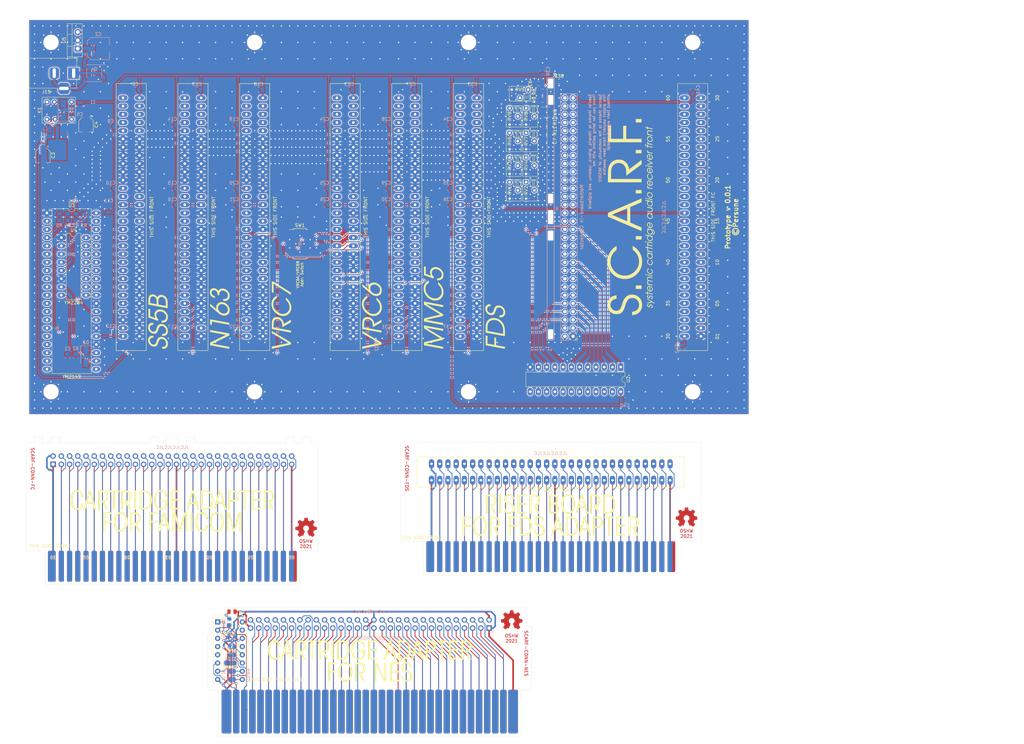
<source format=kicad_pcb>
(kicad_pcb (version 20171130) (host pcbnew "(5.1.10)-1")
  (title_block (title "S.C.A.R.F. Famicom Expansion Audio Interfacer") (date 2021-11-18) (rev 0.0.1) (company Persune))
  (layers (0 F.Cu mixed) (31 B.Cu mixed) (34 B.Paste user) (35 F.Paste user) (36 B.SilkS user) (37 F.SilkS user) (38 B.Mask user) (39 F.Mask user) (44 Edge.Cuts user))
  (net 0 "")
  (net 1 PPU_D4)
  (net 2 PPU_D5)
  (net 3 PPU_D6)
  (net 4 PPU_D7)
  (net 5 PPU_A13)
  (net 6 PPU_A12)
  (net 7 PPU_A11)
  (net 8 PPU_A10)
  (net 9 PPU_A9)
  (net 10 PPU_A8)
  (net 11 PPU_A7)
  (net 12 PPU_~A13)
  (net 13 CIRAM_~CE)
  (net 14 PPU_~WR)
  (net 15 AUD_OUT)
  (net 16 AUD_IN)
  (net 17 ~ROMSEL)
  (net 18 CPU_D0)
  (net 19 CPU_D1)
  (net 20 CPU_D2)
  (net 21 CPU_D3)
  (net 22 CPU_D4)
  (net 23 CPU_D5)
  (net 24 CPU_D6)
  (net 25 CPU_D7)
  (net 26 CPU_A14)
  (net 27 CPU_A13)
  (net 28 CPU_A12)
  (net 29 M2)
  (net 30 VCC)
  (net 31 PPU_D3)
  (net 32 PPU_D2)
  (net 33 PPU_D1)
  (net 34 PPU_D0)
  (net 35 PPU_A0)
  (net 36 PPU_A1)
  (net 37 PPU_A2)
  (net 38 PPU_A3)
  (net 39 PPU_A4)
  (net 40 PPU_A5)
  (net 41 PPU_A6)
  (net 42 CIRAM_A10)
  (net 43 PPU_~RD)
  (net 44 GND)
  (net 45 ~IRQ)
  (net 46 CPU_R~W)
  (net 47 CPU_A0)
  (net 48 CPU_A1)
  (net 49 CPU_A2)
  (net 50 CPU_A3)
  (net 51 CPU_A4)
  (net 52 CPU_A5)
  (net 53 CPU_A6)
  (net 54 CPU_A7)
  (net 55 CPU_A8)
  (net 56 CPU_A9)
  (net 57 CPU_A10)
  (net 58 CPU_A11)
  (net 59 "Net-(J9-Pad15)")
  (net 60 "Net-(J9-Pad18)")
  (net 61 "Net-(J9-Pad26)")
  (net 62 "Net-(J9-Pad27)")
  (net 63 "Net-(J9-Pad28)")
  (net 64 "Net-(J9-Pad29)")
  (net 65 "Net-(J9-Pad48)")
  (net 66 "Net-(J9-Pad57)")
  (net 67 "Net-(J9-Pad58)")
  (net 68 "Net-(J9-Pad59)")
  (net 69 "Net-(J9-Pad60)")
  (net 70 "Net-(J10-Pad29)")
  (net 71 "Net-(J10-Pad59)")
  (net 72 S5B_AUD_OUT)
  (net 73 S5B_AUD_IN)
  (net 74 MMC5_AUD_OUT)
  (net 75 MMC5_AUD_IN)
  (net 76 VRC6_AUD_OUT)
  (net 77 VRC6_AUD_IN)
  (net 78 VRC7_AUD_OUT)
  (net 79 VRC7_AUD_IN)
  (net 80 N163_AUD_OUT)
  (net 81 N163_AUD_IN)
  (net 82 FDS_AUD_OUT)
  (net 83 FDS_AUD_IN)
  (net 84 SSG_~RESET)
  (net 85 VCC_CART)
  (net 86 S5B_ENABLE)
  (net 87 MMC5_ENABLE)
  (net 88 VRC6_ENABLE)
  (net 89 "Net-(J11-Pad15)")
  (net 90 "Net-(J11-Pad18)")
  (net 91 "Net-(J11-Pad26)")
  (net 92 "Net-(J11-Pad27)")
  (net 93 "Net-(J11-Pad28)")
  (net 94 "Net-(J11-Pad29)")
  (net 95 "Net-(J11-Pad60)")
  (net 96 "Net-(J11-Pad59)")
  (net 97 "Net-(J11-Pad58)")
  (net 98 "Net-(J11-Pad57)")
  (net 99 "Net-(J11-Pad48)")
  (net 100 "Net-(J12-Pad15)")
  (net 101 "Net-(J12-Pad18)")
  (net 102 "Net-(J12-Pad26)")
  (net 103 "Net-(J12-Pad27)")
  (net 104 "Net-(J12-Pad28)")
  (net 105 "Net-(J12-Pad29)")
  (net 106 "Net-(J12-Pad60)")
  (net 107 "Net-(J12-Pad59)")
  (net 108 "Net-(J12-Pad58)")
  (net 109 "Net-(J12-Pad57)")
  (net 110 "Net-(J12-Pad48)")
  (net 111 VRC7_ENABLE)
  (net 112 "Net-(R3-Pad2)")
  (net 113 SSG_CE)
  (net 114 "Net-(J10-Pad15)")
  (net 115 "Net-(J10-Pad18)")
  (net 116 "Net-(J10-Pad26)")
  (net 117 "Net-(J10-Pad27)")
  (net 118 "Net-(J10-Pad28)")
  (net 119 "Net-(J10-Pad60)")
  (net 120 "Net-(J10-Pad58)")
  (net 121 "Net-(J10-Pad57)")
  (net 122 "Net-(J10-Pad48)")
  (net 123 N163_ENABLE)
  (net 124 FDS_ENABLE)
  (net 125 "Net-(J13-Pad15)")
  (net 126 "Net-(J13-Pad18)")
  (net 127 "Net-(J13-Pad26)")
  (net 128 "Net-(J13-Pad27)")
  (net 129 "Net-(J13-Pad28)")
  (net 130 "Net-(J13-Pad29)")
  (net 131 "Net-(J13-Pad60)")
  (net 132 "Net-(J13-Pad59)")
  (net 133 "Net-(J13-Pad58)")
  (net 134 "Net-(J13-Pad57)")
  (net 135 "Net-(J13-Pad48)")
  (net 136 SSG_AUD_OUT)
  (net 137 "Net-(R4-Pad2)")
  (net 138 HOST_AUD_OUT)
  (net 139 "Net-(D3-Pad2)")
  (net 140 "Net-(U1-Pad13)")
  (net 141 "Net-(U2-Pad13)")
  (net 142 "Net-(U2-Pad21)")
  (net 143 "Net-(C2-Pad1)")
  (net 144 "Net-(RV1-Pad2)")
  (net 145 "Net-(C7-Pad1)")
  (net 146 "Net-(J12-Pad12)")
  (net 147 "Net-(J12-Pad13)")
  (net 148 "Net-(J14-Pad15)")
  (net 149 "Net-(J14-Pad18)")
  (net 150 "Net-(J14-Pad26)")
  (net 151 "Net-(J14-Pad27)")
  (net 152 "Net-(J14-Pad28)")
  (net 153 "Net-(J14-Pad29)")
  (net 154 "Net-(J14-Pad60)")
  (net 155 "Net-(J14-Pad59)")
  (net 156 "Net-(J14-Pad58)")
  (net 157 "Net-(J14-Pad57)")
  (net 158 "Net-(J14-Pad48)")
  (net 159 "Net-(D1-Pad2)")
  (net 160 "Net-(D4-Pad3)")
  (net 161 "Net-(D4-Pad2)")
  (net 162 CIC_CLK)
  (net 163 CIC_+RST)
  (net 164 CIC_TO_MB)
  (net 165 CIC_TO_PAK)
  (net 166 "Net-(JP1-Pad2)")
  (net 167 "Net-(JP2-Pad1)")
  (net 168 "Net-(JP4-Pad1)")
  (net 169 "Net-(JP5-Pad1)")
  (net 170 "Net-(R5-Pad2)")
  (net 171 "Net-(U3-Pad21)")
  (net 172 "Net-(U3-Pad13)")
  (net 173 "Net-(JP3-Pad1)")
  (net 174 "Net-(U1-Pad15)")
  (net 175 "Net-(U1-Pad14)")
  (net 176 "Net-(U1-Pad5)")
  (net 177 "Net-(U1-Pad4)")
  (net 178 "Net-(U1-Pad3)")
  (net 179 "Net-(U2-Pad23)")
  (net 180 "Net-(U2-Pad22)")
  (net 181 "Net-(U3-Pad20)")
  (net 182 "Net-(U3-Pad39)")
  (net 183 "Net-(U3-Pad19)")
  (net 184 "Net-(U3-Pad18)")
  (net 185 "Net-(U3-Pad17)")
  (net 186 "Net-(U3-Pad16)")
  (net 187 "Net-(U3-Pad15)")
  (net 188 "Net-(U3-Pad14)")
  (net 189 "Net-(U3-Pad12)")
  (net 190 "Net-(U3-Pad11)")
  (net 191 "Net-(U3-Pad10)")
  (net 192 "Net-(U3-Pad9)")
  (net 193 "Net-(U3-Pad8)")
  (net 194 "Net-(U3-Pad7)")
  (net 195 "Net-(U3-Pad6)")
  (net 196 "Net-(U3-Pad5)")
  (net 197 "Net-(U3-Pad2)")
  (net 198 "Net-(JP1-Pad3)")
  (net 199 "Net-(R7-Pad1)")
  (net 200 "Net-(R10-Pad2)")
  (net 201 "Net-(C4-Pad1)")
  (net 202 "Net-(C6-Pad2)")
  (net 203 "Net-(C6-Pad1)")
  (net 204 "Net-(J8-Pad55)")
  (net 205 "Net-(J8-Pad53)")
  (net 206 "Net-(J8-Pad52)")
  (net 207 "Net-(J8-Pad51)")
  (net 208 "Net-(J8-Pad20)")
  (net 209 "Net-(J8-Pad19)")
  (net 210 "Net-(J8-Pad18)")
  (net 211 "Net-(J8-Pad17)")
  (net 212 "Net-(J8-Pad16)")
  (net 213 "Net-(J8-Pad37)")
  (module "custom footprints:FC_CONN" (layer F.Cu) (at 116.205 199.65425)
    (fp_text reference J1)
    (fp_text value "FamiCom Console Connector")
    (pad 51 connect roundrect (at 13.97 4.7625 180) (size 1.5875 9.525) (layers B.Cu) (net 10 PPU_A8))
    (pad 14 connect roundrect (at -3.81 4.7625) (size 1.5875 9.525) (layers F.Cu) (net 46 CPU_R~W))
    (pad 39 connect roundrect (at -16.51 4.7625 180) (size 1.5875 9.525) (layers B.Cu) (net 22 CPU_D4))
    (pad 13 connect roundrect (at -6.35 4.7625) (size 1.5875 9.525) (layers F.Cu) (net 47 CPU_A0))
    (pad 2 connect roundrect (at -34.29 4.7625) (size 1.5875 9.525) (layers F.Cu) (net 58 CPU_A11))
    (pad 49 connect roundrect (at 8.89 4.7625 180) (size 1.5875 9.525) (layers B.Cu) (net 12 PPU_~A13))
    (pad 48 connect roundrect (at 6.35 4.7625 180) (size 1.5875 9.525) (layers B.Cu) (net 13 CIRAM_~CE))
    (pad 47 connect roundrect (at 3.81 4.7625 180) (size 1.5875 9.525) (layers B.Cu) (net 14 PPU_~WR))
    (pad 45 connect roundrect (at -1.27 4.7625 180) (size 1.5875 9.525) (layers B.Cu) (net 16 AUD_IN))
    (pad 42 connect roundrect (at -8.89 4.7625 180) (size 1.5875 9.525) (layers B.Cu) (net 19 CPU_D1))
    (pad 36 connect roundrect (at -24.13 4.7625 180) (size 1.5875 9.525) (layers B.Cu) (net 25 CPU_D7))
    (pad 3 connect roundrect (at -31.75 4.7625) (size 1.5875 9.525) (layers F.Cu) (net 57 CPU_A10))
    (pad 29 connect roundrect (at 34.29 4.7625) (size 1.5875 9.525) (layers F.Cu) (net 31 PPU_D3))
    (pad 26 connect roundrect (at 26.67 4.7625) (size 1.5875 9.525) (layers F.Cu) (net 34 PPU_D0))
    (pad 34 connect roundrect (at -29.21 4.7625 180) (size 1.5875 9.525) (layers B.Cu) (net 27 CPU_A13))
    (pad 22 connect roundrect (at 16.51 4.7625) (size 1.5875 9.525) (layers F.Cu) (net 38 PPU_A3))
    (pad 1 connect roundrect (at -37.226875 4.7625) (size 2.38125 9.525) (layers F.Cu) (roundrect_rratio 0.167) (net 44 GND))
    (pad 5 connect roundrect (at -26.67 4.7625) (size 1.5875 9.525) (layers F.Cu) (net 55 CPU_A8))
    (pad 53 connect roundrect (at 19.05 4.7625 180) (size 1.5875 9.525) (layers B.Cu) (net 8 PPU_A10))
    (pad 38 connect roundrect (at -19.05 4.7625 180) (size 1.5875 9.525) (layers B.Cu) (net 23 CPU_D5))
    (pad 52 connect roundrect (at 16.51 4.7625 180) (size 1.5875 9.525) (layers B.Cu) (net 9 PPU_A9))
    (pad 43 connect roundrect (at -6.35 4.7625 180) (size 1.5875 9.525) (layers B.Cu) (net 18 CPU_D0))
    (pad 27 connect roundrect (at 29.21 4.7625) (size 1.5875 9.525) (layers F.Cu) (net 33 PPU_D1))
    (pad 33 connect roundrect (at -31.75 4.7625 180) (size 1.5875 9.525) (layers B.Cu) (net 28 CPU_A12))
    (pad 8 connect roundrect (at -19.05 4.7625) (size 1.5875 9.525) (layers F.Cu) (net 52 CPU_A5))
    (pad 50 connect roundrect (at 11.43 4.7625 180) (size 1.5875 9.525) (layers B.Cu) (net 11 PPU_A7))
    (pad 23 connect roundrect (at 19.05 4.7625) (size 1.5875 9.525) (layers F.Cu) (net 37 PPU_A2))
    (pad 41 connect roundrect (at -11.43 4.7625 180) (size 1.5875 9.525) (layers B.Cu) (net 20 CPU_D2))
    (pad 44 connect roundrect (at -3.81 4.7625 180) (size 1.5875 9.525) (layers B.Cu) (net 17 ~ROMSEL))
    (pad 17 connect roundrect (at 3.81 4.7625) (size 1.5875 9.525) (layers F.Cu) (net 43 PPU_~RD))
    (pad 7 connect roundrect (at -21.59 4.7625) (size 1.5875 9.525) (layers F.Cu) (net 53 CPU_A6))
    (pad 16 connect roundrect (at 1.27 4.7625) (size 1.5875 9.525) (layers F.Cu) (net 44 GND))
    (pad 55 connect roundrect (at 24.13 4.7625 180) (size 1.5875 9.525) (layers B.Cu) (net 6 PPU_A12))
    (pad 18 connect roundrect (at 6.35 4.7625) (size 1.5875 9.525) (layers F.Cu) (net 42 CIRAM_A10))
    (pad 59 connect roundrect (at 34.29 4.7625 180) (size 1.5875 9.525) (layers B.Cu) (net 2 PPU_D5))
    (pad 58 connect roundrect (at 31.75 4.7625 180) (size 1.5875 9.525) (layers B.Cu) (net 3 PPU_D6))
    (pad 35 connect roundrect (at -26.67 4.7625 180) (size 1.5875 9.525) (layers B.Cu) (net 26 CPU_A14))
    (pad 19 connect roundrect (at 8.89 4.7625) (size 1.5875 9.525) (layers F.Cu) (net 41 PPU_A6))
    (pad 11 connect roundrect (at -11.43 4.7625) (size 1.5875 9.525) (layers F.Cu) (net 49 CPU_A2))
    (pad 40 connect roundrect (at -13.97 4.7625 180) (size 1.5875 9.525) (layers B.Cu) (net 21 CPU_D3))
    (pad 9 connect roundrect (at -16.51 4.7625) (size 1.5875 9.525) (layers F.Cu) (net 51 CPU_A4))
    (pad 46 connect roundrect (at 1.27 4.7625 180) (size 1.5875 9.525) (layers B.Cu) (net 15 AUD_OUT))
    (pad 25 connect roundrect (at 24.13 4.7625) (size 1.5875 9.525) (layers F.Cu) (net 35 PPU_A0))
    (pad 37 connect roundrect (at -21.59 4.7625 180) (size 1.5875 9.525) (layers B.Cu) (net 24 CPU_D6))
    (pad 4 connect roundrect (at -29.21 4.7625) (size 1.5875 9.525) (layers F.Cu) (net 56 CPU_A9))
    (pad 24 connect roundrect (at 21.59 4.7625) (size 1.5875 9.525) (layers F.Cu) (net 36 PPU_A1))
    (pad 20 connect roundrect (at 11.43 4.7625) (size 1.5875 9.525) (layers F.Cu) (net 40 PPU_A5))
    (pad 10 connect roundrect (at -13.97 4.7625) (size 1.5875 9.525) (layers F.Cu) (net 50 CPU_A3))
    (pad 15 connect roundrect (at -1.27 4.7625) (size 1.5875 9.525) (layers F.Cu) (net 45 ~IRQ))
    (pad 12 connect roundrect (at -8.89 4.7625) (size 1.5875 9.525) (layers F.Cu) (net 48 CPU_A1))
    (pad 21 connect roundrect (at 13.97 4.7625) (size 1.5875 9.525) (layers F.Cu) (net 39 PPU_A4))
    (pad 28 connect roundrect (at 31.75 4.7625) (size 1.5875 9.525) (layers F.Cu) (net 32 PPU_D2))
    (pad 57 connect roundrect (at 29.21 4.7625 180) (size 1.5875 9.525) (layers B.Cu) (net 4 PPU_D7))
    (pad 6 connect roundrect (at -24.13 4.7625) (size 1.5875 9.525) (layers F.Cu) (net 54 CPU_A7))
    (pad 56 connect roundrect (at 26.67 4.7625 180) (size 1.5875 9.525) (layers B.Cu) (net 5 PPU_A13))
    (pad 54 connect roundrect (at 21.59 4.7625 180) (size 1.5875 9.525) (layers B.Cu) (net 7 PPU_A11))
    (pad 30 connect roundrect (at 37.226875 4.7625) (size 2.38125 9.525) (layers F.Cu) (roundrect_rratio 0.167) (net 85 VCC_CART))
    (pad 32 connect roundrect (at -34.29 4.7625 180) (size 1.5875 9.525) (layers B.Cu) (net 29 M2))
    (pad 31 connect roundrect (at -37.226875 4.7625) (size 2.38125 9.525) (layers B.Cu) (roundrect_rratio 0.167) (net 85 VCC_CART))
    (pad 60 connect roundrect (at 36.83 4.7625 180) (size 1.5875 9.525) (layers B.Cu) (net 1 PPU_D4))
  )
  (module "custom footprints:FC_CONN" (layer F.Cu) (at 233.045 196.69125)
    (fp_text reference J4)
    (fp_text value "Motherboard Connector")
    (pad 51 connect roundrect (at 13.97 4.7625 180) (size 1.5875 9.525) (layers B.Cu) (net 10 PPU_A8))
    (pad 14 connect roundrect (at -3.81 4.7625) (size 1.5875 9.525) (layers F.Cu) (net 46 CPU_R~W))
    (pad 39 connect roundrect (at -16.51 4.7625 180) (size 1.5875 9.525) (layers B.Cu) (net 22 CPU_D4))
    (pad 13 connect roundrect (at -6.35 4.7625) (size 1.5875 9.525) (layers F.Cu) (net 47 CPU_A0))
    (pad 2 connect roundrect (at -34.29 4.7625) (size 1.5875 9.525) (layers F.Cu) (net 58 CPU_A11))
    (pad 49 connect roundrect (at 8.89 4.7625 180) (size 1.5875 9.525) (layers B.Cu) (net 12 PPU_~A13))
    (pad 48 connect roundrect (at 6.35 4.7625 180) (size 1.5875 9.525) (layers B.Cu) (net 13 CIRAM_~CE))
    (pad 47 connect roundrect (at 3.81 4.7625 180) (size 1.5875 9.525) (layers B.Cu) (net 14 PPU_~WR))
    (pad 45 connect roundrect (at -1.27 4.7625 180) (size 1.5875 9.525) (layers B.Cu) (net 16 AUD_IN))
    (pad 42 connect roundrect (at -8.89 4.7625 180) (size 1.5875 9.525) (layers B.Cu) (net 19 CPU_D1))
    (pad 36 connect roundrect (at -24.13 4.7625 180) (size 1.5875 9.525) (layers B.Cu) (net 25 CPU_D7))
    (pad 3 connect roundrect (at -31.75 4.7625) (size 1.5875 9.525) (layers F.Cu) (net 57 CPU_A10))
    (pad 29 connect roundrect (at 34.29 4.7625) (size 1.5875 9.525) (layers F.Cu) (net 31 PPU_D3))
    (pad 26 connect roundrect (at 26.67 4.7625) (size 1.5875 9.525) (layers F.Cu) (net 34 PPU_D0))
    (pad 34 connect roundrect (at -29.21 4.7625 180) (size 1.5875 9.525) (layers B.Cu) (net 27 CPU_A13))
    (pad 22 connect roundrect (at 16.51 4.7625) (size 1.5875 9.525) (layers F.Cu) (net 38 PPU_A3))
    (pad 1 connect roundrect (at -37.226875 4.7625) (size 2.38125 9.525) (layers F.Cu) (roundrect_rratio 0.167) (net 44 GND))
    (pad 5 connect roundrect (at -26.67 4.7625) (size 1.5875 9.525) (layers F.Cu) (net 55 CPU_A8))
    (pad 53 connect roundrect (at 19.05 4.7625 180) (size 1.5875 9.525) (layers B.Cu) (net 8 PPU_A10))
    (pad 38 connect roundrect (at -19.05 4.7625 180) (size 1.5875 9.525) (layers B.Cu) (net 23 CPU_D5))
    (pad 52 connect roundrect (at 16.51 4.7625 180) (size 1.5875 9.525) (layers B.Cu) (net 9 PPU_A9))
    (pad 43 connect roundrect (at -6.35 4.7625 180) (size 1.5875 9.525) (layers B.Cu) (net 18 CPU_D0))
    (pad 27 connect roundrect (at 29.21 4.7625) (size 1.5875 9.525) (layers F.Cu) (net 33 PPU_D1))
    (pad 33 connect roundrect (at -31.75 4.7625 180) (size 1.5875 9.525) (layers B.Cu) (net 28 CPU_A12))
    (pad 8 connect roundrect (at -19.05 4.7625) (size 1.5875 9.525) (layers F.Cu) (net 52 CPU_A5))
    (pad 50 connect roundrect (at 11.43 4.7625 180) (size 1.5875 9.525) (layers B.Cu) (net 11 PPU_A7))
    (pad 23 connect roundrect (at 19.05 4.7625) (size 1.5875 9.525) (layers F.Cu) (net 37 PPU_A2))
    (pad 41 connect roundrect (at -11.43 4.7625 180) (size 1.5875 9.525) (layers B.Cu) (net 20 CPU_D2))
    (pad 44 connect roundrect (at -3.81 4.7625 180) (size 1.5875 9.525) (layers B.Cu) (net 17 ~ROMSEL))
    (pad 17 connect roundrect (at 3.81 4.7625) (size 1.5875 9.525) (layers F.Cu) (net 43 PPU_~RD))
    (pad 7 connect roundrect (at -21.59 4.7625) (size 1.5875 9.525) (layers F.Cu) (net 53 CPU_A6))
    (pad 16 connect roundrect (at 1.27 4.7625) (size 1.5875 9.525) (layers F.Cu) (net 44 GND))
    (pad 55 connect roundrect (at 24.13 4.7625 180) (size 1.5875 9.525) (layers B.Cu) (net 6 PPU_A12))
    (pad 18 connect roundrect (at 6.35 4.7625) (size 1.5875 9.525) (layers F.Cu) (net 42 CIRAM_A10))
    (pad 59 connect roundrect (at 34.29 4.7625 180) (size 1.5875 9.525) (layers B.Cu) (net 2 PPU_D5))
    (pad 58 connect roundrect (at 31.75 4.7625 180) (size 1.5875 9.525) (layers B.Cu) (net 3 PPU_D6))
    (pad 35 connect roundrect (at -26.67 4.7625 180) (size 1.5875 9.525) (layers B.Cu) (net 26 CPU_A14))
    (pad 19 connect roundrect (at 8.89 4.7625) (size 1.5875 9.525) (layers F.Cu) (net 41 PPU_A6))
    (pad 11 connect roundrect (at -11.43 4.7625) (size 1.5875 9.525) (layers F.Cu) (net 49 CPU_A2))
    (pad 40 connect roundrect (at -13.97 4.7625 180) (size 1.5875 9.525) (layers B.Cu) (net 21 CPU_D3))
    (pad 9 connect roundrect (at -16.51 4.7625) (size 1.5875 9.525) (layers F.Cu) (net 51 CPU_A4))
    (pad 46 connect roundrect (at 1.27 4.7625 180) (size 1.5875 9.525) (layers B.Cu) (net 15 AUD_OUT))
    (pad 25 connect roundrect (at 24.13 4.7625) (size 1.5875 9.525) (layers F.Cu) (net 35 PPU_A0))
    (pad 37 connect roundrect (at -21.59 4.7625 180) (size 1.5875 9.525) (layers B.Cu) (net 24 CPU_D6))
    (pad 4 connect roundrect (at -29.21 4.7625) (size 1.5875 9.525) (layers F.Cu) (net 56 CPU_A9))
    (pad 24 connect roundrect (at 21.59 4.7625) (size 1.5875 9.525) (layers F.Cu) (net 36 PPU_A1))
    (pad 20 connect roundrect (at 11.43 4.7625) (size 1.5875 9.525) (layers F.Cu) (net 40 PPU_A5))
    (pad 10 connect roundrect (at -13.97 4.7625) (size 1.5875 9.525) (layers F.Cu) (net 50 CPU_A3))
    (pad 15 connect roundrect (at -1.27 4.7625) (size 1.5875 9.525) (layers F.Cu) (net 45 ~IRQ))
    (pad 12 connect roundrect (at -8.89 4.7625) (size 1.5875 9.525) (layers F.Cu) (net 48 CPU_A1))
    (pad 21 connect roundrect (at 13.97 4.7625) (size 1.5875 9.525) (layers F.Cu) (net 39 PPU_A4))
    (pad 28 connect roundrect (at 31.75 4.7625) (size 1.5875 9.525) (layers F.Cu) (net 32 PPU_D2))
    (pad 57 connect roundrect (at 29.21 4.7625 180) (size 1.5875 9.525) (layers B.Cu) (net 4 PPU_D7))
    (pad 6 connect roundrect (at -24.13 4.7625) (size 1.5875 9.525) (layers F.Cu) (net 54 CPU_A7))
    (pad 56 connect roundrect (at 26.67 4.7625 180) (size 1.5875 9.525) (layers B.Cu) (net 5 PPU_A13))
    (pad 54 connect roundrect (at 21.59 4.7625 180) (size 1.5875 9.525) (layers B.Cu) (net 7 PPU_A11))
    (pad 30 connect roundrect (at 37.226875 4.7625) (size 2.38125 9.525) (layers F.Cu) (roundrect_rratio 0.167) (net 30 VCC))
    (pad 32 connect roundrect (at -34.29 4.7625 180) (size 1.5875 9.525) (layers B.Cu) (net 29 M2))
    (pad 31 connect roundrect (at -37.226875 4.7625) (size 2.38125 9.525) (layers B.Cu) (roundrect_rratio 0.167) (net 30 VCC))
    (pad 60 connect roundrect (at 36.83 4.7625 180) (size 1.5875 9.525) (layers B.Cu) (net 1 PPU_D4))
  )
  (module "" (layer F.Cu) (at 116.205 187.325)
    (fp_text reference "" (at 0 0) (layer F.SilkS) (effects (font (size 1.27 1.27))))
    (fp_text value "" (at 0 0) (layer F.SilkS) (effects (font (size 1.27 1.27))))
  )
  (module "" (layer F.Cu) (at 177.165 233.68)
    (fp_text reference "" (at 0 0) (layer F.SilkS) (effects (font (size 1.27 1.27))))
    (fp_text value "" (at 0 0) (layer F.SilkS) (effects (font (size 1.27 1.27))))
  )
  (module "" (layer F.Cu) (at 233.045 188.595)
    (fp_text reference "" (at 0 0) (layer F.SilkS) (effects (font (size 1.27 1.27))))
    (fp_text value "" (at 0 0) (layer F.SilkS) (effects (font (size 1.27 1.27))))
  )
  (module "custom footprints:NES-CONN" (layer F.Cu) (at 177.165 242.57)
    (fp_text reference J8)
    (fp_text value "NES Console Connector")
    (pad 35 smd roundrect (at -41.25 6.75) (size 2 13.5) (layers F.Cu) (net 164 CIC_TO_MB))
    (pad 34 smd roundrect (at -38.75 6.75) (size 2 13.5) (layers F.Cu) (net 165 CIC_TO_PAK))
    (pad 33 smd roundrect (at -36.25 6.75) (size 2 13.5) (layers F.Cu) (net 31 PPU_D3))
    (pad 32 smd roundrect (at -33.75 6.75) (size 2 13.5) (layers F.Cu) (net 32 PPU_D2))
    (pad 31 smd roundrect (at -31.25 6.75) (size 2 13.5) (layers F.Cu) (net 33 PPU_D1))
    (pad 30 smd roundrect (at -28.75 6.75) (size 2 13.5) (layers F.Cu) (net 34 PPU_D0))
    (pad 29 smd roundrect (at -26.25 6.75) (size 2 13.5) (layers F.Cu) (net 35 PPU_A0))
    (pad 28 smd roundrect (at -23.75 6.75) (size 2 13.5) (layers F.Cu) (net 36 PPU_A1))
    (pad 27 smd roundrect (at -21.25 6.75) (size 2 13.5) (layers F.Cu) (net 37 PPU_A2))
    (pad 26 smd roundrect (at -18.75 6.75) (size 2 13.5) (layers F.Cu) (net 38 PPU_A3))
    (pad 25 smd roundrect (at -16.25 6.75) (size 2 13.5) (layers F.Cu) (net 39 PPU_A4))
    (pad 24 smd roundrect (at -13.75 6.75) (size 2 13.5) (layers F.Cu) (net 40 PPU_A5))
    (pad 23 smd roundrect (at -11.25 6.75) (size 2 13.5) (layers F.Cu) (net 41 PPU_A6))
    (pad 22 smd roundrect (at -8.75 6.75) (size 2 13.5) (layers F.Cu) (net 42 CIRAM_A10))
    (pad 21 smd roundrect (at -6.25 6.75) (size 2 13.5) (layers F.Cu) (net 43 PPU_~RD))
    (pad 20 smd roundrect (at -3.75 6.75) (size 2 13.5) (layers F.Cu) (net 208 "Net-(J8-Pad20)"))
    (pad 19 smd roundrect (at -1.25 6.75) (size 2 13.5) (layers F.Cu) (net 209 "Net-(J8-Pad19)"))
    (pad 18 smd roundrect (at 1.25 6.75) (size 2 13.5) (layers F.Cu) (net 210 "Net-(J8-Pad18)"))
    (pad 17 smd roundrect (at 3.75 6.75) (size 2 13.5) (layers F.Cu) (net 211 "Net-(J8-Pad17)"))
    (pad 16 smd roundrect (at 6.25 6.75) (size 2 13.5) (layers F.Cu) (net 212 "Net-(J8-Pad16)"))
    (pad 15 smd roundrect (at 8.75 6.75) (size 2 13.5) (layers F.Cu) (net 45 ~IRQ))
    (pad 14 smd roundrect (at 11.25 6.75) (size 2 13.5) (layers F.Cu) (net 46 CPU_R~W))
    (pad 13 smd roundrect (at 13.75 6.75) (size 2 13.5) (layers F.Cu) (net 47 CPU_A0))
    (pad 12 smd roundrect (at 16.25 6.75) (size 2 13.5) (layers F.Cu) (net 48 CPU_A1))
    (pad 11 smd roundrect (at 18.75 6.75) (size 2 13.5) (layers F.Cu) (net 49 CPU_A2))
    (pad 10 smd roundrect (at 21.25 6.75) (size 2 13.5) (layers F.Cu) (net 50 CPU_A3))
    (pad 9 smd roundrect (at 23.75 6.75) (size 2 13.5) (layers F.Cu) (net 51 CPU_A4))
    (pad 8 smd roundrect (at 26.25 6.75) (size 2 13.5) (layers F.Cu) (net 52 CPU_A5))
    (pad 7 smd roundrect (at 28.75 6.75) (size 2 13.5) (layers F.Cu) (net 53 CPU_A6))
    (pad 6 smd roundrect (at 31.25 6.75) (size 2 13.5) (layers F.Cu) (net 54 CPU_A7))
    (pad 5 smd roundrect (at 33.75 6.75) (size 2 13.5) (layers F.Cu) (net 55 CPU_A8))
    (pad 4 smd roundrect (at 36.25 6.75) (size 2 13.5) (layers F.Cu) (net 56 CPU_A9))
    (pad 3 smd roundrect (at 38.75 6.75) (size 2 13.5) (layers F.Cu) (net 57 CPU_A10))
    (pad 71 smd roundrect (at -41.25 6.75) (size 2 13.5) (layers B.Cu) (net 162 CIC_CLK))
    (pad 70 smd roundrect (at -38.75 6.75) (size 2 13.5) (layers B.Cu) (net 163 CIC_+RST))
    (pad 69 smd roundrect (at -36.25 6.75) (size 2 13.5) (layers B.Cu) (net 1 PPU_D4))
    (pad 68 smd roundrect (at -33.75 6.75) (size 2 13.5) (layers B.Cu) (net 2 PPU_D5))
    (pad 67 smd roundrect (at -31.25 6.75) (size 2 13.5) (layers B.Cu) (net 3 PPU_D6))
    (pad 66 smd roundrect (at -28.75 6.75) (size 2 13.5) (layers B.Cu) (net 4 PPU_D7))
    (pad 65 smd roundrect (at -26.25 6.75) (size 2 13.5) (layers B.Cu) (net 5 PPU_A13))
    (pad 64 smd roundrect (at -23.75 6.75) (size 2 13.5) (layers B.Cu) (net 6 PPU_A12))
    (pad 63 smd roundrect (at -21.25 6.75) (size 2 13.5) (layers B.Cu) (net 8 PPU_A10))
    (pad 62 smd roundrect (at -18.75 6.75) (size 2 13.5) (layers B.Cu) (net 7 PPU_A11))
    (pad 61 smd roundrect (at -16.25 6.75) (size 2 13.5) (layers B.Cu) (net 9 PPU_A9))
    (pad 60 smd roundrect (at -13.75 6.75) (size 2 13.5) (layers B.Cu) (net 10 PPU_A8))
    (pad 59 smd roundrect (at -11.25 6.75) (size 2 13.5) (layers B.Cu) (net 11 PPU_A7))
    (pad 58 smd roundrect (at -8.75 6.75) (size 2 13.5) (layers B.Cu) (net 12 PPU_~A13))
    (pad 57 smd roundrect (at -6.25 6.75) (size 2 13.5) (layers B.Cu) (net 13 CIRAM_~CE))
    (pad 56 smd roundrect (at -3.75 6.75) (size 2 13.5) (layers B.Cu) (net 14 PPU_~WR))
    (pad 55 smd roundrect (at -1.25 6.75) (size 2 13.5) (layers B.Cu) (net 204 "Net-(J8-Pad55)"))
    (pad 54 smd roundrect (at 1.25 6.75) (size 2 13.5) (layers B.Cu) (net 15 AUD_OUT))
    (pad 53 smd roundrect (at 3.75 6.75) (size 2 13.5) (layers B.Cu) (net 205 "Net-(J8-Pad53)"))
    (pad 52 smd roundrect (at 6.25 6.75) (size 2 13.5) (layers B.Cu) (net 206 "Net-(J8-Pad52)"))
    (pad 51 smd roundrect (at 8.75 6.75) (size 2 13.5) (layers B.Cu) (net 207 "Net-(J8-Pad51)"))
    (pad 50 smd roundrect (at 11.25 6.75) (size 2 13.5) (layers B.Cu) (net 17 ~ROMSEL))
    (pad 49 smd roundrect (at 13.75 6.75) (size 2 13.5) (layers B.Cu) (net 18 CPU_D0))
    (pad 48 smd roundrect (at 16.25 6.75) (size 2 13.5) (layers B.Cu) (net 19 CPU_D1))
    (pad 47 smd roundrect (at 18.75 6.75) (size 2 13.5) (layers B.Cu) (net 20 CPU_D2))
    (pad 46 smd roundrect (at 21.25 6.75) (size 2 13.5) (layers B.Cu) (net 21 CPU_D3))
    (pad 45 smd roundrect (at 23.75 6.75) (size 2 13.5) (layers B.Cu) (net 22 CPU_D4))
    (pad 44 smd roundrect (at 26.25 6.75) (size 2 13.5) (layers B.Cu) (net 23 CPU_D5))
    (pad 43 smd roundrect (at 28.75 6.75) (size 2 13.5) (layers B.Cu) (net 24 CPU_D6))
    (pad 42 smd roundrect (at 31.25 6.75) (size 2 13.5) (layers B.Cu) (net 25 CPU_D7))
    (pad 41 smd roundrect (at 33.75 6.75) (size 2 13.5) (layers B.Cu) (net 26 CPU_A14))
    (pad 40 smd roundrect (at 36.25 6.75) (size 2 13.5) (layers B.Cu) (net 27 CPU_A13))
    (pad 39 smd roundrect (at 38.75 6.75) (size 2 13.5) (layers B.Cu) (net 28 CPU_A12))
    (pad 36 smd roundrect (at -44.25 6.75) (size 3 13.5) (layers F.Cu) (roundrect_rratio 0.167) (net 85 VCC_CART))
    (pad 2 smd roundrect (at 41.25 6.75) (size 2 13.5) (layers F.Cu) (net 58 CPU_A11))
    (pad 38 smd roundrect (at 41.25 6.75) (size 2 13.5) (layers B.Cu) (net 29 M2))
    (pad 72 smd roundrect (at -44.25 6.75) (size 3 13.5) (layers B.Cu) (roundrect_rratio 0.167) (net 44 GND))
    (pad 1 smd roundrect (at 44.25 6.75) (size 3 13.5) (layers F.Cu) (roundrect_rratio 0.167) (net 44 GND))
    (pad 37 smd roundrect (at 44.25 6.75) (size 3 13.5) (layers B.Cu) (roundrect_rratio 0.167) (net 213 "Net-(J8-Pad37)"))
  )
  (module "" (layer F.Cu) (at 284.48 42.545 90)
    (fp_text reference "" (at 0 0 90) (layer F.SilkS) (effects (font (size 1.27 1.27))))
    (fp_text value "" (at 0 0 90) (layer F.SilkS) (effects (font (size 1.27 1.27))))
  )
  (module Symbol:OSHW-Symbol_6.7x6mm_Copper (layer F.Cu) (at 284.48 42.545 90)
    (fp_text reference REF** hide)
    (fp_text value OSHW-Symbol_6.7x6mm_Copper hide)
    (fp_poly (pts (xy 0.555814 -2.531069) (xy 0.639635 -2.086445) (xy 0.94892 -1.958947) (xy 1.258206 -1.831449) (xy 1.629246 -2.083754) (xy 1.733157 -2.154004) (xy 1.827087 -2.216728) (xy 1.906652 -2.269062) (xy 1.96747 -2.308143) (xy 2.005157 -2.331107) (xy 2.015421 -2.336058) (xy 2.03391 -2.323324) (xy 2.07342 -2.288118) (xy 2.129522 -2.234938) (xy 2.197787 -2.168282) (xy 2.273786 -2.092646) (xy 2.353092 -2.012528) (xy 2.431275 -1.932426) (xy 2.503907 -1.856836) (xy 2.566559 -1.790255) (xy 2.614803 -1.737182) (xy 2.64421 -1.702113) (xy 2.651241 -1.690377) (xy 2.641123 -1.66874) (xy 2.612759 -1.621338) (xy 2.569129 -1.552807) (xy 2.513218 -1.467785) (xy 2.448006 -1.370907) (xy 2.410219 -1.31565) (xy 2.341343 -1.214752) (xy 2.28014 -1.123701) (xy 2.229578 -1.04703) (xy 2.192628 -0.989272) (xy 2.172258 -0.954957) (xy 2.169197 -0.947746) (xy 2.176136 -0.927252) (xy 2.195051 -0.879487) (xy 2.223087 -0.811168) (xy 2.257391 -0.729011) (xy 2.295109 -0.63973) (xy 2.333387 -0.550042) (xy 2.36937 -0.466662) (xy 2.400206 -0.396306) (xy 2.423039 -0.34569) (xy 2.435017 -0.321529) (xy 2.435724 -0.320578) (xy 2.454531 -0.315964) (xy 2.504618 -0.305672) (xy 2.580793 -0.290713) (xy 2.677865 -0.272099) (xy 2.790643 -0.250841) (xy 2.856442 -0.238582) (xy 2.97695 -0.215638) (xy 3.085797 -0.193805) (xy 3.177476 -0.174278) (xy 3.246481 -0.158252) (xy 3.287304 -0.146921) (xy 3.295511 -0.143326) (xy 3.303548 -0.118994) (xy 3.310033 -0.064041) (xy 3.31497 0.015108) (xy 3.318364 0.112026) (xy 3.320218 0.220287) (xy 3.320538 0.333465) (xy 3.319327 0.445135) (xy 3.31659 0.548868) (xy 3.312331 0.638241) (xy 3.306555 0.706826) (xy 3.299267 0.748197) (xy 3.294895 0.75681) (xy 3.268764 0.767133) (xy 3.213393 0.781892) (xy 3.136107 0.799352) (xy 3.04423 0.81778) (xy 3.012158 0.823741) (xy 2.857524 0.852066) (xy 2.735375 0.874876) (xy 2.641673 0.89308) (xy 2.572384 0.907583) (xy 2.523471 0.919292) (xy 2.490897 0.929115) (xy 2.470628 0.937956) (xy 2.458626 0.946724) (xy 2.456947 0.948457) (xy 2.440184 0.976371) (xy 2.414614 1.030695) (xy 2.382788 1.104777) (xy 2.34726 1.191965) (xy 2.310583 1.285608) (xy 2.275311 1.379052) (xy 2.243996 1.465647) (xy 2.219193 1.53874) (xy 2.203454 1.591678) (xy 2.199332 1.617811) (xy 2.199676 1.618726) (xy 2.213641 1.640086) (xy 2.245322 1.687084) (xy 2.291391 1.754827) (xy 2.348518 1.838423) (xy 2.413373 1.932982) (xy 2.431843 1.959854) (xy 2.497699 2.057275) (xy 2.55565 2.146163) (xy 2.602538 2.221412) (xy 2.635207 2.27792) (xy 2.6505 2.310581) (xy 2.651241 2.314593) (xy 2.638392 2.335684) (xy 2.602888 2.377464) (xy 2.549293 2.435445) (xy 2.482171 2.505135) (xy 2.406087 2.582045) (xy 2.325604 2.661683) (xy 2.245287 2.739561) (xy 2.169699 2.811186) (xy 2.103405 2.87207) (xy 2.050969 2.917721) (xy 2.016955 2.94365) (xy 2.007545 2.947883) (xy 1.985643 2.937912) (xy 1.9408 2.91102) (xy 1.880321 2.871736) (xy 1.833789 2.840117) (xy 1.749475 2.782098) (xy 1.649626 2.713784) (xy 1.549473 2.645579) (xy 1.495627 2.609075) (xy 1.313371 2.4858) (xy 1.160381 2.56852) (xy 1.090682 2.604759) (xy 1.031414 2.632926) (xy 0.991311 2.648991) (xy 0.981103 2.651226) (xy 0.968829 2.634722) (xy 0.944613 2.588082) (xy 0.910263 2.515609) (xy 0.867588 2.421606) (xy 0.818394 2.310374) (xy 0.76449 2.186215) (xy 0.707684 2.053432) (xy 0.649782 1.916327) (xy 0.592593 1.779202) (xy 0.537924 1.646358) (xy 0.487584 1.522098) (xy 0.44338 1.410725) (xy 0.407119 1.316539) (xy 0.380609 1.243844) (xy 0.365658 1.196941) (xy 0.363254 1.180833) (xy 0.382311 1.160286) (xy 0.424036 1.126933) (xy 0.479706 1.087702) (xy 0.484378 1.084599) (xy 0.628264 0.969423) (xy 0.744283 0.835053) (xy 0.83143 0.685784) (xy 0.888699 0.525913) (xy 0.915086 0.359737) (xy 0.909585 0.191552) (xy 0.87119 0.025655) (xy 0.798895 -0.133658) (xy 0.777626 -0.168513) (xy 0.666996 -0.309263) (xy 0.536302 -0.422286) (xy 0.390064 -0.506997) (xy 0.232808 -0.562806) (xy 0.069057 -0.589126) (xy -0.096667 -0.58537) (xy -0.259838 -0.55095) (xy -0.415935 -0.485277) (xy -0.560433 -0.387765) (xy -0.605131 -0.348187) (xy -0.718888 -0.224297) (xy -0.801782 -0.093876) (xy -0.858644 0.052315) (xy -0.890313 0.197088) (xy -0.898131 0.35986) (xy -0.872062 0.52344) (xy -0.814755 0.682298) (xy -0.728856 0.830906) (xy -0.617014 0.963735) (xy -0.481877 1.075256) (xy -0.464117 1.087011) (xy -0.40785 1.125508) (xy -0.365077 1.158863) (xy -0.344628 1.18016) (xy -0.344331 1.180833) (xy -0.348721 1.203871) (xy -0.366124 1.256157) (xy -0.394732 1.33339) (xy -0.432735 1.431268) (xy -0.478326 1.545491) (xy -0.529697 1.671758) (xy -0.585038 1.805767) (xy -0.642542 1.943218) (xy -0.700399 2.079808) (xy -0.756802 2.211237) (xy -0.809942 2.333205) (xy -0.85801 2.441409) (xy -0.899199 2.531549) (xy -0.931699 2.599323) (xy -0.953703 2.64043) (xy -0.962564 2.651226) (xy -0.98964 2.642819) (xy -1.040303 2.620272) (xy -1.105817 2.587613) (xy -1.141841 2.56852) (xy -1.294832 2.4858) (xy -1.477088 2.609075) (xy -1.570125 2.672228) (xy -1.671985 2.741727) (xy -1.767438 2.807165) (xy -1.81525 2.840117) (xy -1.882495 2.885273) (xy -1.939436 2.921057) (xy -1.978646 2.942938) (xy -1.991381 2.947563) (xy -2.009917 2.935085) (xy -2.050941 2.900252) (xy -2.110475 2.846678) (xy -2.184542 2.777983) (xy -2.269165 2.697781) (xy -2.322685 2.646286) (xy -2.416319 2.554286) (xy -2.497241 2.471999) (xy -2.562177 2.402945) (xy -2.607858 2.350644) (xy -2.631011 2.318616) (xy -2.633232 2.312116) (xy -2.622924 2.287394) (xy -2.594439 2.237405) (xy -2.550937 2.167212) (xy -2.495577 2.081875) (xy -2.43152 1.986456) (xy -2.413303 1.959854) (xy -2.346927 1.863167) (xy -2.287378 1.776117) (xy -2.237984 1.703595) (xy -2.202075 1.650493) (xy -2.182981 1.621703) (xy -2.181136 1.618726) (xy -2.183895 1.595782) (xy -2.198538 1.545336) (xy -2.222513 1.474041) (xy -2.253266 1.388547) (xy -2.288244 1.295507) (xy -2.324893 1.201574) (xy -2.360661 1.113399) (xy -2.392994 1.037634) (xy -2.419338 0.980931) (xy -2.437142 0.949943) (xy -2.438407 0.948457) (xy -2.449294 0.939601) (xy -2.467682 0.930843) (xy -2.497606 0.921277) (xy -2.543103 0.909996) (xy -2.608209 0.896093) (xy -2.696961 0.878663) (xy -2.813393 0.856798) (xy -2.961542 0.829591) (xy -2.993618 0.823741) (xy -3.088686 0.805374) (xy -3.171565 0.787405) (xy -3.23493 0.771569) (xy -3.271458 0.7596) (xy -3.276356 0.75681) (xy -3.284427 0.732072) (xy -3.290987 0.67679) (xy -3.296033 0.597389) (xy -3.299559 0.500296) (xy -3.301561 0.391938) (xy -3.302036 0.27874) (xy -3.300977 0.167128) (xy -3.298382 0.063529) (xy -3.294246 -0.025632) (xy -3.288563 -0.093928) (xy -3.281331 -0.134934) (xy -3.276971 -0.143326) (xy -3.252698 -0.151792) (xy -3.197426 -0.165565) (xy -3.116662 -0.18345) (xy -3.015912 -0.204252) (xy -2.900683 -0.226777) (xy -2.837902 -0.238582) (xy -2.718787 -0.260849) (xy -2.612565 -0.281021) (xy -2.524427 -0.298085) (xy -2.459566 -0.311031) (xy -2.423174 -0.318845) (xy -2.417184 -0.320578) (xy -2.407061 -0.34011) (xy -2.385662 -0.387157) (xy -2.355839 -0.454997) (xy -2.320445 -0.536909) (xy -2.282332 -0.626172) (xy -2.244353 -0.716065) (xy -2.20936 -0.799865) (xy -2.180206 -0.870853) (xy -2.159743 -0.922306) (xy -2.150823 -0.947503) (xy -2.150657 -0.948604) (xy -2.160769 -0.968481) (xy -2.189117 -1.014223) (xy -2.232723 -1.081283) (xy -2.288606 -1.165116) (xy -2.353787 -1.261174) (xy -2.391679 -1.31635) (xy -2.460725 -1.417519) (xy -2.52205 -1.50937) (xy -2.572663 -1.587256) (xy -2.609571 -1.646531) (xy -2.629782 -1.682549) (xy -2.632701 -1.690623) (xy -2.620153 -1.709416) (xy -2.585463 -1.749543) (xy -2.533063 -1.806507) (xy -2.467384 -1.875815) (xy -2.392856 -1.952969) (xy -2.313913 -2.033475) (xy -2.234983 -2.112837) (xy -2.1605 -2.18656) (xy -2.094894 -2.250148) (xy -2.042596 -2.299106) (xy -2.008039 -2.328939) (xy -1.996478 -2.336058) (xy -1.977654 -2.326047) (xy -1.932631 -2.297922) (xy -1.865787 -2.254546) (xy -1.781499 -2.198782) (xy -1.684144 -2.133494) (xy -1.610707 -2.083754) (xy -1.239667 -1.831449) (xy -0.621095 -2.086445) (xy -0.537275 -2.531069) (xy -0.453454 -2.975693) (xy 0.471994 -2.975693) (xy 0.555814 -2.531069)) (layer F.Cu) (width 0.01))
  )
  (module "custom footprints:FC_CONN_F" (layer F.Cu) (at 103.505 96.52 90)
    (fp_text reference J9)
    (fp_text value "SS5B Connector")
    (fp_text user "THIS SIDE FRONT" (at 0 6.35 90) (layer F.SilkS))
    (pad 1 thru_hole oval (at -36.83 2.54 90) (size 1.6 2.8) (drill 0.8) (layers *.Cu *.Mask) (net 44 GND))
    (pad 2 thru_hole oval (at -34.29 2.54 90) (size 1.6 2.8) (drill 0.8) (layers *.Cu *.Mask) (net 44 GND))
    (pad 3 thru_hole oval (at -31.75 2.54 90) (size 1.6 2.8) (drill 0.8) (layers *.Cu *.Mask) (net 44 GND))
    (pad 4 thru_hole oval (at -29.21 2.54 90) (size 1.6 2.8) (drill 0.8) (layers *.Cu *.Mask) (net 44 GND))
    (pad 5 thru_hole oval (at -26.67 2.54 90) (size 1.6 2.8) (drill 0.8) (layers *.Cu *.Mask) (net 44 GND))
    (pad 6 thru_hole oval (at -24.13 2.54 90) (size 1.6 2.8) (drill 0.8) (layers *.Cu *.Mask) (net 44 GND))
    (pad 7 thru_hole oval (at -21.59 2.54 90) (size 1.6 2.8) (drill 0.8) (layers *.Cu *.Mask) (net 44 GND))
    (pad 8 thru_hole oval (at -19.05 2.54 90) (size 1.6 2.8) (drill 0.8) (layers *.Cu *.Mask) (net 44 GND))
    (pad 9 thru_hole oval (at -16.51 2.54 90) (size 1.6 2.8) (drill 0.8) (layers *.Cu *.Mask) (net 44 GND))
    (pad 10 thru_hole oval (at -13.97 2.54 90) (size 1.6 2.8) (drill 0.8) (layers *.Cu *.Mask) (net 44 GND))
    (pad 11 thru_hole oval (at -11.43 2.54 90) (size 1.6 2.8) (drill 0.8) (layers *.Cu *.Mask) (net 44 GND))
    (pad 12 thru_hole oval (at -8.89 2.54 90) (size 1.6 2.8) (drill 0.8) (layers *.Cu *.Mask) (net 44 GND))
    (pad 13 thru_hole oval (at -6.35 2.54 90) (size 1.6 2.8) (drill 0.8) (layers *.Cu *.Mask) (net 44 GND))
    (pad 14 thru_hole oval (at -3.81 2.54 90) (size 1.6 2.8) (drill 0.8) (layers *.Cu *.Mask) (net 44 GND))
    (pad 15 thru_hole oval (at -1.27 2.54 90) (size 1.6 2.8) (drill 0.8) (layers *.Cu *.Mask) (net 59 "Net-(J9-Pad15)"))
    (pad 16 thru_hole oval (at 1.27 2.54 90) (size 1.6 2.8) (drill 0.8) (layers *.Cu *.Mask) (net 44 GND))
    (pad 17 thru_hole oval (at 3.81 2.54 90) (size 1.6 2.8) (drill 0.8) (layers *.Cu *.Mask) (net 30 VCC))
    (pad 18 thru_hole oval (at 6.35 2.54 90) (size 1.6 2.8) (drill 0.8) (layers *.Cu *.Mask) (net 60 "Net-(J9-Pad18)"))
    (pad 19 thru_hole oval (at 8.89 2.54 90) (size 1.6 2.8) (drill 0.8) (layers *.Cu *.Mask) (net 44 GND))
    (pad 20 thru_hole oval (at 11.43 2.54 90) (size 1.6 2.8) (drill 0.8) (layers *.Cu *.Mask) (net 44 GND))
    (pad 21 thru_hole oval (at 13.97 2.54 90) (size 1.6 2.8) (drill 0.8) (layers *.Cu *.Mask) (net 44 GND))
    (pad 22 thru_hole oval (at 16.51 2.54 90) (size 1.6 2.8) (drill 0.8) (layers *.Cu *.Mask) (net 44 GND))
    (pad 23 thru_hole oval (at 19.05 2.54 90) (size 1.6 2.8) (drill 0.8) (layers *.Cu *.Mask) (net 44 GND))
    (pad 24 thru_hole oval (at 21.59 2.54 90) (size 1.6 2.8) (drill 0.8) (layers *.Cu *.Mask) (net 44 GND))
    (pad 25 thru_hole oval (at 24.13 2.54 90) (size 1.6 2.8) (drill 0.8) (layers *.Cu *.Mask) (net 44 GND))
    (pad 26 thru_hole oval (at 26.67 2.54 90) (size 1.6 2.8) (drill 0.8) (layers *.Cu *.Mask) (net 61 "Net-(J9-Pad26)"))
    (pad 27 thru_hole oval (at 29.21 2.54 90) (size 1.6 2.8) (drill 0.8) (layers *.Cu *.Mask) (net 62 "Net-(J9-Pad27)"))
    (pad 28 thru_hole oval (at 31.75 2.54 90) (size 1.6 2.8) (drill 0.8) (layers *.Cu *.Mask) (net 63 "Net-(J9-Pad28)"))
    (pad 29 thru_hole oval (at 34.29 2.54 90) (size 1.6 2.8) (drill 0.8) (layers *.Cu *.Mask) (net 64 "Net-(J9-Pad29)"))
    (pad 30 thru_hole oval (at 36.83 2.54 90) (size 1.6 2.8) (drill 0.8) (layers *.Cu *.Mask) (net 30 VCC))
    (pad 60 thru_hole oval (at 36.83 -2.54 90) (size 1.6 2.8) (drill 0.8) (layers *.Cu *.Mask) (net 69 "Net-(J9-Pad60)"))
    (pad 59 thru_hole oval (at 34.29 -2.54 90) (size 1.6 2.8) (drill 0.8) (layers *.Cu *.Mask) (net 68 "Net-(J9-Pad59)"))
    (pad 58 thru_hole oval (at 31.75 -2.54 90) (size 1.6 2.8) (drill 0.8) (layers *.Cu *.Mask) (net 67 "Net-(J9-Pad58)"))
    (pad 57 thru_hole oval (at 29.21 -2.54 90) (size 1.6 2.8) (drill 0.8) (layers *.Cu *.Mask) (net 66 "Net-(J9-Pad57)"))
    (pad 56 thru_hole oval (at 26.67 -2.54 90) (size 1.6 2.8) (drill 0.8) (layers *.Cu *.Mask) (net 30 VCC))
    (pad 55 thru_hole oval (at 24.13 -2.54 90) (size 1.6 2.8) (drill 0.8) (layers *.Cu *.Mask) (net 44 GND))
    (pad 54 thru_hole oval (at 21.59 -2.54 90) (size 1.6 2.8) (drill 0.8) (layers *.Cu *.Mask) (net 44 GND))
    (pad 53 thru_hole oval (at 19.05 -2.54 90) (size 1.6 2.8) (drill 0.8) (layers *.Cu *.Mask) (net 44 GND))
    (pad 52 thru_hole oval (at 16.51 -2.54 90) (size 1.6 2.8) (drill 0.8) (layers *.Cu *.Mask) (net 44 GND))
    (pad 51 thru_hole oval (at 13.97 -2.54 90) (size 1.6 2.8) (drill 0.8) (layers *.Cu *.Mask) (net 44 GND))
    (pad 50 thru_hole oval (at 11.43 -2.54 90) (size 1.6 2.8) (drill 0.8) (layers *.Cu *.Mask) (net 44 GND))
    (pad 49 thru_hole oval (at 8.89 -2.54 90) (size 1.6 2.8) (drill 0.8) (layers *.Cu *.Mask) (net 30 VCC))
    (pad 48 thru_hole oval (at 6.35 -2.54 90) (size 1.6 2.8) (drill 0.8) (layers *.Cu *.Mask) (net 65 "Net-(J9-Pad48)"))
    (pad 47 thru_hole oval (at 3.81 -2.54 90) (size 1.6 2.8) (drill 0.8) (layers *.Cu *.Mask) (net 30 VCC))
    (pad 46 thru_hole oval (at 1.27 -2.54 90) (size 1.6 2.8) (drill 0.8) (layers *.Cu *.Mask) (net 72 S5B_AUD_OUT))
    (pad 45 thru_hole oval (at -1.27 -2.54 90) (size 1.6 2.8) (drill 0.8) (layers *.Cu *.Mask) (net 73 S5B_AUD_IN))
    (pad 44 thru_hole oval (at -3.81 -2.54 90) (size 1.6 2.8) (drill 0.8) (layers *.Cu *.Mask) (net 86 S5B_ENABLE))
    (pad 43 thru_hole oval (at -6.35 -2.54 90) (size 1.6 2.8) (drill 0.8) (layers *.Cu *.Mask) (net 18 CPU_D0))
    (pad 42 thru_hole oval (at -8.89 -2.54 90) (size 1.6 2.8) (drill 0.8) (layers *.Cu *.Mask) (net 19 CPU_D1))
    (pad 41 thru_hole oval (at -11.43 -2.54 90) (size 1.6 2.8) (drill 0.8) (layers *.Cu *.Mask) (net 20 CPU_D2))
    (pad 40 thru_hole oval (at -13.97 -2.54 90) (size 1.6 2.8) (drill 0.8) (layers *.Cu *.Mask) (net 21 CPU_D3))
    (pad 39 thru_hole oval (at -16.51 -2.54 90) (size 1.6 2.8) (drill 0.8) (layers *.Cu *.Mask) (net 22 CPU_D4))
    (pad 38 thru_hole oval (at -19.05 -2.54 90) (size 1.6 2.8) (drill 0.8) (layers *.Cu *.Mask) (net 23 CPU_D5))
    (pad 37 thru_hole oval (at -21.59 -2.54 90) (size 1.6 2.8) (drill 0.8) (layers *.Cu *.Mask) (net 24 CPU_D6))
    (pad 36 thru_hole oval (at -24.13 -2.54 90) (size 1.6 2.8) (drill 0.8) (layers *.Cu *.Mask) (net 25 CPU_D7))
    (pad 35 thru_hole oval (at -26.67 -2.54 90) (size 1.6 2.8) (drill 0.8) (layers *.Cu *.Mask) (net 26 CPU_A14))
    (pad 34 thru_hole oval (at -29.21 -2.54 90) (size 1.6 2.8) (drill 0.8) (layers *.Cu *.Mask) (net 27 CPU_A13))
    (pad 33 thru_hole oval (at -31.75 -2.54 90) (size 1.6 2.8) (drill 0.8) (layers *.Cu *.Mask) (net 44 GND))
    (pad 32 thru_hole oval (at -34.29 -2.54 90) (size 1.6 2.8) (drill 0.8) (layers *.Cu *.Mask) (net 29 M2))
    (pad 31 thru_hole oval (at -36.83 -2.54 90) (size 1.6 2.8) (drill 0.8) (layers *.Cu *.Mask) (net 30 VCC))
  )
  (module "custom footprints:FC_CONN_F" (layer F.Cu) (at 122.555 96.52 90)
    (fp_text reference J10)
    (fp_text value "N163 Connector")
    (fp_text user "THIS SIDE FRONT" (at 0 6.35 90) (layer F.SilkS))
    (pad 1 thru_hole oval (at -36.83 2.54 90) (size 1.6 2.8) (drill 0.8) (layers *.Cu *.Mask) (net 44 GND))
    (pad 2 thru_hole oval (at -34.29 2.54 90) (size 1.6 2.8) (drill 0.8) (layers *.Cu *.Mask) (net 58 CPU_A11))
    (pad 3 thru_hole oval (at -31.75 2.54 90) (size 1.6 2.8) (drill 0.8) (layers *.Cu *.Mask) (net 44 GND))
    (pad 4 thru_hole oval (at -29.21 2.54 90) (size 1.6 2.8) (drill 0.8) (layers *.Cu *.Mask) (net 44 GND))
    (pad 5 thru_hole oval (at -26.67 2.54 90) (size 1.6 2.8) (drill 0.8) (layers *.Cu *.Mask) (net 44 GND))
    (pad 6 thru_hole oval (at -24.13 2.54 90) (size 1.6 2.8) (drill 0.8) (layers *.Cu *.Mask) (net 44 GND))
    (pad 7 thru_hole oval (at -21.59 2.54 90) (size 1.6 2.8) (drill 0.8) (layers *.Cu *.Mask) (net 44 GND))
    (pad 8 thru_hole oval (at -19.05 2.54 90) (size 1.6 2.8) (drill 0.8) (layers *.Cu *.Mask) (net 44 GND))
    (pad 9 thru_hole oval (at -16.51 2.54 90) (size 1.6 2.8) (drill 0.8) (layers *.Cu *.Mask) (net 44 GND))
    (pad 10 thru_hole oval (at -13.97 2.54 90) (size 1.6 2.8) (drill 0.8) (layers *.Cu *.Mask) (net 44 GND))
    (pad 11 thru_hole oval (at -11.43 2.54 90) (size 1.6 2.8) (drill 0.8) (layers *.Cu *.Mask) (net 44 GND))
    (pad 12 thru_hole oval (at -8.89 2.54 90) (size 1.6 2.8) (drill 0.8) (layers *.Cu *.Mask) (net 44 GND))
    (pad 13 thru_hole oval (at -6.35 2.54 90) (size 1.6 2.8) (drill 0.8) (layers *.Cu *.Mask) (net 44 GND))
    (pad 14 thru_hole oval (at -3.81 2.54 90) (size 1.6 2.8) (drill 0.8) (layers *.Cu *.Mask) (net 44 GND))
    (pad 15 thru_hole oval (at -1.27 2.54 90) (size 1.6 2.8) (drill 0.8) (layers *.Cu *.Mask) (net 114 "Net-(J10-Pad15)"))
    (pad 16 thru_hole oval (at 1.27 2.54 90) (size 1.6 2.8) (drill 0.8) (layers *.Cu *.Mask) (net 44 GND))
    (pad 17 thru_hole oval (at 3.81 2.54 90) (size 1.6 2.8) (drill 0.8) (layers *.Cu *.Mask) (net 30 VCC))
    (pad 18 thru_hole oval (at 6.35 2.54 90) (size 1.6 2.8) (drill 0.8) (layers *.Cu *.Mask) (net 115 "Net-(J10-Pad18)"))
    (pad 19 thru_hole oval (at 8.89 2.54 90) (size 1.6 2.8) (drill 0.8) (layers *.Cu *.Mask) (net 44 GND))
    (pad 20 thru_hole oval (at 11.43 2.54 90) (size 1.6 2.8) (drill 0.8) (layers *.Cu *.Mask) (net 44 GND))
    (pad 21 thru_hole oval (at 13.97 2.54 90) (size 1.6 2.8) (drill 0.8) (layers *.Cu *.Mask) (net 44 GND))
    (pad 22 thru_hole oval (at 16.51 2.54 90) (size 1.6 2.8) (drill 0.8) (layers *.Cu *.Mask) (net 44 GND))
    (pad 23 thru_hole oval (at 19.05 2.54 90) (size 1.6 2.8) (drill 0.8) (layers *.Cu *.Mask) (net 44 GND))
    (pad 24 thru_hole oval (at 21.59 2.54 90) (size 1.6 2.8) (drill 0.8) (layers *.Cu *.Mask) (net 44 GND))
    (pad 25 thru_hole oval (at 24.13 2.54 90) (size 1.6 2.8) (drill 0.8) (layers *.Cu *.Mask) (net 44 GND))
    (pad 26 thru_hole oval (at 26.67 2.54 90) (size 1.6 2.8) (drill 0.8) (layers *.Cu *.Mask) (net 116 "Net-(J10-Pad26)"))
    (pad 27 thru_hole oval (at 29.21 2.54 90) (size 1.6 2.8) (drill 0.8) (layers *.Cu *.Mask) (net 117 "Net-(J10-Pad27)"))
    (pad 28 thru_hole oval (at 31.75 2.54 90) (size 1.6 2.8) (drill 0.8) (layers *.Cu *.Mask) (net 118 "Net-(J10-Pad28)"))
    (pad 29 thru_hole oval (at 34.29 2.54 90) (size 1.6 2.8) (drill 0.8) (layers *.Cu *.Mask) (net 70 "Net-(J10-Pad29)"))
    (pad 30 thru_hole oval (at 36.83 2.54 90) (size 1.6 2.8) (drill 0.8) (layers *.Cu *.Mask) (net 30 VCC))
    (pad 60 thru_hole oval (at 36.83 -2.54 90) (size 1.6 2.8) (drill 0.8) (layers *.Cu *.Mask) (net 119 "Net-(J10-Pad60)"))
    (pad 59 thru_hole oval (at 34.29 -2.54 90) (size 1.6 2.8) (drill 0.8) (layers *.Cu *.Mask) (net 71 "Net-(J10-Pad59)"))
    (pad 58 thru_hole oval (at 31.75 -2.54 90) (size 1.6 2.8) (drill 0.8) (layers *.Cu *.Mask) (net 120 "Net-(J10-Pad58)"))
    (pad 57 thru_hole oval (at 29.21 -2.54 90) (size 1.6 2.8) (drill 0.8) (layers *.Cu *.Mask) (net 121 "Net-(J10-Pad57)"))
    (pad 56 thru_hole oval (at 26.67 -2.54 90) (size 1.6 2.8) (drill 0.8) (layers *.Cu *.Mask) (net 30 VCC))
    (pad 55 thru_hole oval (at 24.13 -2.54 90) (size 1.6 2.8) (drill 0.8) (layers *.Cu *.Mask) (net 44 GND))
    (pad 54 thru_hole oval (at 21.59 -2.54 90) (size 1.6 2.8) (drill 0.8) (layers *.Cu *.Mask) (net 44 GND))
    (pad 53 thru_hole oval (at 19.05 -2.54 90) (size 1.6 2.8) (drill 0.8) (layers *.Cu *.Mask) (net 44 GND))
    (pad 52 thru_hole oval (at 16.51 -2.54 90) (size 1.6 2.8) (drill 0.8) (layers *.Cu *.Mask) (net 44 GND))
    (pad 51 thru_hole oval (at 13.97 -2.54 90) (size 1.6 2.8) (drill 0.8) (layers *.Cu *.Mask) (net 44 GND))
    (pad 50 thru_hole oval (at 11.43 -2.54 90) (size 1.6 2.8) (drill 0.8) (layers *.Cu *.Mask) (net 44 GND))
    (pad 49 thru_hole oval (at 8.89 -2.54 90) (size 1.6 2.8) (drill 0.8) (layers *.Cu *.Mask) (net 30 VCC))
    (pad 48 thru_hole oval (at 6.35 -2.54 90) (size 1.6 2.8) (drill 0.8) (layers *.Cu *.Mask) (net 122 "Net-(J10-Pad48)"))
    (pad 47 thru_hole oval (at 3.81 -2.54 90) (size 1.6 2.8) (drill 0.8) (layers *.Cu *.Mask) (net 30 VCC))
    (pad 46 thru_hole oval (at 1.27 -2.54 90) (size 1.6 2.8) (drill 0.8) (layers *.Cu *.Mask) (net 80 N163_AUD_OUT))
    (pad 45 thru_hole oval (at -1.27 -2.54 90) (size 1.6 2.8) (drill 0.8) (layers *.Cu *.Mask) (net 81 N163_AUD_IN))
    (pad 44 thru_hole oval (at -3.81 -2.54 90) (size 1.6 2.8) (drill 0.8) (layers *.Cu *.Mask) (net 17 ~ROMSEL))
    (pad 43 thru_hole oval (at -6.35 -2.54 90) (size 1.6 2.8) (drill 0.8) (layers *.Cu *.Mask) (net 18 CPU_D0))
    (pad 42 thru_hole oval (at -8.89 -2.54 90) (size 1.6 2.8) (drill 0.8) (layers *.Cu *.Mask) (net 19 CPU_D1))
    (pad 41 thru_hole oval (at -11.43 -2.54 90) (size 1.6 2.8) (drill 0.8) (layers *.Cu *.Mask) (net 20 CPU_D2))
    (pad 40 thru_hole oval (at -13.97 -2.54 90) (size 1.6 2.8) (drill 0.8) (layers *.Cu *.Mask) (net 21 CPU_D3))
    (pad 39 thru_hole oval (at -16.51 -2.54 90) (size 1.6 2.8) (drill 0.8) (layers *.Cu *.Mask) (net 22 CPU_D4))
    (pad 38 thru_hole oval (at -19.05 -2.54 90) (size 1.6 2.8) (drill 0.8) (layers *.Cu *.Mask) (net 23 CPU_D5))
    (pad 37 thru_hole oval (at -21.59 -2.54 90) (size 1.6 2.8) (drill 0.8) (layers *.Cu *.Mask) (net 24 CPU_D6))
    (pad 36 thru_hole oval (at -24.13 -2.54 90) (size 1.6 2.8) (drill 0.8) (layers *.Cu *.Mask) (net 25 CPU_D7))
    (pad 35 thru_hole oval (at -26.67 -2.54 90) (size 1.6 2.8) (drill 0.8) (layers *.Cu *.Mask) (net 123 N163_ENABLE))
    (pad 34 thru_hole oval (at -29.21 -2.54 90) (size 1.6 2.8) (drill 0.8) (layers *.Cu *.Mask) (net 27 CPU_A13))
    (pad 33 thru_hole oval (at -31.75 -2.54 90) (size 1.6 2.8) (drill 0.8) (layers *.Cu *.Mask) (net 28 CPU_A12))
    (pad 32 thru_hole oval (at -34.29 -2.54 90) (size 1.6 2.8) (drill 0.8) (layers *.Cu *.Mask) (net 29 M2))
    (pad 31 thru_hole oval (at -36.83 -2.54 90) (size 1.6 2.8) (drill 0.8) (layers *.Cu *.Mask) (net 30 VCC))
  )
  (module "custom footprints:FC_CONN_F" (layer F.Cu) (at 141.605 96.52 90)
    (fp_text reference J11)
    (fp_text value "VRC7 Connector")
    (fp_text user "THIS SIDE FRONT" (at 0 6.35 90) (layer F.SilkS))
    (pad 1 thru_hole oval (at -36.83 2.54 90) (size 1.6 2.8) (drill 0.8) (layers *.Cu *.Mask) (net 44 GND))
    (pad 2 thru_hole oval (at -34.29 2.54 90) (size 1.6 2.8) (drill 0.8) (layers *.Cu *.Mask) (net 44 GND))
    (pad 3 thru_hole oval (at -31.75 2.54 90) (size 1.6 2.8) (drill 0.8) (layers *.Cu *.Mask) (net 44 GND))
    (pad 4 thru_hole oval (at -29.21 2.54 90) (size 1.6 2.8) (drill 0.8) (layers *.Cu *.Mask) (net 44 GND))
    (pad 5 thru_hole oval (at -26.67 2.54 90) (size 1.6 2.8) (drill 0.8) (layers *.Cu *.Mask) (net 44 GND))
    (pad 6 thru_hole oval (at -24.13 2.54 90) (size 1.6 2.8) (drill 0.8) (layers *.Cu *.Mask) (net 44 GND))
    (pad 7 thru_hole oval (at -21.59 2.54 90) (size 1.6 2.8) (drill 0.8) (layers *.Cu *.Mask) (net 44 GND))
    (pad 8 thru_hole oval (at -19.05 2.54 90) (size 1.6 2.8) (drill 0.8) (layers *.Cu *.Mask) (net 52 CPU_A5))
    (pad 9 thru_hole oval (at -16.51 2.54 90) (size 1.6 2.8) (drill 0.8) (layers *.Cu *.Mask) (net 51 CPU_A4))
    (pad 10 thru_hole oval (at -13.97 2.54 90) (size 1.6 2.8) (drill 0.8) (layers *.Cu *.Mask) (net 51 CPU_A4))
    (pad 11 thru_hole oval (at -11.43 2.54 90) (size 1.6 2.8) (drill 0.8) (layers *.Cu *.Mask) (net 44 GND))
    (pad 12 thru_hole oval (at -8.89 2.54 90) (size 1.6 2.8) (drill 0.8) (layers *.Cu *.Mask) (net 44 GND))
    (pad 13 thru_hole oval (at -6.35 2.54 90) (size 1.6 2.8) (drill 0.8) (layers *.Cu *.Mask) (net 44 GND))
    (pad 14 thru_hole oval (at -3.81 2.54 90) (size 1.6 2.8) (drill 0.8) (layers *.Cu *.Mask) (net 44 GND))
    (pad 15 thru_hole oval (at -1.27 2.54 90) (size 1.6 2.8) (drill 0.8) (layers *.Cu *.Mask) (net 89 "Net-(J11-Pad15)"))
    (pad 16 thru_hole oval (at 1.27 2.54 90) (size 1.6 2.8) (drill 0.8) (layers *.Cu *.Mask) (net 44 GND))
    (pad 17 thru_hole oval (at 3.81 2.54 90) (size 1.6 2.8) (drill 0.8) (layers *.Cu *.Mask) (net 30 VCC))
    (pad 18 thru_hole oval (at 6.35 2.54 90) (size 1.6 2.8) (drill 0.8) (layers *.Cu *.Mask) (net 90 "Net-(J11-Pad18)"))
    (pad 19 thru_hole oval (at 8.89 2.54 90) (size 1.6 2.8) (drill 0.8) (layers *.Cu *.Mask) (net 44 GND))
    (pad 20 thru_hole oval (at 11.43 2.54 90) (size 1.6 2.8) (drill 0.8) (layers *.Cu *.Mask) (net 44 GND))
    (pad 21 thru_hole oval (at 13.97 2.54 90) (size 1.6 2.8) (drill 0.8) (layers *.Cu *.Mask) (net 44 GND))
    (pad 22 thru_hole oval (at 16.51 2.54 90) (size 1.6 2.8) (drill 0.8) (layers *.Cu *.Mask) (net 44 GND))
    (pad 23 thru_hole oval (at 19.05 2.54 90) (size 1.6 2.8) (drill 0.8) (layers *.Cu *.Mask) (net 44 GND))
    (pad 24 thru_hole oval (at 21.59 2.54 90) (size 1.6 2.8) (drill 0.8) (layers *.Cu *.Mask) (net 44 GND))
    (pad 25 thru_hole oval (at 24.13 2.54 90) (size 1.6 2.8) (drill 0.8) (layers *.Cu *.Mask) (net 44 GND))
    (pad 26 thru_hole oval (at 26.67 2.54 90) (size 1.6 2.8) (drill 0.8) (layers *.Cu *.Mask) (net 91 "Net-(J11-Pad26)"))
    (pad 27 thru_hole oval (at 29.21 2.54 90) (size 1.6 2.8) (drill 0.8) (layers *.Cu *.Mask) (net 92 "Net-(J11-Pad27)"))
    (pad 28 thru_hole oval (at 31.75 2.54 90) (size 1.6 2.8) (drill 0.8) (layers *.Cu *.Mask) (net 93 "Net-(J11-Pad28)"))
    (pad 29 thru_hole oval (at 34.29 2.54 90) (size 1.6 2.8) (drill 0.8) (layers *.Cu *.Mask) (net 94 "Net-(J11-Pad29)"))
    (pad 30 thru_hole oval (at 36.83 2.54 90) (size 1.6 2.8) (drill 0.8) (layers *.Cu *.Mask) (net 30 VCC))
    (pad 60 thru_hole oval (at 36.83 -2.54 90) (size 1.6 2.8) (drill 0.8) (layers *.Cu *.Mask) (net 95 "Net-(J11-Pad60)"))
    (pad 59 thru_hole oval (at 34.29 -2.54 90) (size 1.6 2.8) (drill 0.8) (layers *.Cu *.Mask) (net 96 "Net-(J11-Pad59)"))
    (pad 58 thru_hole oval (at 31.75 -2.54 90) (size 1.6 2.8) (drill 0.8) (layers *.Cu *.Mask) (net 97 "Net-(J11-Pad58)"))
    (pad 57 thru_hole oval (at 29.21 -2.54 90) (size 1.6 2.8) (drill 0.8) (layers *.Cu *.Mask) (net 98 "Net-(J11-Pad57)"))
    (pad 56 thru_hole oval (at 26.67 -2.54 90) (size 1.6 2.8) (drill 0.8) (layers *.Cu *.Mask) (net 30 VCC))
    (pad 55 thru_hole oval (at 24.13 -2.54 90) (size 1.6 2.8) (drill 0.8) (layers *.Cu *.Mask) (net 44 GND))
    (pad 54 thru_hole oval (at 21.59 -2.54 90) (size 1.6 2.8) (drill 0.8) (layers *.Cu *.Mask) (net 44 GND))
    (pad 53 thru_hole oval (at 19.05 -2.54 90) (size 1.6 2.8) (drill 0.8) (layers *.Cu *.Mask) (net 44 GND))
    (pad 52 thru_hole oval (at 16.51 -2.54 90) (size 1.6 2.8) (drill 0.8) (layers *.Cu *.Mask) (net 44 GND))
    (pad 51 thru_hole oval (at 13.97 -2.54 90) (size 1.6 2.8) (drill 0.8) (layers *.Cu *.Mask) (net 44 GND))
    (pad 50 thru_hole oval (at 11.43 -2.54 90) (size 1.6 2.8) (drill 0.8) (layers *.Cu *.Mask) (net 44 GND))
    (pad 49 thru_hole oval (at 8.89 -2.54 90) (size 1.6 2.8) (drill 0.8) (layers *.Cu *.Mask) (net 30 VCC))
    (pad 48 thru_hole oval (at 6.35 -2.54 90) (size 1.6 2.8) (drill 0.8) (layers *.Cu *.Mask) (net 99 "Net-(J11-Pad48)"))
    (pad 47 thru_hole oval (at 3.81 -2.54 90) (size 1.6 2.8) (drill 0.8) (layers *.Cu *.Mask) (net 30 VCC))
    (pad 46 thru_hole oval (at 1.27 -2.54 90) (size 1.6 2.8) (drill 0.8) (layers *.Cu *.Mask) (net 78 VRC7_AUD_OUT))
    (pad 45 thru_hole oval (at -1.27 -2.54 90) (size 1.6 2.8) (drill 0.8) (layers *.Cu *.Mask) (net 79 VRC7_AUD_IN))
    (pad 44 thru_hole oval (at -3.81 -2.54 90) (size 1.6 2.8) (drill 0.8) (layers *.Cu *.Mask) (net 111 VRC7_ENABLE))
    (pad 43 thru_hole oval (at -6.35 -2.54 90) (size 1.6 2.8) (drill 0.8) (layers *.Cu *.Mask) (net 18 CPU_D0))
    (pad 42 thru_hole oval (at -8.89 -2.54 90) (size 1.6 2.8) (drill 0.8) (layers *.Cu *.Mask) (net 19 CPU_D1))
    (pad 41 thru_hole oval (at -11.43 -2.54 90) (size 1.6 2.8) (drill 0.8) (layers *.Cu *.Mask) (net 20 CPU_D2))
    (pad 40 thru_hole oval (at -13.97 -2.54 90) (size 1.6 2.8) (drill 0.8) (layers *.Cu *.Mask) (net 21 CPU_D3))
    (pad 39 thru_hole oval (at -16.51 -2.54 90) (size 1.6 2.8) (drill 0.8) (layers *.Cu *.Mask) (net 22 CPU_D4))
    (pad 38 thru_hole oval (at -19.05 -2.54 90) (size 1.6 2.8) (drill 0.8) (layers *.Cu *.Mask) (net 23 CPU_D5))
    (pad 37 thru_hole oval (at -21.59 -2.54 90) (size 1.6 2.8) (drill 0.8) (layers *.Cu *.Mask) (net 24 CPU_D6))
    (pad 36 thru_hole oval (at -24.13 -2.54 90) (size 1.6 2.8) (drill 0.8) (layers *.Cu *.Mask) (net 25 CPU_D7))
    (pad 35 thru_hole oval (at -26.67 -2.54 90) (size 1.6 2.8) (drill 0.8) (layers *.Cu *.Mask) (net 44 GND))
    (pad 34 thru_hole oval (at -29.21 -2.54 90) (size 1.6 2.8) (drill 0.8) (layers *.Cu *.Mask) (net 44 GND))
    (pad 33 thru_hole oval (at -31.75 -2.54 90) (size 1.6 2.8) (drill 0.8) (layers *.Cu *.Mask) (net 28 CPU_A12))
    (pad 32 thru_hole oval (at -34.29 -2.54 90) (size 1.6 2.8) (drill 0.8) (layers *.Cu *.Mask) (net 29 M2))
    (pad 31 thru_hole oval (at -36.83 -2.54 90) (size 1.6 2.8) (drill 0.8) (layers *.Cu *.Mask) (net 30 VCC))
  )
  (module "custom footprints:FC_CONN_F" (layer F.Cu) (at 169.545 96.52 90)
    (fp_text reference J12)
    (fp_text value "VRC6 Connector")
    (fp_text user "THIS SIDE FRONT" (at 0 6.35 90) (layer F.SilkS))
    (pad 1 thru_hole oval (at -36.83 2.54 90) (size 1.6 2.8) (drill 0.8) (layers *.Cu *.Mask) (net 44 GND))
    (pad 2 thru_hole oval (at -34.29 2.54 90) (size 1.6 2.8) (drill 0.8) (layers *.Cu *.Mask) (net 44 GND))
    (pad 3 thru_hole oval (at -31.75 2.54 90) (size 1.6 2.8) (drill 0.8) (layers *.Cu *.Mask) (net 44 GND))
    (pad 4 thru_hole oval (at -29.21 2.54 90) (size 1.6 2.8) (drill 0.8) (layers *.Cu *.Mask) (net 44 GND))
    (pad 5 thru_hole oval (at -26.67 2.54 90) (size 1.6 2.8) (drill 0.8) (layers *.Cu *.Mask) (net 44 GND))
    (pad 6 thru_hole oval (at -24.13 2.54 90) (size 1.6 2.8) (drill 0.8) (layers *.Cu *.Mask) (net 44 GND))
    (pad 7 thru_hole oval (at -21.59 2.54 90) (size 1.6 2.8) (drill 0.8) (layers *.Cu *.Mask) (net 44 GND))
    (pad 8 thru_hole oval (at -19.05 2.54 90) (size 1.6 2.8) (drill 0.8) (layers *.Cu *.Mask) (net 44 GND))
    (pad 9 thru_hole oval (at -16.51 2.54 90) (size 1.6 2.8) (drill 0.8) (layers *.Cu *.Mask) (net 44 GND))
    (pad 10 thru_hole oval (at -13.97 2.54 90) (size 1.6 2.8) (drill 0.8) (layers *.Cu *.Mask) (net 44 GND))
    (pad 11 thru_hole oval (at -11.43 2.54 90) (size 1.6 2.8) (drill 0.8) (layers *.Cu *.Mask) (net 44 GND))
    (pad 12 thru_hole oval (at -8.89 2.54 90) (size 1.6 2.8) (drill 0.8) (layers *.Cu *.Mask) (net 146 "Net-(J12-Pad12)"))
    (pad 13 thru_hole oval (at -6.35 2.54 90) (size 1.6 2.8) (drill 0.8) (layers *.Cu *.Mask) (net 147 "Net-(J12-Pad13)"))
    (pad 14 thru_hole oval (at -3.81 2.54 90) (size 1.6 2.8) (drill 0.8) (layers *.Cu *.Mask) (net 44 GND))
    (pad 15 thru_hole oval (at -1.27 2.54 90) (size 1.6 2.8) (drill 0.8) (layers *.Cu *.Mask) (net 100 "Net-(J12-Pad15)"))
    (pad 16 thru_hole oval (at 1.27 2.54 90) (size 1.6 2.8) (drill 0.8) (layers *.Cu *.Mask) (net 44 GND))
    (pad 17 thru_hole oval (at 3.81 2.54 90) (size 1.6 2.8) (drill 0.8) (layers *.Cu *.Mask) (net 30 VCC))
    (pad 18 thru_hole oval (at 6.35 2.54 90) (size 1.6 2.8) (drill 0.8) (layers *.Cu *.Mask) (net 101 "Net-(J12-Pad18)"))
    (pad 19 thru_hole oval (at 8.89 2.54 90) (size 1.6 2.8) (drill 0.8) (layers *.Cu *.Mask) (net 44 GND))
    (pad 20 thru_hole oval (at 11.43 2.54 90) (size 1.6 2.8) (drill 0.8) (layers *.Cu *.Mask) (net 44 GND))
    (pad 21 thru_hole oval (at 13.97 2.54 90) (size 1.6 2.8) (drill 0.8) (layers *.Cu *.Mask) (net 44 GND))
    (pad 22 thru_hole oval (at 16.51 2.54 90) (size 1.6 2.8) (drill 0.8) (layers *.Cu *.Mask) (net 44 GND))
    (pad 23 thru_hole oval (at 19.05 2.54 90) (size 1.6 2.8) (drill 0.8) (layers *.Cu *.Mask) (net 44 GND))
    (pad 24 thru_hole oval (at 21.59 2.54 90) (size 1.6 2.8) (drill 0.8) (layers *.Cu *.Mask) (net 44 GND))
    (pad 25 thru_hole oval (at 24.13 2.54 90) (size 1.6 2.8) (drill 0.8) (layers *.Cu *.Mask) (net 44 GND))
    (pad 26 thru_hole oval (at 26.67 2.54 90) (size 1.6 2.8) (drill 0.8) (layers *.Cu *.Mask) (net 102 "Net-(J12-Pad26)"))
    (pad 27 thru_hole oval (at 29.21 2.54 90) (size 1.6 2.8) (drill 0.8) (layers *.Cu *.Mask) (net 103 "Net-(J12-Pad27)"))
    (pad 28 thru_hole oval (at 31.75 2.54 90) (size 1.6 2.8) (drill 0.8) (layers *.Cu *.Mask) (net 104 "Net-(J12-Pad28)"))
    (pad 29 thru_hole oval (at 34.29 2.54 90) (size 1.6 2.8) (drill 0.8) (layers *.Cu *.Mask) (net 105 "Net-(J12-Pad29)"))
    (pad 30 thru_hole oval (at 36.83 2.54 90) (size 1.6 2.8) (drill 0.8) (layers *.Cu *.Mask) (net 30 VCC))
    (pad 60 thru_hole oval (at 36.83 -2.54 90) (size 1.6 2.8) (drill 0.8) (layers *.Cu *.Mask) (net 106 "Net-(J12-Pad60)"))
    (pad 59 thru_hole oval (at 34.29 -2.54 90) (size 1.6 2.8) (drill 0.8) (layers *.Cu *.Mask) (net 107 "Net-(J12-Pad59)"))
    (pad 58 thru_hole oval (at 31.75 -2.54 90) (size 1.6 2.8) (drill 0.8) (layers *.Cu *.Mask) (net 108 "Net-(J12-Pad58)"))
    (pad 57 thru_hole oval (at 29.21 -2.54 90) (size 1.6 2.8) (drill 0.8) (layers *.Cu *.Mask) (net 109 "Net-(J12-Pad57)"))
    (pad 56 thru_hole oval (at 26.67 -2.54 90) (size 1.6 2.8) (drill 0.8) (layers *.Cu *.Mask) (net 30 VCC))
    (pad 55 thru_hole oval (at 24.13 -2.54 90) (size 1.6 2.8) (drill 0.8) (layers *.Cu *.Mask) (net 44 GND))
    (pad 54 thru_hole oval (at 21.59 -2.54 90) (size 1.6 2.8) (drill 0.8) (layers *.Cu *.Mask) (net 44 GND))
    (pad 53 thru_hole oval (at 19.05 -2.54 90) (size 1.6 2.8) (drill 0.8) (layers *.Cu *.Mask) (net 44 GND))
    (pad 52 thru_hole oval (at 16.51 -2.54 90) (size 1.6 2.8) (drill 0.8) (layers *.Cu *.Mask) (net 44 GND))
    (pad 51 thru_hole oval (at 13.97 -2.54 90) (size 1.6 2.8) (drill 0.8) (layers *.Cu *.Mask) (net 44 GND))
    (pad 50 thru_hole oval (at 11.43 -2.54 90) (size 1.6 2.8) (drill 0.8) (layers *.Cu *.Mask) (net 44 GND))
    (pad 49 thru_hole oval (at 8.89 -2.54 90) (size 1.6 2.8) (drill 0.8) (layers *.Cu *.Mask) (net 30 VCC))
    (pad 48 thru_hole oval (at 6.35 -2.54 90) (size 1.6 2.8) (drill 0.8) (layers *.Cu *.Mask) (net 110 "Net-(J12-Pad48)"))
    (pad 47 thru_hole oval (at 3.81 -2.54 90) (size 1.6 2.8) (drill 0.8) (layers *.Cu *.Mask) (net 30 VCC))
    (pad 46 thru_hole oval (at 1.27 -2.54 90) (size 1.6 2.8) (drill 0.8) (layers *.Cu *.Mask) (net 76 VRC6_AUD_OUT))
    (pad 45 thru_hole oval (at -1.27 -2.54 90) (size 1.6 2.8) (drill 0.8) (layers *.Cu *.Mask) (net 77 VRC6_AUD_IN))
    (pad 44 thru_hole oval (at -3.81 -2.54 90) (size 1.6 2.8) (drill 0.8) (layers *.Cu *.Mask) (net 88 VRC6_ENABLE))
    (pad 43 thru_hole oval (at -6.35 -2.54 90) (size 1.6 2.8) (drill 0.8) (layers *.Cu *.Mask) (net 18 CPU_D0))
    (pad 42 thru_hole oval (at -8.89 -2.54 90) (size 1.6 2.8) (drill 0.8) (layers *.Cu *.Mask) (net 19 CPU_D1))
    (pad 41 thru_hole oval (at -11.43 -2.54 90) (size 1.6 2.8) (drill 0.8) (layers *.Cu *.Mask) (net 20 CPU_D2))
    (pad 40 thru_hole oval (at -13.97 -2.54 90) (size 1.6 2.8) (drill 0.8) (layers *.Cu *.Mask) (net 21 CPU_D3))
    (pad 39 thru_hole oval (at -16.51 -2.54 90) (size 1.6 2.8) (drill 0.8) (layers *.Cu *.Mask) (net 22 CPU_D4))
    (pad 38 thru_hole oval (at -19.05 -2.54 90) (size 1.6 2.8) (drill 0.8) (layers *.Cu *.Mask) (net 23 CPU_D5))
    (pad 37 thru_hole oval (at -21.59 -2.54 90) (size 1.6 2.8) (drill 0.8) (layers *.Cu *.Mask) (net 24 CPU_D6))
    (pad 36 thru_hole oval (at -24.13 -2.54 90) (size 1.6 2.8) (drill 0.8) (layers *.Cu *.Mask) (net 25 CPU_D7))
    (pad 35 thru_hole oval (at -26.67 -2.54 90) (size 1.6 2.8) (drill 0.8) (layers *.Cu *.Mask) (net 44 GND))
    (pad 34 thru_hole oval (at -29.21 -2.54 90) (size 1.6 2.8) (drill 0.8) (layers *.Cu *.Mask) (net 27 CPU_A13))
    (pad 33 thru_hole oval (at -31.75 -2.54 90) (size 1.6 2.8) (drill 0.8) (layers *.Cu *.Mask) (net 28 CPU_A12))
    (pad 32 thru_hole oval (at -34.29 -2.54 90) (size 1.6 2.8) (drill 0.8) (layers *.Cu *.Mask) (net 29 M2))
    (pad 31 thru_hole oval (at -36.83 -2.54 90) (size 1.6 2.8) (drill 0.8) (layers *.Cu *.Mask) (net 30 VCC))
  )
  (module "custom footprints:FC_CONN_F" (layer F.Cu) (at 188.595 96.52 90)
    (fp_text reference J13)
    (fp_text value "MMC5 Connector")
    (fp_text user "THIS SIDE FRONT" (at 0 6.35 90) (layer F.SilkS))
    (pad 1 thru_hole oval (at -36.83 2.54 90) (size 1.6 2.8) (drill 0.8) (layers *.Cu *.Mask) (net 44 GND))
    (pad 2 thru_hole oval (at -34.29 2.54 90) (size 1.6 2.8) (drill 0.8) (layers *.Cu *.Mask) (net 44 GND))
    (pad 3 thru_hole oval (at -31.75 2.54 90) (size 1.6 2.8) (drill 0.8) (layers *.Cu *.Mask) (net 44 GND))
    (pad 4 thru_hole oval (at -29.21 2.54 90) (size 1.6 2.8) (drill 0.8) (layers *.Cu *.Mask) (net 44 GND))
    (pad 5 thru_hole oval (at -26.67 2.54 90) (size 1.6 2.8) (drill 0.8) (layers *.Cu *.Mask) (net 44 GND))
    (pad 6 thru_hole oval (at -24.13 2.54 90) (size 1.6 2.8) (drill 0.8) (layers *.Cu *.Mask) (net 44 GND))
    (pad 7 thru_hole oval (at -21.59 2.54 90) (size 1.6 2.8) (drill 0.8) (layers *.Cu *.Mask) (net 44 GND))
    (pad 8 thru_hole oval (at -19.05 2.54 90) (size 1.6 2.8) (drill 0.8) (layers *.Cu *.Mask) (net 44 GND))
    (pad 9 thru_hole oval (at -16.51 2.54 90) (size 1.6 2.8) (drill 0.8) (layers *.Cu *.Mask) (net 51 CPU_A4))
    (pad 10 thru_hole oval (at -13.97 2.54 90) (size 1.6 2.8) (drill 0.8) (layers *.Cu *.Mask) (net 50 CPU_A3))
    (pad 11 thru_hole oval (at -11.43 2.54 90) (size 1.6 2.8) (drill 0.8) (layers *.Cu *.Mask) (net 49 CPU_A2))
    (pad 12 thru_hole oval (at -8.89 2.54 90) (size 1.6 2.8) (drill 0.8) (layers *.Cu *.Mask) (net 48 CPU_A1))
    (pad 13 thru_hole oval (at -6.35 2.54 90) (size 1.6 2.8) (drill 0.8) (layers *.Cu *.Mask) (net 47 CPU_A0))
    (pad 14 thru_hole oval (at -3.81 2.54 90) (size 1.6 2.8) (drill 0.8) (layers *.Cu *.Mask) (net 44 GND))
    (pad 15 thru_hole oval (at -1.27 2.54 90) (size 1.6 2.8) (drill 0.8) (layers *.Cu *.Mask) (net 125 "Net-(J13-Pad15)"))
    (pad 16 thru_hole oval (at 1.27 2.54 90) (size 1.6 2.8) (drill 0.8) (layers *.Cu *.Mask) (net 44 GND))
    (pad 17 thru_hole oval (at 3.81 2.54 90) (size 1.6 2.8) (drill 0.8) (layers *.Cu *.Mask) (net 30 VCC))
    (pad 18 thru_hole oval (at 6.35 2.54 90) (size 1.6 2.8) (drill 0.8) (layers *.Cu *.Mask) (net 126 "Net-(J13-Pad18)"))
    (pad 19 thru_hole oval (at 8.89 2.54 90) (size 1.6 2.8) (drill 0.8) (layers *.Cu *.Mask) (net 44 GND))
    (pad 20 thru_hole oval (at 11.43 2.54 90) (size 1.6 2.8) (drill 0.8) (layers *.Cu *.Mask) (net 44 GND))
    (pad 21 thru_hole oval (at 13.97 2.54 90) (size 1.6 2.8) (drill 0.8) (layers *.Cu *.Mask) (net 44 GND))
    (pad 22 thru_hole oval (at 16.51 2.54 90) (size 1.6 2.8) (drill 0.8) (layers *.Cu *.Mask) (net 44 GND))
    (pad 23 thru_hole oval (at 19.05 2.54 90) (size 1.6 2.8) (drill 0.8) (layers *.Cu *.Mask) (net 44 GND))
    (pad 24 thru_hole oval (at 21.59 2.54 90) (size 1.6 2.8) (drill 0.8) (layers *.Cu *.Mask) (net 44 GND))
    (pad 25 thru_hole oval (at 24.13 2.54 90) (size 1.6 2.8) (drill 0.8) (layers *.Cu *.Mask) (net 44 GND))
    (pad 26 thru_hole oval (at 26.67 2.54 90) (size 1.6 2.8) (drill 0.8) (layers *.Cu *.Mask) (net 127 "Net-(J13-Pad26)"))
    (pad 27 thru_hole oval (at 29.21 2.54 90) (size 1.6 2.8) (drill 0.8) (layers *.Cu *.Mask) (net 128 "Net-(J13-Pad27)"))
    (pad 28 thru_hole oval (at 31.75 2.54 90) (size 1.6 2.8) (drill 0.8) (layers *.Cu *.Mask) (net 129 "Net-(J13-Pad28)"))
    (pad 29 thru_hole oval (at 34.29 2.54 90) (size 1.6 2.8) (drill 0.8) (layers *.Cu *.Mask) (net 130 "Net-(J13-Pad29)"))
    (pad 30 thru_hole oval (at 36.83 2.54 90) (size 1.6 2.8) (drill 0.8) (layers *.Cu *.Mask) (net 30 VCC))
    (pad 60 thru_hole oval (at 36.83 -2.54 90) (size 1.6 2.8) (drill 0.8) (layers *.Cu *.Mask) (net 131 "Net-(J13-Pad60)"))
    (pad 59 thru_hole oval (at 34.29 -2.54 90) (size 1.6 2.8) (drill 0.8) (layers *.Cu *.Mask) (net 132 "Net-(J13-Pad59)"))
    (pad 58 thru_hole oval (at 31.75 -2.54 90) (size 1.6 2.8) (drill 0.8) (layers *.Cu *.Mask) (net 133 "Net-(J13-Pad58)"))
    (pad 57 thru_hole oval (at 29.21 -2.54 90) (size 1.6 2.8) (drill 0.8) (layers *.Cu *.Mask) (net 134 "Net-(J13-Pad57)"))
    (pad 56 thru_hole oval (at 26.67 -2.54 90) (size 1.6 2.8) (drill 0.8) (layers *.Cu *.Mask) (net 30 VCC))
    (pad 55 thru_hole oval (at 24.13 -2.54 90) (size 1.6 2.8) (drill 0.8) (layers *.Cu *.Mask) (net 44 GND))
    (pad 54 thru_hole oval (at 21.59 -2.54 90) (size 1.6 2.8) (drill 0.8) (layers *.Cu *.Mask) (net 44 GND))
    (pad 53 thru_hole oval (at 19.05 -2.54 90) (size 1.6 2.8) (drill 0.8) (layers *.Cu *.Mask) (net 44 GND))
    (pad 52 thru_hole oval (at 16.51 -2.54 90) (size 1.6 2.8) (drill 0.8) (layers *.Cu *.Mask) (net 44 GND))
    (pad 51 thru_hole oval (at 13.97 -2.54 90) (size 1.6 2.8) (drill 0.8) (layers *.Cu *.Mask) (net 44 GND))
    (pad 50 thru_hole oval (at 11.43 -2.54 90) (size 1.6 2.8) (drill 0.8) (layers *.Cu *.Mask) (net 44 GND))
    (pad 49 thru_hole oval (at 8.89 -2.54 90) (size 1.6 2.8) (drill 0.8) (layers *.Cu *.Mask) (net 30 VCC))
    (pad 48 thru_hole oval (at 6.35 -2.54 90) (size 1.6 2.8) (drill 0.8) (layers *.Cu *.Mask) (net 135 "Net-(J13-Pad48)"))
    (pad 47 thru_hole oval (at 3.81 -2.54 90) (size 1.6 2.8) (drill 0.8) (layers *.Cu *.Mask) (net 30 VCC))
    (pad 46 thru_hole oval (at 1.27 -2.54 90) (size 1.6 2.8) (drill 0.8) (layers *.Cu *.Mask) (net 74 MMC5_AUD_OUT))
    (pad 45 thru_hole oval (at -1.27 -2.54 90) (size 1.6 2.8) (drill 0.8) (layers *.Cu *.Mask) (net 75 MMC5_AUD_IN))
    (pad 44 thru_hole oval (at -3.81 -2.54 90) (size 1.6 2.8) (drill 0.8) (layers *.Cu *.Mask) (net 17 ~ROMSEL))
    (pad 43 thru_hole oval (at -6.35 -2.54 90) (size 1.6 2.8) (drill 0.8) (layers *.Cu *.Mask) (net 18 CPU_D0))
    (pad 42 thru_hole oval (at -8.89 -2.54 90) (size 1.6 2.8) (drill 0.8) (layers *.Cu *.Mask) (net 19 CPU_D1))
    (pad 41 thru_hole oval (at -11.43 -2.54 90) (size 1.6 2.8) (drill 0.8) (layers *.Cu *.Mask) (net 20 CPU_D2))
    (pad 40 thru_hole oval (at -13.97 -2.54 90) (size 1.6 2.8) (drill 0.8) (layers *.Cu *.Mask) (net 21 CPU_D3))
    (pad 39 thru_hole oval (at -16.51 -2.54 90) (size 1.6 2.8) (drill 0.8) (layers *.Cu *.Mask) (net 22 CPU_D4))
    (pad 38 thru_hole oval (at -19.05 -2.54 90) (size 1.6 2.8) (drill 0.8) (layers *.Cu *.Mask) (net 23 CPU_D5))
    (pad 37 thru_hole oval (at -21.59 -2.54 90) (size 1.6 2.8) (drill 0.8) (layers *.Cu *.Mask) (net 24 CPU_D6))
    (pad 36 thru_hole oval (at -24.13 -2.54 90) (size 1.6 2.8) (drill 0.8) (layers *.Cu *.Mask) (net 25 CPU_D7))
    (pad 35 thru_hole oval (at -26.67 -2.54 90) (size 1.6 2.8) (drill 0.8) (layers *.Cu *.Mask) (net 87 MMC5_ENABLE))
    (pad 34 thru_hole oval (at -29.21 -2.54 90) (size 1.6 2.8) (drill 0.8) (layers *.Cu *.Mask) (net 44 GND))
    (pad 33 thru_hole oval (at -31.75 -2.54 90) (size 1.6 2.8) (drill 0.8) (layers *.Cu *.Mask) (net 28 CPU_A12))
    (pad 32 thru_hole oval (at -34.29 -2.54 90) (size 1.6 2.8) (drill 0.8) (layers *.Cu *.Mask) (net 29 M2))
    (pad 31 thru_hole oval (at -36.83 -2.54 90) (size 1.6 2.8) (drill 0.8) (layers *.Cu *.Mask) (net 30 VCC))
  )
  (module "custom footprints:FC_CONN_F" (layer F.Cu) (at 207.645 96.52 90)
    (fp_text reference J14)
    (fp_text value "FDS Riser Connector")
    (fp_text user "THIS SIDE FRONT" (at 0 6.35 90) (layer F.SilkS))
    (pad 1 thru_hole oval (at -36.83 2.54 90) (size 1.6 2.8) (drill 0.8) (layers *.Cu *.Mask) (net 44 GND))
    (pad 2 thru_hole oval (at -34.29 2.54 90) (size 1.6 2.8) (drill 0.8) (layers *.Cu *.Mask) (net 44 GND))
    (pad 3 thru_hole oval (at -31.75 2.54 90) (size 1.6 2.8) (drill 0.8) (layers *.Cu *.Mask) (net 44 GND))
    (pad 4 thru_hole oval (at -29.21 2.54 90) (size 1.6 2.8) (drill 0.8) (layers *.Cu *.Mask) (net 44 GND))
    (pad 5 thru_hole oval (at -26.67 2.54 90) (size 1.6 2.8) (drill 0.8) (layers *.Cu *.Mask) (net 44 GND))
    (pad 6 thru_hole oval (at -24.13 2.54 90) (size 1.6 2.8) (drill 0.8) (layers *.Cu *.Mask) (net 54 CPU_A7))
    (pad 7 thru_hole oval (at -21.59 2.54 90) (size 1.6 2.8) (drill 0.8) (layers *.Cu *.Mask) (net 53 CPU_A6))
    (pad 8 thru_hole oval (at -19.05 2.54 90) (size 1.6 2.8) (drill 0.8) (layers *.Cu *.Mask) (net 52 CPU_A5))
    (pad 9 thru_hole oval (at -16.51 2.54 90) (size 1.6 2.8) (drill 0.8) (layers *.Cu *.Mask) (net 51 CPU_A4))
    (pad 10 thru_hole oval (at -13.97 2.54 90) (size 1.6 2.8) (drill 0.8) (layers *.Cu *.Mask) (net 50 CPU_A3))
    (pad 11 thru_hole oval (at -11.43 2.54 90) (size 1.6 2.8) (drill 0.8) (layers *.Cu *.Mask) (net 49 CPU_A2))
    (pad 12 thru_hole oval (at -8.89 2.54 90) (size 1.6 2.8) (drill 0.8) (layers *.Cu *.Mask) (net 48 CPU_A1))
    (pad 13 thru_hole oval (at -6.35 2.54 90) (size 1.6 2.8) (drill 0.8) (layers *.Cu *.Mask) (net 47 CPU_A0))
    (pad 14 thru_hole oval (at -3.81 2.54 90) (size 1.6 2.8) (drill 0.8) (layers *.Cu *.Mask) (net 46 CPU_R~W))
    (pad 15 thru_hole oval (at -1.27 2.54 90) (size 1.6 2.8) (drill 0.8) (layers *.Cu *.Mask) (net 148 "Net-(J14-Pad15)"))
    (pad 16 thru_hole oval (at 1.27 2.54 90) (size 1.6 2.8) (drill 0.8) (layers *.Cu *.Mask) (net 44 GND))
    (pad 17 thru_hole oval (at 3.81 2.54 90) (size 1.6 2.8) (drill 0.8) (layers *.Cu *.Mask) (net 30 VCC))
    (pad 18 thru_hole oval (at 6.35 2.54 90) (size 1.6 2.8) (drill 0.8) (layers *.Cu *.Mask) (net 149 "Net-(J14-Pad18)"))
    (pad 19 thru_hole oval (at 8.89 2.54 90) (size 1.6 2.8) (drill 0.8) (layers *.Cu *.Mask) (net 44 GND))
    (pad 20 thru_hole oval (at 11.43 2.54 90) (size 1.6 2.8) (drill 0.8) (layers *.Cu *.Mask) (net 44 GND))
    (pad 21 thru_hole oval (at 13.97 2.54 90) (size 1.6 2.8) (drill 0.8) (layers *.Cu *.Mask) (net 44 GND))
    (pad 22 thru_hole oval (at 16.51 2.54 90) (size 1.6 2.8) (drill 0.8) (layers *.Cu *.Mask) (net 44 GND))
    (pad 23 thru_hole oval (at 19.05 2.54 90) (size 1.6 2.8) (drill 0.8) (layers *.Cu *.Mask) (net 44 GND))
    (pad 24 thru_hole oval (at 21.59 2.54 90) (size 1.6 2.8) (drill 0.8) (layers *.Cu *.Mask) (net 44 GND))
    (pad 25 thru_hole oval (at 24.13 2.54 90) (size 1.6 2.8) (drill 0.8) (layers *.Cu *.Mask) (net 44 GND))
    (pad 26 thru_hole oval (at 26.67 2.54 90) (size 1.6 2.8) (drill 0.8) (layers *.Cu *.Mask) (net 150 "Net-(J14-Pad26)"))
    (pad 27 thru_hole oval (at 29.21 2.54 90) (size 1.6 2.8) (drill 0.8) (layers *.Cu *.Mask) (net 151 "Net-(J14-Pad27)"))
    (pad 28 thru_hole oval (at 31.75 2.54 90) (size 1.6 2.8) (drill 0.8) (layers *.Cu *.Mask) (net 152 "Net-(J14-Pad28)"))
    (pad 29 thru_hole oval (at 34.29 2.54 90) (size 1.6 2.8) (drill 0.8) (layers *.Cu *.Mask) (net 153 "Net-(J14-Pad29)"))
    (pad 30 thru_hole oval (at 36.83 2.54 90) (size 1.6 2.8) (drill 0.8) (layers *.Cu *.Mask) (net 30 VCC))
    (pad 60 thru_hole oval (at 36.83 -2.54 90) (size 1.6 2.8) (drill 0.8) (layers *.Cu *.Mask) (net 154 "Net-(J14-Pad60)"))
    (pad 59 thru_hole oval (at 34.29 -2.54 90) (size 1.6 2.8) (drill 0.8) (layers *.Cu *.Mask) (net 155 "Net-(J14-Pad59)"))
    (pad 58 thru_hole oval (at 31.75 -2.54 90) (size 1.6 2.8) (drill 0.8) (layers *.Cu *.Mask) (net 156 "Net-(J14-Pad58)"))
    (pad 57 thru_hole oval (at 29.21 -2.54 90) (size 1.6 2.8) (drill 0.8) (layers *.Cu *.Mask) (net 157 "Net-(J14-Pad57)"))
    (pad 56 thru_hole oval (at 26.67 -2.54 90) (size 1.6 2.8) (drill 0.8) (layers *.Cu *.Mask) (net 30 VCC))
    (pad 55 thru_hole oval (at 24.13 -2.54 90) (size 1.6 2.8) (drill 0.8) (layers *.Cu *.Mask) (net 44 GND))
    (pad 54 thru_hole oval (at 21.59 -2.54 90) (size 1.6 2.8) (drill 0.8) (layers *.Cu *.Mask) (net 44 GND))
    (pad 53 thru_hole oval (at 19.05 -2.54 90) (size 1.6 2.8) (drill 0.8) (layers *.Cu *.Mask) (net 44 GND))
    (pad 52 thru_hole oval (at 16.51 -2.54 90) (size 1.6 2.8) (drill 0.8) (layers *.Cu *.Mask) (net 44 GND))
    (pad 51 thru_hole oval (at 13.97 -2.54 90) (size 1.6 2.8) (drill 0.8) (layers *.Cu *.Mask) (net 44 GND))
    (pad 50 thru_hole oval (at 11.43 -2.54 90) (size 1.6 2.8) (drill 0.8) (layers *.Cu *.Mask) (net 44 GND))
    (pad 49 thru_hole oval (at 8.89 -2.54 90) (size 1.6 2.8) (drill 0.8) (layers *.Cu *.Mask) (net 30 VCC))
    (pad 48 thru_hole oval (at 6.35 -2.54 90) (size 1.6 2.8) (drill 0.8) (layers *.Cu *.Mask) (net 158 "Net-(J14-Pad48)"))
    (pad 47 thru_hole oval (at 3.81 -2.54 90) (size 1.6 2.8) (drill 0.8) (layers *.Cu *.Mask) (net 30 VCC))
    (pad 46 thru_hole oval (at 1.27 -2.54 90) (size 1.6 2.8) (drill 0.8) (layers *.Cu *.Mask) (net 82 FDS_AUD_OUT))
    (pad 45 thru_hole oval (at -1.27 -2.54 90) (size 1.6 2.8) (drill 0.8) (layers *.Cu *.Mask) (net 83 FDS_AUD_IN))
    (pad 44 thru_hole oval (at -3.81 -2.54 90) (size 1.6 2.8) (drill 0.8) (layers *.Cu *.Mask) (net 30 VCC))
    (pad 43 thru_hole oval (at -6.35 -2.54 90) (size 1.6 2.8) (drill 0.8) (layers *.Cu *.Mask) (net 18 CPU_D0))
    (pad 42 thru_hole oval (at -8.89 -2.54 90) (size 1.6 2.8) (drill 0.8) (layers *.Cu *.Mask) (net 19 CPU_D1))
    (pad 41 thru_hole oval (at -11.43 -2.54 90) (size 1.6 2.8) (drill 0.8) (layers *.Cu *.Mask) (net 20 CPU_D2))
    (pad 40 thru_hole oval (at -13.97 -2.54 90) (size 1.6 2.8) (drill 0.8) (layers *.Cu *.Mask) (net 21 CPU_D3))
    (pad 39 thru_hole oval (at -16.51 -2.54 90) (size 1.6 2.8) (drill 0.8) (layers *.Cu *.Mask) (net 22 CPU_D4))
    (pad 38 thru_hole oval (at -19.05 -2.54 90) (size 1.6 2.8) (drill 0.8) (layers *.Cu *.Mask) (net 23 CPU_D5))
    (pad 37 thru_hole oval (at -21.59 -2.54 90) (size 1.6 2.8) (drill 0.8) (layers *.Cu *.Mask) (net 24 CPU_D6))
    (pad 36 thru_hole oval (at -24.13 -2.54 90) (size 1.6 2.8) (drill 0.8) (layers *.Cu *.Mask) (net 25 CPU_D7))
    (pad 35 thru_hole oval (at -26.67 -2.54 90) (size 1.6 2.8) (drill 0.8) (layers *.Cu *.Mask) (net 26 CPU_A14))
    (pad 34 thru_hole oval (at -29.21 -2.54 90) (size 1.6 2.8) (drill 0.8) (layers *.Cu *.Mask) (net 44 GND))
    (pad 33 thru_hole oval (at -31.75 -2.54 90) (size 1.6 2.8) (drill 0.8) (layers *.Cu *.Mask) (net 124 FDS_ENABLE))
    (pad 32 thru_hole oval (at -34.29 -2.54 90) (size 1.6 2.8) (drill 0.8) (layers *.Cu *.Mask) (net 29 M2))
    (pad 31 thru_hole oval (at -36.83 -2.54 90) (size 1.6 2.8) (drill 0.8) (layers *.Cu *.Mask) (net 30 VCC))
  )
  (module "custom footprints:FC_CONN_F_FDS" (layer F.Cu) (at 233.045 175.299375)
    (fp_text reference J5)
    (fp_text value "FDS Connector")
    (fp_text user "THIS SIDE FRONT" (at 0 5.675625) (layer F.SilkS))
    (pad 31 thru_hole oval (at -36.83 -2.54) (size 1.6 2.8) (drill 0.8) (layers *.Cu *.Mask) (net 30 VCC))
    (pad 32 thru_hole oval (at -34.29 -2.54) (size 1.6 2.8) (drill 0.8) (layers *.Cu *.Mask) (net 29 M2))
    (pad 33 thru_hole oval (at -31.75 -2.54) (size 1.6 2.8) (drill 0.8) (layers *.Cu *.Mask) (net 28 CPU_A12))
    (pad 34 thru_hole oval (at -29.21 -2.54) (size 1.6 2.8) (drill 0.8) (layers *.Cu *.Mask) (net 27 CPU_A13))
    (pad 35 thru_hole oval (at -26.67 -2.54) (size 1.6 2.8) (drill 0.8) (layers *.Cu *.Mask) (net 26 CPU_A14))
    (pad 36 thru_hole oval (at -24.13 -2.54) (size 1.6 2.8) (drill 0.8) (layers *.Cu *.Mask) (net 25 CPU_D7))
    (pad 37 thru_hole oval (at -21.59 -2.54) (size 1.6 2.8) (drill 0.8) (layers *.Cu *.Mask) (net 24 CPU_D6))
    (pad 38 thru_hole oval (at -19.05 -2.54) (size 1.6 2.8) (drill 0.8) (layers *.Cu *.Mask) (net 23 CPU_D5))
    (pad 39 thru_hole oval (at -16.51 -2.54) (size 1.6 2.8) (drill 0.8) (layers *.Cu *.Mask) (net 22 CPU_D4))
    (pad 40 thru_hole oval (at -13.97 -2.54) (size 1.6 2.8) (drill 0.8) (layers *.Cu *.Mask) (net 21 CPU_D3))
    (pad 41 thru_hole oval (at -11.43 -2.54) (size 1.6 2.8) (drill 0.8) (layers *.Cu *.Mask) (net 20 CPU_D2))
    (pad 42 thru_hole oval (at -8.89 -2.54) (size 1.6 2.8) (drill 0.8) (layers *.Cu *.Mask) (net 19 CPU_D1))
    (pad 43 thru_hole oval (at -6.35 -2.54) (size 1.6 2.8) (drill 0.8) (layers *.Cu *.Mask) (net 18 CPU_D0))
    (pad 44 thru_hole oval (at -3.81 -2.54) (size 1.6 2.8) (drill 0.8) (layers *.Cu *.Mask) (net 17 ~ROMSEL))
    (pad 45 thru_hole oval (at -1.27 -2.54) (size 1.6 2.8) (drill 0.8) (layers *.Cu *.Mask) (net 16 AUD_IN))
    (pad 46 thru_hole oval (at 1.27 -2.54) (size 1.6 2.8) (drill 0.8) (layers *.Cu *.Mask) (net 15 AUD_OUT))
    (pad 47 thru_hole oval (at 3.81 -2.54) (size 1.6 2.8) (drill 0.8) (layers *.Cu *.Mask) (net 14 PPU_~WR))
    (pad 48 thru_hole oval (at 6.35 -2.54) (size 1.6 2.8) (drill 0.8) (layers *.Cu *.Mask) (net 13 CIRAM_~CE))
    (pad 49 thru_hole oval (at 8.89 -2.54) (size 1.6 2.8) (drill 0.8) (layers *.Cu *.Mask) (net 12 PPU_~A13))
    (pad 50 thru_hole oval (at 11.43 -2.54) (size 1.6 2.8) (drill 0.8) (layers *.Cu *.Mask) (net 11 PPU_A7))
    (pad 51 thru_hole oval (at 13.97 -2.54) (size 1.6 2.8) (drill 0.8) (layers *.Cu *.Mask) (net 10 PPU_A8))
    (pad 52 thru_hole oval (at 16.51 -2.54) (size 1.6 2.8) (drill 0.8) (layers *.Cu *.Mask) (net 9 PPU_A9))
    (pad 53 thru_hole oval (at 19.05 -2.54) (size 1.6 2.8) (drill 0.8) (layers *.Cu *.Mask) (net 8 PPU_A10))
    (pad 54 thru_hole oval (at 21.59 -2.54) (size 1.6 2.8) (drill 0.8) (layers *.Cu *.Mask) (net 7 PPU_A11))
    (pad 55 thru_hole oval (at 24.13 -2.54) (size 1.6 2.8) (drill 0.8) (layers *.Cu *.Mask) (net 6 PPU_A12))
    (pad 56 thru_hole oval (at 26.67 -2.54) (size 1.6 2.8) (drill 0.8) (layers *.Cu *.Mask) (net 5 PPU_A13))
    (pad 57 thru_hole oval (at 29.21 -2.54) (size 1.6 2.8) (drill 0.8) (layers *.Cu *.Mask) (net 4 PPU_D7))
    (pad 58 thru_hole oval (at 31.75 -2.54) (size 1.6 2.8) (drill 0.8) (layers *.Cu *.Mask) (net 3 PPU_D6))
    (pad 59 thru_hole oval (at 34.29 -2.54) (size 1.6 2.8) (drill 0.8) (layers *.Cu *.Mask) (net 2 PPU_D5))
    (pad 60 thru_hole oval (at 36.83 -2.54) (size 1.6 2.8) (drill 0.8) (layers *.Cu *.Mask) (net 1 PPU_D4))
    (pad 30 thru_hole oval (at 36.83 2.54) (size 1.6 2.8) (drill 0.8) (layers *.Cu *.Mask) (net 30 VCC))
    (pad 29 thru_hole oval (at 34.29 2.54) (size 1.6 2.8) (drill 0.8) (layers *.Cu *.Mask) (net 31 PPU_D3))
    (pad 28 thru_hole oval (at 31.75 2.54) (size 1.6 2.8) (drill 0.8) (layers *.Cu *.Mask) (net 32 PPU_D2))
    (pad 27 thru_hole oval (at 29.21 2.54) (size 1.6 2.8) (drill 0.8) (layers *.Cu *.Mask) (net 33 PPU_D1))
    (pad 26 thru_hole oval (at 26.67 2.54) (size 1.6 2.8) (drill 0.8) (layers *.Cu *.Mask) (net 34 PPU_D0))
    (pad 25 thru_hole oval (at 24.13 2.54) (size 1.6 2.8) (drill 0.8) (layers *.Cu *.Mask) (net 35 PPU_A0))
    (pad 24 thru_hole oval (at 21.59 2.54) (size 1.6 2.8) (drill 0.8) (layers *.Cu *.Mask) (net 36 PPU_A1))
    (pad 23 thru_hole oval (at 19.05 2.54) (size 1.6 2.8) (drill 0.8) (layers *.Cu *.Mask) (net 37 PPU_A2))
    (pad 22 thru_hole oval (at 16.51 2.54) (size 1.6 2.8) (drill 0.8) (layers *.Cu *.Mask) (net 38 PPU_A3))
    (pad 21 thru_hole oval (at 13.97 2.54) (size 1.6 2.8) (drill 0.8) (layers *.Cu *.Mask) (net 39 PPU_A4))
    (pad 20 thru_hole oval (at 11.43 2.54) (size 1.6 2.8) (drill 0.8) (layers *.Cu *.Mask) (net 40 PPU_A5))
    (pad 19 thru_hole oval (at 8.89 2.54) (size 1.6 2.8) (drill 0.8) (layers *.Cu *.Mask) (net 41 PPU_A6))
    (pad 18 thru_hole oval (at 6.35 2.54) (size 1.6 2.8) (drill 0.8) (layers *.Cu *.Mask) (net 42 CIRAM_A10))
    (pad 17 thru_hole oval (at 3.81 2.54) (size 1.6 2.8) (drill 0.8) (layers *.Cu *.Mask) (net 43 PPU_~RD))
    (pad 16 thru_hole oval (at 1.27 2.54) (size 1.6 2.8) (drill 0.8) (layers *.Cu *.Mask) (net 44 GND))
    (pad 15 thru_hole oval (at -1.27 2.54) (size 1.6 2.8) (drill 0.8) (layers *.Cu *.Mask) (net 45 ~IRQ))
    (pad 14 thru_hole oval (at -3.81 2.54) (size 1.6 2.8) (drill 0.8) (layers *.Cu *.Mask) (net 46 CPU_R~W))
    (pad 13 thru_hole oval (at -6.35 2.54) (size 1.6 2.8) (drill 0.8) (layers *.Cu *.Mask) (net 47 CPU_A0))
    (pad 12 thru_hole oval (at -8.89 2.54) (size 1.6 2.8) (drill 0.8) (layers *.Cu *.Mask) (net 48 CPU_A1))
    (pad 11 thru_hole oval (at -11.43 2.54) (size 1.6 2.8) (drill 0.8) (layers *.Cu *.Mask) (net 49 CPU_A2))
    (pad 10 thru_hole oval (at -13.97 2.54) (size 1.6 2.8) (drill 0.8) (layers *.Cu *.Mask) (net 50 CPU_A3))
    (pad 9 thru_hole oval (at -16.51 2.54) (size 1.6 2.8) (drill 0.8) (layers *.Cu *.Mask) (net 51 CPU_A4))
    (pad 8 thru_hole oval (at -19.05 2.54) (size 1.6 2.8) (drill 0.8) (layers *.Cu *.Mask) (net 52 CPU_A5))
    (pad 7 thru_hole oval (at -21.59 2.54) (size 1.6 2.8) (drill 0.8) (layers *.Cu *.Mask) (net 53 CPU_A6))
    (pad 6 thru_hole oval (at -24.13 2.54) (size 1.6 2.8) (drill 0.8) (layers *.Cu *.Mask) (net 54 CPU_A7))
    (pad 5 thru_hole oval (at -26.67 2.54) (size 1.6 2.8) (drill 0.8) (layers *.Cu *.Mask) (net 55 CPU_A8))
    (pad 4 thru_hole oval (at -29.21 2.54) (size 1.6 2.8) (drill 0.8) (layers *.Cu *.Mask) (net 56 CPU_A9))
    (pad 3 thru_hole oval (at -31.75 2.54) (size 1.6 2.8) (drill 0.8) (layers *.Cu *.Mask) (net 57 CPU_A10))
    (pad 2 thru_hole oval (at -34.29 2.54) (size 1.6 2.8) (drill 0.8) (layers *.Cu *.Mask) (net 58 CPU_A11))
    (pad 1 thru_hole oval (at -36.83 2.54) (size 1.6 2.8) (drill 0.8) (layers *.Cu *.Mask) (net 44 GND))
  )
  (module "" (layer F.Cu) (at 111.76 137.16 90)
    (fp_text reference "" (at 0 0 90) (layer F.SilkS) (effects (font (size 1.27 1.27))))
    (fp_text value "" (at 0 0 90) (layer F.SilkS) (effects (font (size 1.27 1.27))))
  )
  (module "" (layer F.Cu) (at 130.81 137.16 90)
    (fp_text reference "" (at 0 0 90) (layer F.SilkS) (effects (font (size 1.27 1.27))))
    (fp_text value "" (at 0 0 90) (layer F.SilkS) (effects (font (size 1.27 1.27))))
  )
  (module "" (layer F.Cu) (at 149.86 137.16 90)
    (fp_text reference "" (at 0 0 90) (layer F.SilkS) (effects (font (size 1.27 1.27))))
    (fp_text value "" (at 0 0 90) (layer F.SilkS) (effects (font (size 1.27 1.27))))
  )
  (module "" (layer F.Cu) (at 177.8 137.16 90)
    (fp_text reference "" (at 0 0 90) (layer F.SilkS) (effects (font (size 1.27 1.27))))
    (fp_text value "" (at 0 0 90) (layer F.SilkS) (effects (font (size 1.27 1.27))))
  )
  (module "" (layer F.Cu) (at 196.85 137.16 90)
    (fp_text reference "" (at 0 0 90) (layer F.SilkS) (effects (font (size 1.27 1.27))))
    (fp_text value "" (at 0 0 90) (layer F.SilkS) (effects (font (size 1.27 1.27))))
  )
  (module "" (layer F.Cu) (at 215.9 137.16 90)
    (fp_text reference "" (at 0 0 90) (layer F.SilkS) (effects (font (size 1.27 1.27))))
    (fp_text value "" (at 0 0 90) (layer F.SilkS) (effects (font (size 1.27 1.27))))
  )
  (module "" (layer F.Cu) (at 257.81 96.52 90)
    (fp_text reference "" (at 0 0 90) (layer F.SilkS) (effects (font (size 1.27 1.27))))
    (fp_text value "" (at 0 0 90) (layer F.SilkS) (effects (font (size 1.27 1.27))))
  )
  (module Symbol:OSHW-Symbol_6.7x6mm_Copper (layer F.Cu) (at 274.955 189.23)
    (fp_text reference REF** hide)
    (fp_text value "" hide)
    (fp_poly (pts (xy 0.555814 -2.531069) (xy 0.639635 -2.086445) (xy 0.94892 -1.958947) (xy 1.258206 -1.831449) (xy 1.629246 -2.083754) (xy 1.733157 -2.154004) (xy 1.827087 -2.216728) (xy 1.906652 -2.269062) (xy 1.96747 -2.308143) (xy 2.005157 -2.331107) (xy 2.015421 -2.336058) (xy 2.03391 -2.323324) (xy 2.07342 -2.288118) (xy 2.129522 -2.234938) (xy 2.197787 -2.168282) (xy 2.273786 -2.092646) (xy 2.353092 -2.012528) (xy 2.431275 -1.932426) (xy 2.503907 -1.856836) (xy 2.566559 -1.790255) (xy 2.614803 -1.737182) (xy 2.64421 -1.702113) (xy 2.651241 -1.690377) (xy 2.641123 -1.66874) (xy 2.612759 -1.621338) (xy 2.569129 -1.552807) (xy 2.513218 -1.467785) (xy 2.448006 -1.370907) (xy 2.410219 -1.31565) (xy 2.341343 -1.214752) (xy 2.28014 -1.123701) (xy 2.229578 -1.04703) (xy 2.192628 -0.989272) (xy 2.172258 -0.954957) (xy 2.169197 -0.947746) (xy 2.176136 -0.927252) (xy 2.195051 -0.879487) (xy 2.223087 -0.811168) (xy 2.257391 -0.729011) (xy 2.295109 -0.63973) (xy 2.333387 -0.550042) (xy 2.36937 -0.466662) (xy 2.400206 -0.396306) (xy 2.423039 -0.34569) (xy 2.435017 -0.321529) (xy 2.435724 -0.320578) (xy 2.454531 -0.315964) (xy 2.504618 -0.305672) (xy 2.580793 -0.290713) (xy 2.677865 -0.272099) (xy 2.790643 -0.250841) (xy 2.856442 -0.238582) (xy 2.97695 -0.215638) (xy 3.085797 -0.193805) (xy 3.177476 -0.174278) (xy 3.246481 -0.158252) (xy 3.287304 -0.146921) (xy 3.295511 -0.143326) (xy 3.303548 -0.118994) (xy 3.310033 -0.064041) (xy 3.31497 0.015108) (xy 3.318364 0.112026) (xy 3.320218 0.220287) (xy 3.320538 0.333465) (xy 3.319327 0.445135) (xy 3.31659 0.548868) (xy 3.312331 0.638241) (xy 3.306555 0.706826) (xy 3.299267 0.748197) (xy 3.294895 0.75681) (xy 3.268764 0.767133) (xy 3.213393 0.781892) (xy 3.136107 0.799352) (xy 3.04423 0.81778) (xy 3.012158 0.823741) (xy 2.857524 0.852066) (xy 2.735375 0.874876) (xy 2.641673 0.89308) (xy 2.572384 0.907583) (xy 2.523471 0.919292) (xy 2.490897 0.929115) (xy 2.470628 0.937956) (xy 2.458626 0.946724) (xy 2.456947 0.948457) (xy 2.440184 0.976371) (xy 2.414614 1.030695) (xy 2.382788 1.104777) (xy 2.34726 1.191965) (xy 2.310583 1.285608) (xy 2.275311 1.379052) (xy 2.243996 1.465647) (xy 2.219193 1.53874) (xy 2.203454 1.591678) (xy 2.199332 1.617811) (xy 2.199676 1.618726) (xy 2.213641 1.640086) (xy 2.245322 1.687084) (xy 2.291391 1.754827) (xy 2.348518 1.838423) (xy 2.413373 1.932982) (xy 2.431843 1.959854) (xy 2.497699 2.057275) (xy 2.55565 2.146163) (xy 2.602538 2.221412) (xy 2.635207 2.27792) (xy 2.6505 2.310581) (xy 2.651241 2.314593) (xy 2.638392 2.335684) (xy 2.602888 2.377464) (xy 2.549293 2.435445) (xy 2.482171 2.505135) (xy 2.406087 2.582045) (xy 2.325604 2.661683) (xy 2.245287 2.739561) (xy 2.169699 2.811186) (xy 2.103405 2.87207) (xy 2.050969 2.917721) (xy 2.016955 2.94365) (xy 2.007545 2.947883) (xy 1.985643 2.937912) (xy 1.9408 2.91102) (xy 1.880321 2.871736) (xy 1.833789 2.840117) (xy 1.749475 2.782098) (xy 1.649626 2.713784) (xy 1.549473 2.645579) (xy 1.495627 2.609075) (xy 1.313371 2.4858) (xy 1.160381 2.56852) (xy 1.090682 2.604759) (xy 1.031414 2.632926) (xy 0.991311 2.648991) (xy 0.981103 2.651226) (xy 0.968829 2.634722) (xy 0.944613 2.588082) (xy 0.910263 2.515609) (xy 0.867588 2.421606) (xy 0.818394 2.310374) (xy 0.76449 2.186215) (xy 0.707684 2.053432) (xy 0.649782 1.916327) (xy 0.592593 1.779202) (xy 0.537924 1.646358) (xy 0.487584 1.522098) (xy 0.44338 1.410725) (xy 0.407119 1.316539) (xy 0.380609 1.243844) (xy 0.365658 1.196941) (xy 0.363254 1.180833) (xy 0.382311 1.160286) (xy 0.424036 1.126933) (xy 0.479706 1.087702) (xy 0.484378 1.084599) (xy 0.628264 0.969423) (xy 0.744283 0.835053) (xy 0.83143 0.685784) (xy 0.888699 0.525913) (xy 0.915086 0.359737) (xy 0.909585 0.191552) (xy 0.87119 0.025655) (xy 0.798895 -0.133658) (xy 0.777626 -0.168513) (xy 0.666996 -0.309263) (xy 0.536302 -0.422286) (xy 0.390064 -0.506997) (xy 0.232808 -0.562806) (xy 0.069057 -0.589126) (xy -0.096667 -0.58537) (xy -0.259838 -0.55095) (xy -0.415935 -0.485277) (xy -0.560433 -0.387765) (xy -0.605131 -0.348187) (xy -0.718888 -0.224297) (xy -0.801782 -0.093876) (xy -0.858644 0.052315) (xy -0.890313 0.197088) (xy -0.898131 0.35986) (xy -0.872062 0.52344) (xy -0.814755 0.682298) (xy -0.728856 0.830906) (xy -0.617014 0.963735) (xy -0.481877 1.075256) (xy -0.464117 1.087011) (xy -0.40785 1.125508) (xy -0.365077 1.158863) (xy -0.344628 1.18016) (xy -0.344331 1.180833) (xy -0.348721 1.203871) (xy -0.366124 1.256157) (xy -0.394732 1.33339) (xy -0.432735 1.431268) (xy -0.478326 1.545491) (xy -0.529697 1.671758) (xy -0.585038 1.805767) (xy -0.642542 1.943218) (xy -0.700399 2.079808) (xy -0.756802 2.211237) (xy -0.809942 2.333205) (xy -0.85801 2.441409) (xy -0.899199 2.531549) (xy -0.931699 2.599323) (xy -0.953703 2.64043) (xy -0.962564 2.651226) (xy -0.98964 2.642819) (xy -1.040303 2.620272) (xy -1.105817 2.587613) (xy -1.141841 2.56852) (xy -1.294832 2.4858) (xy -1.477088 2.609075) (xy -1.570125 2.672228) (xy -1.671985 2.741727) (xy -1.767438 2.807165) (xy -1.81525 2.840117) (xy -1.882495 2.885273) (xy -1.939436 2.921057) (xy -1.978646 2.942938) (xy -1.991381 2.947563) (xy -2.009917 2.935085) (xy -2.050941 2.900252) (xy -2.110475 2.846678) (xy -2.184542 2.777983) (xy -2.269165 2.697781) (xy -2.322685 2.646286) (xy -2.416319 2.554286) (xy -2.497241 2.471999) (xy -2.562177 2.402945) (xy -2.607858 2.350644) (xy -2.631011 2.318616) (xy -2.633232 2.312116) (xy -2.622924 2.287394) (xy -2.594439 2.237405) (xy -2.550937 2.167212) (xy -2.495577 2.081875) (xy -2.43152 1.986456) (xy -2.413303 1.959854) (xy -2.346927 1.863167) (xy -2.287378 1.776117) (xy -2.237984 1.703595) (xy -2.202075 1.650493) (xy -2.182981 1.621703) (xy -2.181136 1.618726) (xy -2.183895 1.595782) (xy -2.198538 1.545336) (xy -2.222513 1.474041) (xy -2.253266 1.388547) (xy -2.288244 1.295507) (xy -2.324893 1.201574) (xy -2.360661 1.113399) (xy -2.392994 1.037634) (xy -2.419338 0.980931) (xy -2.437142 0.949943) (xy -2.438407 0.948457) (xy -2.449294 0.939601) (xy -2.467682 0.930843) (xy -2.497606 0.921277) (xy -2.543103 0.909996) (xy -2.608209 0.896093) (xy -2.696961 0.878663) (xy -2.813393 0.856798) (xy -2.961542 0.829591) (xy -2.993618 0.823741) (xy -3.088686 0.805374) (xy -3.171565 0.787405) (xy -3.23493 0.771569) (xy -3.271458 0.7596) (xy -3.276356 0.75681) (xy -3.284427 0.732072) (xy -3.290987 0.67679) (xy -3.296033 0.597389) (xy -3.299559 0.500296) (xy -3.301561 0.391938) (xy -3.302036 0.27874) (xy -3.300977 0.167128) (xy -3.298382 0.063529) (xy -3.294246 -0.025632) (xy -3.288563 -0.093928) (xy -3.281331 -0.134934) (xy -3.276971 -0.143326) (xy -3.252698 -0.151792) (xy -3.197426 -0.165565) (xy -3.116662 -0.18345) (xy -3.015912 -0.204252) (xy -2.900683 -0.226777) (xy -2.837902 -0.238582) (xy -2.718787 -0.260849) (xy -2.612565 -0.281021) (xy -2.524427 -0.298085) (xy -2.459566 -0.311031) (xy -2.423174 -0.318845) (xy -2.417184 -0.320578) (xy -2.407061 -0.34011) (xy -2.385662 -0.387157) (xy -2.355839 -0.454997) (xy -2.320445 -0.536909) (xy -2.282332 -0.626172) (xy -2.244353 -0.716065) (xy -2.20936 -0.799865) (xy -2.180206 -0.870853) (xy -2.159743 -0.922306) (xy -2.150823 -0.947503) (xy -2.150657 -0.948604) (xy -2.160769 -0.968481) (xy -2.189117 -1.014223) (xy -2.232723 -1.081283) (xy -2.288606 -1.165116) (xy -2.353787 -1.261174) (xy -2.391679 -1.31635) (xy -2.460725 -1.417519) (xy -2.52205 -1.50937) (xy -2.572663 -1.587256) (xy -2.609571 -1.646531) (xy -2.629782 -1.682549) (xy -2.632701 -1.690623) (xy -2.620153 -1.709416) (xy -2.585463 -1.749543) (xy -2.533063 -1.806507) (xy -2.467384 -1.875815) (xy -2.392856 -1.952969) (xy -2.313913 -2.033475) (xy -2.234983 -2.112837) (xy -2.1605 -2.18656) (xy -2.094894 -2.250148) (xy -2.042596 -2.299106) (xy -2.008039 -2.328939) (xy -1.996478 -2.336058) (xy -1.977654 -2.326047) (xy -1.932631 -2.297922) (xy -1.865787 -2.254546) (xy -1.781499 -2.198782) (xy -1.684144 -2.133494) (xy -1.610707 -2.083754) (xy -1.239667 -1.831449) (xy -0.621095 -2.086445) (xy -0.537275 -2.531069) (xy -0.453454 -2.975693) (xy 0.471994 -2.975693) (xy 0.555814 -2.531069)) (layer F.Cu) (width 0.01))
  )
  (module "" (layer F.Cu) (at 274.955 189.23)
    (fp_text reference "" (at 0 0) (layer F.SilkS) (effects (font (size 1.27 1.27))))
    (fp_text value "" (at 0 0) (layer F.SilkS) (effects (font (size 1.27 1.27))))
  )
  (module Symbol:OSHW-Symbol_6.7x6mm_Copper (layer F.Cu) (at 220.98 220.98)
    (fp_text reference REF** hide)
    (fp_text value "" hide)
    (fp_poly (pts (xy 0.555814 -2.531069) (xy 0.639635 -2.086445) (xy 0.94892 -1.958947) (xy 1.258206 -1.831449) (xy 1.629246 -2.083754) (xy 1.733157 -2.154004) (xy 1.827087 -2.216728) (xy 1.906652 -2.269062) (xy 1.96747 -2.308143) (xy 2.005157 -2.331107) (xy 2.015421 -2.336058) (xy 2.03391 -2.323324) (xy 2.07342 -2.288118) (xy 2.129522 -2.234938) (xy 2.197787 -2.168282) (xy 2.273786 -2.092646) (xy 2.353092 -2.012528) (xy 2.431275 -1.932426) (xy 2.503907 -1.856836) (xy 2.566559 -1.790255) (xy 2.614803 -1.737182) (xy 2.64421 -1.702113) (xy 2.651241 -1.690377) (xy 2.641123 -1.66874) (xy 2.612759 -1.621338) (xy 2.569129 -1.552807) (xy 2.513218 -1.467785) (xy 2.448006 -1.370907) (xy 2.410219 -1.31565) (xy 2.341343 -1.214752) (xy 2.28014 -1.123701) (xy 2.229578 -1.04703) (xy 2.192628 -0.989272) (xy 2.172258 -0.954957) (xy 2.169197 -0.947746) (xy 2.176136 -0.927252) (xy 2.195051 -0.879487) (xy 2.223087 -0.811168) (xy 2.257391 -0.729011) (xy 2.295109 -0.63973) (xy 2.333387 -0.550042) (xy 2.36937 -0.466662) (xy 2.400206 -0.396306) (xy 2.423039 -0.34569) (xy 2.435017 -0.321529) (xy 2.435724 -0.320578) (xy 2.454531 -0.315964) (xy 2.504618 -0.305672) (xy 2.580793 -0.290713) (xy 2.677865 -0.272099) (xy 2.790643 -0.250841) (xy 2.856442 -0.238582) (xy 2.97695 -0.215638) (xy 3.085797 -0.193805) (xy 3.177476 -0.174278) (xy 3.246481 -0.158252) (xy 3.287304 -0.146921) (xy 3.295511 -0.143326) (xy 3.303548 -0.118994) (xy 3.310033 -0.064041) (xy 3.31497 0.015108) (xy 3.318364 0.112026) (xy 3.320218 0.220287) (xy 3.320538 0.333465) (xy 3.319327 0.445135) (xy 3.31659 0.548868) (xy 3.312331 0.638241) (xy 3.306555 0.706826) (xy 3.299267 0.748197) (xy 3.294895 0.75681) (xy 3.268764 0.767133) (xy 3.213393 0.781892) (xy 3.136107 0.799352) (xy 3.04423 0.81778) (xy 3.012158 0.823741) (xy 2.857524 0.852066) (xy 2.735375 0.874876) (xy 2.641673 0.89308) (xy 2.572384 0.907583) (xy 2.523471 0.919292) (xy 2.490897 0.929115) (xy 2.470628 0.937956) (xy 2.458626 0.946724) (xy 2.456947 0.948457) (xy 2.440184 0.976371) (xy 2.414614 1.030695) (xy 2.382788 1.104777) (xy 2.34726 1.191965) (xy 2.310583 1.285608) (xy 2.275311 1.379052) (xy 2.243996 1.465647) (xy 2.219193 1.53874) (xy 2.203454 1.591678) (xy 2.199332 1.617811) (xy 2.199676 1.618726) (xy 2.213641 1.640086) (xy 2.245322 1.687084) (xy 2.291391 1.754827) (xy 2.348518 1.838423) (xy 2.413373 1.932982) (xy 2.431843 1.959854) (xy 2.497699 2.057275) (xy 2.55565 2.146163) (xy 2.602538 2.221412) (xy 2.635207 2.27792) (xy 2.6505 2.310581) (xy 2.651241 2.314593) (xy 2.638392 2.335684) (xy 2.602888 2.377464) (xy 2.549293 2.435445) (xy 2.482171 2.505135) (xy 2.406087 2.582045) (xy 2.325604 2.661683) (xy 2.245287 2.739561) (xy 2.169699 2.811186) (xy 2.103405 2.87207) (xy 2.050969 2.917721) (xy 2.016955 2.94365) (xy 2.007545 2.947883) (xy 1.985643 2.937912) (xy 1.9408 2.91102) (xy 1.880321 2.871736) (xy 1.833789 2.840117) (xy 1.749475 2.782098) (xy 1.649626 2.713784) (xy 1.549473 2.645579) (xy 1.495627 2.609075) (xy 1.313371 2.4858) (xy 1.160381 2.56852) (xy 1.090682 2.604759) (xy 1.031414 2.632926) (xy 0.991311 2.648991) (xy 0.981103 2.651226) (xy 0.968829 2.634722) (xy 0.944613 2.588082) (xy 0.910263 2.515609) (xy 0.867588 2.421606) (xy 0.818394 2.310374) (xy 0.76449 2.186215) (xy 0.707684 2.053432) (xy 0.649782 1.916327) (xy 0.592593 1.779202) (xy 0.537924 1.646358) (xy 0.487584 1.522098) (xy 0.44338 1.410725) (xy 0.407119 1.316539) (xy 0.380609 1.243844) (xy 0.365658 1.196941) (xy 0.363254 1.180833) (xy 0.382311 1.160286) (xy 0.424036 1.126933) (xy 0.479706 1.087702) (xy 0.484378 1.084599) (xy 0.628264 0.969423) (xy 0.744283 0.835053) (xy 0.83143 0.685784) (xy 0.888699 0.525913) (xy 0.915086 0.359737) (xy 0.909585 0.191552) (xy 0.87119 0.025655) (xy 0.798895 -0.133658) (xy 0.777626 -0.168513) (xy 0.666996 -0.309263) (xy 0.536302 -0.422286) (xy 0.390064 -0.506997) (xy 0.232808 -0.562806) (xy 0.069057 -0.589126) (xy -0.096667 -0.58537) (xy -0.259838 -0.55095) (xy -0.415935 -0.485277) (xy -0.560433 -0.387765) (xy -0.605131 -0.348187) (xy -0.718888 -0.224297) (xy -0.801782 -0.093876) (xy -0.858644 0.052315) (xy -0.890313 0.197088) (xy -0.898131 0.35986) (xy -0.872062 0.52344) (xy -0.814755 0.682298) (xy -0.728856 0.830906) (xy -0.617014 0.963735) (xy -0.481877 1.075256) (xy -0.464117 1.087011) (xy -0.40785 1.125508) (xy -0.365077 1.158863) (xy -0.344628 1.18016) (xy -0.344331 1.180833) (xy -0.348721 1.203871) (xy -0.366124 1.256157) (xy -0.394732 1.33339) (xy -0.432735 1.431268) (xy -0.478326 1.545491) (xy -0.529697 1.671758) (xy -0.585038 1.805767) (xy -0.642542 1.943218) (xy -0.700399 2.079808) (xy -0.756802 2.211237) (xy -0.809942 2.333205) (xy -0.85801 2.441409) (xy -0.899199 2.531549) (xy -0.931699 2.599323) (xy -0.953703 2.64043) (xy -0.962564 2.651226) (xy -0.98964 2.642819) (xy -1.040303 2.620272) (xy -1.105817 2.587613) (xy -1.141841 2.56852) (xy -1.294832 2.4858) (xy -1.477088 2.609075) (xy -1.570125 2.672228) (xy -1.671985 2.741727) (xy -1.767438 2.807165) (xy -1.81525 2.840117) (xy -1.882495 2.885273) (xy -1.939436 2.921057) (xy -1.978646 2.942938) (xy -1.991381 2.947563) (xy -2.009917 2.935085) (xy -2.050941 2.900252) (xy -2.110475 2.846678) (xy -2.184542 2.777983) (xy -2.269165 2.697781) (xy -2.322685 2.646286) (xy -2.416319 2.554286) (xy -2.497241 2.471999) (xy -2.562177 2.402945) (xy -2.607858 2.350644) (xy -2.631011 2.318616) (xy -2.633232 2.312116) (xy -2.622924 2.287394) (xy -2.594439 2.237405) (xy -2.550937 2.167212) (xy -2.495577 2.081875) (xy -2.43152 1.986456) (xy -2.413303 1.959854) (xy -2.346927 1.863167) (xy -2.287378 1.776117) (xy -2.237984 1.703595) (xy -2.202075 1.650493) (xy -2.182981 1.621703) (xy -2.181136 1.618726) (xy -2.183895 1.595782) (xy -2.198538 1.545336) (xy -2.222513 1.474041) (xy -2.253266 1.388547) (xy -2.288244 1.295507) (xy -2.324893 1.201574) (xy -2.360661 1.113399) (xy -2.392994 1.037634) (xy -2.419338 0.980931) (xy -2.437142 0.949943) (xy -2.438407 0.948457) (xy -2.449294 0.939601) (xy -2.467682 0.930843) (xy -2.497606 0.921277) (xy -2.543103 0.909996) (xy -2.608209 0.896093) (xy -2.696961 0.878663) (xy -2.813393 0.856798) (xy -2.961542 0.829591) (xy -2.993618 0.823741) (xy -3.088686 0.805374) (xy -3.171565 0.787405) (xy -3.23493 0.771569) (xy -3.271458 0.7596) (xy -3.276356 0.75681) (xy -3.284427 0.732072) (xy -3.290987 0.67679) (xy -3.296033 0.597389) (xy -3.299559 0.500296) (xy -3.301561 0.391938) (xy -3.302036 0.27874) (xy -3.300977 0.167128) (xy -3.298382 0.063529) (xy -3.294246 -0.025632) (xy -3.288563 -0.093928) (xy -3.281331 -0.134934) (xy -3.276971 -0.143326) (xy -3.252698 -0.151792) (xy -3.197426 -0.165565) (xy -3.116662 -0.18345) (xy -3.015912 -0.204252) (xy -2.900683 -0.226777) (xy -2.837902 -0.238582) (xy -2.718787 -0.260849) (xy -2.612565 -0.281021) (xy -2.524427 -0.298085) (xy -2.459566 -0.311031) (xy -2.423174 -0.318845) (xy -2.417184 -0.320578) (xy -2.407061 -0.34011) (xy -2.385662 -0.387157) (xy -2.355839 -0.454997) (xy -2.320445 -0.536909) (xy -2.282332 -0.626172) (xy -2.244353 -0.716065) (xy -2.20936 -0.799865) (xy -2.180206 -0.870853) (xy -2.159743 -0.922306) (xy -2.150823 -0.947503) (xy -2.150657 -0.948604) (xy -2.160769 -0.968481) (xy -2.189117 -1.014223) (xy -2.232723 -1.081283) (xy -2.288606 -1.165116) (xy -2.353787 -1.261174) (xy -2.391679 -1.31635) (xy -2.460725 -1.417519) (xy -2.52205 -1.50937) (xy -2.572663 -1.587256) (xy -2.609571 -1.646531) (xy -2.629782 -1.682549) (xy -2.632701 -1.690623) (xy -2.620153 -1.709416) (xy -2.585463 -1.749543) (xy -2.533063 -1.806507) (xy -2.467384 -1.875815) (xy -2.392856 -1.952969) (xy -2.313913 -2.033475) (xy -2.234983 -2.112837) (xy -2.1605 -2.18656) (xy -2.094894 -2.250148) (xy -2.042596 -2.299106) (xy -2.008039 -2.328939) (xy -1.996478 -2.336058) (xy -1.977654 -2.326047) (xy -1.932631 -2.297922) (xy -1.865787 -2.254546) (xy -1.781499 -2.198782) (xy -1.684144 -2.133494) (xy -1.610707 -2.083754) (xy -1.239667 -1.831449) (xy -0.621095 -2.086445) (xy -0.537275 -2.531069) (xy -0.453454 -2.975693) (xy 0.471994 -2.975693) (xy 0.555814 -2.531069)) (layer F.Cu) (width 0.01))
  )
  (module "" (layer F.Cu) (at 220.98 220.98)
    (fp_text reference "" (at 0 0) (layer F.SilkS) (effects (font (size 1.27 1.27))))
    (fp_text value "" (at 0 0) (layer F.SilkS) (effects (font (size 1.27 1.27))))
  )
  (module "" (layer F.Cu) (at 157.48 192.405)
    (fp_text reference "" (at 0 0) (layer F.SilkS) (effects (font (size 1.27 1.27))))
    (fp_text value "" (at 0 0) (layer F.SilkS) (effects (font (size 1.27 1.27))))
  )
  (module Resistor_SMD:R_0805_2012Metric_Pad1.20x1.40mm_HandSolder (layer B.Cu) (at 133.731 221.615 270)
    (fp_text reference R1 (at 0 1.65 90) (layer B.SilkS) (effects (justify mirror)))
    (fp_text value 270)
    (pad 2 smd roundrect (at 1 0 270) (size 1.2 1.4) (layers B.Cu B.Paste B.Mask) (roundrect_rratio 0.2083325) (net 198 "Net-(JP1-Pad3)"))
    (pad 1 smd roundrect (at -1 0 270) (size 1.2 1.4) (layers B.Cu B.Paste B.Mask) (roundrect_rratio 0.2083325) (net 159 "Net-(D1-Pad2)"))
  )
  (module Symbol:OSHW-Symbol_6.7x6mm_Copper (layer F.Cu) (at 157.48 192.405)
    (fp_text reference REF** hide)
    (fp_text value "" hide)
    (fp_poly (pts (xy 0.555814 -2.531069) (xy 0.639635 -2.086445) (xy 0.94892 -1.958947) (xy 1.258206 -1.831449) (xy 1.629246 -2.083754) (xy 1.733157 -2.154004) (xy 1.827087 -2.216728) (xy 1.906652 -2.269062) (xy 1.96747 -2.308143) (xy 2.005157 -2.331107) (xy 2.015421 -2.336058) (xy 2.03391 -2.323324) (xy 2.07342 -2.288118) (xy 2.129522 -2.234938) (xy 2.197787 -2.168282) (xy 2.273786 -2.092646) (xy 2.353092 -2.012528) (xy 2.431275 -1.932426) (xy 2.503907 -1.856836) (xy 2.566559 -1.790255) (xy 2.614803 -1.737182) (xy 2.64421 -1.702113) (xy 2.651241 -1.690377) (xy 2.641123 -1.66874) (xy 2.612759 -1.621338) (xy 2.569129 -1.552807) (xy 2.513218 -1.467785) (xy 2.448006 -1.370907) (xy 2.410219 -1.31565) (xy 2.341343 -1.214752) (xy 2.28014 -1.123701) (xy 2.229578 -1.04703) (xy 2.192628 -0.989272) (xy 2.172258 -0.954957) (xy 2.169197 -0.947746) (xy 2.176136 -0.927252) (xy 2.195051 -0.879487) (xy 2.223087 -0.811168) (xy 2.257391 -0.729011) (xy 2.295109 -0.63973) (xy 2.333387 -0.550042) (xy 2.36937 -0.466662) (xy 2.400206 -0.396306) (xy 2.423039 -0.34569) (xy 2.435017 -0.321529) (xy 2.435724 -0.320578) (xy 2.454531 -0.315964) (xy 2.504618 -0.305672) (xy 2.580793 -0.290713) (xy 2.677865 -0.272099) (xy 2.790643 -0.250841) (xy 2.856442 -0.238582) (xy 2.97695 -0.215638) (xy 3.085797 -0.193805) (xy 3.177476 -0.174278) (xy 3.246481 -0.158252) (xy 3.287304 -0.146921) (xy 3.295511 -0.143326) (xy 3.303548 -0.118994) (xy 3.310033 -0.064041) (xy 3.31497 0.015108) (xy 3.318364 0.112026) (xy 3.320218 0.220287) (xy 3.320538 0.333465) (xy 3.319327 0.445135) (xy 3.31659 0.548868) (xy 3.312331 0.638241) (xy 3.306555 0.706826) (xy 3.299267 0.748197) (xy 3.294895 0.75681) (xy 3.268764 0.767133) (xy 3.213393 0.781892) (xy 3.136107 0.799352) (xy 3.04423 0.81778) (xy 3.012158 0.823741) (xy 2.857524 0.852066) (xy 2.735375 0.874876) (xy 2.641673 0.89308) (xy 2.572384 0.907583) (xy 2.523471 0.919292) (xy 2.490897 0.929115) (xy 2.470628 0.937956) (xy 2.458626 0.946724) (xy 2.456947 0.948457) (xy 2.440184 0.976371) (xy 2.414614 1.030695) (xy 2.382788 1.104777) (xy 2.34726 1.191965) (xy 2.310583 1.285608) (xy 2.275311 1.379052) (xy 2.243996 1.465647) (xy 2.219193 1.53874) (xy 2.203454 1.591678) (xy 2.199332 1.617811) (xy 2.199676 1.618726) (xy 2.213641 1.640086) (xy 2.245322 1.687084) (xy 2.291391 1.754827) (xy 2.348518 1.838423) (xy 2.413373 1.932982) (xy 2.431843 1.959854) (xy 2.497699 2.057275) (xy 2.55565 2.146163) (xy 2.602538 2.221412) (xy 2.635207 2.27792) (xy 2.6505 2.310581) (xy 2.651241 2.314593) (xy 2.638392 2.335684) (xy 2.602888 2.377464) (xy 2.549293 2.435445) (xy 2.482171 2.505135) (xy 2.406087 2.582045) (xy 2.325604 2.661683) (xy 2.245287 2.739561) (xy 2.169699 2.811186) (xy 2.103405 2.87207) (xy 2.050969 2.917721) (xy 2.016955 2.94365) (xy 2.007545 2.947883) (xy 1.985643 2.937912) (xy 1.9408 2.91102) (xy 1.880321 2.871736) (xy 1.833789 2.840117) (xy 1.749475 2.782098) (xy 1.649626 2.713784) (xy 1.549473 2.645579) (xy 1.495627 2.609075) (xy 1.313371 2.4858) (xy 1.160381 2.56852) (xy 1.090682 2.604759) (xy 1.031414 2.632926) (xy 0.991311 2.648991) (xy 0.981103 2.651226) (xy 0.968829 2.634722) (xy 0.944613 2.588082) (xy 0.910263 2.515609) (xy 0.867588 2.421606) (xy 0.818394 2.310374) (xy 0.76449 2.186215) (xy 0.707684 2.053432) (xy 0.649782 1.916327) (xy 0.592593 1.779202) (xy 0.537924 1.646358) (xy 0.487584 1.522098) (xy 0.44338 1.410725) (xy 0.407119 1.316539) (xy 0.380609 1.243844) (xy 0.365658 1.196941) (xy 0.363254 1.180833) (xy 0.382311 1.160286) (xy 0.424036 1.126933) (xy 0.479706 1.087702) (xy 0.484378 1.084599) (xy 0.628264 0.969423) (xy 0.744283 0.835053) (xy 0.83143 0.685784) (xy 0.888699 0.525913) (xy 0.915086 0.359737) (xy 0.909585 0.191552) (xy 0.87119 0.025655) (xy 0.798895 -0.133658) (xy 0.777626 -0.168513) (xy 0.666996 -0.309263) (xy 0.536302 -0.422286) (xy 0.390064 -0.506997) (xy 0.232808 -0.562806) (xy 0.069057 -0.589126) (xy -0.096667 -0.58537) (xy -0.259838 -0.55095) (xy -0.415935 -0.485277) (xy -0.560433 -0.387765) (xy -0.605131 -0.348187) (xy -0.718888 -0.224297) (xy -0.801782 -0.093876) (xy -0.858644 0.052315) (xy -0.890313 0.197088) (xy -0.898131 0.35986) (xy -0.872062 0.52344) (xy -0.814755 0.682298) (xy -0.728856 0.830906) (xy -0.617014 0.963735) (xy -0.481877 1.075256) (xy -0.464117 1.087011) (xy -0.40785 1.125508) (xy -0.365077 1.158863) (xy -0.344628 1.18016) (xy -0.344331 1.180833) (xy -0.348721 1.203871) (xy -0.366124 1.256157) (xy -0.394732 1.33339) (xy -0.432735 1.431268) (xy -0.478326 1.545491) (xy -0.529697 1.671758) (xy -0.585038 1.805767) (xy -0.642542 1.943218) (xy -0.700399 2.079808) (xy -0.756802 2.211237) (xy -0.809942 2.333205) (xy -0.85801 2.441409) (xy -0.899199 2.531549) (xy -0.931699 2.599323) (xy -0.953703 2.64043) (xy -0.962564 2.651226) (xy -0.98964 2.642819) (xy -1.040303 2.620272) (xy -1.105817 2.587613) (xy -1.141841 2.56852) (xy -1.294832 2.4858) (xy -1.477088 2.609075) (xy -1.570125 2.672228) (xy -1.671985 2.741727) (xy -1.767438 2.807165) (xy -1.81525 2.840117) (xy -1.882495 2.885273) (xy -1.939436 2.921057) (xy -1.978646 2.942938) (xy -1.991381 2.947563) (xy -2.009917 2.935085) (xy -2.050941 2.900252) (xy -2.110475 2.846678) (xy -2.184542 2.777983) (xy -2.269165 2.697781) (xy -2.322685 2.646286) (xy -2.416319 2.554286) (xy -2.497241 2.471999) (xy -2.562177 2.402945) (xy -2.607858 2.350644) (xy -2.631011 2.318616) (xy -2.633232 2.312116) (xy -2.622924 2.287394) (xy -2.594439 2.237405) (xy -2.550937 2.167212) (xy -2.495577 2.081875) (xy -2.43152 1.986456) (xy -2.413303 1.959854) (xy -2.346927 1.863167) (xy -2.287378 1.776117) (xy -2.237984 1.703595) (xy -2.202075 1.650493) (xy -2.182981 1.621703) (xy -2.181136 1.618726) (xy -2.183895 1.595782) (xy -2.198538 1.545336) (xy -2.222513 1.474041) (xy -2.253266 1.388547) (xy -2.288244 1.295507) (xy -2.324893 1.201574) (xy -2.360661 1.113399) (xy -2.392994 1.037634) (xy -2.419338 0.980931) (xy -2.437142 0.949943) (xy -2.438407 0.948457) (xy -2.449294 0.939601) (xy -2.467682 0.930843) (xy -2.497606 0.921277) (xy -2.543103 0.909996) (xy -2.608209 0.896093) (xy -2.696961 0.878663) (xy -2.813393 0.856798) (xy -2.961542 0.829591) (xy -2.993618 0.823741) (xy -3.088686 0.805374) (xy -3.171565 0.787405) (xy -3.23493 0.771569) (xy -3.271458 0.7596) (xy -3.276356 0.75681) (xy -3.284427 0.732072) (xy -3.290987 0.67679) (xy -3.296033 0.597389) (xy -3.299559 0.500296) (xy -3.301561 0.391938) (xy -3.302036 0.27874) (xy -3.300977 0.167128) (xy -3.298382 0.063529) (xy -3.294246 -0.025632) (xy -3.288563 -0.093928) (xy -3.281331 -0.134934) (xy -3.276971 -0.143326) (xy -3.252698 -0.151792) (xy -3.197426 -0.165565) (xy -3.116662 -0.18345) (xy -3.015912 -0.204252) (xy -2.900683 -0.226777) (xy -2.837902 -0.238582) (xy -2.718787 -0.260849) (xy -2.612565 -0.281021) (xy -2.524427 -0.298085) (xy -2.459566 -0.311031) (xy -2.423174 -0.318845) (xy -2.417184 -0.320578) (xy -2.407061 -0.34011) (xy -2.385662 -0.387157) (xy -2.355839 -0.454997) (xy -2.320445 -0.536909) (xy -2.282332 -0.626172) (xy -2.244353 -0.716065) (xy -2.20936 -0.799865) (xy -2.180206 -0.870853) (xy -2.159743 -0.922306) (xy -2.150823 -0.947503) (xy -2.150657 -0.948604) (xy -2.160769 -0.968481) (xy -2.189117 -1.014223) (xy -2.232723 -1.081283) (xy -2.288606 -1.165116) (xy -2.353787 -1.261174) (xy -2.391679 -1.31635) (xy -2.460725 -1.417519) (xy -2.52205 -1.50937) (xy -2.572663 -1.587256) (xy -2.609571 -1.646531) (xy -2.629782 -1.682549) (xy -2.632701 -1.690623) (xy -2.620153 -1.709416) (xy -2.585463 -1.749543) (xy -2.533063 -1.806507) (xy -2.467384 -1.875815) (xy -2.392856 -1.952969) (xy -2.313913 -2.033475) (xy -2.234983 -2.112837) (xy -2.1605 -2.18656) (xy -2.094894 -2.250148) (xy -2.042596 -2.299106) (xy -2.008039 -2.328939) (xy -1.996478 -2.336058) (xy -1.977654 -2.326047) (xy -1.932631 -2.297922) (xy -1.865787 -2.254546) (xy -1.781499 -2.198782) (xy -1.684144 -2.133494) (xy -1.610707 -2.083754) (xy -1.239667 -1.831449) (xy -0.621095 -2.086445) (xy -0.537275 -2.531069) (xy -0.453454 -2.975693) (xy 0.471994 -2.975693) (xy 0.555814 -2.531069)) (layer F.Cu) (width 0.01))
  )
  (module Package_DIP:DIP-16_W7.62mm_Socket (layer F.Cu) (at 130.175 221.615)
    (fp_text reference U1 (at 3.81 8.255) (layer F.SilkS))
    (fp_text value CIC_Lockout_Chip)
    (pad 16 thru_hole oval (at 7.62 0) (size 1.6 1.6) (drill 0.8) (layers *.Cu *.Mask) (net 85 VCC_CART))
    (pad 8 thru_hole oval (at 0 17.78) (size 1.6 1.6) (drill 0.8) (layers *.Cu *.Mask) (net 44 GND))
    (pad 15 thru_hole oval (at 7.62 2.54) (size 1.6 1.6) (drill 0.8) (layers *.Cu *.Mask) (net 174 "Net-(U1-Pad15)"))
    (pad 7 thru_hole oval (at 0 15.24) (size 1.6 1.6) (drill 0.8) (layers *.Cu *.Mask) (net 166 "Net-(JP1-Pad2)"))
    (pad 14 thru_hole oval (at 7.62 5.08) (size 1.6 1.6) (drill 0.8) (layers *.Cu *.Mask) (net 175 "Net-(U1-Pad14)"))
    (pad 6 thru_hole oval (at 0 12.7) (size 1.6 1.6) (drill 0.8) (layers *.Cu *.Mask) (net 162 CIC_CLK))
    (pad 13 thru_hole oval (at 7.62 7.62) (size 1.6 1.6) (drill 0.8) (layers *.Cu *.Mask) (net 140 "Net-(U1-Pad13)"))
    (pad 5 thru_hole oval (at 0 10.16) (size 1.6 1.6) (drill 0.8) (layers *.Cu *.Mask) (net 176 "Net-(U1-Pad5)"))
    (pad 12 thru_hole oval (at 7.62 10.16) (size 1.6 1.6) (drill 0.8) (layers *.Cu *.Mask) (net 167 "Net-(JP2-Pad1)"))
    (pad 4 thru_hole oval (at 0 7.62) (size 1.6 1.6) (drill 0.8) (layers *.Cu *.Mask) (net 177 "Net-(U1-Pad4)"))
    (pad 11 thru_hole oval (at 7.62 12.7) (size 1.6 1.6) (drill 0.8) (layers *.Cu *.Mask) (net 173 "Net-(JP3-Pad1)"))
    (pad 3 thru_hole oval (at 0 5.08) (size 1.6 1.6) (drill 0.8) (layers *.Cu *.Mask) (net 178 "Net-(U1-Pad3)"))
    (pad 10 thru_hole oval (at 7.62 15.24) (size 1.6 1.6) (drill 0.8) (layers *.Cu *.Mask) (net 168 "Net-(JP4-Pad1)"))
    (pad 2 thru_hole oval (at 0 2.54) (size 1.6 1.6) (drill 0.8) (layers *.Cu *.Mask) (net 165 CIC_TO_PAK))
    (pad 9 thru_hole oval (at 7.62 17.78) (size 1.6 1.6) (drill 0.8) (layers *.Cu *.Mask) (net 169 "Net-(JP5-Pad1)"))
    (pad 1 thru_hole rect (at 0 0) (size 1.6 1.6) (drill 0.8) (layers *.Cu *.Mask) (net 164 CIC_TO_MB))
  )
  (module "custom footprints:PinHeader_2x30_P2.54mm_Horizontal_rewire" (layer B.Cu) (at 177.165 222.25 180)
    (fp_text reference J6 (at 0 3.81 180) (layer B.SilkS) (effects (justify mirror)))
    (fp_text value "NES Connector Board Out Connector")
    (pad 60 thru_hole oval (at 36.83 1.27 90) (size 1.7 1.7) (drill 1) (layers *.Cu *.Mask) (net 1 PPU_D4))
    (pad 30 thru_hole oval (at 36.83 -1.27 90) (size 1.7 1.7) (drill 1) (layers *.Cu *.Mask) (net 85 VCC_CART))
    (pad 59 thru_hole oval (at 34.29 1.27 90) (size 1.7 1.7) (drill 1) (layers *.Cu *.Mask) (net 2 PPU_D5))
    (pad 29 thru_hole oval (at 34.29 -1.27 90) (size 1.7 1.7) (drill 1) (layers *.Cu *.Mask) (net 31 PPU_D3))
    (pad 58 thru_hole oval (at 31.75 1.27 90) (size 1.7 1.7) (drill 1) (layers *.Cu *.Mask) (net 3 PPU_D6))
    (pad 28 thru_hole oval (at 31.75 -1.27 90) (size 1.7 1.7) (drill 1) (layers *.Cu *.Mask) (net 32 PPU_D2))
    (pad 57 thru_hole oval (at 29.21 1.27 90) (size 1.7 1.7) (drill 1) (layers *.Cu *.Mask) (net 4 PPU_D7))
    (pad 27 thru_hole oval (at 29.21 -1.27 90) (size 1.7 1.7) (drill 1) (layers *.Cu *.Mask) (net 33 PPU_D1))
    (pad 56 thru_hole oval (at 26.67 1.27 90) (size 1.7 1.7) (drill 1) (layers *.Cu *.Mask) (net 5 PPU_A13))
    (pad 26 thru_hole oval (at 26.67 -1.27 90) (size 1.7 1.7) (drill 1) (layers *.Cu *.Mask) (net 34 PPU_D0))
    (pad 55 thru_hole oval (at 24.13 1.27 90) (size 1.7 1.7) (drill 1) (layers *.Cu *.Mask) (net 6 PPU_A12))
    (pad 25 thru_hole oval (at 24.13 -1.27 90) (size 1.7 1.7) (drill 1) (layers *.Cu *.Mask) (net 35 PPU_A0))
    (pad 54 thru_hole oval (at 21.59 1.27 90) (size 1.7 1.7) (drill 1) (layers *.Cu *.Mask) (net 7 PPU_A11))
    (pad 24 thru_hole oval (at 21.59 -1.27 90) (size 1.7 1.7) (drill 1) (layers *.Cu *.Mask) (net 36 PPU_A1))
    (pad 53 thru_hole oval (at 19.05 1.27 90) (size 1.7 1.7) (drill 1) (layers *.Cu *.Mask) (net 8 PPU_A10))
    (pad 23 thru_hole oval (at 19.05 -1.27 90) (size 1.7 1.7) (drill 1) (layers *.Cu *.Mask) (net 37 PPU_A2))
    (pad 52 thru_hole oval (at 16.51 1.27 90) (size 1.7 1.7) (drill 1) (layers *.Cu *.Mask) (net 9 PPU_A9))
    (pad 22 thru_hole oval (at 16.51 -1.27 90) (size 1.7 1.7) (drill 1) (layers *.Cu *.Mask) (net 38 PPU_A3))
    (pad 51 thru_hole oval (at 13.97 1.27 90) (size 1.7 1.7) (drill 1) (layers *.Cu *.Mask) (net 10 PPU_A8))
    (pad 21 thru_hole oval (at 13.97 -1.27 90) (size 1.7 1.7) (drill 1) (layers *.Cu *.Mask) (net 39 PPU_A4))
    (pad 50 thru_hole oval (at 11.43 1.27 90) (size 1.7 1.7) (drill 1) (layers *.Cu *.Mask) (net 11 PPU_A7))
    (pad 20 thru_hole oval (at 11.43 -1.27 90) (size 1.7 1.7) (drill 1) (layers *.Cu *.Mask) (net 40 PPU_A5))
    (pad 49 thru_hole oval (at 8.89 1.27 90) (size 1.7 1.7) (drill 1) (layers *.Cu *.Mask) (net 12 PPU_~A13))
    (pad 19 thru_hole oval (at 8.89 -1.27 90) (size 1.7 1.7) (drill 1) (layers *.Cu *.Mask) (net 41 PPU_A6))
    (pad 48 thru_hole oval (at 6.35 1.27 90) (size 1.7 1.7) (drill 1) (layers *.Cu *.Mask) (net 13 CIRAM_~CE))
    (pad 18 thru_hole oval (at 6.35 -1.27 90) (size 1.7 1.7) (drill 1) (layers *.Cu *.Mask) (net 42 CIRAM_A10))
    (pad 47 thru_hole oval (at 3.81 1.27 90) (size 1.7 1.7) (drill 1) (layers *.Cu *.Mask) (net 14 PPU_~WR))
    (pad 17 thru_hole oval (at 3.81 -1.27 90) (size 1.7 1.7) (drill 1) (layers *.Cu *.Mask) (net 43 PPU_~RD))
    (pad 46 thru_hole oval (at 1.27 1.27 90) (size 1.7 1.7) (drill 1) (layers *.Cu *.Mask) (net 15 AUD_OUT))
    (pad 16 thru_hole oval (at 1.27 -1.27 90) (size 1.7 1.7) (drill 1) (layers *.Cu *.Mask) (net 44 GND))
    (pad 45 thru_hole oval (at -1.27 1.27 90) (size 1.7 1.7) (drill 1) (layers *.Cu *.Mask) (net 44 GND))
    (pad 15 thru_hole oval (at -1.27 -1.27 90) (size 1.7 1.7) (drill 1) (layers *.Cu *.Mask) (net 45 ~IRQ))
    (pad 44 thru_hole oval (at -3.81 1.27 90) (size 1.7 1.7) (drill 1) (layers *.Cu *.Mask) (net 17 ~ROMSEL))
    (pad 14 thru_hole oval (at -3.81 -1.27 90) (size 1.7 1.7) (drill 1) (layers *.Cu *.Mask) (net 46 CPU_R~W))
    (pad 43 thru_hole oval (at -6.35 1.27 90) (size 1.7 1.7) (drill 1) (layers *.Cu *.Mask) (net 18 CPU_D0))
    (pad 13 thru_hole oval (at -6.35 -1.27 90) (size 1.7 1.7) (drill 1) (layers *.Cu *.Mask) (net 47 CPU_A0))
    (pad 42 thru_hole oval (at -8.89 1.27 90) (size 1.7 1.7) (drill 1) (layers *.Cu *.Mask) (net 19 CPU_D1))
    (pad 12 thru_hole oval (at -8.89 -1.27 90) (size 1.7 1.7) (drill 1) (layers *.Cu *.Mask) (net 48 CPU_A1))
    (pad 41 thru_hole oval (at -11.43 1.27 90) (size 1.7 1.7) (drill 1) (layers *.Cu *.Mask) (net 20 CPU_D2))
    (pad 11 thru_hole oval (at -11.43 -1.27 90) (size 1.7 1.7) (drill 1) (layers *.Cu *.Mask) (net 49 CPU_A2))
    (pad 40 thru_hole oval (at -13.97 1.27 90) (size 1.7 1.7) (drill 1) (layers *.Cu *.Mask) (net 21 CPU_D3))
    (pad 10 thru_hole oval (at -13.97 -1.27 90) (size 1.7 1.7) (drill 1) (layers *.Cu *.Mask) (net 50 CPU_A3))
    (pad 39 thru_hole oval (at -16.51 1.27 90) (size 1.7 1.7) (drill 1) (layers *.Cu *.Mask) (net 22 CPU_D4))
    (pad 9 thru_hole oval (at -16.51 -1.27 90) (size 1.7 1.7) (drill 1) (layers *.Cu *.Mask) (net 51 CPU_A4))
    (pad 38 thru_hole oval (at -19.05 1.27 90) (size 1.7 1.7) (drill 1) (layers *.Cu *.Mask) (net 23 CPU_D5))
    (pad 8 thru_hole oval (at -19.05 -1.27 90) (size 1.7 1.7) (drill 1) (layers *.Cu *.Mask) (net 52 CPU_A5))
    (pad 37 thru_hole oval (at -21.59 1.27 90) (size 1.7 1.7) (drill 1) (layers *.Cu *.Mask) (net 24 CPU_D6))
    (pad 7 thru_hole oval (at -21.59 -1.27 90) (size 1.7 1.7) (drill 1) (layers *.Cu *.Mask) (net 53 CPU_A6))
    (pad 36 thru_hole oval (at -24.13 1.27 90) (size 1.7 1.7) (drill 1) (layers *.Cu *.Mask) (net 25 CPU_D7))
    (pad 6 thru_hole oval (at -24.13 -1.27 90) (size 1.7 1.7) (drill 1) (layers *.Cu *.Mask) (net 54 CPU_A7))
    (pad 35 thru_hole oval (at -26.67 1.27 90) (size 1.7 1.7) (drill 1) (layers *.Cu *.Mask) (net 26 CPU_A14))
    (pad 5 thru_hole oval (at -26.67 -1.27 90) (size 1.7 1.7) (drill 1) (layers *.Cu *.Mask) (net 55 CPU_A8))
    (pad 34 thru_hole oval (at -29.21 1.27 90) (size 1.7 1.7) (drill 1) (layers *.Cu *.Mask) (net 27 CPU_A13))
    (pad 4 thru_hole oval (at -29.21 -1.27 90) (size 1.7 1.7) (drill 1) (layers *.Cu *.Mask) (net 56 CPU_A9))
    (pad 33 thru_hole oval (at -31.75 1.27 90) (size 1.7 1.7) (drill 1) (layers *.Cu *.Mask) (net 28 CPU_A12))
    (pad 3 thru_hole oval (at -31.75 -1.27 90) (size 1.7 1.7) (drill 1) (layers *.Cu *.Mask) (net 57 CPU_A10))
    (pad 32 thru_hole oval (at -34.29 1.27 90) (size 1.7 1.7) (drill 1) (layers *.Cu *.Mask) (net 29 M2))
    (pad 2 thru_hole oval (at -34.29 -1.27 90) (size 1.7 1.7) (drill 1) (layers *.Cu *.Mask) (net 58 CPU_A11))
    (pad 31 thru_hole oval (at -36.83 1.27 90) (size 1.7 1.7) (drill 1) (layers *.Cu *.Mask) (net 85 VCC_CART))
    (pad 1 thru_hole rect (at -36.83 -1.27 90) (size 1.7 1.7) (drill 1) (layers *.Cu *.Mask) (net 44 GND))
  )
  (module "" (layer F.Cu) (at 133.985 231.775)
    (fp_text reference "" (at 0 0) (layer F.SilkS) (effects (font (size 1.27 1.27))))
    (fp_text value "" (at 0 0) (layer F.SilkS) (effects (font (size 1.27 1.27))))
  )
  (module Capacitor_SMD:C_0805_2012Metric_Pad1.18x1.45mm_HandSolder (layer B.Cu) (at 134.62 226.06)
    (fp_text reference C43 (at -2.54 0 90) (layer B.SilkS) (effects (justify mirror)))
    (fp_text value 100nF)
    (pad 2 smd roundrect (at 1.0375 0) (size 1.175 1.45) (layers B.Cu B.Paste B.Mask) (roundrect_rratio 0.2127659574468085) (net 44 GND))
    (pad 1 smd roundrect (at -1.0375 0) (size 1.175 1.45) (layers B.Cu B.Paste B.Mask) (roundrect_rratio 0.2127659574468085) (net 85 VCC_CART))
  )
  (module Jumper:SolderJumper-2_P1.3mm_Open_RoundedPad1.0x1.5mm (layer B.Cu) (at 134.62 239.395 180)
    (fp_text reference JP5 hide)
    (fp_text value SolderJumper_2_Open hide)
    (pad 2 smd custom (at 0.65 0 180) (size 1 0.5) (layers B.Cu B.Mask) (net 164 CIC_TO_MB) (options (clearance outline) (anchor rect)) (primitives (gr_circle (center 0 -0.25) (end 0.5 -0.25) (width 0)) (gr_circle (center 0 0.25) (end 0.5 0.25) (width 0)) (gr_poly (pts (xy 0 0.75) (xy -0.5 0.75) (xy -0.5 -0.75) (xy 0 -0.75)) (width 0))))
    (pad 1 smd custom (at -0.65 0 180) (size 1 0.5) (layers B.Cu B.Mask) (net 169 "Net-(JP5-Pad1)") (options (clearance outline) (anchor rect)) (primitives (gr_circle (center 0 -0.25) (end 0.5 -0.25) (width 0)) (gr_circle (center 0 0.25) (end 0.5 0.25) (width 0)) (gr_poly (pts (xy 0 0.75) (xy 0.5 0.75) (xy 0.5 -0.75) (xy 0 -0.75)) (width 0))))
  )
  (module Jumper:SolderJumper-2_P1.3mm_Open_RoundedPad1.0x1.5mm (layer B.Cu) (at 134.62 236.855 180)
    (fp_text reference JP4 hide)
    (fp_text value SolderJumper_2_Open hide)
    (pad 2 smd custom (at 0.65 0 180) (size 1 0.5) (layers B.Cu B.Mask) (net 165 CIC_TO_PAK) (options (clearance outline) (anchor rect)) (primitives (gr_circle (center 0 -0.25) (end 0.5 -0.25) (width 0)) (gr_circle (center 0 0.25) (end 0.5 0.25) (width 0)) (gr_poly (pts (xy 0 0.75) (xy -0.5 0.75) (xy -0.5 -0.75) (xy 0 -0.75)) (width 0))))
    (pad 1 smd custom (at -0.65 0 180) (size 1 0.5) (layers B.Cu B.Mask) (net 168 "Net-(JP4-Pad1)") (options (clearance outline) (anchor rect)) (primitives (gr_circle (center 0 -0.25) (end 0.5 -0.25) (width 0)) (gr_circle (center 0 0.25) (end 0.5 0.25) (width 0)) (gr_poly (pts (xy 0 0.75) (xy 0.5 0.75) (xy 0.5 -0.75) (xy 0 -0.75)) (width 0))))
  )
  (module Jumper:SolderJumper-2_P1.3mm_Open_RoundedPad1.0x1.5mm (layer B.Cu) (at 134.62 231.775 180)
    (fp_text reference JP3 hide)
    (fp_text value SolderJumper_2_Open hide)
    (pad 2 smd custom (at 0.65 0 180) (size 1 0.5) (layers B.Cu B.Mask) (net 163 CIC_+RST) (options (clearance outline) (anchor rect)) (primitives (gr_circle (center 0 -0.25) (end 0.5 -0.25) (width 0)) (gr_circle (center 0 0.25) (end 0.5 0.25) (width 0)) (gr_poly (pts (xy 0 0.75) (xy -0.5 0.75) (xy -0.5 -0.75) (xy 0 -0.75)) (width 0))))
    (pad 1 smd custom (at -0.65 0 180) (size 1 0.5) (layers B.Cu B.Mask) (net 173 "Net-(JP3-Pad1)") (options (clearance outline) (anchor rect)) (primitives (gr_circle (center 0 -0.25) (end 0.5 -0.25) (width 0)) (gr_circle (center 0 0.25) (end 0.5 0.25) (width 0)) (gr_poly (pts (xy 0 0.75) (xy 0.5 0.75) (xy 0.5 -0.75) (xy 0 -0.75)) (width 0))))
  )
  (module Jumper:SolderJumper-3_P1.3mm_Open_RoundedPad1.0x1.5mm (layer B.Cu) (at 133.985 234.315)
    (fp_text reference JP1 hide)
    (fp_text value SolderJumper_3_Open hide)
    (pad 2 smd rect (at 0 0) (size 1 1.5) (layers B.Cu B.Mask) (net 166 "Net-(JP1-Pad2)"))
    (pad 3 smd custom (at 1.3 0) (size 1 0.5) (layers B.Cu B.Mask) (net 198 "Net-(JP1-Pad3)") (options (clearance outline) (anchor rect)) (primitives (gr_circle (center 0 -0.25) (end 0.5 -0.25) (width 0)) (gr_circle (center 0 0.25) (end 0.5 0.25) (width 0)) (gr_poly (pts (xy -0.55 0.75) (xy 0 0.75) (xy 0 -0.75) (xy -0.55 -0.75)) (width 0))))
    (pad 1 smd custom (at -1.3 0) (size 1 0.5) (layers B.Cu B.Mask) (net 163 CIC_+RST) (options (clearance outline) (anchor rect)) (primitives (gr_circle (center 0 -0.25) (end 0.5 -0.25) (width 0)) (gr_circle (center 0 0.25) (end 0.5 0.25) (width 0)) (gr_poly (pts (xy 0.55 0.75) (xy 0 0.75) (xy 0 -0.75) (xy 0.55 -0.75)) (width 0))))
  )
  (module Jumper:SolderJumper-2_P1.3mm_Open_RoundedPad1.0x1.5mm (layer B.Cu) (at 134.62 229.235 180)
    (fp_text reference JP2 hide)
    (fp_text value SolderJumper_2_Open hide)
    (pad 2 smd custom (at 0.65 0 180) (size 1 0.5) (layers B.Cu B.Mask) (net 85 VCC_CART) (options (clearance outline) (anchor rect)) (primitives (gr_circle (center 0 -0.25) (end 0.5 -0.25) (width 0)) (gr_circle (center 0 0.25) (end 0.5 0.25) (width 0)) (gr_poly (pts (xy 0 0.75) (xy -0.5 0.75) (xy -0.5 -0.75) (xy 0 -0.75)) (width 0))))
    (pad 1 smd custom (at -0.65 0 180) (size 1 0.5) (layers B.Cu B.Mask) (net 167 "Net-(JP2-Pad1)") (options (clearance outline) (anchor rect)) (primitives (gr_circle (center 0 -0.25) (end 0.5 -0.25) (width 0)) (gr_circle (center 0 0.25) (end 0.5 0.25) (width 0)) (gr_poly (pts (xy 0 0.75) (xy 0.5 0.75) (xy 0.5 -0.75) (xy 0 -0.75)) (width 0))))
  )
  (module LED_SMD:LED_0805_2012Metric (layer F.Cu) (at 134.62 218.44 180)
    (fp_text reference D1 (at -3.175 0) (layer F.SilkS))
    (fp_text value SML-H12D8T)
    (pad 2 smd roundrect (at 0.9375 0 180) (size 0.975 1.4) (layers F.Cu F.Paste F.Mask) (net 159 "Net-(D1-Pad2)"))
    (pad 1 smd roundrect (at -0.9375 0 180) (size 0.975 1.4) (layers F.Cu F.Paste F.Mask) (net 44 GND))
  )
  (module Package_DIP:DIP-24_W7.62mm_LongPads (layer F.Cu) (at 254.635 142.875 270)
    (fp_text reference U2 (at 3.81 -2.33 90) (layer F.SilkS))
    (fp_text value ATF22V10C-15PU)
    (pad 24 thru_hole oval (at 7.62 0 270) (size 2.4 1.6) (drill 0.8) (layers *.Cu *.Mask) (net 30 VCC))
    (pad 12 thru_hole oval (at 0 27.94 270) (size 2.4 1.6) (drill 0.8) (layers *.Cu *.Mask) (net 44 GND))
    (pad 23 thru_hole oval (at 7.62 2.54 270) (size 2.4 1.6) (drill 0.8) (layers *.Cu *.Mask) (net 179 "Net-(U2-Pad23)"))
    (pad 11 thru_hole oval (at 0 25.4 270) (size 2.4 1.6) (drill 0.8) (layers *.Cu *.Mask) (net 17 ~ROMSEL))
    (pad 22 thru_hole oval (at 7.62 5.08 270) (size 2.4 1.6) (drill 0.8) (layers *.Cu *.Mask) (net 180 "Net-(U2-Pad22)"))
    (pad 10 thru_hole oval (at 0 22.86 270) (size 2.4 1.6) (drill 0.8) (layers *.Cu *.Mask) (net 26 CPU_A14))
    (pad 21 thru_hole oval (at 7.62 7.62 270) (size 2.4 1.6) (drill 0.8) (layers *.Cu *.Mask) (net 142 "Net-(U2-Pad21)"))
    (pad 9 thru_hole oval (at 0 20.32 270) (size 2.4 1.6) (drill 0.8) (layers *.Cu *.Mask) (net 27 CPU_A13))
    (pad 20 thru_hole oval (at 7.62 10.16 270) (size 2.4 1.6) (drill 0.8) (layers *.Cu *.Mask) (net 124 FDS_ENABLE))
    (pad 8 thru_hole oval (at 0 17.78 270) (size 2.4 1.6) (drill 0.8) (layers *.Cu *.Mask) (net 28 CPU_A12))
    (pad 19 thru_hole oval (at 7.62 12.7 270) (size 2.4 1.6) (drill 0.8) (layers *.Cu *.Mask) (net 87 MMC5_ENABLE))
    (pad 7 thru_hole oval (at 0 15.24 270) (size 2.4 1.6) (drill 0.8) (layers *.Cu *.Mask) (net 58 CPU_A11))
    (pad 18 thru_hole oval (at 7.62 15.24 270) (size 2.4 1.6) (drill 0.8) (layers *.Cu *.Mask) (net 88 VRC6_ENABLE))
    (pad 6 thru_hole oval (at 0 12.7 270) (size 2.4 1.6) (drill 0.8) (layers *.Cu *.Mask) (net 57 CPU_A10))
    (pad 17 thru_hole oval (at 7.62 17.78 270) (size 2.4 1.6) (drill 0.8) (layers *.Cu *.Mask) (net 111 VRC7_ENABLE))
    (pad 5 thru_hole oval (at 0 10.16 270) (size 2.4 1.6) (drill 0.8) (layers *.Cu *.Mask) (net 56 CPU_A9))
    (pad 16 thru_hole oval (at 7.62 20.32 270) (size 2.4 1.6) (drill 0.8) (layers *.Cu *.Mask) (net 123 N163_ENABLE))
    (pad 4 thru_hole oval (at 0 7.62 270) (size 2.4 1.6) (drill 0.8) (layers *.Cu *.Mask) (net 55 CPU_A8))
    (pad 15 thru_hole oval (at 7.62 22.86 270) (size 2.4 1.6) (drill 0.8) (layers *.Cu *.Mask) (net 86 S5B_ENABLE))
    (pad 3 thru_hole oval (at 0 5.08 270) (size 2.4 1.6) (drill 0.8) (layers *.Cu *.Mask) (net 51 CPU_A4))
    (pad 14 thru_hole oval (at 7.62 25.4 270) (size 2.4 1.6) (drill 0.8) (layers *.Cu *.Mask) (net 113 SSG_CE))
    (pad 2 thru_hole oval (at 0 2.54 270) (size 2.4 1.6) (drill 0.8) (layers *.Cu *.Mask) (net 50 CPU_A3))
    (pad 13 thru_hole oval (at 7.62 27.94 270) (size 2.4 1.6) (drill 0.8) (layers *.Cu *.Mask) (net 141 "Net-(U2-Pad13)"))
    (pad 1 thru_hole rect (at 0 0 270) (size 2.4 1.6) (drill 0.8) (layers *.Cu *.Mask) (net 46 CPU_R~W))
  )
  (module Package_DIP:DIP-40_W15.24mm_LongPads (layer F.Cu) (at 77.47 95.25)
    (fp_text reference U3 (at 7.62 -2.33) (layer F.SilkS))
    (fp_text value YM2149 (at 7.62 50.59) (layer F.SilkS))
    (pad 40 thru_hole oval (at 15.24 0) (size 2.4 1.6) (drill 0.8) (layers *.Cu *.Mask) (net 30 VCC))
    (pad 20 thru_hole oval (at 0 48.26) (size 2.4 1.6) (drill 0.8) (layers *.Cu *.Mask) (net 181 "Net-(U3-Pad20)"))
    (pad 39 thru_hole oval (at 15.24 2.54) (size 2.4 1.6) (drill 0.8) (layers *.Cu *.Mask) (net 182 "Net-(U3-Pad39)"))
    (pad 19 thru_hole oval (at 0 45.72) (size 2.4 1.6) (drill 0.8) (layers *.Cu *.Mask) (net 183 "Net-(U3-Pad19)"))
    (pad 38 thru_hole oval (at 15.24 5.08) (size 2.4 1.6) (drill 0.8) (layers *.Cu *.Mask) (net 112 "Net-(R3-Pad2)"))
    (pad 18 thru_hole oval (at 0 43.18) (size 2.4 1.6) (drill 0.8) (layers *.Cu *.Mask) (net 184 "Net-(U3-Pad18)"))
    (pad 37 thru_hole oval (at 15.24 7.62) (size 2.4 1.6) (drill 0.8) (layers *.Cu *.Mask) (net 18 CPU_D0))
    (pad 17 thru_hole oval (at 0 40.64) (size 2.4 1.6) (drill 0.8) (layers *.Cu *.Mask) (net 185 "Net-(U3-Pad17)"))
    (pad 36 thru_hole oval (at 15.24 10.16) (size 2.4 1.6) (drill 0.8) (layers *.Cu *.Mask) (net 19 CPU_D1))
    (pad 16 thru_hole oval (at 0 38.1) (size 2.4 1.6) (drill 0.8) (layers *.Cu *.Mask) (net 186 "Net-(U3-Pad16)"))
    (pad 35 thru_hole oval (at 15.24 12.7) (size 2.4 1.6) (drill 0.8) (layers *.Cu *.Mask) (net 20 CPU_D2))
    (pad 15 thru_hole oval (at 0 35.56) (size 2.4 1.6) (drill 0.8) (layers *.Cu *.Mask) (net 187 "Net-(U3-Pad15)"))
    (pad 34 thru_hole oval (at 15.24 15.24) (size 2.4 1.6) (drill 0.8) (layers *.Cu *.Mask) (net 21 CPU_D3))
    (pad 14 thru_hole oval (at 0 33.02) (size 2.4 1.6) (drill 0.8) (layers *.Cu *.Mask) (net 188 "Net-(U3-Pad14)"))
    (pad 33 thru_hole oval (at 15.24 17.78) (size 2.4 1.6) (drill 0.8) (layers *.Cu *.Mask) (net 22 CPU_D4))
    (pad 13 thru_hole oval (at 0 30.48) (size 2.4 1.6) (drill 0.8) (layers *.Cu *.Mask) (net 172 "Net-(U3-Pad13)"))
    (pad 32 thru_hole oval (at 15.24 20.32) (size 2.4 1.6) (drill 0.8) (layers *.Cu *.Mask) (net 23 CPU_D5))
    (pad 12 thru_hole oval (at 0 27.94) (size 2.4 1.6) (drill 0.8) (layers *.Cu *.Mask) (net 189 "Net-(U3-Pad12)"))
    (pad 31 thru_hole oval (at 15.24 22.86) (size 2.4 1.6) (drill 0.8) (layers *.Cu *.Mask) (net 24 CPU_D6))
    (pad 11 thru_hole oval (at 0 25.4) (size 2.4 1.6) (drill 0.8) (layers *.Cu *.Mask) (net 190 "Net-(U3-Pad11)"))
    (pad 30 thru_hole oval (at 15.24 25.4) (size 2.4 1.6) (drill 0.8) (layers *.Cu *.Mask) (net 25 CPU_D7))
    (pad 10 thru_hole oval (at 0 22.86) (size 2.4 1.6) (drill 0.8) (layers *.Cu *.Mask) (net 191 "Net-(U3-Pad10)"))
    (pad 29 thru_hole oval (at 15.24 27.94) (size 2.4 1.6) (drill 0.8) (layers *.Cu *.Mask) (net 44 GND))
    (pad 9 thru_hole oval (at 0 20.32) (size 2.4 1.6) (drill 0.8) (layers *.Cu *.Mask) (net 192 "Net-(U3-Pad9)"))
    (pad 28 thru_hole oval (at 15.24 30.48) (size 2.4 1.6) (drill 0.8) (layers *.Cu *.Mask) (net 27 CPU_A13))
    (pad 8 thru_hole oval (at 0 17.78) (size 2.4 1.6) (drill 0.8) (layers *.Cu *.Mask) (net 193 "Net-(U3-Pad8)"))
    (pad 27 thru_hole oval (at 15.24 33.02) (size 2.4 1.6) (drill 0.8) (layers *.Cu *.Mask) (net 113 SSG_CE))
    (pad 7 thru_hole oval (at 0 15.24) (size 2.4 1.6) (drill 0.8) (layers *.Cu *.Mask) (net 194 "Net-(U3-Pad7)"))
    (pad 26 thru_hole oval (at 15.24 35.56) (size 2.4 1.6) (drill 0.8) (layers *.Cu *.Mask) (net 44 GND))
    (pad 6 thru_hole oval (at 0 12.7) (size 2.4 1.6) (drill 0.8) (layers *.Cu *.Mask) (net 195 "Net-(U3-Pad6)"))
    (pad 25 thru_hole oval (at 15.24 38.1) (size 2.4 1.6) (drill 0.8) (layers *.Cu *.Mask) (net 30 VCC))
    (pad 5 thru_hole oval (at 0 10.16) (size 2.4 1.6) (drill 0.8) (layers *.Cu *.Mask) (net 196 "Net-(U3-Pad5)"))
    (pad 24 thru_hole oval (at 15.24 40.64) (size 2.4 1.6) (drill 0.8) (layers *.Cu *.Mask) (net 44 GND))
    (pad 4 thru_hole oval (at 0 7.62) (size 2.4 1.6) (drill 0.8) (layers *.Cu *.Mask) (net 137 "Net-(R4-Pad2)"))
    (pad 23 thru_hole oval (at 15.24 43.18) (size 2.4 1.6) (drill 0.8) (layers *.Cu *.Mask) (net 84 SSG_~RESET))
    (pad 3 thru_hole oval (at 0 5.08) (size 2.4 1.6) (drill 0.8) (layers *.Cu *.Mask) (net 170 "Net-(R5-Pad2)"))
    (pad 22 thru_hole oval (at 15.24 45.72) (size 2.4 1.6) (drill 0.8) (layers *.Cu *.Mask) (net 29 M2))
    (pad 2 thru_hole oval (at 0 2.54) (size 2.4 1.6) (drill 0.8) (layers *.Cu *.Mask) (net 197 "Net-(U3-Pad2)"))
    (pad 21 thru_hole oval (at 15.24 48.26) (size 2.4 1.6) (drill 0.8) (layers *.Cu *.Mask) (net 171 "Net-(U3-Pad21)"))
    (pad 1 thru_hole rect (at 0 0) (size 2.4 1.6) (drill 0.8) (layers *.Cu *.Mask) (net 44 GND))
  )
  (module "custom footprints:PinHeader_2x30_P2.54mm_Vertical_rewire" (layer B.Cu) (at 238.655 96.52 270)
    (fp_text reference J3 hide)
    (fp_text value "Motherboard-In Connector" (at 0 -3.915 90) (layer B.SilkS) (effects (justify mirror)))
    (pad 60 thru_hole oval (at -36.83 1.27) (size 1.7 1.7) (drill 1) (layers *.Cu *.Mask) (net 1 PPU_D4))
    (pad 30 thru_hole oval (at -36.83 -1.27) (size 1.7 1.7) (drill 1) (layers *.Cu *.Mask) (net 85 VCC_CART))
    (pad 59 thru_hole oval (at -34.29 1.27) (size 1.7 1.7) (drill 1) (layers *.Cu *.Mask) (net 2 PPU_D5))
    (pad 29 thru_hole oval (at -34.29 -1.27) (size 1.7 1.7) (drill 1) (layers *.Cu *.Mask) (net 31 PPU_D3))
    (pad 58 thru_hole oval (at -31.75 1.27) (size 1.7 1.7) (drill 1) (layers *.Cu *.Mask) (net 3 PPU_D6))
    (pad 28 thru_hole oval (at -31.75 -1.27) (size 1.7 1.7) (drill 1) (layers *.Cu *.Mask) (net 32 PPU_D2))
    (pad 57 thru_hole oval (at -29.21 1.27) (size 1.7 1.7) (drill 1) (layers *.Cu *.Mask) (net 4 PPU_D7))
    (pad 27 thru_hole oval (at -29.21 -1.27) (size 1.7 1.7) (drill 1) (layers *.Cu *.Mask) (net 33 PPU_D1))
    (pad 56 thru_hole oval (at -26.67 1.27) (size 1.7 1.7) (drill 1) (layers *.Cu *.Mask) (net 5 PPU_A13))
    (pad 26 thru_hole oval (at -26.67 -1.27) (size 1.7 1.7) (drill 1) (layers *.Cu *.Mask) (net 34 PPU_D0))
    (pad 55 thru_hole oval (at -24.13 1.27) (size 1.7 1.7) (drill 1) (layers *.Cu *.Mask) (net 6 PPU_A12))
    (pad 25 thru_hole oval (at -24.13 -1.27) (size 1.7 1.7) (drill 1) (layers *.Cu *.Mask) (net 35 PPU_A0))
    (pad 54 thru_hole oval (at -21.59 1.27) (size 1.7 1.7) (drill 1) (layers *.Cu *.Mask) (net 7 PPU_A11))
    (pad 24 thru_hole oval (at -21.59 -1.27) (size 1.7 1.7) (drill 1) (layers *.Cu *.Mask) (net 36 PPU_A1))
    (pad 53 thru_hole oval (at -19.05 1.27) (size 1.7 1.7) (drill 1) (layers *.Cu *.Mask) (net 8 PPU_A10))
    (pad 23 thru_hole oval (at -19.05 -1.27) (size 1.7 1.7) (drill 1) (layers *.Cu *.Mask) (net 37 PPU_A2))
    (pad 52 thru_hole oval (at -16.51 1.27) (size 1.7 1.7) (drill 1) (layers *.Cu *.Mask) (net 9 PPU_A9))
    (pad 22 thru_hole oval (at -16.51 -1.27) (size 1.7 1.7) (drill 1) (layers *.Cu *.Mask) (net 38 PPU_A3))
    (pad 51 thru_hole oval (at -13.97 1.27) (size 1.7 1.7) (drill 1) (layers *.Cu *.Mask) (net 10 PPU_A8))
    (pad 21 thru_hole oval (at -13.97 -1.27) (size 1.7 1.7) (drill 1) (layers *.Cu *.Mask) (net 39 PPU_A4))
    (pad 50 thru_hole oval (at -11.43 1.27) (size 1.7 1.7) (drill 1) (layers *.Cu *.Mask) (net 11 PPU_A7))
    (pad 20 thru_hole oval (at -11.43 -1.27) (size 1.7 1.7) (drill 1) (layers *.Cu *.Mask) (net 40 PPU_A5))
    (pad 49 thru_hole oval (at -8.89 1.27) (size 1.7 1.7) (drill 1) (layers *.Cu *.Mask) (net 12 PPU_~A13))
    (pad 19 thru_hole oval (at -8.89 -1.27) (size 1.7 1.7) (drill 1) (layers *.Cu *.Mask) (net 41 PPU_A6))
    (pad 48 thru_hole oval (at -6.35 1.27) (size 1.7 1.7) (drill 1) (layers *.Cu *.Mask) (net 13 CIRAM_~CE))
    (pad 18 thru_hole oval (at -6.35 -1.27) (size 1.7 1.7) (drill 1) (layers *.Cu *.Mask) (net 42 CIRAM_A10))
    (pad 47 thru_hole oval (at -3.81 1.27) (size 1.7 1.7) (drill 1) (layers *.Cu *.Mask) (net 14 PPU_~WR))
    (pad 17 thru_hole oval (at -3.81 -1.27) (size 1.7 1.7) (drill 1) (layers *.Cu *.Mask) (net 43 PPU_~RD))
    (pad 46 thru_hole oval (at -1.27 1.27) (size 1.7 1.7) (drill 1) (layers *.Cu *.Mask) (net 138 HOST_AUD_OUT))
    (pad 16 thru_hole oval (at -1.27 -1.27) (size 1.7 1.7) (drill 1) (layers *.Cu *.Mask) (net 44 GND))
    (pad 45 thru_hole oval (at 1.27 1.27) (size 1.7 1.7) (drill 1) (layers *.Cu *.Mask) (net 16 AUD_IN))
    (pad 15 thru_hole oval (at 1.27 -1.27) (size 1.7 1.7) (drill 1) (layers *.Cu *.Mask) (net 45 ~IRQ))
    (pad 44 thru_hole oval (at 3.81 1.27) (size 1.7 1.7) (drill 1) (layers *.Cu *.Mask) (net 17 ~ROMSEL))
    (pad 14 thru_hole oval (at 3.81 -1.27) (size 1.7 1.7) (drill 1) (layers *.Cu *.Mask) (net 46 CPU_R~W))
    (pad 43 thru_hole oval (at 6.35 1.27) (size 1.7 1.7) (drill 1) (layers *.Cu *.Mask) (net 18 CPU_D0))
    (pad 13 thru_hole oval (at 6.35 -1.27) (size 1.7 1.7) (drill 1) (layers *.Cu *.Mask) (net 47 CPU_A0))
    (pad 42 thru_hole oval (at 8.89 1.27) (size 1.7 1.7) (drill 1) (layers *.Cu *.Mask) (net 19 CPU_D1))
    (pad 12 thru_hole oval (at 8.89 -1.27) (size 1.7 1.7) (drill 1) (layers *.Cu *.Mask) (net 48 CPU_A1))
    (pad 41 thru_hole oval (at 11.43 1.27) (size 1.7 1.7) (drill 1) (layers *.Cu *.Mask) (net 20 CPU_D2))
    (pad 11 thru_hole oval (at 11.43 -1.27) (size 1.7 1.7) (drill 1) (layers *.Cu *.Mask) (net 49 CPU_A2))
    (pad 40 thru_hole oval (at 13.97 1.27) (size 1.7 1.7) (drill 1) (layers *.Cu *.Mask) (net 21 CPU_D3))
    (pad 10 thru_hole oval (at 13.97 -1.27) (size 1.7 1.7) (drill 1) (layers *.Cu *.Mask) (net 50 CPU_A3))
    (pad 39 thru_hole oval (at 16.51 1.27) (size 1.7 1.7) (drill 1) (layers *.Cu *.Mask) (net 22 CPU_D4))
    (pad 9 thru_hole oval (at 16.51 -1.27) (size 1.7 1.7) (drill 1) (layers *.Cu *.Mask) (net 51 CPU_A4))
    (pad 38 thru_hole oval (at 19.05 1.27) (size 1.7 1.7) (drill 1) (layers *.Cu *.Mask) (net 23 CPU_D5))
    (pad 8 thru_hole oval (at 19.05 -1.27) (size 1.7 1.7) (drill 1) (layers *.Cu *.Mask) (net 52 CPU_A5))
    (pad 37 thru_hole oval (at 21.59 1.27) (size 1.7 1.7) (drill 1) (layers *.Cu *.Mask) (net 24 CPU_D6))
    (pad 7 thru_hole oval (at 21.59 -1.27) (size 1.7 1.7) (drill 1) (layers *.Cu *.Mask) (net 53 CPU_A6))
    (pad 36 thru_hole oval (at 24.13 1.27) (size 1.7 1.7) (drill 1) (layers *.Cu *.Mask) (net 25 CPU_D7))
    (pad 6 thru_hole oval (at 24.13 -1.27) (size 1.7 1.7) (drill 1) (layers *.Cu *.Mask) (net 54 CPU_A7))
    (pad 35 thru_hole oval (at 26.67 1.27) (size 1.7 1.7) (drill 1) (layers *.Cu *.Mask) (net 26 CPU_A14))
    (pad 5 thru_hole oval (at 26.67 -1.27) (size 1.7 1.7) (drill 1) (layers *.Cu *.Mask) (net 55 CPU_A8))
    (pad 34 thru_hole oval (at 29.21 1.27) (size 1.7 1.7) (drill 1) (layers *.Cu *.Mask) (net 27 CPU_A13))
    (pad 4 thru_hole oval (at 29.21 -1.27) (size 1.7 1.7) (drill 1) (layers *.Cu *.Mask) (net 56 CPU_A9))
    (pad 33 thru_hole oval (at 31.75 1.27) (size 1.7 1.7) (drill 1) (layers *.Cu *.Mask) (net 28 CPU_A12))
    (pad 3 thru_hole oval (at 31.75 -1.27) (size 1.7 1.7) (drill 1) (layers *.Cu *.Mask) (net 57 CPU_A10))
    (pad 32 thru_hole oval (at 34.29 1.27) (size 1.7 1.7) (drill 1) (layers *.Cu *.Mask) (net 29 M2))
    (pad 2 thru_hole oval (at 34.29 -1.27) (size 1.7 1.7) (drill 1) (layers *.Cu *.Mask) (net 58 CPU_A11))
    (pad 31 thru_hole oval (at 36.83 1.27) (size 1.7 1.7) (drill 1) (layers *.Cu *.Mask) (net 85 VCC_CART))
    (pad 1 thru_hole rect (at 36.83 -1.27) (size 1.7 1.7) (drill 1) (layers *.Cu *.Mask) (net 44 GND))
  )
  (module Capacitor_SMD:C_0805_2012Metric_Pad1.18x1.45mm_HandSolder (layer B.Cu) (at 273.685 137.16 270)
    (fp_text reference C42 (at 0 1.68 90) (layer B.SilkS) (effects (justify mirror)))
    (fp_text value 100nF)
    (pad 2 smd roundrect (at 1.0375 0 270) (size 1.175 1.45) (layers B.Cu B.Paste B.Mask) (roundrect_rratio 0.2127659574468085) (net 44 GND))
    (pad 1 smd roundrect (at -1.0375 0 270) (size 1.175 1.45) (layers B.Cu B.Paste B.Mask) (roundrect_rratio 0.2127659574468085) (net 85 VCC_CART))
  )
  (module Capacitor_SMD:C_0805_2012Metric_Pad1.18x1.45mm_HandSolder (layer B.Cu) (at 276.86 57.15 90)
    (fp_text reference C41 (at 0 1.68 90) (layer B.SilkS) (effects (justify mirror)))
    (fp_text value 100nF)
    (pad 2 smd roundrect (at 1.0375 0 90) (size 1.175 1.45) (layers B.Cu B.Paste B.Mask) (roundrect_rratio 0.2127659574468085) (net 44 GND))
    (pad 1 smd roundrect (at -1.0375 0 90) (size 1.175 1.45) (layers B.Cu B.Paste B.Mask) (roundrect_rratio 0.2127659574468085) (net 85 VCC_CART))
  )
  (module Capacitor_SMD:C_0805_2012Metric_Pad1.18x1.45mm_HandSolder (layer B.Cu) (at 255.905 153.035)
    (fp_text reference C40 (at 0 1.68) (layer B.SilkS) (effects (justify mirror)))
    (fp_text value 100nF)
    (pad 2 smd roundrect (at 1.0375 0) (size 1.175 1.45) (layers B.Cu B.Paste B.Mask) (roundrect_rratio 0.2127659574468085) (net 44 GND))
    (pad 1 smd roundrect (at -1.0375 0) (size 1.175 1.45) (layers B.Cu B.Paste B.Mask) (roundrect_rratio 0.2127659574468085) (net 30 VCC))
  )
  (module Capacitor_SMD:C_0805_2012Metric_Pad1.18x1.45mm_HandSolder (layer B.Cu) (at 230.505 51.435 90)
    (fp_text reference C39 (at 0 1.68 90) (layer B.SilkS) (effects (justify mirror)))
    (fp_text value 100nF)
    (pad 2 smd roundrect (at 1.0375 0 90) (size 1.175 1.45) (layers B.Cu B.Paste B.Mask) (roundrect_rratio 0.2127659574468085) (net 44 GND))
    (pad 1 smd roundrect (at -1.0375 0 90) (size 1.175 1.45) (layers B.Cu B.Paste B.Mask) (roundrect_rratio 0.2127659574468085) (net 30 VCC))
  )
  (module Capacitor_SMD:C_0805_2012Metric_Pad1.18x1.45mm_HandSolder (layer F.Cu) (at 235.585 54.61)
    (fp_text reference C38 (at 0 -1.68) (layer F.SilkS))
    (fp_text value 100nF)
    (pad 2 smd roundrect (at 1.0375 0) (size 1.175 1.45) (layers F.Cu F.Paste F.Mask) (roundrect_rratio 0.2127659574468085) (net 44 GND))
    (pad 1 smd roundrect (at -1.0375 0) (size 1.175 1.45) (layers F.Cu F.Paste F.Mask) (roundrect_rratio 0.2127659574468085) (net 30 VCC))
  )
  (module Capacitor_SMD:C_0805_2012Metric_Pad1.18x1.45mm_HandSolder (layer B.Cu) (at 201.295 132.08 180)
    (fp_text reference C37 (at 0 1.68) (layer B.SilkS) (effects (justify mirror)))
    (fp_text value 100nF)
    (pad 2 smd roundrect (at 1.0375 0 180) (size 1.175 1.45) (layers B.Cu B.Paste B.Mask) (roundrect_rratio 0.2127659574468085) (net 44 GND))
    (pad 1 smd roundrect (at -1.0375 0 180) (size 1.175 1.45) (layers B.Cu B.Paste B.Mask) (roundrect_rratio 0.2127659574468085) (net 30 VCC))
  )
  (module Capacitor_SMD:C_0805_2012Metric_Pad1.18x1.45mm_HandSolder (layer B.Cu) (at 201.295 92.71 180)
    (fp_text reference C36 (at 0 1.68) (layer B.SilkS) (effects (justify mirror)))
    (fp_text value 100nF)
    (pad 2 smd roundrect (at 1.0375 0 180) (size 1.175 1.45) (layers B.Cu B.Paste B.Mask) (roundrect_rratio 0.2127659574468085) (net 44 GND))
    (pad 1 smd roundrect (at -1.0375 0 180) (size 1.175 1.45) (layers B.Cu B.Paste B.Mask) (roundrect_rratio 0.2127659574468085) (net 30 VCC))
  )
  (module Capacitor_SMD:C_0805_2012Metric_Pad1.18x1.45mm_HandSolder (layer B.Cu) (at 201.295 87.63 180)
    (fp_text reference C35 (at 0 1.68) (layer B.SilkS) (effects (justify mirror)))
    (fp_text value 100nF)
    (pad 2 smd roundrect (at 1.0375 0 180) (size 1.175 1.45) (layers B.Cu B.Paste B.Mask) (roundrect_rratio 0.2127659574468085) (net 44 GND))
    (pad 1 smd roundrect (at -1.0375 0 180) (size 1.175 1.45) (layers B.Cu B.Paste B.Mask) (roundrect_rratio 0.2127659574468085) (net 30 VCC))
  )
  (module Capacitor_SMD:C_0805_2012Metric_Pad1.18x1.45mm_HandSolder (layer B.Cu) (at 135.255 132.08 180)
    (fp_text reference C22 (at 0 1.68) (layer B.SilkS) (effects (justify mirror)))
    (fp_text value 100nF)
    (pad 2 smd roundrect (at 1.0375 0 180) (size 1.175 1.45) (layers B.Cu B.Paste B.Mask) (roundrect_rratio 0.2127659574468085) (net 44 GND))
    (pad 1 smd roundrect (at -1.0375 0 180) (size 1.175 1.45) (layers B.Cu B.Paste B.Mask) (roundrect_rratio 0.2127659574468085) (net 30 VCC))
  )
  (module Capacitor_SMD:CP_Elec_4x3.9 (layer F.Cu) (at 89.535 67.945 270)
    (fp_text reference C4 (at 0 -3.2 90) (layer F.SilkS))
    (fp_text value 10uF)
    (pad 2 smd roundrect (at 1.8 0 270) (size 2.6 1.6) (layers F.Cu F.Paste F.Mask) (roundrect_rratio 0.15625) (net 44 GND))
    (pad 1 smd roundrect (at -1.8 0 270) (size 2.6 1.6) (layers F.Cu F.Paste F.Mask) (roundrect_rratio 0.15625) (net 201 "Net-(C4-Pad1)"))
  )
  (module Capacitor_SMD:C_0805_2012Metric_Pad1.18x1.45mm_HandSolder (layer B.Cu) (at 201.295 67.945 180)
    (fp_text reference C34 (at 0 1.68) (layer B.SilkS) (effects (justify mirror)))
    (fp_text value 100nF)
    (pad 2 smd roundrect (at 1.0375 0 180) (size 1.175 1.45) (layers B.Cu B.Paste B.Mask) (roundrect_rratio 0.2127659574468085) (net 44 GND))
    (pad 1 smd roundrect (at -1.0375 0 180) (size 1.175 1.45) (layers B.Cu B.Paste B.Mask) (roundrect_rratio 0.2127659574468085) (net 30 VCC))
  )
  (module Capacitor_SMD:C_0805_2012Metric_Pad1.18x1.45mm_HandSolder (layer B.Cu) (at 208.915 57.15 180)
    (fp_text reference C33 (at 0 1.68) (layer B.SilkS) (effects (justify mirror)))
    (fp_text value 100nF)
    (pad 2 smd roundrect (at 1.0375 0 180) (size 1.175 1.45) (layers B.Cu B.Paste B.Mask) (roundrect_rratio 0.2127659574468085) (net 44 GND))
    (pad 1 smd roundrect (at -1.0375 0 180) (size 1.175 1.45) (layers B.Cu B.Paste B.Mask) (roundrect_rratio 0.2127659574468085) (net 30 VCC))
  )
  (module Capacitor_SMD:C_0805_2012Metric_Pad1.18x1.45mm_HandSolder (layer B.Cu) (at 180.975 136.525 270)
    (fp_text reference C32 (at 0 1.68 270) (layer B.SilkS) (effects (justify mirror)))
    (fp_text value 100nF)
    (pad 2 smd roundrect (at 1.0375 0 270) (size 1.175 1.45) (layers B.Cu B.Paste B.Mask) (roundrect_rratio 0.2127659574468085) (net 44 GND))
    (pad 1 smd roundrect (at -1.0375 0 270) (size 1.175 1.45) (layers B.Cu B.Paste B.Mask) (roundrect_rratio 0.2127659574468085) (net 30 VCC))
  )
  (module Capacitor_SMD:C_0805_2012Metric_Pad1.18x1.45mm_HandSolder (layer B.Cu) (at 182.245 132.08 180)
    (fp_text reference C31 (at 0 1.68) (layer B.SilkS) (effects (justify mirror)))
    (fp_text value 100nF)
    (pad 2 smd roundrect (at 1.0375 0 180) (size 1.175 1.45) (layers B.Cu B.Paste B.Mask) (roundrect_rratio 0.2127659574468085) (net 44 GND))
    (pad 1 smd roundrect (at -1.0375 0 180) (size 1.175 1.45) (layers B.Cu B.Paste B.Mask) (roundrect_rratio 0.2127659574468085) (net 30 VCC))
  )
  (module Capacitor_SMD:C_0805_2012Metric_Pad1.18x1.45mm_HandSolder (layer B.Cu) (at 182.245 92.71 180)
    (fp_text reference C30 (at 0 1.68) (layer B.SilkS) (effects (justify mirror)))
    (fp_text value 100nF)
    (pad 2 smd roundrect (at 1.0375 0 180) (size 1.175 1.45) (layers B.Cu B.Paste B.Mask) (roundrect_rratio 0.2127659574468085) (net 44 GND))
    (pad 1 smd roundrect (at -1.0375 0 180) (size 1.175 1.45) (layers B.Cu B.Paste B.Mask) (roundrect_rratio 0.2127659574468085) (net 30 VCC))
  )
  (module Capacitor_SMD:C_0805_2012Metric_Pad1.18x1.45mm_HandSolder (layer B.Cu) (at 182.245 87.63 180)
    (fp_text reference C29 (at 0 1.68) (layer B.SilkS) (effects (justify mirror)))
    (fp_text value 100nF)
    (pad 2 smd roundrect (at 1.0375 0 180) (size 1.175 1.45) (layers B.Cu B.Paste B.Mask) (roundrect_rratio 0.2127659574468085) (net 44 GND))
    (pad 1 smd roundrect (at -1.0375 0 180) (size 1.175 1.45) (layers B.Cu B.Paste B.Mask) (roundrect_rratio 0.2127659574468085) (net 30 VCC))
  )
  (module Capacitor_SMD:C_0805_2012Metric_Pad1.18x1.45mm_HandSolder (layer B.Cu) (at 182.245 67.945 180)
    (fp_text reference C28 (at 0 1.68) (layer B.SilkS) (effects (justify mirror)))
    (fp_text value 100nF)
    (pad 2 smd roundrect (at 1.0375 0 180) (size 1.175 1.45) (layers B.Cu B.Paste B.Mask) (roundrect_rratio 0.2127659574468085) (net 44 GND))
    (pad 1 smd roundrect (at -1.0375 0 180) (size 1.175 1.45) (layers B.Cu B.Paste B.Mask) (roundrect_rratio 0.2127659574468085) (net 30 VCC))
  )
  (module Capacitor_SMD:C_0805_2012Metric_Pad1.18x1.45mm_HandSolder (layer B.Cu) (at 189.865 57.15 180)
    (fp_text reference C27 (at 0 1.68) (layer B.SilkS) (effects (justify mirror)))
    (fp_text value 100nF)
    (pad 2 smd roundrect (at 1.0375 0 180) (size 1.175 1.45) (layers B.Cu B.Paste B.Mask) (roundrect_rratio 0.2127659574468085) (net 44 GND))
    (pad 1 smd roundrect (at -1.0375 0 180) (size 1.175 1.45) (layers B.Cu B.Paste B.Mask) (roundrect_rratio 0.2127659574468085) (net 30 VCC))
  )
  (module Capacitor_SMD:C_0805_2012Metric_Pad1.18x1.45mm_HandSolder (layer B.Cu) (at 163.195 92.71 180)
    (fp_text reference C26 (at 0 1.68) (layer B.SilkS) (effects (justify mirror)))
    (fp_text value 100nF)
    (pad 2 smd roundrect (at 1.0375 0 180) (size 1.175 1.45) (layers B.Cu B.Paste B.Mask) (roundrect_rratio 0.2127659574468085) (net 44 GND))
    (pad 1 smd roundrect (at -1.0375 0 180) (size 1.175 1.45) (layers B.Cu B.Paste B.Mask) (roundrect_rratio 0.2127659574468085) (net 30 VCC))
  )
  (module Capacitor_SMD:C_0805_2012Metric_Pad1.18x1.45mm_HandSolder (layer B.Cu) (at 163.195 87.63 180)
    (fp_text reference C25 (at 0 1.68) (layer B.SilkS) (effects (justify mirror)))
    (fp_text value 100nF)
    (pad 2 smd roundrect (at 1.0375 0 180) (size 1.175 1.45) (layers B.Cu B.Paste B.Mask) (roundrect_rratio 0.2127659574468085) (net 44 GND))
    (pad 1 smd roundrect (at -1.0375 0 180) (size 1.175 1.45) (layers B.Cu B.Paste B.Mask) (roundrect_rratio 0.2127659574468085) (net 30 VCC))
  )
  (module Capacitor_SMD:C_0805_2012Metric_Pad1.18x1.45mm_HandSolder (layer B.Cu) (at 163.195 67.945 180)
    (fp_text reference C24 (at 0 1.68) (layer B.SilkS) (effects (justify mirror)))
    (fp_text value 100nF)
    (pad 2 smd roundrect (at 1.0375 0 180) (size 1.175 1.45) (layers B.Cu B.Paste B.Mask) (roundrect_rratio 0.2127659574468085) (net 44 GND))
    (pad 1 smd roundrect (at -1.0375 0 180) (size 1.175 1.45) (layers B.Cu B.Paste B.Mask) (roundrect_rratio 0.2127659574468085) (net 30 VCC))
  )
  (module Capacitor_SMD:C_0805_2012Metric_Pad1.18x1.45mm_HandSolder (layer B.Cu) (at 170.815 57.15 180)
    (fp_text reference C23 (at 0 1.68) (layer B.SilkS) (effects (justify mirror)))
    (fp_text value 100nF)
    (pad 2 smd roundrect (at 1.0375 0 180) (size 1.175 1.45) (layers B.Cu B.Paste B.Mask) (roundrect_rratio 0.2127659574468085) (net 44 GND))
    (pad 1 smd roundrect (at -1.0375 0 180) (size 1.175 1.45) (layers B.Cu B.Paste B.Mask) (roundrect_rratio 0.2127659574468085) (net 30 VCC))
  )
  (module Capacitor_SMD:C_0805_2012Metric_Pad1.18x1.45mm_HandSolder (layer B.Cu) (at 135.255 92.71 180)
    (fp_text reference C21 (at 0 1.68) (layer B.SilkS) (effects (justify mirror)))
    (fp_text value 100nF)
    (pad 2 smd roundrect (at 1.0375 0 180) (size 1.175 1.45) (layers B.Cu B.Paste B.Mask) (roundrect_rratio 0.2127659574468085) (net 44 GND))
    (pad 1 smd roundrect (at -1.0375 0 180) (size 1.175 1.45) (layers B.Cu B.Paste B.Mask) (roundrect_rratio 0.2127659574468085) (net 30 VCC))
  )
  (module Capacitor_SMD:C_0805_2012Metric_Pad1.18x1.45mm_HandSolder (layer B.Cu) (at 135.255 87.63 180)
    (fp_text reference C20 (at 0 1.68) (layer B.SilkS) (effects (justify mirror)))
    (fp_text value 100nF)
    (pad 2 smd roundrect (at 1.0375 0 180) (size 1.175 1.45) (layers B.Cu B.Paste B.Mask) (roundrect_rratio 0.2127659574468085) (net 44 GND))
    (pad 1 smd roundrect (at -1.0375 0 180) (size 1.175 1.45) (layers B.Cu B.Paste B.Mask) (roundrect_rratio 0.2127659574468085) (net 30 VCC))
  )
  (module Capacitor_SMD:C_0805_2012Metric_Pad1.18x1.45mm_HandSolder (layer B.Cu) (at 135.255 67.945 180)
    (fp_text reference C19 (at 0 1.68) (layer B.SilkS) (effects (justify mirror)))
    (fp_text value 100nF)
    (pad 2 smd roundrect (at 1.0375 0 180) (size 1.175 1.45) (layers B.Cu B.Paste B.Mask) (roundrect_rratio 0.2127659574468085) (net 44 GND))
    (pad 1 smd roundrect (at -1.0375 0 180) (size 1.175 1.45) (layers B.Cu B.Paste B.Mask) (roundrect_rratio 0.2127659574468085) (net 30 VCC))
  )
  (module Capacitor_SMD:C_0805_2012Metric_Pad1.18x1.45mm_HandSolder (layer B.Cu) (at 142.875 57.15 180)
    (fp_text reference C18 (at 0 1.68) (layer B.SilkS) (effects (justify mirror)))
    (fp_text value 100nF)
    (pad 2 smd roundrect (at 1.0375 0 180) (size 1.175 1.45) (layers B.Cu B.Paste B.Mask) (roundrect_rratio 0.2127659574468085) (net 44 GND))
    (pad 1 smd roundrect (at -1.0375 0 180) (size 1.175 1.45) (layers B.Cu B.Paste B.Mask) (roundrect_rratio 0.2127659574468085) (net 30 VCC))
  )
  (module Capacitor_SMD:C_0805_2012Metric_Pad1.18x1.45mm_HandSolder (layer B.Cu) (at 116.205 132.08 180)
    (fp_text reference C17 (at 0 1.68) (layer B.SilkS) (effects (justify mirror)))
    (fp_text value 100nF)
    (pad 2 smd roundrect (at 1.0375 0 180) (size 1.175 1.45) (layers B.Cu B.Paste B.Mask) (roundrect_rratio 0.2127659574468085) (net 44 GND))
    (pad 1 smd roundrect (at -1.0375 0 180) (size 1.175 1.45) (layers B.Cu B.Paste B.Mask) (roundrect_rratio 0.2127659574468085) (net 30 VCC))
  )
  (module Capacitor_SMD:C_0805_2012Metric_Pad1.18x1.45mm_HandSolder (layer B.Cu) (at 116.205 92.71 180)
    (fp_text reference C16 (at 0 1.68) (layer B.SilkS) (effects (justify mirror)))
    (fp_text value 100nF)
    (pad 2 smd roundrect (at 1.0375 0 180) (size 1.175 1.45) (layers B.Cu B.Paste B.Mask) (roundrect_rratio 0.2127659574468085) (net 44 GND))
    (pad 1 smd roundrect (at -1.0375 0 180) (size 1.175 1.45) (layers B.Cu B.Paste B.Mask) (roundrect_rratio 0.2127659574468085) (net 30 VCC))
  )
  (module Capacitor_SMD:C_0805_2012Metric_Pad1.18x1.45mm_HandSolder (layer B.Cu) (at 116.205 87.63 180)
    (fp_text reference C15 (at 0 1.68) (layer B.SilkS) (effects (justify mirror)))
    (fp_text value 100nF)
    (pad 2 smd roundrect (at 1.0375 0 180) (size 1.175 1.45) (layers B.Cu B.Paste B.Mask) (roundrect_rratio 0.2127659574468085) (net 44 GND))
    (pad 1 smd roundrect (at -1.0375 0 180) (size 1.175 1.45) (layers B.Cu B.Paste B.Mask) (roundrect_rratio 0.2127659574468085) (net 30 VCC))
  )
  (module Capacitor_SMD:C_0805_2012Metric_Pad1.18x1.45mm_HandSolder (layer B.Cu) (at 116.205 67.945 180)
    (fp_text reference C14 (at 0 1.68) (layer B.SilkS) (effects (justify mirror)))
    (fp_text value 100nF)
    (pad 2 smd roundrect (at 1.0375 0 180) (size 1.175 1.45) (layers B.Cu B.Paste B.Mask) (roundrect_rratio 0.2127659574468085) (net 44 GND))
    (pad 1 smd roundrect (at -1.0375 0 180) (size 1.175 1.45) (layers B.Cu B.Paste B.Mask) (roundrect_rratio 0.2127659574468085) (net 30 VCC))
  )
  (module Capacitor_SMD:C_0805_2012Metric_Pad1.18x1.45mm_HandSolder (layer B.Cu) (at 123.825 57.15 180)
    (fp_text reference C13 (at 0 1.68) (layer B.SilkS) (effects (justify mirror)))
    (fp_text value 100nF)
    (pad 2 smd roundrect (at 1.0375 0 180) (size 1.175 1.45) (layers B.Cu B.Paste B.Mask) (roundrect_rratio 0.2127659574468085) (net 44 GND))
    (pad 1 smd roundrect (at -1.0375 0 180) (size 1.175 1.45) (layers B.Cu B.Paste B.Mask) (roundrect_rratio 0.2127659574468085) (net 30 VCC))
  )
  (module Capacitor_SMD:C_0805_2012Metric_Pad1.18x1.45mm_HandSolder (layer B.Cu) (at 97.155 132.08 180)
    (fp_text reference C12 (at 0 1.905 180) (layer B.SilkS) (effects (justify mirror)))
    (fp_text value 100nF)
    (pad 2 smd roundrect (at 1.0375 0 180) (size 1.175 1.45) (layers B.Cu B.Paste B.Mask) (roundrect_rratio 0.2127659574468085) (net 44 GND))
    (pad 1 smd roundrect (at -1.0375 0 180) (size 1.175 1.45) (layers B.Cu B.Paste B.Mask) (roundrect_rratio 0.2127659574468085) (net 30 VCC))
  )
  (module Capacitor_SMD:C_0805_2012Metric_Pad1.18x1.45mm_HandSolder (layer B.Cu) (at 96.52 93.98 90)
    (fp_text reference C11 (at 2.54 0) (layer B.SilkS) (effects (justify mirror)))
    (fp_text value 100nF)
    (pad 2 smd roundrect (at 1.0375 0 90) (size 1.175 1.45) (layers B.Cu B.Paste B.Mask) (roundrect_rratio 0.2127659574468085) (net 44 GND))
    (pad 1 smd roundrect (at -1.0375 0 90) (size 1.175 1.45) (layers B.Cu B.Paste B.Mask) (roundrect_rratio 0.2127659574468085) (net 30 VCC))
  )
  (module Capacitor_SMD:C_0805_2012Metric_Pad1.18x1.45mm_HandSolder (layer B.Cu) (at 97.155 87.63 180)
    (fp_text reference C10 (at 0 1.68) (layer B.SilkS) (effects (justify mirror)))
    (fp_text value 100nF)
    (pad 2 smd roundrect (at 1.0375 0 180) (size 1.175 1.45) (layers B.Cu B.Paste B.Mask) (roundrect_rratio 0.2127659574468085) (net 44 GND))
    (pad 1 smd roundrect (at -1.0375 0 180) (size 1.175 1.45) (layers B.Cu B.Paste B.Mask) (roundrect_rratio 0.2127659574468085) (net 30 VCC))
  )
  (module Capacitor_SMD:C_0805_2012Metric_Pad1.18x1.45mm_HandSolder (layer B.Cu) (at 97.155 68.58 180)
    (fp_text reference C9 (at 0 1.68) (layer B.SilkS) (effects (justify mirror)))
    (fp_text value 100nF)
    (pad 2 smd roundrect (at 1.0375 0 180) (size 1.175 1.45) (layers B.Cu B.Paste B.Mask) (roundrect_rratio 0.2127659574468085) (net 44 GND))
    (pad 1 smd roundrect (at -1.0375 0 180) (size 1.175 1.45) (layers B.Cu B.Paste B.Mask) (roundrect_rratio 0.2127659574468085) (net 30 VCC))
  )
  (module Capacitor_SMD:C_0805_2012Metric_Pad1.18x1.45mm_HandSolder (layer B.Cu) (at 104.775 57.15 180)
    (fp_text reference C8 (at 0 1.68 180) (layer B.SilkS) (effects (justify mirror)))
    (fp_text value 100nF)
    (pad 2 smd roundrect (at 1.0375 0 180) (size 1.175 1.45) (layers B.Cu B.Paste B.Mask) (roundrect_rratio 0.2127659574468085) (net 44 GND))
    (pad 1 smd roundrect (at -1.0375 0 180) (size 1.175 1.45) (layers B.Cu B.Paste B.Mask) (roundrect_rratio 0.2127659574468085) (net 30 VCC))
  )
  (module Capacitor_SMD:C_0805_2012Metric_Pad1.18x1.45mm_HandSolder (layer B.Cu) (at 87.63 62.23 270)
    (fp_text reference C5 (at 2.54 0 180) (layer B.SilkS) (effects (justify mirror)))
    (fp_text value 100nF)
    (pad 2 smd roundrect (at 1.0375 0 270) (size 1.175 1.45) (layers B.Cu B.Paste B.Mask) (roundrect_rratio 0.2127659574468085) (net 44 GND))
    (pad 1 smd roundrect (at -1.0375 0 270) (size 1.175 1.45) (layers B.Cu B.Paste B.Mask) (roundrect_rratio 0.2127659574468085) (net 30 VCC))
  )
  (module Capacitor_SMD:CP_Elec_4x3.9 (layer F.Cu) (at 76.2 77.47 270)
    (fp_text reference C3 (at 0 -3.2 90) (layer F.SilkS))
    (fp_text value 10uF)
    (pad 2 smd roundrect (at 1.8 0 270) (size 2.6 1.6) (layers F.Cu F.Paste F.Mask) (roundrect_rratio 0.15625) (net 44 GND))
    (pad 1 smd roundrect (at -1.8 0 270) (size 2.6 1.6) (layers F.Cu F.Paste F.Mask) (roundrect_rratio 0.15625) (net 85 VCC_CART))
  )
  (module Capacitor_SMD:CP_Elec_6.3x5.8 (layer B.Cu) (at 93.345 44.45)
    (fp_text reference C2 (at 0 -4.445) (layer B.SilkS) (effects (justify mirror)))
    (fp_text value 100uF)
    (pad 2 smd roundrect (at 2.7 0) (size 3.5 1.6) (layers B.Cu B.Paste B.Mask) (roundrect_rratio 0.15625) (net 44 GND))
    (pad 1 smd roundrect (at -2.7 0) (size 3.5 1.6) (layers B.Cu B.Paste B.Mask) (roundrect_rratio 0.15625) (net 143 "Net-(C2-Pad1)"))
  )
  (module MountingHole:MountingHole_4.3mm_M4_ISO7380 (layer F.Cu) (at 141.605 150.495 90)
    (fp_text reference "" hide)
    (fp_text value MountingHole_4.3mm_M4_ISO7380 hide)
    (pad 1 np_thru_hole circle (at 0 0 90) (size 4.3 4.3) (drill 4.3) (layers *.Cu *.Mask))
  )
  (module MountingHole:MountingHole_4.3mm_M4_ISO7380 (layer F.Cu) (at 141.605 42.545 90)
    (fp_text reference "" hide)
    (fp_text value MountingHole_4.3mm_M4_ISO7380 hide)
    (pad 1 np_thru_hole circle (at 0 0 90) (size 4.3 4.3) (drill 4.3) (layers *.Cu *.Mask))
  )
  (module Resistor_SMD:R_0805_2012Metric_Pad1.20x1.40mm_HandSolder (layer F.Cu) (at 231.775 67.31 180)
    (fp_text reference R10 (at -2.54 0.635 270) (layer F.SilkS))
    (fp_text value 100K)
    (pad 2 smd roundrect (at 1 0 180) (size 1.2 1.4) (layers F.Cu F.Paste F.Mask) (roundrect_rratio 0.2083325) (net 200 "Net-(R10-Pad2)"))
    (pad 1 smd roundrect (at -1 0 180) (size 1.2 1.4) (layers F.Cu F.Paste F.Mask) (roundrect_rratio 0.2083325) (net 15 AUD_OUT))
  )
  (module Resistor_SMD:R_0805_2012Metric_Pad1.20x1.40mm_HandSolder (layer F.Cu) (at 231.775 69.85)
    (fp_text reference R11 (at 2.54 0 270) (layer F.SilkS))
    (fp_text value 20K)
    (pad 2 smd roundrect (at 1 0) (size 1.2 1.4) (layers F.Cu F.Paste F.Mask) (roundrect_rratio 0.2083325) (net 145 "Net-(C7-Pad1)"))
    (pad 1 smd roundrect (at -1 0) (size 1.2 1.4) (layers F.Cu F.Paste F.Mask) (roundrect_rratio 0.2083325) (net 200 "Net-(R10-Pad2)"))
  )
  (module Capacitor_SMD:C_0805_2012Metric_Pad1.18x1.45mm_HandSolder (layer F.Cu) (at 231.775 72.39 180)
    (fp_text reference C7 (at -2.54 -0.635 270) (layer F.SilkS))
    (fp_text value 390nF)
    (pad 2 smd roundrect (at 1.0375 0 180) (size 1.175 1.45) (layers F.Cu F.Paste F.Mask) (roundrect_rratio 0.2127659574468085) (net 44 GND))
    (pad 1 smd roundrect (at -1.0375 0 180) (size 1.175 1.45) (layers F.Cu F.Paste F.Mask) (roundrect_rratio 0.2127659574468085) (net 145 "Net-(C7-Pad1)"))
  )
  (module Capacitor_SMD:C_0805_2012Metric_Pad1.18x1.45mm_HandSolder (layer F.Cu) (at 229.235 55.245)
    (fp_text reference C6 (at -2.54 0 90) (layer F.SilkS))
    (fp_text value 390nF)
    (pad 2 smd roundrect (at 1.0375 0) (size 1.175 1.45) (layers F.Cu F.Paste F.Mask) (roundrect_rratio 0.2127659574468085) (net 202 "Net-(C6-Pad2)"))
    (pad 1 smd roundrect (at -1.0375 0) (size 1.175 1.45) (layers F.Cu F.Paste F.Mask) (roundrect_rratio 0.2127659574468085) (net 203 "Net-(C6-Pad1)"))
  )
  (module "custom footprints:3266W" (layer F.Cu) (at 221.615 80.645 270)
    (fp_text reference RV3 (at 0 1.27 90) (layer F.SilkS))
    (fp_text value 3266W-1-503LF)
    (pad 3 thru_hole circle (at 2.54 1.27 270) (size 1.524 1.524) (drill 0.762) (layers *.Cu *.Mask) (net 44 GND))
    (pad 2 thru_hole circle (at 0 -1.27 270) (size 1.524 1.524) (drill 0.762) (layers *.Cu *.Mask) (net 144 "Net-(RV1-Pad2)"))
    (pad 1 thru_hole circle (at -2.54 1.27 270) (size 1.524 1.524) (drill 0.762) (layers *.Cu *.Mask) (net 74 MMC5_AUD_OUT))
  )
  (module Resistor_SMD:R_0805_2012Metric_Pad1.20x1.40mm_HandSolder (layer F.Cu) (at 230.505 57.785)
    (fp_text reference R8 (at -2.54 0 90) (layer F.SilkS))
    (fp_text value 10K)
    (pad 2 smd roundrect (at 1 0) (size 1.2 1.4) (layers F.Cu F.Paste F.Mask) (roundrect_rratio 0.2083325) (net 30 VCC))
    (pad 1 smd roundrect (at -1 0) (size 1.2 1.4) (layers F.Cu F.Paste F.Mask) (roundrect_rratio 0.2083325) (net 202 "Net-(C6-Pad2)"))
  )
  (module Resistor_SMD:R_0805_2012Metric_Pad1.20x1.40mm_HandSolder (layer F.Cu) (at 230.505 60.325 180)
    (fp_text reference R9 (at 2.54 0 90) (layer F.SilkS))
    (fp_text value 10K)
    (pad 2 smd roundrect (at 1 0 180) (size 1.2 1.4) (layers F.Cu F.Paste F.Mask) (roundrect_rratio 0.2083325) (net 202 "Net-(C6-Pad2)"))
    (pad 1 smd roundrect (at -1 0 180) (size 1.2 1.4) (layers F.Cu F.Paste F.Mask) (roundrect_rratio 0.2083325) (net 44 GND))
  )
  (module Package_TO_SOT_SMD:SOT-23-5 (layer F.Cu) (at 231.775 64.135)
    (fp_text reference U6 (at 2.54 0 270) (layer F.SilkS))
    (fp_text value LM321)
    (pad 1 smd rect (at -1.1 -0.95) (size 1.06 0.65) (layers F.Cu F.Paste F.Mask) (net 202 "Net-(C6-Pad2)"))
    (pad 2 smd rect (at -1.1 0) (size 1.06 0.65) (layers F.Cu F.Paste F.Mask) (net 44 GND))
    (pad 3 smd rect (at -1.1 0.95) (size 1.06 0.65) (layers F.Cu F.Paste F.Mask) (net 200 "Net-(R10-Pad2)"))
    (pad 4 smd rect (at 1.1 0.95) (size 1.06 0.65) (layers F.Cu F.Paste F.Mask) (net 15 AUD_OUT))
    (pad 5 smd rect (at 1.1 -0.95) (size 1.06 0.65) (layers F.Cu F.Paste F.Mask) (net 30 VCC))
  )
  (module "custom footprints:3266W" (layer F.Cu) (at 226.695 65.405 270)
    (fp_text reference RV9 (at 0 6.35 90) (layer F.SilkS))
    (fp_text value 3266W-1-503LF)
    (pad 3 thru_hole circle (at 2.54 1.27 270) (size 1.524 1.524) (drill 0.762) (layers *.Cu *.Mask) (net 44 GND))
    (pad 2 thru_hole circle (at 0 -1.27 270) (size 1.524 1.524) (drill 0.762) (layers *.Cu *.Mask) (net 144 "Net-(RV1-Pad2)"))
    (pad 1 thru_hole circle (at -2.54 1.27 270) (size 1.524 1.524) (drill 0.762) (layers *.Cu *.Mask) (net 136 SSG_AUD_OUT))
  )
  (module "custom footprints:3266W" (layer F.Cu) (at 221.615 65.405 270)
    (fp_text reference RV8 (at 0 -3.81 90) (layer F.SilkS))
    (fp_text value 3266W-1-503LF)
    (pad 3 thru_hole circle (at 2.54 1.27 270) (size 1.524 1.524) (drill 0.762) (layers *.Cu *.Mask) (net 44 GND))
    (pad 2 thru_hole circle (at 0 -1.27 270) (size 1.524 1.524) (drill 0.762) (layers *.Cu *.Mask) (net 144 "Net-(RV1-Pad2)"))
    (pad 1 thru_hole circle (at -2.54 1.27 270) (size 1.524 1.524) (drill 0.762) (layers *.Cu *.Mask) (net 72 S5B_AUD_OUT))
  )
  (module "custom footprints:3266W" (layer F.Cu) (at 226.695 73.025 270)
    (fp_text reference RV7 (at 0 1.27 90) (layer F.SilkS))
    (fp_text value 3266W-1-503LF)
    (pad 3 thru_hole circle (at 2.54 1.27 270) (size 1.524 1.524) (drill 0.762) (layers *.Cu *.Mask) (net 44 GND))
    (pad 2 thru_hole circle (at 0 -1.27 270) (size 1.524 1.524) (drill 0.762) (layers *.Cu *.Mask) (net 144 "Net-(RV1-Pad2)"))
    (pad 1 thru_hole circle (at -2.54 1.27 270) (size 1.524 1.524) (drill 0.762) (layers *.Cu *.Mask) (net 80 N163_AUD_OUT))
  )
  (module "custom footprints:3266W" (layer F.Cu) (at 221.615 73.025 270)
    (fp_text reference RV6 (at 0 1.27 90) (layer F.SilkS))
    (fp_text value 3266W-1-503LF)
    (pad 3 thru_hole circle (at 2.54 1.27 270) (size 1.524 1.524) (drill 0.762) (layers *.Cu *.Mask) (net 44 GND))
    (pad 2 thru_hole circle (at 0 -1.27 270) (size 1.524 1.524) (drill 0.762) (layers *.Cu *.Mask) (net 144 "Net-(RV1-Pad2)"))
    (pad 1 thru_hole circle (at -2.54 1.27 270) (size 1.524 1.524) (drill 0.762) (layers *.Cu *.Mask) (net 78 VRC7_AUD_OUT))
  )
  (module "custom footprints:3266W" (layer F.Cu) (at 226.695 80.645 270)
    (fp_text reference RV4 (at 0 1.27 90) (layer F.SilkS))
    (fp_text value 3266W-1-503LF)
    (pad 3 thru_hole circle (at 2.54 1.27 270) (size 1.524 1.524) (drill 0.762) (layers *.Cu *.Mask) (net 44 GND))
    (pad 2 thru_hole circle (at 0 -1.27 270) (size 1.524 1.524) (drill 0.762) (layers *.Cu *.Mask) (net 144 "Net-(RV1-Pad2)"))
    (pad 1 thru_hole circle (at -2.54 1.27 270) (size 1.524 1.524) (drill 0.762) (layers *.Cu *.Mask) (net 76 VRC6_AUD_OUT))
  )
  (module "custom footprints:3266W" (layer F.Cu) (at 223.52 58.42 180)
    (fp_text reference RV5 (at 0 1.27) (layer F.SilkS))
    (fp_text value 3266W-1-503LF)
    (pad 3 thru_hole circle (at 2.54 1.27 180) (size 1.524 1.524) (drill 0.762) (layers *.Cu *.Mask) (net 44 GND))
    (pad 2 thru_hole circle (at 0 -1.27 180) (size 1.524 1.524) (drill 0.762) (layers *.Cu *.Mask) (net 203 "Net-(C6-Pad1)"))
    (pad 1 thru_hole circle (at -2.54 1.27 180) (size 1.524 1.524) (drill 0.762) (layers *.Cu *.Mask) (net 144 "Net-(RV1-Pad2)"))
  )
  (module "custom footprints:3266W" (layer F.Cu) (at 226.695 88.265 270)
    (fp_text reference RV2 (at 0 1.27 90) (layer F.SilkS))
    (fp_text value 3266W-1-503LF)
    (pad 3 thru_hole circle (at 2.54 1.27 270) (size 1.524 1.524) (drill 0.762) (layers *.Cu *.Mask) (net 44 GND))
    (pad 2 thru_hole circle (at 0 -1.27 270) (size 1.524 1.524) (drill 0.762) (layers *.Cu *.Mask) (net 144 "Net-(RV1-Pad2)"))
    (pad 1 thru_hole circle (at -2.54 1.27 270) (size 1.524 1.524) (drill 0.762) (layers *.Cu *.Mask) (net 82 FDS_AUD_OUT))
  )
  (module "custom footprints:3266W" (layer F.Cu) (at 221.615 88.265 270)
    (fp_text reference RV1 (at 0 1.27 90) (layer F.SilkS))
    (fp_text value 3266W-1-503LF hide)
    (pad 3 thru_hole circle (at 2.54 1.27 270) (size 1.524 1.524) (drill 0.762) (layers *.Cu *.Mask) (net 44 GND))
    (pad 2 thru_hole circle (at 0 -1.27 270) (size 1.524 1.524) (drill 0.762) (layers *.Cu *.Mask) (net 144 "Net-(RV1-Pad2)"))
    (pad 1 thru_hole circle (at -2.54 1.27 270) (size 1.524 1.524) (drill 0.762) (layers *.Cu *.Mask) (net 138 HOST_AUD_OUT))
  )
  (module "custom footprints:FC_CONN_F" (layer F.Cu) (at 276.86 96.52 90)
    (fp_text reference J7)
    (fp_text value "Host Cart Connector")
    (fp_text user "THIS SIDE FRONT FC" (at 0 6.35 90) (layer F.SilkS))
    (pad 1 thru_hole oval (at -36.83 2.54 90) (size 1.6 2.8) (drill 0.8) (layers *.Cu *.Mask) (net 44 GND))
    (pad 2 thru_hole oval (at -34.29 2.54 90) (size 1.6 2.8) (drill 0.8) (layers *.Cu *.Mask) (net 58 CPU_A11))
    (pad 3 thru_hole oval (at -31.75 2.54 90) (size 1.6 2.8) (drill 0.8) (layers *.Cu *.Mask) (net 57 CPU_A10))
    (pad 4 thru_hole oval (at -29.21 2.54 90) (size 1.6 2.8) (drill 0.8) (layers *.Cu *.Mask) (net 56 CPU_A9))
    (pad 5 thru_hole oval (at -26.67 2.54 90) (size 1.6 2.8) (drill 0.8) (layers *.Cu *.Mask) (net 55 CPU_A8))
    (pad 6 thru_hole oval (at -24.13 2.54 90) (size 1.6 2.8) (drill 0.8) (layers *.Cu *.Mask) (net 54 CPU_A7))
    (pad 7 thru_hole oval (at -21.59 2.54 90) (size 1.6 2.8) (drill 0.8) (layers *.Cu *.Mask) (net 53 CPU_A6))
    (pad 8 thru_hole oval (at -19.05 2.54 90) (size 1.6 2.8) (drill 0.8) (layers *.Cu *.Mask) (net 52 CPU_A5))
    (pad 9 thru_hole oval (at -16.51 2.54 90) (size 1.6 2.8) (drill 0.8) (layers *.Cu *.Mask) (net 51 CPU_A4))
    (pad 10 thru_hole oval (at -13.97 2.54 90) (size 1.6 2.8) (drill 0.8) (layers *.Cu *.Mask) (net 50 CPU_A3))
    (pad 11 thru_hole oval (at -11.43 2.54 90) (size 1.6 2.8) (drill 0.8) (layers *.Cu *.Mask) (net 49 CPU_A2))
    (pad 12 thru_hole oval (at -8.89 2.54 90) (size 1.6 2.8) (drill 0.8) (layers *.Cu *.Mask) (net 48 CPU_A1))
    (pad 13 thru_hole oval (at -6.35 2.54 90) (size 1.6 2.8) (drill 0.8) (layers *.Cu *.Mask) (net 47 CPU_A0))
    (pad 14 thru_hole oval (at -3.81 2.54 90) (size 1.6 2.8) (drill 0.8) (layers *.Cu *.Mask) (net 46 CPU_R~W))
    (pad 15 thru_hole oval (at -1.27 2.54 90) (size 1.6 2.8) (drill 0.8) (layers *.Cu *.Mask) (net 45 ~IRQ))
    (pad 16 thru_hole oval (at 1.27 2.54 90) (size 1.6 2.8) (drill 0.8) (layers *.Cu *.Mask) (net 44 GND))
    (pad 17 thru_hole oval (at 3.81 2.54 90) (size 1.6 2.8) (drill 0.8) (layers *.Cu *.Mask) (net 43 PPU_~RD))
    (pad 18 thru_hole oval (at 6.35 2.54 90) (size 1.6 2.8) (drill 0.8) (layers *.Cu *.Mask) (net 42 CIRAM_A10))
    (pad 19 thru_hole oval (at 8.89 2.54 90) (size 1.6 2.8) (drill 0.8) (layers *.Cu *.Mask) (net 41 PPU_A6))
    (pad 20 thru_hole oval (at 11.43 2.54 90) (size 1.6 2.8) (drill 0.8) (layers *.Cu *.Mask) (net 40 PPU_A5))
    (pad 21 thru_hole oval (at 13.97 2.54 90) (size 1.6 2.8) (drill 0.8) (layers *.Cu *.Mask) (net 39 PPU_A4))
    (pad 22 thru_hole oval (at 16.51 2.54 90) (size 1.6 2.8) (drill 0.8) (layers *.Cu *.Mask) (net 38 PPU_A3))
    (pad 23 thru_hole oval (at 19.05 2.54 90) (size 1.6 2.8) (drill 0.8) (layers *.Cu *.Mask) (net 37 PPU_A2))
    (pad 24 thru_hole oval (at 21.59 2.54 90) (size 1.6 2.8) (drill 0.8) (layers *.Cu *.Mask) (net 36 PPU_A1))
    (pad 25 thru_hole oval (at 24.13 2.54 90) (size 1.6 2.8) (drill 0.8) (layers *.Cu *.Mask) (net 35 PPU_A0))
    (pad 26 thru_hole oval (at 26.67 2.54 90) (size 1.6 2.8) (drill 0.8) (layers *.Cu *.Mask) (net 34 PPU_D0))
    (pad 27 thru_hole oval (at 29.21 2.54 90) (size 1.6 2.8) (drill 0.8) (layers *.Cu *.Mask) (net 33 PPU_D1))
    (pad 28 thru_hole oval (at 31.75 2.54 90) (size 1.6 2.8) (drill 0.8) (layers *.Cu *.Mask) (net 32 PPU_D2))
    (pad 29 thru_hole oval (at 34.29 2.54 90) (size 1.6 2.8) (drill 0.8) (layers *.Cu *.Mask) (net 31 PPU_D3))
    (pad 30 thru_hole oval (at 36.83 2.54 90) (size 1.6 2.8) (drill 0.8) (layers *.Cu *.Mask) (net 85 VCC_CART))
    (pad 60 thru_hole oval (at 36.83 -2.54 90) (size 1.6 2.8) (drill 0.8) (layers *.Cu *.Mask) (net 1 PPU_D4))
    (pad 59 thru_hole oval (at 34.29 -2.54 90) (size 1.6 2.8) (drill 0.8) (layers *.Cu *.Mask) (net 2 PPU_D5))
    (pad 58 thru_hole oval (at 31.75 -2.54 90) (size 1.6 2.8) (drill 0.8) (layers *.Cu *.Mask) (net 3 PPU_D6))
    (pad 57 thru_hole oval (at 29.21 -2.54 90) (size 1.6 2.8) (drill 0.8) (layers *.Cu *.Mask) (net 4 PPU_D7))
    (pad 56 thru_hole oval (at 26.67 -2.54 90) (size 1.6 2.8) (drill 0.8) (layers *.Cu *.Mask) (net 5 PPU_A13))
    (pad 55 thru_hole oval (at 24.13 -2.54 90) (size 1.6 2.8) (drill 0.8) (layers *.Cu *.Mask) (net 6 PPU_A12))
    (pad 54 thru_hole oval (at 21.59 -2.54 90) (size 1.6 2.8) (drill 0.8) (layers *.Cu *.Mask) (net 7 PPU_A11))
    (pad 53 thru_hole oval (at 19.05 -2.54 90) (size 1.6 2.8) (drill 0.8) (layers *.Cu *.Mask) (net 8 PPU_A10))
    (pad 52 thru_hole oval (at 16.51 -2.54 90) (size 1.6 2.8) (drill 0.8) (layers *.Cu *.Mask) (net 9 PPU_A9))
    (pad 51 thru_hole oval (at 13.97 -2.54 90) (size 1.6 2.8) (drill 0.8) (layers *.Cu *.Mask) (net 10 PPU_A8))
    (pad 50 thru_hole oval (at 11.43 -2.54 90) (size 1.6 2.8) (drill 0.8) (layers *.Cu *.Mask) (net 11 PPU_A7))
    (pad 49 thru_hole oval (at 8.89 -2.54 90) (size 1.6 2.8) (drill 0.8) (layers *.Cu *.Mask) (net 12 PPU_~A13))
    (pad 48 thru_hole oval (at 6.35 -2.54 90) (size 1.6 2.8) (drill 0.8) (layers *.Cu *.Mask) (net 13 CIRAM_~CE))
    (pad 47 thru_hole oval (at 3.81 -2.54 90) (size 1.6 2.8) (drill 0.8) (layers *.Cu *.Mask) (net 14 PPU_~WR))
    (pad 46 thru_hole oval (at 1.27 -2.54 90) (size 1.6 2.8) (drill 0.8) (layers *.Cu *.Mask) (net 138 HOST_AUD_OUT))
    (pad 45 thru_hole oval (at -1.27 -2.54 90) (size 1.6 2.8) (drill 0.8) (layers *.Cu *.Mask) (net 16 AUD_IN))
    (pad 44 thru_hole oval (at -3.81 -2.54 90) (size 1.6 2.8) (drill 0.8) (layers *.Cu *.Mask) (net 17 ~ROMSEL))
    (pad 43 thru_hole oval (at -6.35 -2.54 90) (size 1.6 2.8) (drill 0.8) (layers *.Cu *.Mask) (net 18 CPU_D0))
    (pad 42 thru_hole oval (at -8.89 -2.54 90) (size 1.6 2.8) (drill 0.8) (layers *.Cu *.Mask) (net 19 CPU_D1))
    (pad 41 thru_hole oval (at -11.43 -2.54 90) (size 1.6 2.8) (drill 0.8) (layers *.Cu *.Mask) (net 20 CPU_D2))
    (pad 40 thru_hole oval (at -13.97 -2.54 90) (size 1.6 2.8) (drill 0.8) (layers *.Cu *.Mask) (net 21 CPU_D3))
    (pad 39 thru_hole oval (at -16.51 -2.54 90) (size 1.6 2.8) (drill 0.8) (layers *.Cu *.Mask) (net 22 CPU_D4))
    (pad 38 thru_hole oval (at -19.05 -2.54 90) (size 1.6 2.8) (drill 0.8) (layers *.Cu *.Mask) (net 23 CPU_D5))
    (pad 37 thru_hole oval (at -21.59 -2.54 90) (size 1.6 2.8) (drill 0.8) (layers *.Cu *.Mask) (net 24 CPU_D6))
    (pad 36 thru_hole oval (at -24.13 -2.54 90) (size 1.6 2.8) (drill 0.8) (layers *.Cu *.Mask) (net 25 CPU_D7))
    (pad 35 thru_hole oval (at -26.67 -2.54 90) (size 1.6 2.8) (drill 0.8) (layers *.Cu *.Mask) (net 26 CPU_A14))
    (pad 34 thru_hole oval (at -29.21 -2.54 90) (size 1.6 2.8) (drill 0.8) (layers *.Cu *.Mask) (net 27 CPU_A13))
    (pad 33 thru_hole oval (at -31.75 -2.54 90) (size 1.6 2.8) (drill 0.8) (layers *.Cu *.Mask) (net 28 CPU_A12))
    (pad 32 thru_hole oval (at -34.29 -2.54 90) (size 1.6 2.8) (drill 0.8) (layers *.Cu *.Mask) (net 29 M2))
    (pad 31 thru_hole oval (at -36.83 -2.54 90) (size 1.6 2.8) (drill 0.8) (layers *.Cu *.Mask) (net 85 VCC_CART))
  )
  (module Package_TO_SOT_SMD:TO-252-3_TabPin2 (layer B.Cu) (at 80.645 73.66 270)
    (fp_text reference Q1 (at 0 4.445 270) (layer B.SilkS) (effects (justify mirror)))
    (fp_text value 2SK2415)
    (pad 2 smd rect (at 2.1 0 270) (size 6.4 5.8) (layers B.Cu B.Mask) (net 139 "Net-(D3-Pad2)"))
    (pad 3 smd rect (at -4.2 -2.28 270) (size 2.2 1.2) (layers B.Cu B.Paste B.Mask) (net 44 GND))
    (pad 2 smd rect (at -4.2 0 270) (size 2.2 1.2) (layers B.Cu B.Paste B.Mask) (net 139 "Net-(D3-Pad2)"))
    (pad 1 smd rect (at -4.2 2.28 270) (size 2.2 1.2) (layers B.Cu B.Paste B.Mask) (net 85 VCC_CART))
  )
  (module MountingHole:MountingHole_4.3mm_M4_ISO7380 (layer F.Cu) (at 207.645 42.545 90)
    (fp_text reference "" hide)
    (fp_text value MountingHole_4.3mm_M4_ISO7380 hide)
    (pad 1 np_thru_hole circle (at 0 0 90) (size 4.3 4.3) (drill 4.3) (layers *.Cu *.Mask))
  )
  (module Resistor_SMD:R_0805_2012Metric_Pad1.20x1.40mm_HandSolder (layer B.Cu) (at 86.36 96.52 90)
    (fp_text reference R7 (at -2.54 0 180) (layer B.SilkS) (effects (justify mirror)))
    (fp_text value 1K)
    (pad 2 smd roundrect (at 1 0 90) (size 1.2 1.4) (layers B.Cu B.Paste B.Mask) (roundrect_rratio 0.2083325) (net 136 SSG_AUD_OUT))
    (pad 1 smd roundrect (at -1 0 90) (size 1.2 1.4) (layers B.Cu B.Paste B.Mask) (roundrect_rratio 0.2083325) (net 199 "Net-(R7-Pad1)"))
  )
  (module Resistor_SMD:R_0805_2012Metric_Pad1.20x1.40mm_HandSolder (layer B.Cu) (at 83.82 96.52 270)
    (fp_text reference R4 (at 2.54 0) (layer B.SilkS) (effects (justify mirror)))
    (fp_text value 1K)
    (pad 2 smd roundrect (at 1 0 270) (size 1.2 1.4) (layers B.Cu B.Paste B.Mask) (roundrect_rratio 0.2083325) (net 137 "Net-(R4-Pad2)"))
    (pad 1 smd roundrect (at -1 0 270) (size 1.2 1.4) (layers B.Cu B.Paste B.Mask) (roundrect_rratio 0.2083325) (net 136 SSG_AUD_OUT))
  )
  (module Resistor_SMD:R_0805_2012Metric_Pad1.20x1.40mm_HandSolder (layer B.Cu) (at 81.28 96.52 270)
    (fp_text reference R5 (at 2.54 0 180) (layer B.SilkS) (effects (justify mirror)))
    (fp_text value 1K)
    (pad 2 smd roundrect (at 1 0 270) (size 1.2 1.4) (layers B.Cu B.Paste B.Mask) (roundrect_rratio 0.2083325) (net 170 "Net-(R5-Pad2)"))
    (pad 1 smd roundrect (at -1 0 270) (size 1.2 1.4) (layers B.Cu B.Paste B.Mask) (roundrect_rratio 0.2083325) (net 136 SSG_AUD_OUT))
  )
  (module Resistor_SMD:R_0805_2012Metric_Pad1.20x1.40mm_HandSolder (layer B.Cu) (at 86.36 139.97 270)
    (fp_text reference R2 (at -2.81 0 180) (layer B.SilkS) (effects (justify mirror)))
    (fp_text value 10K)
    (pad 2 smd roundrect (at 1 0 270) (size 1.2 1.4) (layers B.Cu B.Paste B.Mask) (roundrect_rratio 0.2083325) (net 44 GND))
    (pad 1 smd roundrect (at -1 0 270) (size 1.2 1.4) (layers B.Cu B.Paste B.Mask) (roundrect_rratio 0.2083325) (net 84 SSG_~RESET))
  )
  (module Diode_SMD:D_SMA (layer B.Cu) (at 82.55 63.5 90)
    (fp_text reference D3 (at 0 2.5 90) (layer B.SilkS) (effects (justify mirror)))
    (fp_text value 1N4004)
    (pad 2 smd rect (at 2 0 90) (size 2.5 1.8) (layers B.Cu B.Paste B.Mask) (net 139 "Net-(D3-Pad2)"))
    (pad 1 smd rect (at -2 0 90) (size 2.5 1.8) (layers B.Cu B.Paste B.Mask) (net 201 "Net-(C4-Pad1)"))
  )
  (module "custom footprints:HRA-S-DC5V" (layer F.Cu) (at 81.28 63.5 90)
    (fp_text reference K1 (at 0 -6.096 90) (layer F.SilkS))
    (fp_text value HRA-S-DC5V)
    (pad 6 thru_hole circle (at 2.54 3.81 90) (size 1.524 1.524) (drill 0.762) (layers *.Cu *.Mask) (net 30 VCC))
    (pad 5 thru_hole circle (at 2.54 -1.524 90) (size 1.524 1.524) (drill 0.8) (layers *.Cu *.Mask) (net 139 "Net-(D3-Pad2)"))
    (pad 4 thru_hole circle (at 2.54 -3.81 90) (size 1.524 1.524) (drill 0.762) (layers *.Cu *.Mask) (net 85 VCC_CART))
    (pad 3 thru_hole circle (at -2.794 -3.81 90) (size 1.524 1.524) (drill 0.8) (layers *.Cu *.Mask) (net 201 "Net-(C4-Pad1)"))
    (pad 2 thru_hole circle (at -2.794 -1.27 180) (size 1.524 1.524) (drill 0.8) (layers *.Cu *.Mask) (net 201 "Net-(C4-Pad1)"))
    (pad 1 thru_hole circle (at -2.794 3.81 90) (size 1.524 1.524) (drill 0.762) (layers *.Cu *.Mask) (net 30 VCC))
  )
  (module Diode_SMD:Diode_Bridge_Diotec_ABS (layer B.Cu) (at 92.075 52.07 180)
    (fp_text reference D4 (at 0 1.27) (layer B.SilkS) (effects (justify mirror)))
    (fp_text value ABS210)
    (pad 4 smd rect (at 2.975 2 180) (size 1 0.7) (layers B.Cu B.Paste B.Mask) (net 143 "Net-(C2-Pad1)"))
    (pad 3 smd rect (at 2.975 -2 180) (size 1 0.7) (layers B.Cu B.Paste B.Mask) (net 160 "Net-(D4-Pad3)"))
    (pad 2 smd rect (at -2.975 -2 180) (size 1 0.7) (layers B.Cu B.Paste B.Mask) (net 161 "Net-(D4-Pad2)"))
    (pad 1 smd rect (at -2.975 2 180) (size 1 0.7) (layers B.Cu B.Paste B.Mask) (net 44 GND))
  )
  (module Package_TO_SOT_THT:TO-220-3_Vertical (layer F.Cu) (at 86.995 44.45 90)
    (fp_text reference U5 (at 2.54 -4.27 90) (layer F.SilkS))
    (fp_text value L78S05)
    (pad 3 thru_hole oval (at 5.08 0 90) (size 1.905 2) (drill 1.1) (layers *.Cu *.Mask) (net 201 "Net-(C4-Pad1)"))
    (pad 2 thru_hole oval (at 2.54 0 90) (size 1.905 2) (drill 1.1) (layers *.Cu *.Mask) (net 44 GND))
    (pad 1 thru_hole rect (at 0 0 90) (size 1.905 2) (drill 1.1) (layers *.Cu *.Mask) (net 143 "Net-(C2-Pad1)"))
  )
  (module Connector_BarrelJack:BarrelJack_Horizontal (layer F.Cu) (at 85.725 52.07)
    (fp_text reference J15 (at -8.45 5.75) (layer F.SilkS))
    (fp_text value Barrel_Jack_Switch)
    (pad 3 thru_hole roundrect (at -3 4.7) (size 3.5 3.5) (drill oval 3 1) (layers *.Cu *.Mask) (net 160 "Net-(D4-Pad3)"))
    (pad 2 thru_hole roundrect (at -6 0) (size 3 3.5) (drill oval 1 3) (layers *.Cu *.Mask) (net 160 "Net-(D4-Pad3)"))
    (pad 1 thru_hole rect (at 0 0) (size 3.5 3.5) (drill oval 1 3) (layers *.Cu *.Mask) (net 161 "Net-(D4-Pad2)"))
  )
  (module Diode_SMD:D_SMA (layer B.Cu) (at 89.535 139.7 270)
    (fp_text reference D2 (at -4.445 0) (layer B.SilkS) (effects (justify mirror)))
    (fp_text value " 1N4004")
    (pad 2 smd rect (at 2 0 270) (size 2.5 1.8) (layers B.Cu B.Paste B.Mask) (net 29 M2))
    (pad 1 smd rect (at -2 0 270) (size 2.5 1.8) (layers B.Cu B.Paste B.Mask) (net 84 SSG_~RESET))
  )
  (module Capacitor_SMD:C_0805_2012Metric_Pad1.18x1.45mm_HandSolder (layer B.Cu) (at 83.82 139.954 270)
    (fp_text reference C1 (at -2.794 0 180) (layer B.SilkS) (effects (justify mirror)))
    (fp_text value 10pF)
    (pad 2 smd roundrect (at 1.0375 0 270) (size 1.175 1.45) (layers B.Cu B.Paste B.Mask) (roundrect_rratio 0.2127659574468085) (net 44 GND))
    (pad 1 smd roundrect (at -1.0375 0 270) (size 1.175 1.45) (layers B.Cu B.Paste B.Mask) (roundrect_rratio 0.2127659574468085) (net 84 SSG_~RESET))
  )
  (module Resistor_SMD:R_0805_2012Metric_Pad1.20x1.40mm_HandSolder (layer B.Cu) (at 85.09 93.345 180)
    (fp_text reference R6 (at 0 1.65) (layer B.SilkS) (effects (justify mirror)))
    (fp_text value 3K)
    (pad 1 smd roundrect (at -1 0 180) (size 1.2 1.4) (layers B.Cu B.Paste B.Mask) (roundrect_rratio 0.2083325) (net 136 SSG_AUD_OUT))
    (pad 2 smd roundrect (at 1 0 180) (size 1.2 1.4) (layers B.Cu B.Paste B.Mask) (roundrect_rratio 0.2083325) (net 44 GND))
  )
  (module Resistor_SMD:R_0805_2012Metric_Pad1.20x1.40mm_HandSolder (layer B.Cu) (at 88.9 96.52 270)
    (fp_text reference R3 (at 2.54 0 180) (layer B.SilkS) (effects (justify mirror)))
    (fp_text value 1K)
    (pad 2 smd roundrect (at 1 0 270) (size 1.2 1.4) (layers B.Cu B.Paste B.Mask) (roundrect_rratio 0.2083325) (net 112 "Net-(R3-Pad2)"))
    (pad 1 smd roundrect (at -1 0 270) (size 1.2 1.4) (layers B.Cu B.Paste B.Mask) (roundrect_rratio 0.2083325) (net 136 SSG_AUD_OUT))
  )
  (module Package_DIP:DIP-16_W7.62mm_LongPads (layer F.Cu) (at 81.915 102.87)
    (fp_text reference U4 (at 3.81 -2.33) (layer F.SilkS))
    (fp_text value YMZ284 (at 3.81 20.11) (layer F.SilkS))
    (pad 16 thru_hole oval (at 7.62 0) (size 2.4 1.6) (drill 0.8) (layers *.Cu *.Mask) (net 18 CPU_D0))
    (pad 8 thru_hole oval (at 0 17.78) (size 2.4 1.6) (drill 0.8) (layers *.Cu *.Mask) (net 84 SSG_~RESET))
    (pad 15 thru_hole oval (at 7.62 2.54) (size 2.4 1.6) (drill 0.8) (layers *.Cu *.Mask) (net 19 CPU_D1))
    (pad 7 thru_hole oval (at 0 15.24) (size 2.4 1.6) (drill 0.8) (layers *.Cu *.Mask) (net 29 M2))
    (pad 14 thru_hole oval (at 7.62 5.08) (size 2.4 1.6) (drill 0.8) (layers *.Cu *.Mask) (net 20 CPU_D2))
    (pad 6 thru_hole oval (at 0 12.7) (size 2.4 1.6) (drill 0.8) (layers *.Cu *.Mask) (net 44 GND))
    (pad 13 thru_hole oval (at 7.62 7.62) (size 2.4 1.6) (drill 0.8) (layers *.Cu *.Mask) (net 21 CPU_D3))
    (pad 5 thru_hole oval (at 0 10.16) (size 2.4 1.6) (drill 0.8) (layers *.Cu *.Mask) (net 199 "Net-(R7-Pad1)"))
    (pad 12 thru_hole oval (at 7.62 10.16) (size 2.4 1.6) (drill 0.8) (layers *.Cu *.Mask) (net 22 CPU_D4))
    (pad 4 thru_hole oval (at 0 7.62) (size 2.4 1.6) (drill 0.8) (layers *.Cu *.Mask) (net 30 VCC))
    (pad 11 thru_hole oval (at 7.62 12.7) (size 2.4 1.6) (drill 0.8) (layers *.Cu *.Mask) (net 23 CPU_D5))
    (pad 3 thru_hole oval (at 0 5.08) (size 2.4 1.6) (drill 0.8) (layers *.Cu *.Mask) (net 27 CPU_A13))
    (pad 10 thru_hole oval (at 7.62 15.24) (size 2.4 1.6) (drill 0.8) (layers *.Cu *.Mask) (net 24 CPU_D6))
    (pad 2 thru_hole oval (at 0 2.54) (size 2.4 1.6) (drill 0.8) (layers *.Cu *.Mask) (net 86 S5B_ENABLE))
    (pad 9 thru_hole oval (at 7.62 17.78) (size 2.4 1.6) (drill 0.8) (layers *.Cu *.Mask) (net 25 CPU_D7))
    (pad 1 thru_hole rect (at 0 0) (size 2.4 1.6) (drill 0.8) (layers *.Cu *.Mask) (net 44 GND))
  )
  (module "custom footprints:SS-3235S-L3" (layer F.Cu) (at 155.575 104.775)
    (fp_text reference SW1 (at 0 -5.715) (layer F.SilkS))
    (fp_text value SS-3235S-L3)
    (pad 5 smd roundrect (at 3.25 0 90) (size 1 2) (layers F.Cu F.Paste F.Mask) (net 47 CPU_A0))
    (pad 6 smd roundrect (at 3.25 2.5 90) (size 1 2) (layers F.Cu F.Paste F.Mask) (net 146 "Net-(J12-Pad12)"))
    (pad 4 smd roundrect (at 3.25 -2.5 90) (size 1 2) (layers F.Cu F.Paste F.Mask) (net 147 "Net-(J12-Pad13)"))
    (pad 1 smd roundrect (at -3.25 -2.5 90) (size 1 2) (layers F.Cu F.Paste F.Mask) (net 146 "Net-(J12-Pad12)"))
    (pad 3 smd roundrect (at -3.25 2.5 90) (size 1 2) (layers F.Cu F.Paste F.Mask) (net 147 "Net-(J12-Pad13)"))
    (pad 2 smd roundrect (at -3.25 0 90) (size 1 2) (layers F.Cu F.Paste F.Mask) (net 48 CPU_A1))
  )
  (module MountingHole:MountingHole_4.3mm_M4_ISO7380 (layer F.Cu) (at 276.86 150.495 90)
    (fp_text reference "" hide)
    (fp_text value MountingHole_4.3mm_M4_ISO7380 hide)
    (pad 1 np_thru_hole circle (at 0 0 90) (size 4.3 4.3) (drill 4.3) (layers *.Cu *.Mask))
  )
  (module MountingHole:MountingHole_4.3mm_M4_ISO7380 (layer F.Cu) (at 78.74 150.495 90)
    (fp_text reference "" hide)
    (fp_text value MountingHole_4.3mm_M4_ISO7380 hide)
    (pad 1 np_thru_hole circle (at 0 0 90) (size 4.3 4.3) (drill 4.3) (layers *.Cu *.Mask))
  )
  (module MountingHole:MountingHole_4.3mm_M4_ISO7380 (layer F.Cu) (at 78.74 42.545 90)
    (fp_text reference "" hide)
    (fp_text value MountingHole_4.3mm_M4_ISO7380 hide)
    (pad 1 np_thru_hole circle (at 0 0 90) (size 4.3 4.3) (drill 4.3) (layers *.Cu *.Mask))
  )
  (module MountingHole:MountingHole_4.3mm_M4_ISO7380 (layer F.Cu) (at 207.645 150.495 90)
    (fp_text reference "" hide)
    (fp_text value MountingHole_4.3mm_M4_ISO7380 hide)
    (pad 1 np_thru_hole circle (at 0 0 90) (size 4.3 4.3) (drill 4.3) (layers *.Cu *.Mask))
  )
  (module MountingHole:MountingHole_4.3mm_M4_ISO7380 (layer F.Cu) (at 276.86 42.545 90)
    (fp_text reference "" hide)
    (fp_text value MountingHole_4.3mm_M4_ISO7380 hide)
    (pad 1 np_thru_hole circle (at 0 0 90) (size 4.3 4.3) (drill 4.3) (layers *.Cu *.Mask))
  )
  (module "custom footprints:PinHeader_2x30_P2.54mm_Horizontal_rewire" (layer F.Cu) (at 116.205 171.6405)
    (fp_text reference J2)
    (fp_text value "FC Connector Board Out Connector")
    (pad 1 thru_hole rect (at -36.83 1.27 90) (size 1.7 1.7) (drill 1) (layers *.Cu *.Mask) (net 44 GND))
    (pad 31 thru_hole oval (at -36.83 -1.27 90) (size 1.7 1.7) (drill 1) (layers *.Cu *.Mask) (net 85 VCC_CART))
    (pad 2 thru_hole oval (at -34.29 1.27 90) (size 1.7 1.7) (drill 1) (layers *.Cu *.Mask) (net 58 CPU_A11))
    (pad 32 thru_hole oval (at -34.29 -1.27 90) (size 1.7 1.7) (drill 1) (layers *.Cu *.Mask) (net 29 M2))
    (pad 3 thru_hole oval (at -31.75 1.27 90) (size 1.7 1.7) (drill 1) (layers *.Cu *.Mask) (net 57 CPU_A10))
    (pad 33 thru_hole oval (at -31.75 -1.27 90) (size 1.7 1.7) (drill 1) (layers *.Cu *.Mask) (net 28 CPU_A12))
    (pad 4 thru_hole oval (at -29.21 1.27 90) (size 1.7 1.7) (drill 1) (layers *.Cu *.Mask) (net 56 CPU_A9))
    (pad 34 thru_hole oval (at -29.21 -1.27 90) (size 1.7 1.7) (drill 1) (layers *.Cu *.Mask) (net 27 CPU_A13))
    (pad 5 thru_hole oval (at -26.67 1.27 90) (size 1.7 1.7) (drill 1) (layers *.Cu *.Mask) (net 55 CPU_A8))
    (pad 35 thru_hole oval (at -26.67 -1.27 90) (size 1.7 1.7) (drill 1) (layers *.Cu *.Mask) (net 26 CPU_A14))
    (pad 6 thru_hole oval (at -24.13 1.27 90) (size 1.7 1.7) (drill 1) (layers *.Cu *.Mask) (net 54 CPU_A7))
    (pad 36 thru_hole oval (at -24.13 -1.27 90) (size 1.7 1.7) (drill 1) (layers *.Cu *.Mask) (net 25 CPU_D7))
    (pad 7 thru_hole oval (at -21.59 1.27 90) (size 1.7 1.7) (drill 1) (layers *.Cu *.Mask) (net 53 CPU_A6))
    (pad 37 thru_hole oval (at -21.59 -1.27 90) (size 1.7 1.7) (drill 1) (layers *.Cu *.Mask) (net 24 CPU_D6))
    (pad 8 thru_hole oval (at -19.05 1.27 90) (size 1.7 1.7) (drill 1) (layers *.Cu *.Mask) (net 52 CPU_A5))
    (pad 38 thru_hole oval (at -19.05 -1.27 90) (size 1.7 1.7) (drill 1) (layers *.Cu *.Mask) (net 23 CPU_D5))
    (pad 9 thru_hole oval (at -16.51 1.27 90) (size 1.7 1.7) (drill 1) (layers *.Cu *.Mask) (net 51 CPU_A4))
    (pad 39 thru_hole oval (at -16.51 -1.27 90) (size 1.7 1.7) (drill 1) (layers *.Cu *.Mask) (net 22 CPU_D4))
    (pad 10 thru_hole oval (at -13.97 1.27 90) (size 1.7 1.7) (drill 1) (layers *.Cu *.Mask) (net 50 CPU_A3))
    (pad 40 thru_hole oval (at -13.97 -1.27 90) (size 1.7 1.7) (drill 1) (layers *.Cu *.Mask) (net 21 CPU_D3))
    (pad 11 thru_hole oval (at -11.43 1.27 90) (size 1.7 1.7) (drill 1) (layers *.Cu *.Mask) (net 49 CPU_A2))
    (pad 41 thru_hole oval (at -11.43 -1.27 90) (size 1.7 1.7) (drill 1) (layers *.Cu *.Mask) (net 20 CPU_D2))
    (pad 12 thru_hole oval (at -8.89 1.27 90) (size 1.7 1.7) (drill 1) (layers *.Cu *.Mask) (net 48 CPU_A1))
    (pad 42 thru_hole oval (at -8.89 -1.27 90) (size 1.7 1.7) (drill 1) (layers *.Cu *.Mask) (net 19 CPU_D1))
    (pad 13 thru_hole oval (at -6.35 1.27 90) (size 1.7 1.7) (drill 1) (layers *.Cu *.Mask) (net 47 CPU_A0))
    (pad 43 thru_hole oval (at -6.35 -1.27 90) (size 1.7 1.7) (drill 1) (layers *.Cu *.Mask) (net 18 CPU_D0))
    (pad 14 thru_hole oval (at -3.81 1.27 90) (size 1.7 1.7) (drill 1) (layers *.Cu *.Mask) (net 46 CPU_R~W))
    (pad 44 thru_hole oval (at -3.81 -1.27 90) (size 1.7 1.7) (drill 1) (layers *.Cu *.Mask) (net 17 ~ROMSEL))
    (pad 15 thru_hole oval (at -1.27 1.27 90) (size 1.7 1.7) (drill 1) (layers *.Cu *.Mask) (net 45 ~IRQ))
    (pad 45 thru_hole oval (at -1.27 -1.27 90) (size 1.7 1.7) (drill 1) (layers *.Cu *.Mask) (net 16 AUD_IN))
    (pad 16 thru_hole oval (at 1.27 1.27 90) (size 1.7 1.7) (drill 1) (layers *.Cu *.Mask) (net 44 GND))
    (pad 46 thru_hole oval (at 1.27 -1.27 90) (size 1.7 1.7) (drill 1) (layers *.Cu *.Mask) (net 15 AUD_OUT))
    (pad 17 thru_hole oval (at 3.81 1.27 90) (size 1.7 1.7) (drill 1) (layers *.Cu *.Mask) (net 43 PPU_~RD))
    (pad 47 thru_hole oval (at 3.81 -1.27 90) (size 1.7 1.7) (drill 1) (layers *.Cu *.Mask) (net 14 PPU_~WR))
    (pad 18 thru_hole oval (at 6.35 1.27 90) (size 1.7 1.7) (drill 1) (layers *.Cu *.Mask) (net 42 CIRAM_A10))
    (pad 48 thru_hole oval (at 6.35 -1.27 90) (size 1.7 1.7) (drill 1) (layers *.Cu *.Mask) (net 13 CIRAM_~CE))
    (pad 19 thru_hole oval (at 8.89 1.27 90) (size 1.7 1.7) (drill 1) (layers *.Cu *.Mask) (net 41 PPU_A6))
    (pad 49 thru_hole oval (at 8.89 -1.27 90) (size 1.7 1.7) (drill 1) (layers *.Cu *.Mask) (net 12 PPU_~A13))
    (pad 20 thru_hole oval (at 11.43 1.27 90) (size 1.7 1.7) (drill 1) (layers *.Cu *.Mask) (net 40 PPU_A5))
    (pad 50 thru_hole oval (at 11.43 -1.27 90) (size 1.7 1.7) (drill 1) (layers *.Cu *.Mask) (net 11 PPU_A7))
    (pad 21 thru_hole oval (at 13.97 1.27 90) (size 1.7 1.7) (drill 1) (layers *.Cu *.Mask) (net 39 PPU_A4))
    (pad 51 thru_hole oval (at 13.97 -1.27 90) (size 1.7 1.7) (drill 1) (layers *.Cu *.Mask) (net 10 PPU_A8))
    (pad 22 thru_hole oval (at 16.51 1.27 90) (size 1.7 1.7) (drill 1) (layers *.Cu *.Mask) (net 38 PPU_A3))
    (pad 52 thru_hole oval (at 16.51 -1.27 90) (size 1.7 1.7) (drill 1) (layers *.Cu *.Mask) (net 9 PPU_A9))
    (pad 23 thru_hole oval (at 19.05 1.27 90) (size 1.7 1.7) (drill 1) (layers *.Cu *.Mask) (net 37 PPU_A2))
    (pad 53 thru_hole oval (at 19.05 -1.27 90) (size 1.7 1.7) (drill 1) (layers *.Cu *.Mask) (net 8 PPU_A10))
    (pad 24 thru_hole oval (at 21.59 1.27 90) (size 1.7 1.7) (drill 1) (layers *.Cu *.Mask) (net 36 PPU_A1))
    (pad 54 thru_hole oval (at 21.59 -1.27 90) (size 1.7 1.7) (drill 1) (layers *.Cu *.Mask) (net 7 PPU_A11))
    (pad 25 thru_hole oval (at 24.13 1.27 90) (size 1.7 1.7) (drill 1) (layers *.Cu *.Mask) (net 35 PPU_A0))
    (pad 55 thru_hole oval (at 24.13 -1.27 90) (size 1.7 1.7) (drill 1) (layers *.Cu *.Mask) (net 6 PPU_A12))
    (pad 26 thru_hole oval (at 26.67 1.27 90) (size 1.7 1.7) (drill 1) (layers *.Cu *.Mask) (net 34 PPU_D0))
    (pad 56 thru_hole oval (at 26.67 -1.27 90) (size 1.7 1.7) (drill 1) (layers *.Cu *.Mask) (net 5 PPU_A13))
    (pad 27 thru_hole oval (at 29.21 1.27 90) (size 1.7 1.7) (drill 1) (layers *.Cu *.Mask) (net 33 PPU_D1))
    (pad 57 thru_hole oval (at 29.21 -1.27 90) (size 1.7 1.7) (drill 1) (layers *.Cu *.Mask) (net 4 PPU_D7))
    (pad 28 thru_hole oval (at 31.75 1.27 90) (size 1.7 1.7) (drill 1) (layers *.Cu *.Mask) (net 32 PPU_D2))
    (pad 58 thru_hole oval (at 31.75 -1.27 90) (size 1.7 1.7) (drill 1) (layers *.Cu *.Mask) (net 3 PPU_D6))
    (pad 29 thru_hole oval (at 34.29 1.27 90) (size 1.7 1.7) (drill 1) (layers *.Cu *.Mask) (net 31 PPU_D3))
    (pad 59 thru_hole oval (at 34.29 -1.27 90) (size 1.7 1.7) (drill 1) (layers *.Cu *.Mask) (net 2 PPU_D5))
    (pad 30 thru_hole oval (at 36.83 1.27 90) (size 1.7 1.7) (drill 1) (layers *.Cu *.Mask) (net 85 VCC_CART))
    (pad 60 thru_hole oval (at 36.83 -1.27 90) (size 1.7 1.7) (drill 1) (layers *.Cu *.Mask) (net 1 PPU_D4))
  )
  (gr_line (start 194.691 207.01) (end 194.691 207.01) (layer Edge.Cuts) (width 0.05))
  (gr_text "OSHW\n2021" (at 289.56 42.545 90) (layer F.Cu) (effects (font (size 1 1))))
  (gr_text "OSHW\n2021" (at 274.955 194.31) (layer F.Cu) (effects (font (size 1 1))))
  (gr_text "OSHW\n2021" (at 220.98 226.695) (layer F.Cu) (effects (font (size 1 1))))
  (gr_text "OSHW\n2021" (at 157.48 197.485) (layer F.Cu) (effects (font (size 1 1))))
  (gr_text SCARF-CONN-FC (at 73.025 167.64 270) (layer F.Cu) (effects (font (size 1 1)) (justify left)))
  (gr_text SCARF-CONN-NES (at 225.425 224.155 270) (layer F.Cu) (effects (font (size 1 1)) (justify left)))
  (gr_line (start 186.545 196.69125) (end 186.545 166.136875) (layer Edge.Cuts) (width 0.05))
  (gr_line (start 272.335625 207.01) (end 272.335625 196.69125) (layer Edge.Cuts) (width 0.05))
  (gr_line (start 272.335625 196.69125) (end 279.545 196.69125) (layer Edge.Cuts) (width 0.05))
  (gr_line (start 186.545 196.69125) (end 193.754375 196.69125) (layer Edge.Cuts) (width 0.05))
  (gr_line (start 193.754375 196.69125) (end 193.754375 207.01) (layer Edge.Cuts) (width 0.05))
  (gr_line (start 193.754375 207.01) (end 272.335625 207.01) (layer Edge.Cuts) (width 0.05))
  (gr_text "THIS SIDE FRONT\n" (at 186.69 195.58) (layer F.SilkS) (effects (font (size 1 1)) (justify left)))
  (gr_text JLCJLCJLCJLC (at 233.045 169.545) (layer B.SilkS) (effects (font (size 1 1)) (justify mirror)))
  (gr_text SCARF-CONN-FDS (at 188.595 167.005 270) (layer F.Cu) (effects (font (size 1 1)) (justify left)))
  (gr_text AVRCICZZ (at 133.985 235.585) (layer F.SilkS) (effects (font (size 0.8 0.6))))
  (gr_text "CIC L.C." (at 133.985 225.425) (layer F.SilkS) (effects (font (size 0.8 0.6))))
  (gr_text "THIS SIDE FRONT FC" (at 178.435 226.695) (layer B.SilkS) (effects (font (size 1 1)) (justify mirror)))
  (gr_text "THIS SIDE FRONT NES" (at 139.7 239.395) (layer F.SilkS) (effects (font (size 1 1)) (justify left)))
  (gr_text "CIC L.C." (at 132.08 238.125 90) (layer B.SilkS) (effects (font (size 0.8 0.6)) (justify mirror)))
  (gr_text AVRCICZZ (at 139.7 238.125 90) (layer B.SilkS) (effects (font (size 0.8 0.6)) (justify mirror)))
  (gr_text JLCJLCJLCJLC (at 177.165 218.44) (layer B.SilkS) (effects (font (size 1 1)) (justify mirror)))
  (gr_text JLCJLCJLCJLC (at 116.205 167.64) (layer B.SilkS) (effects (font (size 1 1)) (justify mirror)))
  (gr_text JLCJLCJLCJLC (at 267.97 96.52 90) (layer B.SilkS) (effects (font (size 1 1)) (justify mirror)))
  (gr_line (start 225.665 217.07) (end 132.165 217.07) (layer Edge.Cuts) (width 0.05))
  (gr_line (start 132.165 219.57) (end 132.165 217.07) (layer Edge.Cuts) (width 0.05))
  (gr_line (start 128.665 219.57) (end 132.165 219.57) (layer Edge.Cuts) (width 0.05))
  (gr_line (start 128.665 225.57) (end 128.665 219.57) (layer Edge.Cuts) (width 0.05))
  (gr_line (start 127.165 225.57) (end 128.665 225.57) (layer Edge.Cuts) (width 0.05))
  (gr_line (start 225.665 223.07) (end 225.665 217.07) (layer Edge.Cuts) (width 0.05))
  (gr_line (start 227.165 223.07) (end 225.665 223.07) (layer Edge.Cuts) (width 0.05))
  (gr_line (start 127.165 225.57) (end 127.165 242.57) (layer Edge.Cuts) (width 0.05))
  (gr_line (start 227.165 223.07) (end 227.165 242.57) (layer Edge.Cuts) (width 0.05))
  (gr_line (start 223.915 242.57) (end 227.165 242.57) (layer Edge.Cuts) (width 0.05))
  (gr_line (start 223.915 257.07) (end 223.915 242.57) (layer Edge.Cuts) (width 0.05))
  (gr_line (start 130.415 257.07) (end 223.915 257.07) (layer Edge.Cuts) (width 0.05))
  (gr_line (start 130.415 242.57) (end 130.415 257.07) (layer Edge.Cuts) (width 0.05))
  (gr_line (start 127.165 242.57) (end 130.415 242.57) (layer Edge.Cuts) (width 0.05))
  (gr_text "THIS SIDE FRONT\n" (at 71.755 198.12) (layer F.SilkS) (effects (font (size 1 1)) (justify left)))
  (gr_line (start 158.75 166.37) (end 158.75 164.465) (layer Edge.Cuts) (width 0.05))
  (gr_line (start 161.250312 166.37) (end 158.75 166.37) (layer Edge.Cuts) (width 0.05))
  (gr_line (start 161.250312 199.65425) (end 161.250312 166.37) (layer Edge.Cuts) (width 0.05))
  (gr_line (start 73.66 166.37) (end 73.66 164.465) (layer Edge.Cuts) (width 0.05))
  (gr_line (start 71.159688 166.37) (end 73.66 166.37) (layer Edge.Cuts) (width 0.05))
  (gr_line (start 71.159688 199.65425) (end 71.159688 166.37) (layer Edge.Cuts) (width 0.05))
  (gr_line (start 155.495625 199.65425) (end 161.250312 199.65425) (layer Edge.Cuts) (width 0.05))
  (gr_line (start 155.495625 209.973) (end 155.495625 199.65425) (layer Edge.Cuts) (width 0.05))
  (gr_line (start 76.914375 209.973) (end 155.495625 209.973) (layer Edge.Cuts) (width 0.05))
  (gr_line (start 76.914375 199.65425) (end 76.914375 209.973) (layer Edge.Cuts) (width 0.05))
  (gr_line (start 71.159688 199.65425) (end 76.914375 199.65425) (layer Edge.Cuts) (width 0.05))
  (gr_text "Special thanks to the community of NESDEV\nThis project wouldn't have been possible\nwithout their extensive help!" (at 249.555 58.42 90) (layer B.SilkS) (effects (font (size 0.8 0.8)) (justify left mirror)))
  (gr_line (start 231.91 134.485) (end 231.915 53.475) (layer B.SilkS) (width 0.15))
  (gr_line (start 234.07 134.485) (end 234.075 53.475) (layer B.SilkS) (width 0.15))
  (gr_line (start 234.07 134.485) (end 231.91 134.485) (layer B.SilkS) (width 0.15))
  (gr_text "VRC6A/VRC6B\nAddr. Switch" (at 155.5722 114.3 90) (layer F.SilkS) (effects (font (size 0.8 0.8))))
  (gr_text 30 (at 269.24 133.35 90) (layer F.SilkS) (effects (font (size 1 1))))
  (gr_line (start 71.755 157.63875) (end 294.395 157.63875) (layer Edge.Cuts) (width 0.05))
  (gr_line (start 279.545 166.136875) (end 186.545 166.136875) (layer Edge.Cuts) (width 0.05))
  (gr_line (start 279.545 196.69125) (end 279.545 166.136875) (layer Edge.Cuts) (width 0.05))
  (gr_line (start 233.57 56.515) (end 233.57 53.975) (layer Edge.Cuts) (width 0.05))
  (gr_line (start 232.41 56.515) (end 233.57 56.515) (layer Edge.Cuts) (width 0.05))
  (gr_line (start 233.57 53.975) (end 232.41 53.975) (layer Edge.Cuts) (width 0.05))
  (gr_line (start 232.41 56.515) (end 232.41 53.975) (layer Edge.Cuts) (width 0.05))
  (gr_line (start 233.57 59.055) (end 232.41 59.055) (layer Edge.Cuts) (width 0.05))
  (gr_line (start 71.755 35.40125) (end 71.755 157.63875) (layer Edge.Cuts) (width 0.05))
  (gr_line (start 294.395 35.40125) (end 71.755 35.40125) (layer Edge.Cuts) (width 0.05))
  (gr_line (start 294.395 35.40125) (end 294.395 157.63875) (layer Edge.Cuts) (width 0.05))
  (gr_text "Special thanks to lidnariq, grievre, Iyatemu, and plgDavid\nThank you for being patient with me" (at 245.745 58.42 90) (layer B.SilkS) (effects (font (size 0.8 0.8)) (justify left mirror)))
  (gr_line (start 232.41 61.595) (end 233.57 61.595) (layer Edge.Cuts) (width 0.05))
  (gr_line (start 232.41 98.425) (end 233.57 98.425) (layer Edge.Cuts) (width 0.05))
  (gr_line (start 233.57 94.615) (end 232.41 94.615) (layer Edge.Cuts) (width 0.05))
  (gr_line (start 232.41 131.445) (end 233.57 131.445) (layer Edge.Cuts) (width 0.05))
  (gr_line (start 233.57 98.425) (end 233.57 94.615) (layer Edge.Cuts) (width 0.05))
  (gr_line (start 232.41 103.505) (end 232.41 100.965) (layer Edge.Cuts) (width 0.05))
  (gr_line (start 232.41 61.595) (end 232.41 59.055) (layer Edge.Cuts) (width 0.05))
  (gr_line (start 233.57 61.595) (end 233.57 59.055) (layer Edge.Cuts) (width 0.05))
  (gr_line (start 234.075 53.475) (end 231.915 53.475) (layer B.SilkS) (width 0.15))
  (gr_line (start 233.57 100.965) (end 232.41 100.965) (layer Edge.Cuts) (width 0.05))
  (gr_line (start 233.57 103.505) (end 233.57 100.965) (layer Edge.Cuts) (width 0.05))
  (gr_line (start 232.41 98.425) (end 232.41 94.615) (layer Edge.Cuts) (width 0.05))
  (gr_line (start 232.41 103.505) (end 233.57 103.505) (layer Edge.Cuts) (width 0.05))
  (gr_line (start 233.57 89.535) (end 232.41 89.535) (layer Edge.Cuts) (width 0.05))
  (gr_line (start 232.41 92.075) (end 233.57 92.075) (layer Edge.Cuts) (width 0.05))
  (gr_line (start 233.57 92.075) (end 233.57 89.535) (layer Edge.Cuts) (width 0.05))
  (gr_line (start 232.41 92.075) (end 232.41 89.535) (layer Edge.Cuts) (width 0.05))
  (gr_line (start 81.28 164.465) (end 81.28 166.37) (layer Edge.Cuts) (width 0.05))
  (gr_line (start 78.74 166.37) (end 78.74 164.465) (layer Edge.Cuts) (width 0.05))
  (gr_line (start 76.2 164.465) (end 76.2 166.37) (layer Edge.Cuts) (width 0.05))
  (gr_line (start 109.22 164.465) (end 109.22 166.37) (layer Edge.Cuts) (width 0.05))
  (gr_line (start 111.76 166.37) (end 111.76 164.465) (layer Edge.Cuts) (width 0.05))
  (gr_line (start 114.3 164.465) (end 114.3 166.37) (layer Edge.Cuts) (width 0.05))
  (gr_line (start 118.11 166.37) (end 118.11 164.465) (layer Edge.Cuts) (width 0.05))
  (gr_line (start 120.65 164.465) (end 120.65 166.37) (layer Edge.Cuts) (width 0.05))
  (gr_line (start 123.19 166.37) (end 123.19 164.465) (layer Edge.Cuts) (width 0.05))
  (gr_line (start 151.13 164.465) (end 151.13 166.37) (layer Edge.Cuts) (width 0.05))
  (gr_line (start 153.67 166.37) (end 153.67 164.465) (layer Edge.Cuts) (width 0.05))
  (gr_line (start 156.21 164.465) (end 156.21 166.37) (layer Edge.Cuts) (width 0.05))
  (gr_line (start 151.13 166.37) (end 123.19 166.37) (layer Edge.Cuts) (width 0.05))
  (gr_line (start 81.28 166.37) (end 109.22 166.37) (layer Edge.Cuts) (width 0.05))
  (gr_line (start 120.65 166.37) (end 118.11 166.37) (layer Edge.Cuts) (width 0.05))
  (gr_line (start 120.65 164.465) (end 123.19 164.465) (layer Edge.Cuts) (width 0.05))
  (gr_line (start 78.74 164.465) (end 81.28 164.465) (layer Edge.Cuts) (width 0.05))
  (gr_line (start 109.22 164.465) (end 111.76 164.465) (layer Edge.Cuts) (width 0.05))
  (gr_line (start 151.13 164.465) (end 153.67 164.465) (layer Edge.Cuts) (width 0.05))
  (gr_line (start 76.2 166.37) (end 78.74 166.37) (layer Edge.Cuts) (width 0.05))
  (gr_line (start 111.76 166.37) (end 114.3 166.37) (layer Edge.Cuts) (width 0.05))
  (gr_line (start 153.67 166.37) (end 156.21 166.37) (layer Edge.Cuts) (width 0.05))
  (gr_text 45 (at 269.24 97.79 90) (layer F.SilkS) (effects (font (size 1 1))))
  (gr_text 55 (at 269.24 72.39 90) (layer F.SilkS) (effects (font (size 1 1))))
  (gr_text 35 (at 269.24 123.19 90) (layer F.SilkS) (effects (font (size 1 1))))
  (gr_text 50 (at 269.24 85.09 90) (layer F.SilkS) (effects (font (size 1 1))))
  (gr_text 40 (at 269.24 110.49 90) (layer F.SilkS) (effects (font (size 1 1))))
  (gr_text 60 (at 269.24 59.69 90) (layer F.SilkS) (effects (font (size 1 1))))
  (gr_text "15\n" (at 284.48 97.79 90) (layer F.SilkS) (effects (font (size 1 1))))
  (gr_text 20 (at 284.48 85.09 90) (layer F.SilkS) (effects (font (size 1 1))))
  (gr_text 25 (at 284.48 72.39 90) (layer F.SilkS) (effects (font (size 1 1))))
  (gr_text 10 (at 284.48 110.49 90) (layer F.SilkS) (effects (font (size 1 1))))
  (gr_text 01 (at 284.48 133.35 90) (layer F.SilkS) (effects (font (size 1 1))))
  (gr_text 30 (at 284.48 59.69 90) (layer F.SilkS) (effects (font (size 1 1))))
  (gr_text 05 (at 284.48 123.19 90) (layer F.SilkS) (effects (font (size 1 1))))
  (gr_text "Prototype v 0.0.1\n©Persune" (at 288.925 96.52 90) (layer F.SilkS) (effects (font (size 1.5 1.5) (thickness 0.3))))
  (gr_text 31 (at 79.375 201.718) (layer B.SilkS) (effects (font (size 1 1)) (justify mirror)))
  (gr_text 35 (at 89.535 201.718) (layer B.SilkS) (effects (font (size 1 1)) (justify mirror)))
  (gr_text 40 (at 102.235 201.718) (layer B.SilkS) (effects (font (size 1 1)) (justify mirror)))
  (gr_text 45 (at 114.935 201.718) (layer B.SilkS) (effects (font (size 1 1)) (justify mirror)))
  (gr_text 50 (at 127.635 201.718) (layer B.SilkS) (effects (font (size 1 1)) (justify mirror)))
  (gr_text 55 (at 140.335 201.718) (layer B.SilkS) (effects (font (size 1 1)) (justify mirror)))
  (gr_text 60 (at 153.035 201.718) (layer B.SilkS) (effects (font (size 1 1)) (justify mirror)))
  (gr_text 25 (at 140.335 201.718) (layer F.SilkS) (effects (font (size 1 1))))
  (gr_text 20 (at 127.635 201.718) (layer F.SilkS) (effects (font (size 1 1))))
  (gr_text "15\n" (at 114.935 201.718) (layer F.SilkS) (effects (font (size 1 1))))
  (gr_text 10 (at 102.235 201.718) (layer F.SilkS) (effects (font (size 1 1))))
  (gr_text 05 (at 89.535 201.718) (layer F.SilkS) (effects (font (size 1 1))))
  (gr_text 30 (at 153.035 201.718) (layer F.SilkS) (effects (font (size 1 1))))
  (gr_text 01 (at 79.375 201.718) (layer F.SilkS) (effects (font (size 1 1))))
  (gr_line (start 233.57 133.985) (end 232.41 133.985) (layer Edge.Cuts) (width 0.05))
  (gr_line (start 233.57 133.985) (end 233.57 131.445) (layer Edge.Cuts) (width 0.05))
  (gr_line (start 232.41 133.985) (end 232.41 131.445) (layer Edge.Cuts) (width 0.05))
  (gr_line (start 114.3 164.465) (end 118.11 164.465) (layer Edge.Cuts) (width 0.05))
  (gr_line (start 156.21 164.465) (end 158.75 164.465) (layer Edge.Cuts) (width 0.05))
  (gr_line (start 73.66 164.465) (end 76.2 164.465) (layer Edge.Cuts) (width 0.05))
  (segment (start 237.385 59.69) (end 238.655 58.42) (width 0.25) (layer F.Cu) (net 1))
  (segment (start 238.655 58.42) (end 241.3 58.42) (width 0.25) (layer F.Cu) (net 1))
  (segment (start 242.57 59.69) (end 274.32 59.69) (width 0.25) (layer F.Cu) (net 1))
  (segment (start 241.3 58.42) (end 242.57 59.69) (width 0.25) (layer F.Cu) (net 1))
  (segment (start 140.915 249.82) (end 140.915 226.75) (width 0.25) (layer B.Cu) (net 1))
  (segment (start 140.915 226.75) (end 141.605 226.06) (width 0.25) (layer B.Cu) (net 1))
  (segment (start 141.605 222.25) (end 140.335 220.98) (width 0.25) (layer B.Cu) (net 1))
  (segment (start 141.605 226.06) (end 141.605 222.25) (width 0.25) (layer B.Cu) (net 1))
  (segment (start 153.035 204.41675) (end 153.035 175.26) (width 0.25) (layer B.Cu) (net 1))
  (segment (start 153.035 175.26) (end 154.305 173.99) (width 0.25) (layer B.Cu) (net 1))
  (segment (start 154.305 171.6405) (end 153.035 170.3705) (width 0.25) (layer B.Cu) (net 1))
  (segment (start 154.305 173.99) (end 154.305 171.6405) (width 0.25) (layer B.Cu) (net 1))
  (segment (start 269.875 174.664375) (end 269.875 172.759375) (width 0.25) (layer B.Cu) (net 1))
  (segment (start 271.145 175.934375) (end 269.875 174.664375) (width 0.25) (layer B.Cu) (net 1))
  (segment (start 271.145 179.744375) (end 271.145 175.934375) (width 0.25) (layer B.Cu) (net 1))
  (segment (start 269.875 181.014375) (end 271.145 179.744375) (width 0.25) (layer B.Cu) (net 1))
  (segment (start 269.875 202.128125) (end 269.875 181.014375) (width 0.25) (layer B.Cu) (net 1))
  (segment (start 274.32 62.23) (end 242.57 62.23) (width 0.25) (layer F.Cu) (net 2))
  (segment (start 242.57 62.23) (end 241.3 60.96) (width 0.25) (layer F.Cu) (net 2))
  (segment (start 238.655 60.96) (end 237.385 62.23) (width 0.25) (layer F.Cu) (net 2))
  (segment (start 241.3 60.96) (end 238.655 60.96) (width 0.25) (layer F.Cu) (net 2))
  (segment (start 143.415 249.82) (end 143.415 226.79) (width 0.25) (layer B.Cu) (net 2))
  (segment (start 143.415 226.79) (end 144.145 226.06) (width 0.25) (layer B.Cu) (net 2))
  (segment (start 144.145 222.25) (end 142.875 220.98) (width 0.25) (layer B.Cu) (net 2))
  (segment (start 144.145 226.06) (end 144.145 222.25) (width 0.25) (layer B.Cu) (net 2))
  (segment (start 151.765 171.6405) (end 150.495 170.3705) (width 0.25) (layer B.Cu) (net 2))
  (segment (start 151.765 173.99) (end 151.765 171.6405) (width 0.25) (layer B.Cu) (net 2))
  (segment (start 150.495 175.26) (end 151.765 173.99) (width 0.25) (layer B.Cu) (net 2))
  (segment (start 150.495 204.41675) (end 150.495 175.26) (width 0.25) (layer B.Cu) (net 2))
  (segment (start 267.335 174.664375) (end 267.335 172.759375) (width 0.25) (layer B.Cu) (net 2))
  (segment (start 268.605 175.934375) (end 267.335 174.664375) (width 0.25) (layer B.Cu) (net 2))
  (segment (start 268.605 179.744375) (end 268.605 175.934375) (width 0.25) (layer B.Cu) (net 2))
  (segment (start 267.335 181.014375) (end 268.605 179.744375) (width 0.25) (layer B.Cu) (net 2))
  (segment (start 267.335 202.128125) (end 267.335 181.014375) (width 0.25) (layer B.Cu) (net 2))
  (segment (start 237.385 64.77) (end 238.655 63.5) (width 0.25) (layer F.Cu) (net 3))
  (segment (start 238.655 63.5) (end 241.3 63.5) (width 0.25) (layer F.Cu) (net 3))
  (segment (start 242.57 64.77) (end 274.32 64.77) (width 0.25) (layer F.Cu) (net 3))
  (segment (start 241.3 63.5) (end 242.57 64.77) (width 0.25) (layer F.Cu) (net 3))
  (segment (start 145.915 249.82) (end 145.915 226.83) (width 0.25) (layer B.Cu) (net 3))
  (segment (start 145.915 226.83) (end 146.685 226.06) (width 0.25) (layer B.Cu) (net 3))
  (segment (start 146.685 222.25) (end 145.415 220.98) (width 0.25) (layer B.Cu) (net 3))
  (segment (start 146.685 226.06) (end 146.685 222.25) (width 0.25) (layer B.Cu) (net 3))
  (segment (start 147.955 204.41675) (end 147.955 175.26) (width 0.25) (layer B.Cu) (net 3))
  (segment (start 147.955 175.26) (end 149.225 173.99) (width 0.25) (layer B.Cu) (net 3))
  (segment (start 149.225 171.6405) (end 147.955 170.3705) (width 0.25) (layer B.Cu) (net 3))
  (segment (start 149.225 173.99) (end 149.225 171.6405) (width 0.25) (layer B.Cu) (net 3))
  (segment (start 264.795 174.664375) (end 264.795 172.759375) (width 0.25) (layer B.Cu) (net 3))
  (segment (start 266.065 179.744375) (end 266.065 175.934375) (width 0.25) (layer B.Cu) (net 3))
  (segment (start 264.795 181.014375) (end 266.065 179.744375) (width 0.25) (layer B.Cu) (net 3))
  (segment (start 266.065 175.934375) (end 264.795 174.664375) (width 0.25) (layer B.Cu) (net 3))
  (segment (start 264.795 202.128125) (end 264.795 181.014375) (width 0.25) (layer B.Cu) (net 3))
  (segment (start 274.32 67.31) (end 242.57 67.31) (width 0.25) (layer F.Cu) (net 4))
  (segment (start 242.57 67.31) (end 241.3 66.04) (width 0.25) (layer F.Cu) (net 4))
  (segment (start 238.655 66.04) (end 237.385 67.31) (width 0.25) (layer F.Cu) (net 4))
  (segment (start 241.3 66.04) (end 238.655 66.04) (width 0.25) (layer F.Cu) (net 4))
  (segment (start 148.415 249.82) (end 148.415 226.87) (width 0.25) (layer B.Cu) (net 4))
  (segment (start 148.415 226.87) (end 149.225 226.06) (width 0.25) (layer B.Cu) (net 4))
  (segment (start 149.225 222.25) (end 147.955 220.98) (width 0.25) (layer B.Cu) (net 4))
  (segment (start 149.225 226.06) (end 149.225 222.25) (width 0.25) (layer B.Cu) (net 4))
  (segment (start 145.415 204.41675) (end 145.415 175.26) (width 0.25) (layer B.Cu) (net 4))
  (segment (start 145.415 175.26) (end 146.685 173.99) (width 0.25) (layer B.Cu) (net 4))
  (segment (start 146.685 171.6405) (end 145.415 170.3705) (width 0.25) (layer B.Cu) (net 4))
  (segment (start 146.685 173.99) (end 146.685 171.6405) (width 0.25) (layer B.Cu) (net 4))
  (segment (start 262.255 181.014375) (end 262.255 202.128125) (width 0.25) (layer B.Cu) (net 4))
  (segment (start 263.525 179.744375) (end 262.255 181.014375) (width 0.25) (layer B.Cu) (net 4))
  (segment (start 263.525 175.934375) (end 263.525 179.744375) (width 0.25) (layer B.Cu) (net 4))
  (segment (start 262.255 174.664375) (end 263.525 175.934375) (width 0.25) (layer B.Cu) (net 4))
  (segment (start 262.255 172.759375) (end 262.255 174.664375) (width 0.25) (layer B.Cu) (net 4))
  (segment (start 274.32 69.85) (end 242.57 69.85) (width 0.25) (layer F.Cu) (net 5))
  (segment (start 242.57 69.85) (end 241.3 68.58) (width 0.25) (layer F.Cu) (net 5))
  (segment (start 238.655 68.58) (end 237.385 69.85) (width 0.25) (layer F.Cu) (net 5))
  (segment (start 241.3 68.58) (end 238.655 68.58) (width 0.25) (layer F.Cu) (net 5))
  (segment (start 150.915 249.82) (end 150.915 226.91) (width 0.25) (layer B.Cu) (net 5))
  (segment (start 150.915 226.91) (end 151.765 226.06) (width 0.25) (layer B.Cu) (net 5))
  (segment (start 151.765 222.25) (end 150.495 220.98) (width 0.25) (layer B.Cu) (net 5))
  (segment (start 151.765 226.06) (end 151.765 222.25) (width 0.25) (layer B.Cu) (net 5))
  (segment (start 142.875 204.41675) (end 142.875 175.26) (width 0.25) (layer B.Cu) (net 5))
  (segment (start 142.875 175.26) (end 144.145 173.99) (width 0.25) (layer B.Cu) (net 5))
  (segment (start 144.145 171.6405) (end 142.875 170.3705) (width 0.25) (layer B.Cu) (net 5))
  (segment (start 144.145 173.99) (end 144.145 171.6405) (width 0.25) (layer B.Cu) (net 5))
  (segment (start 260.985 175.934375) (end 259.715 174.664375) (width 0.25) (layer B.Cu) (net 5))
  (segment (start 260.985 179.744375) (end 260.985 175.934375) (width 0.25) (layer B.Cu) (net 5))
  (segment (start 259.715 174.664375) (end 259.715 172.759375) (width 0.25) (layer B.Cu) (net 5))
  (segment (start 259.715 181.014375) (end 260.985 179.744375) (width 0.25) (layer B.Cu) (net 5))
  (segment (start 259.715 202.128125) (end 259.715 181.014375) (width 0.25) (layer B.Cu) (net 5))
  (segment (start 274.32 72.39) (end 242.57 72.39) (width 0.25) (layer F.Cu) (net 6))
  (segment (start 242.57 72.39) (end 241.3 71.12) (width 0.25) (layer F.Cu) (net 6))
  (segment (start 238.655 71.12) (end 237.385 72.39) (width 0.25) (layer F.Cu) (net 6))
  (segment (start 241.3 71.12) (end 238.655 71.12) (width 0.25) (layer F.Cu) (net 6))
  (segment (start 153.415 249.82) (end 153.415 226.95) (width 0.25) (layer B.Cu) (net 6))
  (segment (start 153.415 226.95) (end 154.305 226.06) (width 0.25) (layer B.Cu) (net 6))
  (segment (start 154.305 222.25) (end 153.035 220.98) (width 0.25) (layer B.Cu) (net 6))
  (segment (start 154.305 226.06) (end 154.305 222.25) (width 0.25) (layer B.Cu) (net 6))
  (segment (start 140.335 204.41675) (end 140.335 175.26) (width 0.25) (layer B.Cu) (net 6))
  (segment (start 140.335 175.26) (end 141.605 173.99) (width 0.25) (layer B.Cu) (net 6))
  (segment (start 141.605 171.6405) (end 140.335 170.3705) (width 0.25) (layer B.Cu) (net 6))
  (segment (start 141.605 173.99) (end 141.605 171.6405) (width 0.25) (layer B.Cu) (net 6))
  (segment (start 258.445 175.934375) (end 257.175 174.664375) (width 0.25) (layer B.Cu) (net 6))
  (segment (start 258.445 179.744375) (end 258.445 175.934375) (width 0.25) (layer B.Cu) (net 6))
  (segment (start 257.175 181.014375) (end 258.445 179.744375) (width 0.25) (layer B.Cu) (net 6))
  (segment (start 257.175 174.664375) (end 257.175 172.759375) (width 0.25) (layer B.Cu) (net 6))
  (segment (start 257.175 202.128125) (end 257.175 181.014375) (width 0.25) (layer B.Cu) (net 6))
  (segment (start 274.32 74.93) (end 242.57 74.93) (width 0.25) (layer F.Cu) (net 7))
  (segment (start 242.57 74.93) (end 241.3 73.66) (width 0.25) (layer F.Cu) (net 7))
  (segment (start 238.655 73.66) (end 237.385 74.93) (width 0.25) (layer F.Cu) (net 7))
  (segment (start 241.3 73.66) (end 238.655 73.66) (width 0.25) (layer F.Cu) (net 7))
  (segment (start 156.845 219.71) (end 155.575 220.98) (width 0.25) (layer B.Cu) (net 7))
  (segment (start 158.75 219.71) (end 156.845 219.71) (width 0.25) (layer B.Cu) (net 7))
  (segment (start 159.385 220.345) (end 158.75 219.71) (width 0.25) (layer B.Cu) (net 7))
  (segment (start 159.385 226.06) (end 159.385 220.345) (width 0.25) (layer B.Cu) (net 7))
  (segment (start 158.415 227.03) (end 159.385 226.06) (width 0.25) (layer B.Cu) (net 7))
  (segment (start 158.415 249.82) (end 158.415 227.03) (width 0.25) (layer B.Cu) (net 7))
  (segment (start 255.905 179.744375) (end 254.635 181.014375) (width 0.25) (layer B.Cu) (net 7))
  (segment (start 255.905 175.934375) (end 255.905 179.744375) (width 0.25) (layer B.Cu) (net 7))
  (segment (start 254.635 181.014375) (end 254.635 202.128125) (width 0.25) (layer B.Cu) (net 7))
  (segment (start 254.635 174.664375) (end 255.905 175.934375) (width 0.25) (layer B.Cu) (net 7))
  (segment (start 254.635 172.759375) (end 254.635 174.664375) (width 0.25) (layer B.Cu) (net 7))
  (segment (start 137.795 204.41675) (end 137.795 175.26) (width 0.25) (layer B.Cu) (net 7))
  (segment (start 137.795 175.26) (end 139.065 173.99) (width 0.25) (layer B.Cu) (net 7))
  (segment (start 139.065 171.6405) (end 137.795 170.3705) (width 0.25) (layer B.Cu) (net 7))
  (segment (start 139.065 173.99) (end 139.065 171.6405) (width 0.25) (layer B.Cu) (net 7))
  (segment (start 274.32 77.47) (end 242.57 77.47) (width 0.25) (layer F.Cu) (net 8))
  (segment (start 242.57 77.47) (end 241.3 76.2) (width 0.25) (layer F.Cu) (net 8))
  (segment (start 238.655 76.2) (end 237.385 77.47) (width 0.25) (layer F.Cu) (net 8))
  (segment (start 241.3 76.2) (end 238.655 76.2) (width 0.25) (layer F.Cu) (net 8))
  (segment (start 156.845 222.25) (end 158.115 220.98) (width 0.25) (layer B.Cu) (net 8))
  (segment (start 156.845 226.06) (end 156.845 222.25) (width 0.25) (layer B.Cu) (net 8))
  (segment (start 155.915 226.99) (end 156.845 226.06) (width 0.25) (layer B.Cu) (net 8))
  (segment (start 155.915 249.82) (end 155.915 226.99) (width 0.25) (layer B.Cu) (net 8))
  (segment (start 252.095 174.664375) (end 252.095 172.759375) (width 0.25) (layer B.Cu) (net 8))
  (segment (start 253.365 175.934375) (end 252.095 174.664375) (width 0.25) (layer B.Cu) (net 8))
  (segment (start 253.365 179.744375) (end 253.365 175.934375) (width 0.25) (layer B.Cu) (net 8))
  (segment (start 252.095 181.014375) (end 253.365 179.744375) (width 0.25) (layer B.Cu) (net 8))
  (segment (start 252.095 202.128125) (end 252.095 181.014375) (width 0.25) (layer B.Cu) (net 8))
  (segment (start 135.255 204.41675) (end 135.255 175.26) (width 0.25) (layer B.Cu) (net 8))
  (segment (start 135.255 175.26) (end 136.525 173.99) (width 0.25) (layer B.Cu) (net 8))
  (segment (start 136.525 171.6405) (end 135.255 170.3705) (width 0.25) (layer B.Cu) (net 8))
  (segment (start 136.525 173.99) (end 136.525 171.6405) (width 0.25) (layer B.Cu) (net 8))
  (segment (start 274.32 80.01) (end 242.57 80.01) (width 0.25) (layer F.Cu) (net 9))
  (segment (start 242.57 80.01) (end 241.3 78.74) (width 0.25) (layer F.Cu) (net 9))
  (segment (start 238.655 78.74) (end 237.385 80.01) (width 0.25) (layer F.Cu) (net 9))
  (segment (start 241.3 78.74) (end 238.655 78.74) (width 0.25) (layer F.Cu) (net 9))
  (segment (start 160.915 249.82) (end 160.915 227.07) (width 0.25) (layer B.Cu) (net 9))
  (segment (start 160.915 227.07) (end 161.925 226.06) (width 0.25) (layer B.Cu) (net 9))
  (segment (start 161.925 222.25) (end 160.655 220.98) (width 0.25) (layer B.Cu) (net 9))
  (segment (start 161.925 226.06) (end 161.925 222.25) (width 0.25) (layer B.Cu) (net 9))
  (segment (start 249.555 181.014375) (end 249.555 202.128125) (width 0.25) (layer B.Cu) (net 9))
  (segment (start 250.825 179.744375) (end 249.555 181.014375) (width 0.25) (layer B.Cu) (net 9))
  (segment (start 250.825 175.934375) (end 250.825 179.744375) (width 0.25) (layer B.Cu) (net 9))
  (segment (start 249.555 174.664375) (end 250.825 175.934375) (width 0.25) (layer B.Cu) (net 9))
  (segment (start 249.555 172.759375) (end 249.555 174.664375) (width 0.25) (layer B.Cu) (net 9))
  (segment (start 132.715 204.41675) (end 132.715 175.26) (width 0.25) (layer B.Cu) (net 9))
  (segment (start 132.715 175.26) (end 133.985 173.99) (width 0.25) (layer B.Cu) (net 9))
  (segment (start 133.985 171.6405) (end 132.715 170.3705) (width 0.25) (layer B.Cu) (net 9))
  (segment (start 133.985 173.99) (end 133.985 171.6405) (width 0.25) (layer B.Cu) (net 9))
  (segment (start 274.32 82.55) (end 242.57 82.55) (width 0.25) (layer F.Cu) (net 10))
  (segment (start 242.57 82.55) (end 241.3 81.28) (width 0.25) (layer F.Cu) (net 10))
  (segment (start 238.655 81.28) (end 237.385 82.55) (width 0.25) (layer F.Cu) (net 10))
  (segment (start 241.3 81.28) (end 238.655 81.28) (width 0.25) (layer F.Cu) (net 10))
  (segment (start 163.415 249.82) (end 163.415 227.11) (width 0.25) (layer B.Cu) (net 10))
  (segment (start 163.415 227.11) (end 164.465 226.06) (width 0.25) (layer B.Cu) (net 10))
  (segment (start 164.465 222.25) (end 163.195 220.98) (width 0.25) (layer B.Cu) (net 10))
  (segment (start 164.465 226.06) (end 164.465 222.25) (width 0.25) (layer B.Cu) (net 10))
  (segment (start 247.015 174.664375) (end 247.015 172.759375) (width 0.25) (layer B.Cu) (net 10))
  (segment (start 248.285 175.934375) (end 247.015 174.664375) (width 0.25) (layer B.Cu) (net 10))
  (segment (start 247.015 181.014375) (end 248.285 179.744375) (width 0.25) (layer B.Cu) (net 10))
  (segment (start 248.285 179.744375) (end 248.285 175.934375) (width 0.25) (layer B.Cu) (net 10))
  (segment (start 247.015 202.128125) (end 247.015 181.014375) (width 0.25) (layer B.Cu) (net 10))
  (segment (start 131.350001 171.545501) (end 130.175 170.3705) (width 0.25) (layer B.Cu) (net 10))
  (segment (start 131.350001 174.084999) (end 131.350001 171.545501) (width 0.25) (layer B.Cu) (net 10))
  (segment (start 130.175 175.26) (end 131.350001 174.084999) (width 0.25) (layer B.Cu) (net 10))
  (segment (start 130.175 204.41675) (end 130.175 175.26) (width 0.25) (layer B.Cu) (net 10))
  (segment (start 274.32 85.09) (end 242.57 85.09) (width 0.25) (layer F.Cu) (net 11))
  (segment (start 242.57 85.09) (end 241.3 83.82) (width 0.25) (layer F.Cu) (net 11))
  (segment (start 238.655 83.82) (end 237.385 85.09) (width 0.25) (layer F.Cu) (net 11))
  (segment (start 241.3 83.82) (end 238.655 83.82) (width 0.25) (layer F.Cu) (net 11))
  (segment (start 165.915 249.82) (end 165.915 227.15) (width 0.25) (layer B.Cu) (net 11))
  (segment (start 165.915 227.15) (end 167.005 226.06) (width 0.25) (layer B.Cu) (net 11))
  (segment (start 167.005 222.25) (end 165.735 220.98) (width 0.25) (layer B.Cu) (net 11))
  (segment (start 167.005 226.06) (end 167.005 222.25) (width 0.25) (layer B.Cu) (net 11))
  (segment (start 245.745 179.744375) (end 244.475 181.014375) (width 0.25) (layer B.Cu) (net 11))
  (segment (start 245.745 175.934375) (end 245.745 179.744375) (width 0.25) (layer B.Cu) (net 11))
  (segment (start 244.475 181.014375) (end 244.475 202.128125) (width 0.25) (layer B.Cu) (net 11))
  (segment (start 244.475 174.664375) (end 245.745 175.934375) (width 0.25) (layer B.Cu) (net 11))
  (segment (start 244.475 172.759375) (end 244.475 174.664375) (width 0.25) (layer B.Cu) (net 11))
  (segment (start 128.905 171.6405) (end 127.635 170.3705) (width 0.25) (layer B.Cu) (net 11))
  (segment (start 128.905 173.99) (end 128.905 171.6405) (width 0.25) (layer B.Cu) (net 11))
  (segment (start 127.635 175.26) (end 128.905 173.99) (width 0.25) (layer B.Cu) (net 11))
  (segment (start 127.635 204.41675) (end 127.635 175.26) (width 0.25) (layer B.Cu) (net 11))
  (segment (start 238.655 86.36) (end 237.385 87.63) (width 0.25) (layer F.Cu) (net 12))
  (segment (start 241.3 86.36) (end 238.655 86.36) (width 0.25) (layer F.Cu) (net 12))
  (segment (start 242.57 87.63) (end 241.3 86.36) (width 0.25) (layer F.Cu) (net 12))
  (segment (start 274.32 87.63) (end 242.57 87.63) (width 0.25) (layer F.Cu) (net 12))
  (segment (start 168.415 249.82) (end 168.415 227.19) (width 0.25) (layer B.Cu) (net 12))
  (segment (start 168.415 227.19) (end 169.545 226.06) (width 0.25) (layer B.Cu) (net 12))
  (segment (start 169.545 222.25) (end 168.275 220.98) (width 0.25) (layer B.Cu) (net 12))
  (segment (start 169.545 226.06) (end 169.545 222.25) (width 0.25) (layer B.Cu) (net 12))
  (segment (start 241.935 174.664375) (end 241.935 172.759375) (width 0.25) (layer B.Cu) (net 12))
  (segment (start 243.205 175.934375) (end 241.935 174.664375) (width 0.25) (layer B.Cu) (net 12))
  (segment (start 243.205 179.744375) (end 243.205 175.934375) (width 0.25) (layer B.Cu) (net 12))
  (segment (start 241.935 181.014375) (end 243.205 179.744375) (width 0.25) (layer B.Cu) (net 12))
  (segment (start 241.935 202.128125) (end 241.935 181.014375) (width 0.25) (layer B.Cu) (net 12))
  (segment (start 125.095 204.41675) (end 125.095 175.26) (width 0.25) (layer B.Cu) (net 12))
  (segment (start 125.095 175.26) (end 126.365 173.99) (width 0.25) (layer B.Cu) (net 12))
  (segment (start 126.365 171.6405) (end 125.095 170.3705) (width 0.25) (layer B.Cu) (net 12))
  (segment (start 126.365 173.99) (end 126.365 171.6405) (width 0.25) (layer B.Cu) (net 12))
  (segment (start 274.32 90.17) (end 242.57 90.17) (width 0.25) (layer F.Cu) (net 13))
  (segment (start 242.57 90.17) (end 241.3 88.9) (width 0.25) (layer F.Cu) (net 13))
  (segment (start 238.655 88.9) (end 237.385 90.17) (width 0.25) (layer F.Cu) (net 13))
  (segment (start 241.3 88.9) (end 238.655 88.9) (width 0.25) (layer F.Cu) (net 13))
  (segment (start 170.915 249.82) (end 170.915 227.23) (width 0.25) (layer B.Cu) (net 13))
  (segment (start 170.915 227.23) (end 172.085 226.06) (width 0.25) (layer B.Cu) (net 13))
  (segment (start 172.085 222.25) (end 170.815 220.98) (width 0.25) (layer B.Cu) (net 13))
  (segment (start 172.085 226.06) (end 172.085 222.25) (width 0.25) (layer B.Cu) (net 13))
  (segment (start 239.395 181.014375) (end 239.395 202.128125) (width 0.25) (layer B.Cu) (net 13))
  (segment (start 240.665 179.744375) (end 239.395 181.014375) (width 0.25) (layer B.Cu) (net 13))
  (segment (start 240.665 175.934375) (end 240.665 179.744375) (width 0.25) (layer B.Cu) (net 13))
  (segment (start 239.395 174.664375) (end 240.665 175.934375) (width 0.25) (layer B.Cu) (net 13))
  (segment (start 239.395 172.759375) (end 239.395 174.664375) (width 0.25) (layer B.Cu) (net 13))
  (segment (start 122.555 204.41675) (end 122.555 175.26) (width 0.25) (layer B.Cu) (net 13))
  (segment (start 122.555 175.26) (end 123.825 173.99) (width 0.25) (layer B.Cu) (net 13))
  (segment (start 123.825 171.6405) (end 122.555 170.3705) (width 0.25) (layer B.Cu) (net 13))
  (segment (start 123.825 173.99) (end 123.825 171.6405) (width 0.25) (layer B.Cu) (net 13))
  (segment (start 274.32 92.71) (end 242.57 92.71) (width 0.25) (layer F.Cu) (net 14))
  (segment (start 242.57 92.71) (end 241.3 91.44) (width 0.25) (layer F.Cu) (net 14))
  (segment (start 238.655 91.44) (end 237.385 92.71) (width 0.25) (layer F.Cu) (net 14))
  (segment (start 241.3 91.44) (end 238.655 91.44) (width 0.25) (layer F.Cu) (net 14))
  (segment (start 173.415 249.82) (end 173.415 227.27) (width 0.25) (layer B.Cu) (net 14))
  (segment (start 173.415 227.27) (end 174.625 226.06) (width 0.25) (layer B.Cu) (net 14))
  (segment (start 174.625 222.25) (end 173.355 220.98) (width 0.25) (layer B.Cu) (net 14))
  (segment (start 174.625 226.06) (end 174.625 222.25) (width 0.25) (layer B.Cu) (net 14))
  (segment (start 238.125 175.934375) (end 236.855 174.664375) (width 0.25) (layer B.Cu) (net 14))
  (segment (start 238.125 179.744375) (end 238.125 175.934375) (width 0.25) (layer B.Cu) (net 14))
  (segment (start 236.855 174.664375) (end 236.855 172.759375) (width 0.25) (layer B.Cu) (net 14))
  (segment (start 236.855 181.014375) (end 238.125 179.744375) (width 0.25) (layer B.Cu) (net 14))
  (segment (start 236.855 202.128125) (end 236.855 181.014375) (width 0.25) (layer B.Cu) (net 14))
  (segment (start 120.015 204.41675) (end 120.015 175.26) (width 0.25) (layer B.Cu) (net 14))
  (segment (start 120.015 175.26) (end 121.285 173.99) (width 0.25) (layer B.Cu) (net 14))
  (segment (start 121.285 171.6405) (end 120.015 170.3705) (width 0.25) (layer B.Cu) (net 14))
  (segment (start 121.285 173.99) (end 121.285 171.6405) (width 0.25) (layer B.Cu) (net 14))
  (segment (start 235.585 95.25) (end 237.385 95.25) (width 0.25) (layer F.Cu) (net 15))
  (segment (start 234.95 68.58) (end 234.95 94.615) (width 0.25) (layer F.Cu) (net 15))
  (segment (start 234.95 94.615) (end 235.585 95.25) (width 0.25) (layer F.Cu) (net 15))
  (segment (start 233.68 67.31) (end 234.95 68.58) (width 0.25) (layer F.Cu) (net 15))
  (segment (start 232.775 67.31) (end 233.68 67.31) (width 0.25) (layer F.Cu) (net 15))
  (segment (start 232.875 67.21) (end 232.775 67.31) (width 0.25) (layer F.Cu) (net 15))
  (segment (start 232.875 65.085) (end 232.875 67.21) (width 0.25) (layer F.Cu) (net 15))
  (segment (start 178.415 249.82) (end 178.415 227.31) (width 0.25) (layer B.Cu) (net 15))
  (segment (start 178.415 227.31) (end 177.165 226.06) (width 0.25) (layer B.Cu) (net 15))
  (segment (start 177.165 222.25) (end 175.895 220.98) (width 0.25) (layer B.Cu) (net 15))
  (segment (start 177.165 226.06) (end 177.165 222.25) (width 0.25) (layer B.Cu) (net 15))
  (segment (start 117.475 204.41675) (end 117.475 175.26) (width 0.25) (layer B.Cu) (net 15))
  (segment (start 117.475 175.26) (end 118.745 173.99) (width 0.25) (layer B.Cu) (net 15))
  (segment (start 118.745 171.6405) (end 117.475 170.3705) (width 0.25) (layer B.Cu) (net 15))
  (segment (start 118.745 173.99) (end 118.745 171.6405) (width 0.25) (layer B.Cu) (net 15))
  (segment (start 234.315 172.759375) (end 234.315 174.664375) (width 0.25) (layer B.Cu) (net 15))
  (segment (start 234.315 174.664375) (end 235.585 175.934375) (width 0.25) (layer B.Cu) (net 15))
  (segment (start 235.585 175.934375) (end 235.585 179.744375) (width 0.25) (layer B.Cu) (net 15))
  (segment (start 235.585 179.744375) (end 234.315 181.014375) (width 0.25) (layer B.Cu) (net 15))
  (segment (start 234.315 181.014375) (end 234.315 202.128125) (width 0.25) (layer B.Cu) (net 15))
  (segment (start 274.32 97.79) (end 242.57 97.79) (width 0.25) (layer F.Cu) (net 16))
  (segment (start 242.57 97.79) (end 241.3 96.52) (width 0.25) (layer F.Cu) (net 16))
  (segment (start 238.655 96.52) (end 237.385 97.79) (width 0.25) (layer F.Cu) (net 16))
  (segment (start 241.3 96.52) (end 238.655 96.52) (width 0.25) (layer F.Cu) (net 16))
  (segment (start 231.775 174.664375) (end 231.775 172.759375) (width 0.25) (layer B.Cu) (net 16))
  (segment (start 233.045 175.934375) (end 231.775 174.664375) (width 0.25) (layer B.Cu) (net 16))
  (segment (start 233.045 179.744375) (end 233.045 175.934375) (width 0.25) (layer B.Cu) (net 16))
  (segment (start 231.775 181.014375) (end 233.045 179.744375) (width 0.25) (layer B.Cu) (net 16))
  (segment (start 231.775 202.128125) (end 231.775 181.014375) (width 0.25) (layer B.Cu) (net 16))
  (segment (start 114.935 204.41675) (end 114.935 175.26) (width 0.25) (layer B.Cu) (net 16))
  (segment (start 114.935 175.26) (end 116.205 173.99) (width 0.25) (layer B.Cu) (net 16))
  (segment (start 116.205 171.6405) (end 114.935 170.3705) (width 0.25) (layer B.Cu) (net 16))
  (segment (start 116.205 173.99) (end 116.205 171.6405) (width 0.25) (layer B.Cu) (net 16))
  (segment (start 274.32 100.33) (end 242.57 100.33) (width 0.25) (layer F.Cu) (net 17))
  (segment (start 242.57 100.33) (end 241.3 99.06) (width 0.25) (layer F.Cu) (net 17))
  (segment (start 238.655 99.06) (end 237.385 100.33) (width 0.25) (layer F.Cu) (net 17))
  (segment (start 241.3 99.06) (end 238.655 99.06) (width 0.25) (layer F.Cu) (net 17))
  (segment (start 186.055 100.33) (end 175.26 100.33) (width 0.25) (layer F.Cu) (net 17))
  (segment (start 175.26 100.33) (end 173.99 99.06) (width 0.25) (layer F.Cu) (net 17))
  (segment (start 173.99 99.06) (end 137.16 99.06) (width 0.25) (layer F.Cu) (net 17))
  (segment (start 137.16 99.06) (end 135.89 100.33) (width 0.25) (layer F.Cu) (net 17))
  (segment (start 135.89 100.33) (end 128.27 100.33) (width 0.25) (layer F.Cu) (net 17))
  (segment (start 128.27 100.33) (end 127 99.06) (width 0.25) (layer F.Cu) (net 17))
  (segment (start 127 99.06) (end 123.19 99.06) (width 0.25) (layer F.Cu) (net 17))
  (segment (start 123.19 99.06) (end 121.92 100.33) (width 0.25) (layer F.Cu) (net 17))
  (segment (start 121.92 100.33) (end 120.015 100.33) (width 0.25) (layer F.Cu) (net 17))
  (segment (start 186.055 100.33) (end 187.325 99.06) (width 0.25) (layer F.Cu) (net 17))
  (segment (start 228.600006 99.06) (end 227.330006 100.33) (width 0.25) (layer F.Cu) (net 17))
  (segment (start 236.115 99.06) (end 228.600006 99.06) (width 0.25) (layer F.Cu) (net 17))
  (segment (start 212.09 99.06) (end 213.36 100.33) (width 0.25) (layer F.Cu) (net 17))
  (segment (start 203.2 99.06) (end 212.09 99.06) (width 0.25) (layer F.Cu) (net 17))
  (segment (start 193.04 99.06) (end 194.31 100.33) (width 0.25) (layer F.Cu) (net 17))
  (segment (start 213.36 100.33) (end 225.425 100.33) (width 0.25) (layer F.Cu) (net 17))
  (segment (start 201.93 100.33) (end 203.2 99.06) (width 0.25) (layer F.Cu) (net 17))
  (segment (start 237.385 100.33) (end 236.115 99.06) (width 0.25) (layer F.Cu) (net 17))
  (segment (start 194.31 100.33) (end 201.93 100.33) (width 0.25) (layer F.Cu) (net 17))
  (segment (start 187.325 99.06) (end 193.04 99.06) (width 0.25) (layer F.Cu) (net 17))
  (segment (start 225.425 100.33) (end 227.330006 100.33) (width 0.25) (layer F.Cu) (net 17))
  (via (at 225.425 100.33) (size 0.8) (drill 0.4) (layers F.Cu B.Cu) (net 17))
  (segment (start 227.330006 102.235006) (end 225.425 100.33) (width 0.25) (layer B.Cu) (net 17))
  (segment (start 227.330006 139.700006) (end 227.330006 102.235006) (width 0.25) (layer B.Cu) (net 17))
  (segment (start 229.235 141.605) (end 227.330006 139.700006) (width 0.25) (layer B.Cu) (net 17))
  (segment (start 229.235 142.876) (end 229.235 141.605) (width 0.25) (layer B.Cu) (net 17))
  (segment (start 188.415 249.82) (end 188.415 232.23) (width 0.25) (layer B.Cu) (net 17))
  (segment (start 188.415 232.23) (end 182.245 226.06) (width 0.25) (layer B.Cu) (net 17))
  (segment (start 182.245 222.25) (end 180.975 220.98) (width 0.25) (layer B.Cu) (net 17))
  (segment (start 182.245 226.06) (end 182.245 222.25) (width 0.25) (layer B.Cu) (net 17))
  (segment (start 229.235 181.014375) (end 229.235 202.128125) (width 0.25) (layer B.Cu) (net 17))
  (segment (start 230.505 179.744375) (end 229.235 181.014375) (width 0.25) (layer B.Cu) (net 17))
  (segment (start 230.505 175.934375) (end 230.505 179.744375) (width 0.25) (layer B.Cu) (net 17))
  (segment (start 229.235 174.664375) (end 230.505 175.934375) (width 0.25) (layer B.Cu) (net 17))
  (segment (start 229.235 172.759375) (end 229.235 174.664375) (width 0.25) (layer B.Cu) (net 17))
  (segment (start 112.395 204.41675) (end 112.395 175.26) (width 0.25) (layer B.Cu) (net 17))
  (segment (start 112.395 175.26) (end 113.665 173.99) (width 0.25) (layer B.Cu) (net 17))
  (segment (start 113.665 171.6405) (end 112.395 170.3705) (width 0.25) (layer B.Cu) (net 17))
  (segment (start 113.665 173.99) (end 113.665 171.6405) (width 0.25) (layer B.Cu) (net 17))
  (segment (start 274.32 102.87) (end 242.57 102.87) (width 0.25) (layer F.Cu) (net 18))
  (segment (start 242.57 102.87) (end 241.3 101.6) (width 0.25) (layer F.Cu) (net 18))
  (segment (start 238.655 101.6) (end 237.385 102.87) (width 0.25) (layer F.Cu) (net 18))
  (segment (start 241.3 101.6) (end 238.655 101.6) (width 0.25) (layer F.Cu) (net 18))
  (segment (start 205.105 102.87) (end 194.31 102.87) (width 0.25) (layer F.Cu) (net 18))
  (segment (start 194.31 102.87) (end 193.04 101.6) (width 0.25) (layer F.Cu) (net 18))
  (segment (start 193.04 101.6) (end 189.23 101.6) (width 0.25) (layer F.Cu) (net 18))
  (segment (start 189.23 101.6) (end 187.96 102.87) (width 0.25) (layer F.Cu) (net 18))
  (segment (start 187.96 102.87) (end 186.055 102.87) (width 0.25) (layer F.Cu) (net 18))
  (segment (start 186.055 102.87) (end 175.26 102.87) (width 0.25) (layer F.Cu) (net 18))
  (segment (start 175.26 102.87) (end 173.99 101.6) (width 0.25) (layer F.Cu) (net 18))
  (segment (start 173.99 101.6) (end 170.18 101.6) (width 0.25) (layer F.Cu) (net 18))
  (segment (start 170.18 101.6) (end 168.91 102.87) (width 0.25) (layer F.Cu) (net 18))
  (segment (start 168.91 102.87) (end 167.005 102.87) (width 0.25) (layer F.Cu) (net 18))
  (segment (start 139.065 102.87) (end 128.27 102.87) (width 0.25) (layer F.Cu) (net 18))
  (segment (start 128.27 102.87) (end 127 101.6) (width 0.25) (layer F.Cu) (net 18))
  (segment (start 127 101.6) (end 123.19 101.6) (width 0.25) (layer F.Cu) (net 18))
  (segment (start 123.19 101.6) (end 121.92 102.87) (width 0.25) (layer F.Cu) (net 18))
  (segment (start 121.92 102.87) (end 120.015 102.87) (width 0.25) (layer F.Cu) (net 18))
  (segment (start 120.015 102.87) (end 109.22 102.87) (width 0.25) (layer F.Cu) (net 18))
  (segment (start 109.22 102.87) (end 107.95 101.6) (width 0.25) (layer F.Cu) (net 18))
  (segment (start 107.95 101.6) (end 104.14 101.6) (width 0.25) (layer F.Cu) (net 18))
  (segment (start 104.14 101.6) (end 102.87 102.87) (width 0.25) (layer F.Cu) (net 18))
  (segment (start 102.87 102.87) (end 100.965 102.87) (width 0.25) (layer F.Cu) (net 18))
  (segment (start 100.965 102.87) (end 92.71 102.87) (width 0.25) (layer F.Cu) (net 18))
  (segment (start 92.71 102.87) (end 89.535 102.87) (width 0.25) (layer F.Cu) (net 18))
  (segment (start 140.97 102.87) (end 139.065 102.87) (width 0.25) (layer F.Cu) (net 18))
  (segment (start 142.24 101.6) (end 140.97 102.87) (width 0.25) (layer F.Cu) (net 18))
  (segment (start 147.6375 100.0125) (end 146.05 101.6) (width 0.25) (layer F.Cu) (net 18))
  (segment (start 162.2425 100.0125) (end 147.6375 100.0125) (width 0.25) (layer F.Cu) (net 18))
  (segment (start 165.1 102.87) (end 162.2425 100.0125) (width 0.25) (layer F.Cu) (net 18))
  (segment (start 146.05 101.6) (end 142.24 101.6) (width 0.25) (layer F.Cu) (net 18))
  (segment (start 167.005 102.87) (end 165.1 102.87) (width 0.25) (layer F.Cu) (net 18))
  (segment (start 234.315 100.33) (end 234.95 100.965) (width 0.25) (layer F.Cu) (net 18))
  (segment (start 229.235 102.87) (end 231.775 100.33) (width 0.25) (layer F.Cu) (net 18))
  (segment (start 205.105 102.87) (end 207.01 102.87) (width 0.25) (layer F.Cu) (net 18))
  (segment (start 207.01 102.87) (end 208.28 101.6) (width 0.25) (layer F.Cu) (net 18))
  (segment (start 208.28 101.6) (end 212.09 101.6) (width 0.25) (layer F.Cu) (net 18))
  (segment (start 212.09 101.6) (end 213.36 102.87) (width 0.25) (layer F.Cu) (net 18))
  (segment (start 213.36 102.87) (end 229.235 102.87) (width 0.25) (layer F.Cu) (net 18))
  (segment (start 231.775 100.33) (end 234.315 100.33) (width 0.25) (layer F.Cu) (net 18))
  (segment (start 234.95 100.965) (end 234.95 101.6) (width 0.25) (layer F.Cu) (net 18))
  (segment (start 234.95 101.6) (end 236.22 102.87) (width 0.25) (layer F.Cu) (net 18))
  (segment (start 236.22 102.87) (end 237.385 102.87) (width 0.25) (layer F.Cu) (net 18))
  (segment (start 190.915 249.82) (end 190.915 232.19) (width 0.25) (layer B.Cu) (net 18))
  (segment (start 190.915 232.19) (end 184.785 226.06) (width 0.25) (layer B.Cu) (net 18))
  (segment (start 184.785 222.25) (end 183.515 220.98) (width 0.25) (layer B.Cu) (net 18))
  (segment (start 184.785 226.06) (end 184.785 222.25) (width 0.25) (layer B.Cu) (net 18))
  (segment (start 226.695 174.664375) (end 226.695 172.759375) (width 0.25) (layer B.Cu) (net 18))
  (segment (start 227.965 175.934375) (end 226.695 174.664375) (width 0.25) (layer B.Cu) (net 18))
  (segment (start 226.695 181.014375) (end 227.965 179.744375) (width 0.25) (layer B.Cu) (net 18))
  (segment (start 227.965 179.744375) (end 227.965 175.934375) (width 0.25) (layer B.Cu) (net 18))
  (segment (start 226.695 202.128125) (end 226.695 181.014375) (width 0.25) (layer B.Cu) (net 18))
  (segment (start 111.125 171.6405) (end 109.855 170.3705) (width 0.25) (layer B.Cu) (net 18))
  (segment (start 111.125 173.99) (end 111.125 171.6405) (width 0.25) (layer B.Cu) (net 18))
  (segment (start 109.855 175.26) (end 111.125 173.99) (width 0.25) (layer B.Cu) (net 18))
  (segment (start 109.855 204.41675) (end 109.855 175.26) (width 0.25) (layer B.Cu) (net 18))
  (segment (start 274.32 105.41) (end 242.57 105.41) (width 0.25) (layer F.Cu) (net 19))
  (segment (start 242.57 105.41) (end 241.3 104.14) (width 0.25) (layer F.Cu) (net 19))
  (segment (start 238.655 104.14) (end 237.385 105.41) (width 0.25) (layer F.Cu) (net 19))
  (segment (start 241.3 104.14) (end 238.655 104.14) (width 0.25) (layer F.Cu) (net 19))
  (segment (start 205.105 105.41) (end 194.31 105.41) (width 0.25) (layer F.Cu) (net 19))
  (segment (start 194.31 105.41) (end 193.04 104.14) (width 0.25) (layer F.Cu) (net 19))
  (segment (start 193.04 104.14) (end 189.23 104.14) (width 0.25) (layer F.Cu) (net 19))
  (segment (start 189.23 104.14) (end 187.96 105.41) (width 0.25) (layer F.Cu) (net 19))
  (segment (start 187.96 105.41) (end 186.055 105.41) (width 0.25) (layer F.Cu) (net 19))
  (segment (start 186.055 105.41) (end 175.26 105.41) (width 0.25) (layer F.Cu) (net 19))
  (segment (start 175.26 105.41) (end 173.99 104.14) (width 0.25) (layer F.Cu) (net 19))
  (segment (start 173.99 104.14) (end 170.18 104.14) (width 0.25) (layer F.Cu) (net 19))
  (segment (start 170.18 104.14) (end 168.91 105.41) (width 0.25) (layer F.Cu) (net 19))
  (segment (start 168.91 105.41) (end 167.005 105.41) (width 0.25) (layer F.Cu) (net 19))
  (segment (start 167.005 105.41) (end 165.1 105.41) (width 0.25) (layer F.Cu) (net 19))
  (segment (start 165.1 105.41) (end 162.56 102.87) (width 0.25) (layer F.Cu) (net 19))
  (segment (start 162.56 102.87) (end 162.56 101.6) (width 0.25) (layer F.Cu) (net 19))
  (segment (start 162.56 101.6) (end 161.925 100.965) (width 0.25) (layer F.Cu) (net 19))
  (segment (start 161.925 100.965) (end 149.225 100.965) (width 0.25) (layer F.Cu) (net 19))
  (segment (start 149.225 100.965) (end 146.05 104.14) (width 0.25) (layer F.Cu) (net 19))
  (segment (start 146.05 104.14) (end 142.24 104.14) (width 0.25) (layer F.Cu) (net 19))
  (segment (start 142.24 104.14) (end 140.97 105.41) (width 0.25) (layer F.Cu) (net 19))
  (segment (start 140.97 105.41) (end 139.065 105.41) (width 0.25) (layer F.Cu) (net 19))
  (segment (start 139.065 105.41) (end 128.27 105.41) (width 0.25) (layer F.Cu) (net 19))
  (segment (start 128.27 105.41) (end 127 104.14) (width 0.25) (layer F.Cu) (net 19))
  (segment (start 127 104.14) (end 123.19 104.14) (width 0.25) (layer F.Cu) (net 19))
  (segment (start 123.19 104.14) (end 121.92 105.41) (width 0.25) (layer F.Cu) (net 19))
  (segment (start 121.92 105.41) (end 120.015 105.41) (width 0.25) (layer F.Cu) (net 19))
  (segment (start 120.015 105.41) (end 109.22 105.41) (width 0.25) (layer F.Cu) (net 19))
  (segment (start 109.22 105.41) (end 107.95 104.14) (width 0.25) (layer F.Cu) (net 19))
  (segment (start 107.95 104.14) (end 104.14 104.14) (width 0.25) (layer F.Cu) (net 19))
  (segment (start 104.14 104.14) (end 102.87 105.41) (width 0.25) (layer F.Cu) (net 19))
  (segment (start 102.87 105.41) (end 100.965 105.41) (width 0.25) (layer F.Cu) (net 19))
  (segment (start 100.965 105.41) (end 92.71 105.41) (width 0.25) (layer F.Cu) (net 19))
  (segment (start 92.71 105.41) (end 89.535 105.41) (width 0.25) (layer F.Cu) (net 19))
  (segment (start 213.36 105.41) (end 212.09 104.14) (width 0.25) (layer F.Cu) (net 19))
  (segment (start 207.01 105.41) (end 205.105 105.41) (width 0.25) (layer F.Cu) (net 19))
  (segment (start 237.385 105.41) (end 213.36 105.41) (width 0.25) (layer F.Cu) (net 19))
  (segment (start 212.09 104.14) (end 208.28 104.14) (width 0.25) (layer F.Cu) (net 19))
  (segment (start 208.28 104.14) (end 207.01 105.41) (width 0.25) (layer F.Cu) (net 19))
  (segment (start 193.415 249.82) (end 193.415 232.15) (width 0.25) (layer B.Cu) (net 19))
  (segment (start 193.415 232.15) (end 187.325 226.06) (width 0.25) (layer B.Cu) (net 19))
  (segment (start 187.325 222.25) (end 186.055 220.98) (width 0.25) (layer B.Cu) (net 19))
  (segment (start 187.325 226.06) (end 187.325 222.25) (width 0.25) (layer B.Cu) (net 19))
  (segment (start 224.155 181.014375) (end 224.155 202.128125) (width 0.25) (layer B.Cu) (net 19))
  (segment (start 225.425 175.934375) (end 225.425 179.744375) (width 0.25) (layer B.Cu) (net 19))
  (segment (start 225.425 179.744375) (end 224.155 181.014375) (width 0.25) (layer B.Cu) (net 19))
  (segment (start 224.155 174.664375) (end 225.425 175.934375) (width 0.25) (layer B.Cu) (net 19))
  (segment (start 224.155 172.759375) (end 224.155 174.664375) (width 0.25) (layer B.Cu) (net 19))
  (segment (start 107.315 204.41675) (end 107.315 175.26) (width 0.25) (layer B.Cu) (net 19))
  (segment (start 107.315 175.26) (end 108.585 173.99) (width 0.25) (layer B.Cu) (net 19))
  (segment (start 108.585 171.6405) (end 107.315 170.3705) (width 0.25) (layer B.Cu) (net 19))
  (segment (start 108.585 173.99) (end 108.585 171.6405) (width 0.25) (layer B.Cu) (net 19))
  (segment (start 238.655 106.68) (end 237.385 107.95) (width 0.25) (layer F.Cu) (net 20))
  (segment (start 242.57 107.95) (end 241.3 106.68) (width 0.25) (layer F.Cu) (net 20))
  (segment (start 241.3 106.68) (end 238.655 106.68) (width 0.25) (layer F.Cu) (net 20))
  (segment (start 274.32 107.95) (end 242.57 107.95) (width 0.25) (layer F.Cu) (net 20))
  (segment (start 205.105 107.95) (end 194.31 107.95) (width 0.25) (layer F.Cu) (net 20))
  (segment (start 194.31 107.95) (end 193.04 106.68) (width 0.25) (layer F.Cu) (net 20))
  (segment (start 193.04 106.68) (end 189.23 106.68) (width 0.25) (layer F.Cu) (net 20))
  (segment (start 189.23 106.68) (end 187.96 107.95) (width 0.25) (layer F.Cu) (net 20))
  (segment (start 187.96 107.95) (end 186.055 107.95) (width 0.25) (layer F.Cu) (net 20))
  (segment (start 186.055 107.95) (end 175.26 107.95) (width 0.25) (layer F.Cu) (net 20))
  (segment (start 175.26 107.95) (end 173.99 106.68) (width 0.25) (layer F.Cu) (net 20))
  (segment (start 173.99 106.68) (end 170.18 106.68) (width 0.25) (layer F.Cu) (net 20))
  (segment (start 170.18 106.68) (end 168.91 107.95) (width 0.25) (layer F.Cu) (net 20))
  (segment (start 168.91 107.95) (end 167.005 107.95) (width 0.25) (layer F.Cu) (net 20))
  (segment (start 139.065 107.95) (end 128.27 107.95) (width 0.25) (layer F.Cu) (net 20))
  (segment (start 128.27 107.95) (end 127 106.68) (width 0.25) (layer F.Cu) (net 20))
  (segment (start 127 106.68) (end 123.19 106.68) (width 0.25) (layer F.Cu) (net 20))
  (segment (start 123.19 106.68) (end 121.92 107.95) (width 0.25) (layer F.Cu) (net 20))
  (segment (start 121.92 107.95) (end 120.015 107.95) (width 0.25) (layer F.Cu) (net 20))
  (segment (start 120.015 107.95) (end 109.22 107.95) (width 0.25) (layer F.Cu) (net 20))
  (segment (start 109.22 107.95) (end 107.95 106.68) (width 0.25) (layer F.Cu) (net 20))
  (segment (start 107.95 106.68) (end 104.14 106.68) (width 0.25) (layer F.Cu) (net 20))
  (segment (start 104.14 106.68) (end 102.87 107.95) (width 0.25) (layer F.Cu) (net 20))
  (segment (start 102.87 107.95) (end 100.965 107.95) (width 0.25) (layer F.Cu) (net 20))
  (segment (start 100.965 107.95) (end 92.71 107.95) (width 0.25) (layer F.Cu) (net 20))
  (segment (start 92.71 107.95) (end 89.535 107.95) (width 0.25) (layer F.Cu) (net 20))
  (segment (start 142.24 106.68) (end 140.97 107.95) (width 0.25) (layer F.Cu) (net 20))
  (segment (start 146.05 106.68) (end 142.24 106.68) (width 0.25) (layer F.Cu) (net 20))
  (segment (start 147.955 108.585) (end 146.05 106.68) (width 0.25) (layer F.Cu) (net 20))
  (segment (start 163.83 108.585) (end 147.955 108.585) (width 0.25) (layer F.Cu) (net 20))
  (segment (start 164.465 107.95) (end 163.83 108.585) (width 0.25) (layer F.Cu) (net 20))
  (segment (start 140.97 107.95) (end 139.065 107.95) (width 0.25) (layer F.Cu) (net 20))
  (segment (start 167.005 107.95) (end 164.465 107.95) (width 0.25) (layer F.Cu) (net 20))
  (segment (start 212.09 106.68) (end 208.28 106.68) (width 0.25) (layer F.Cu) (net 20))
  (segment (start 237.385 107.95) (end 213.36 107.95) (width 0.25) (layer F.Cu) (net 20))
  (segment (start 213.36 107.95) (end 212.09 106.68) (width 0.25) (layer F.Cu) (net 20))
  (segment (start 208.28 106.68) (end 207.01 107.95) (width 0.25) (layer F.Cu) (net 20))
  (segment (start 207.01 107.95) (end 205.105 107.95) (width 0.25) (layer F.Cu) (net 20))
  (segment (start 195.915 249.82) (end 195.915 232.11) (width 0.25) (layer B.Cu) (net 20))
  (segment (start 195.915 232.11) (end 189.865 226.06) (width 0.25) (layer B.Cu) (net 20))
  (segment (start 189.865 222.25) (end 188.595 220.98) (width 0.25) (layer B.Cu) (net 20))
  (segment (start 189.865 226.06) (end 189.865 222.25) (width 0.25) (layer B.Cu) (net 20))
  (segment (start 221.615 174.664375) (end 221.615 172.759375) (width 0.25) (layer B.Cu) (net 20))
  (segment (start 222.885 175.934375) (end 221.615 174.664375) (width 0.25) (layer B.Cu) (net 20))
  (segment (start 222.885 179.744375) (end 222.885 175.934375) (width 0.25) (layer B.Cu) (net 20))
  (segment (start 221.615 181.014375) (end 222.885 179.744375) (width 0.25) (layer B.Cu) (net 20))
  (segment (start 221.615 202.128125) (end 221.615 181.014375) (width 0.25) (layer B.Cu) (net 20))
  (segment (start 104.775 204.41675) (end 104.775 175.26) (width 0.25) (layer B.Cu) (net 20))
  (segment (start 104.775 175.26) (end 106.045 173.99) (width 0.25) (layer B.Cu) (net 20))
  (segment (start 106.045 171.6405) (end 104.775 170.3705) (width 0.25) (layer B.Cu) (net 20))
  (segment (start 106.045 173.99) (end 106.045 171.6405) (width 0.25) (layer B.Cu) (net 20))
  (segment (start 274.32 110.49) (end 242.57 110.49) (width 0.25) (layer F.Cu) (net 21))
  (segment (start 242.57 110.49) (end 241.3 109.22) (width 0.25) (layer F.Cu) (net 21))
  (segment (start 238.655 109.22) (end 237.385 110.49) (width 0.25) (layer F.Cu) (net 21))
  (segment (start 241.3 109.22) (end 238.655 109.22) (width 0.25) (layer F.Cu) (net 21))
  (segment (start 205.105 110.49) (end 194.31 110.49) (width 0.25) (layer F.Cu) (net 21))
  (segment (start 194.31 110.49) (end 193.04 109.22) (width 0.25) (layer F.Cu) (net 21))
  (segment (start 193.04 109.22) (end 189.23 109.22) (width 0.25) (layer F.Cu) (net 21))
  (segment (start 189.23 109.22) (end 187.96 110.49) (width 0.25) (layer F.Cu) (net 21))
  (segment (start 187.96 110.49) (end 186.055 110.49) (width 0.25) (layer F.Cu) (net 21))
  (segment (start 186.055 110.49) (end 175.26 110.49) (width 0.25) (layer F.Cu) (net 21))
  (segment (start 175.26 110.49) (end 173.99 109.22) (width 0.25) (layer F.Cu) (net 21))
  (segment (start 173.99 109.22) (end 170.18 109.22) (width 0.25) (layer F.Cu) (net 21))
  (segment (start 170.18 109.22) (end 168.91 110.49) (width 0.25) (layer F.Cu) (net 21))
  (segment (start 168.91 110.49) (end 167.005 110.49) (width 0.25) (layer F.Cu) (net 21))
  (segment (start 167.005 110.49) (end 147.32 110.49) (width 0.25) (layer F.Cu) (net 21))
  (segment (start 147.32 110.49) (end 146.05 109.22) (width 0.25) (layer F.Cu) (net 21))
  (segment (start 146.05 109.22) (end 142.24 109.22) (width 0.25) (layer F.Cu) (net 21))
  (segment (start 142.24 109.22) (end 140.97 110.49) (width 0.25) (layer F.Cu) (net 21))
  (segment (start 140.97 110.49) (end 139.065 110.49) (width 0.25) (layer F.Cu) (net 21))
  (segment (start 139.065 110.49) (end 128.27 110.49) (width 0.25) (layer F.Cu) (net 21))
  (segment (start 128.27 110.49) (end 127 109.22) (width 0.25) (layer F.Cu) (net 21))
  (segment (start 127 109.22) (end 123.19 109.22) (width 0.25) (layer F.Cu) (net 21))
  (segment (start 123.19 109.22) (end 121.92 110.49) (width 0.25) (layer F.Cu) (net 21))
  (segment (start 121.92 110.49) (end 120.015 110.49) (width 0.25) (layer F.Cu) (net 21))
  (segment (start 120.015 110.49) (end 109.22 110.49) (width 0.25) (layer F.Cu) (net 21))
  (segment (start 109.22 110.49) (end 107.95 109.22) (width 0.25) (layer F.Cu) (net 21))
  (segment (start 107.95 109.22) (end 104.14 109.22) (width 0.25) (layer F.Cu) (net 21))
  (segment (start 104.14 109.22) (end 102.87 110.49) (width 0.25) (layer F.Cu) (net 21))
  (segment (start 102.87 110.49) (end 100.965 110.49) (width 0.25) (layer F.Cu) (net 21))
  (segment (start 100.965 110.49) (end 92.71 110.49) (width 0.25) (layer F.Cu) (net 21))
  (segment (start 92.71 110.49) (end 89.535 110.49) (width 0.25) (layer F.Cu) (net 21))
  (segment (start 208.28 109.22) (end 207.01 110.49) (width 0.25) (layer F.Cu) (net 21))
  (segment (start 207.01 110.49) (end 205.105 110.49) (width 0.25) (layer F.Cu) (net 21))
  (segment (start 212.09 109.22) (end 208.28 109.22) (width 0.25) (layer F.Cu) (net 21))
  (segment (start 237.385 110.49) (end 213.36 110.49) (width 0.25) (layer F.Cu) (net 21))
  (segment (start 213.36 110.49) (end 212.09 109.22) (width 0.25) (layer F.Cu) (net 21))
  (segment (start 198.415 249.82) (end 198.415 232.07) (width 0.25) (layer B.Cu) (net 21))
  (segment (start 198.415 232.07) (end 192.405 226.06) (width 0.25) (layer B.Cu) (net 21))
  (segment (start 192.405 222.25) (end 191.135 220.98) (width 0.25) (layer B.Cu) (net 21))
  (segment (start 192.405 226.06) (end 192.405 222.25) (width 0.25) (layer B.Cu) (net 21))
  (segment (start 219.075 181.014375) (end 219.075 202.128125) (width 0.25) (layer B.Cu) (net 21))
  (segment (start 220.345 179.744375) (end 219.075 181.014375) (width 0.25) (layer B.Cu) (net 21))
  (segment (start 220.345 175.934375) (end 220.345 179.744375) (width 0.25) (layer B.Cu) (net 21))
  (segment (start 219.075 174.664375) (end 220.345 175.934375) (width 0.25) (layer B.Cu) (net 21))
  (segment (start 219.075 172.759375) (end 219.075 174.664375) (width 0.25) (layer B.Cu) (net 21))
  (segment (start 102.235 204.41675) (end 102.235 175.26) (width 0.25) (layer B.Cu) (net 21))
  (segment (start 102.235 175.26) (end 103.505 173.99) (width 0.25) (layer B.Cu) (net 21))
  (segment (start 103.505 171.6405) (end 102.235 170.3705) (width 0.25) (layer B.Cu) (net 21))
  (segment (start 103.505 173.99) (end 103.505 171.6405) (width 0.25) (layer B.Cu) (net 21))
  (segment (start 274.32 113.03) (end 242.57 113.03) (width 0.25) (layer F.Cu) (net 22))
  (segment (start 242.57 113.03) (end 241.3 111.76) (width 0.25) (layer F.Cu) (net 22))
  (segment (start 238.655 111.76) (end 237.385 113.03) (width 0.25) (layer F.Cu) (net 22))
  (segment (start 241.3 111.76) (end 238.655 111.76) (width 0.25) (layer F.Cu) (net 22))
  (segment (start 205.105 113.03) (end 194.31 113.03) (width 0.25) (layer F.Cu) (net 22))
  (segment (start 194.31 113.03) (end 193.04 111.76) (width 0.25) (layer F.Cu) (net 22))
  (segment (start 193.04 111.76) (end 189.23 111.76) (width 0.25) (layer F.Cu) (net 22))
  (segment (start 189.23 111.76) (end 187.96 113.03) (width 0.25) (layer F.Cu) (net 22))
  (segment (start 187.96 113.03) (end 186.055 113.03) (width 0.25) (layer F.Cu) (net 22))
  (segment (start 186.055 113.03) (end 175.26 113.03) (width 0.25) (layer F.Cu) (net 22))
  (segment (start 175.26 113.03) (end 173.99 111.76) (width 0.25) (layer F.Cu) (net 22))
  (segment (start 173.99 111.76) (end 170.18 111.76) (width 0.25) (layer F.Cu) (net 22))
  (segment (start 170.18 111.76) (end 168.91 113.03) (width 0.25) (layer F.Cu) (net 22))
  (segment (start 168.91 113.03) (end 167.005 113.03) (width 0.25) (layer F.Cu) (net 22))
  (segment (start 167.005 113.03) (end 147.32 113.03) (width 0.25) (layer F.Cu) (net 22))
  (segment (start 147.32 113.03) (end 146.05 111.76) (width 0.25) (layer F.Cu) (net 22))
  (segment (start 146.05 111.76) (end 142.24 111.76) (width 0.25) (layer F.Cu) (net 22))
  (segment (start 142.24 111.76) (end 140.97 113.03) (width 0.25) (layer F.Cu) (net 22))
  (segment (start 140.97 113.03) (end 139.065 113.03) (width 0.25) (layer F.Cu) (net 22))
  (segment (start 139.065 113.03) (end 128.27 113.03) (width 0.25) (layer F.Cu) (net 22))
  (segment (start 128.27 113.03) (end 127 111.76) (width 0.25) (layer F.Cu) (net 22))
  (segment (start 127 111.76) (end 123.19 111.76) (width 0.25) (layer F.Cu) (net 22))
  (segment (start 123.19 111.76) (end 121.92 113.03) (width 0.25) (layer F.Cu) (net 22))
  (segment (start 121.92 113.03) (end 120.015 113.03) (width 0.25) (layer F.Cu) (net 22))
  (segment (start 120.015 113.03) (end 109.22 113.03) (width 0.25) (layer F.Cu) (net 22))
  (segment (start 109.22 113.03) (end 107.95 111.76) (width 0.25) (layer F.Cu) (net 22))
  (segment (start 107.95 111.76) (end 104.14 111.76) (width 0.25) (layer F.Cu) (net 22))
  (segment (start 104.14 111.76) (end 102.87 113.03) (width 0.25) (layer F.Cu) (net 22))
  (segment (start 102.87 113.03) (end 100.965 113.03) (width 0.25) (layer F.Cu) (net 22))
  (segment (start 100.965 113.03) (end 92.71 113.03) (width 0.25) (layer F.Cu) (net 22))
  (segment (start 92.71 113.03) (end 89.535 113.03) (width 0.25) (layer F.Cu) (net 22))
  (segment (start 208.28 111.76) (end 207.01 113.03) (width 0.25) (layer F.Cu) (net 22))
  (segment (start 212.09 111.76) (end 208.28 111.76) (width 0.25) (layer F.Cu) (net 22))
  (segment (start 213.36 113.03) (end 212.09 111.76) (width 0.25) (layer F.Cu) (net 22))
  (segment (start 237.385 113.03) (end 213.36 113.03) (width 0.25) (layer F.Cu) (net 22))
  (segment (start 207.01 113.03) (end 205.105 113.03) (width 0.25) (layer F.Cu) (net 22))
  (segment (start 200.915 249.82) (end 200.915 232.03) (width 0.25) (layer B.Cu) (net 22))
  (segment (start 200.915 232.03) (end 194.945 226.06) (width 0.25) (layer B.Cu) (net 22))
  (segment (start 194.945 222.25) (end 193.675 220.98) (width 0.25) (layer B.Cu) (net 22))
  (segment (start 194.945 226.06) (end 194.945 222.25) (width 0.25) (layer B.Cu) (net 22))
  (segment (start 217.805 175.934375) (end 216.535 174.664375) (width 0.25) (layer B.Cu) (net 22))
  (segment (start 217.805 179.744375) (end 217.805 175.934375) (width 0.25) (layer B.Cu) (net 22))
  (segment (start 216.535 181.014375) (end 217.805 179.744375) (width 0.25) (layer B.Cu) (net 22))
  (segment (start 216.535 174.664375) (end 216.535 172.759375) (width 0.25) (layer B.Cu) (net 22))
  (segment (start 216.535 202.128125) (end 216.535 181.014375) (width 0.25) (layer B.Cu) (net 22))
  (segment (start 99.695 204.41675) (end 99.695 175.26) (width 0.25) (layer B.Cu) (net 22))
  (segment (start 99.695 175.26) (end 100.965 173.99) (width 0.25) (layer B.Cu) (net 22))
  (segment (start 100.965 171.6405) (end 99.695 170.3705) (width 0.25) (layer B.Cu) (net 22))
  (segment (start 100.965 173.99) (end 100.965 171.6405) (width 0.25) (layer B.Cu) (net 22))
  (segment (start 274.32 115.57) (end 242.57 115.57) (width 0.25) (layer F.Cu) (net 23))
  (segment (start 242.57 115.57) (end 241.3 114.3) (width 0.25) (layer F.Cu) (net 23))
  (segment (start 238.655 114.3) (end 237.385 115.57) (width 0.25) (layer F.Cu) (net 23))
  (segment (start 241.3 114.3) (end 238.655 114.3) (width 0.25) (layer F.Cu) (net 23))
  (segment (start 205.105 115.57) (end 194.31 115.57) (width 0.25) (layer F.Cu) (net 23))
  (segment (start 194.31 115.57) (end 193.04 114.3) (width 0.25) (layer F.Cu) (net 23))
  (segment (start 193.04 114.3) (end 189.23 114.3) (width 0.25) (layer F.Cu) (net 23))
  (segment (start 189.23 114.3) (end 187.96 115.57) (width 0.25) (layer F.Cu) (net 23))
  (segment (start 187.96 115.57) (end 186.055 115.57) (width 0.25) (layer F.Cu) (net 23))
  (segment (start 186.055 115.57) (end 175.26 115.57) (width 0.25) (layer F.Cu) (net 23))
  (segment (start 175.26 115.57) (end 173.99 114.3) (width 0.25) (layer F.Cu) (net 23))
  (segment (start 173.99 114.3) (end 170.18 114.3) (width 0.25) (layer F.Cu) (net 23))
  (segment (start 170.18 114.3) (end 168.91 115.57) (width 0.25) (layer F.Cu) (net 23))
  (segment (start 168.91 115.57) (end 167.005 115.57) (width 0.25) (layer F.Cu) (net 23))
  (segment (start 167.005 115.57) (end 147.32 115.57) (width 0.25) (layer F.Cu) (net 23))
  (segment (start 147.32 115.57) (end 146.05 114.3) (width 0.25) (layer F.Cu) (net 23))
  (segment (start 146.05 114.3) (end 142.24 114.3) (width 0.25) (layer F.Cu) (net 23))
  (segment (start 142.24 114.3) (end 140.97 115.57) (width 0.25) (layer F.Cu) (net 23))
  (segment (start 140.97 115.57) (end 139.065 115.57) (width 0.25) (layer F.Cu) (net 23))
  (segment (start 139.065 115.57) (end 128.27 115.57) (width 0.25) (layer F.Cu) (net 23))
  (segment (start 128.27 115.57) (end 127 114.3) (width 0.25) (layer F.Cu) (net 23))
  (segment (start 127 114.3) (end 123.19 114.3) (width 0.25) (layer F.Cu) (net 23))
  (segment (start 123.19 114.3) (end 121.92 115.57) (width 0.25) (layer F.Cu) (net 23))
  (segment (start 121.92 115.57) (end 120.015 115.57) (width 0.25) (layer F.Cu) (net 23))
  (segment (start 120.015 115.57) (end 109.22 115.57) (width 0.25) (layer F.Cu) (net 23))
  (segment (start 109.22 115.57) (end 107.95 114.3) (width 0.25) (layer F.Cu) (net 23))
  (segment (start 107.95 114.3) (end 104.14 114.3) (width 0.25) (layer F.Cu) (net 23))
  (segment (start 104.14 114.3) (end 102.87 115.57) (width 0.25) (layer F.Cu) (net 23))
  (segment (start 102.87 115.57) (end 100.965 115.57) (width 0.25) (layer F.Cu) (net 23))
  (segment (start 100.965 115.57) (end 92.71 115.57) (width 0.25) (layer F.Cu) (net 23))
  (segment (start 92.71 115.57) (end 89.535 115.57) (width 0.25) (layer F.Cu) (net 23))
  (segment (start 208.28 114.3) (end 207.01 115.57) (width 0.25) (layer F.Cu) (net 23))
  (segment (start 213.36 115.57) (end 212.09 114.3) (width 0.25) (layer F.Cu) (net 23))
  (segment (start 237.385 115.57) (end 213.36 115.57) (width 0.25) (layer F.Cu) (net 23))
  (segment (start 212.09 114.3) (end 208.28 114.3) (width 0.25) (layer F.Cu) (net 23))
  (segment (start 207.01 115.57) (end 205.105 115.57) (width 0.25) (layer F.Cu) (net 23))
  (segment (start 203.415 249.82) (end 203.415 231.99) (width 0.25) (layer B.Cu) (net 23))
  (segment (start 203.415 231.99) (end 197.485 226.06) (width 0.25) (layer B.Cu) (net 23))
  (segment (start 197.485 222.25) (end 196.215 220.98) (width 0.25) (layer B.Cu) (net 23))
  (segment (start 197.485 226.06) (end 197.485 222.25) (width 0.25) (layer B.Cu) (net 23))
  (segment (start 213.995 181.014375) (end 213.995 202.128125) (width 0.25) (layer B.Cu) (net 23))
  (segment (start 215.265 179.744375) (end 213.995 181.014375) (width 0.25) (layer B.Cu) (net 23))
  (segment (start 215.265 175.934375) (end 215.265 179.744375) (width 0.25) (layer B.Cu) (net 23))
  (segment (start 213.995 174.664375) (end 215.265 175.934375) (width 0.25) (layer B.Cu) (net 23))
  (segment (start 213.995 172.759375) (end 213.995 174.664375) (width 0.25) (layer B.Cu) (net 23))
  (segment (start 97.155 204.41675) (end 97.155 175.26) (width 0.25) (layer B.Cu) (net 23))
  (segment (start 97.155 175.26) (end 98.425 173.99) (width 0.25) (layer B.Cu) (net 23))
  (segment (start 98.425 171.6405) (end 97.155 170.3705) (width 0.25) (layer B.Cu) (net 23))
  (segment (start 98.425 173.99) (end 98.425 171.6405) (width 0.25) (layer B.Cu) (net 23))
  (segment (start 274.32 118.11) (end 242.57 118.11) (width 0.25) (layer F.Cu) (net 24))
  (segment (start 242.57 118.11) (end 241.3 116.84) (width 0.25) (layer F.Cu) (net 24))
  (segment (start 238.655 116.84) (end 237.385 118.11) (width 0.25) (layer F.Cu) (net 24))
  (segment (start 241.3 116.84) (end 238.655 116.84) (width 0.25) (layer F.Cu) (net 24))
  (segment (start 205.105 118.11) (end 194.31 118.11) (width 0.25) (layer F.Cu) (net 24))
  (segment (start 194.31 118.11) (end 193.04 116.84) (width 0.25) (layer F.Cu) (net 24))
  (segment (start 193.04 116.84) (end 189.23 116.84) (width 0.25) (layer F.Cu) (net 24))
  (segment (start 189.23 116.84) (end 187.96 118.11) (width 0.25) (layer F.Cu) (net 24))
  (segment (start 187.96 118.11) (end 186.055 118.11) (width 0.25) (layer F.Cu) (net 24))
  (segment (start 186.055 118.11) (end 175.26 118.11) (width 0.25) (layer F.Cu) (net 24))
  (segment (start 175.26 118.11) (end 173.99 116.84) (width 0.25) (layer F.Cu) (net 24))
  (segment (start 173.99 116.84) (end 170.18 116.84) (width 0.25) (layer F.Cu) (net 24))
  (segment (start 170.18 116.84) (end 168.91 118.11) (width 0.25) (layer F.Cu) (net 24))
  (segment (start 168.91 118.11) (end 167.005 118.11) (width 0.25) (layer F.Cu) (net 24))
  (segment (start 167.005 118.11) (end 147.32 118.11) (width 0.25) (layer F.Cu) (net 24))
  (segment (start 147.32 118.11) (end 146.05 116.84) (width 0.25) (layer F.Cu) (net 24))
  (segment (start 146.05 116.84) (end 142.24 116.84) (width 0.25) (layer F.Cu) (net 24))
  (segment (start 142.24 116.84) (end 140.97 118.11) (width 0.25) (layer F.Cu) (net 24))
  (segment (start 140.97 118.11) (end 139.065 118.11) (width 0.25) (layer F.Cu) (net 24))
  (segment (start 120.015 118.11) (end 109.22 118.11) (width 0.25) (layer F.Cu) (net 24))
  (segment (start 109.22 118.11) (end 107.95 116.84) (width 0.25) (layer F.Cu) (net 24))
  (segment (start 107.95 116.84) (end 104.14 116.84) (width 0.25) (layer F.Cu) (net 24))
  (segment (start 104.14 116.84) (end 102.87 118.11) (width 0.25) (layer F.Cu) (net 24))
  (segment (start 102.87 118.11) (end 100.965 118.11) (width 0.25) (layer F.Cu) (net 24))
  (segment (start 100.965 118.11) (end 92.71 118.11) (width 0.25) (layer F.Cu) (net 24))
  (segment (start 89.535 118.11) (end 92.71 118.11) (width 0.25) (layer F.Cu) (net 24))
  (segment (start 121.92 118.11) (end 120.015 118.11) (width 0.25) (layer F.Cu) (net 24))
  (segment (start 123.19 116.84) (end 121.92 118.11) (width 0.25) (layer F.Cu) (net 24))
  (segment (start 127 116.84) (end 123.19 116.84) (width 0.25) (layer F.Cu) (net 24))
  (segment (start 128.27 118.11) (end 127 116.84) (width 0.25) (layer F.Cu) (net 24))
  (segment (start 139.065 118.11) (end 128.27 118.11) (width 0.25) (layer F.Cu) (net 24))
  (segment (start 207.01 118.11) (end 205.105 118.11) (width 0.25) (layer F.Cu) (net 24))
  (segment (start 237.385 118.11) (end 213.36 118.11) (width 0.25) (layer F.Cu) (net 24))
  (segment (start 213.36 118.11) (end 212.09 116.84) (width 0.25) (layer F.Cu) (net 24))
  (segment (start 212.09 116.84) (end 208.28 116.84) (width 0.25) (layer F.Cu) (net 24))
  (segment (start 208.28 116.84) (end 207.01 118.11) (width 0.25) (layer F.Cu) (net 24))
  (segment (start 205.915 249.82) (end 205.915 231.95) (width 0.25) (layer B.Cu) (net 24))
  (segment (start 205.915 231.95) (end 200.025 226.06) (width 0.25) (layer B.Cu) (net 24))
  (segment (start 200.025 222.25) (end 198.755 220.98) (width 0.25) (layer B.Cu) (net 24))
  (segment (start 200.025 226.06) (end 200.025 222.25) (width 0.25) (layer B.Cu) (net 24))
  (segment (start 211.455 174.664375) (end 211.455 172.759375) (width 0.25) (layer B.Cu) (net 24))
  (segment (start 212.725 175.934375) (end 211.455 174.664375) (width 0.25) (layer B.Cu) (net 24))
  (segment (start 212.725 179.744375) (end 212.725 175.934375) (width 0.25) (layer B.Cu) (net 24))
  (segment (start 211.455 181.014375) (end 212.725 179.744375) (width 0.25) (layer B.Cu) (net 24))
  (segment (start 211.455 202.128125) (end 211.455 181.014375) (width 0.25) (layer B.Cu) (net 24))
  (segment (start 94.615 204.41675) (end 94.615 175.26) (width 0.25) (layer B.Cu) (net 24))
  (segment (start 94.615 175.26) (end 95.885 173.99) (width 0.25) (layer B.Cu) (net 24))
  (segment (start 95.885 171.6405) (end 94.615 170.3705) (width 0.25) (layer B.Cu) (net 24))
  (segment (start 95.885 173.99) (end 95.885 171.6405) (width 0.25) (layer B.Cu) (net 24))
  (segment (start 274.32 120.65) (end 242.57 120.65) (width 0.25) (layer F.Cu) (net 25))
  (segment (start 242.57 120.65) (end 241.3 119.38) (width 0.25) (layer F.Cu) (net 25))
  (segment (start 238.655 119.38) (end 237.385 120.65) (width 0.25) (layer F.Cu) (net 25))
  (segment (start 241.3 119.38) (end 238.655 119.38) (width 0.25) (layer F.Cu) (net 25))
  (segment (start 205.105 120.65) (end 194.31 120.65) (width 0.25) (layer F.Cu) (net 25))
  (segment (start 194.31 120.65) (end 193.04 119.38) (width 0.25) (layer F.Cu) (net 25))
  (segment (start 193.04 119.38) (end 189.23 119.38) (width 0.25) (layer F.Cu) (net 25))
  (segment (start 189.23 119.38) (end 187.96 120.65) (width 0.25) (layer F.Cu) (net 25))
  (segment (start 187.96 120.65) (end 186.055 120.65) (width 0.25) (layer F.Cu) (net 25))
  (segment (start 186.055 120.65) (end 175.26 120.65) (width 0.25) (layer F.Cu) (net 25))
  (segment (start 175.26 120.65) (end 173.99 119.38) (width 0.25) (layer F.Cu) (net 25))
  (segment (start 173.99 119.38) (end 170.18 119.38) (width 0.25) (layer F.Cu) (net 25))
  (segment (start 170.18 119.38) (end 168.91 120.65) (width 0.25) (layer F.Cu) (net 25))
  (segment (start 168.91 120.65) (end 167.005 120.65) (width 0.25) (layer F.Cu) (net 25))
  (segment (start 167.005 120.65) (end 147.32 120.65) (width 0.25) (layer F.Cu) (net 25))
  (segment (start 147.32 120.65) (end 146.05 119.38) (width 0.25) (layer F.Cu) (net 25))
  (segment (start 146.05 119.38) (end 142.24 119.38) (width 0.25) (layer F.Cu) (net 25))
  (segment (start 142.24 119.38) (end 140.97 120.65) (width 0.25) (layer F.Cu) (net 25))
  (segment (start 140.97 120.65) (end 139.065 120.65) (width 0.25) (layer F.Cu) (net 25))
  (segment (start 139.065 120.65) (end 128.27 120.65) (width 0.25) (layer F.Cu) (net 25))
  (segment (start 128.27 120.65) (end 127 119.38) (width 0.25) (layer F.Cu) (net 25))
  (segment (start 127 119.38) (end 123.19 119.38) (width 0.25) (layer F.Cu) (net 25))
  (segment (start 123.19 119.38) (end 121.92 120.65) (width 0.25) (layer F.Cu) (net 25))
  (segment (start 121.92 120.65) (end 120.015 120.65) (width 0.25) (layer F.Cu) (net 25))
  (segment (start 120.015 120.65) (end 109.22 120.65) (width 0.25) (layer F.Cu) (net 25))
  (segment (start 109.22 120.65) (end 107.95 119.38) (width 0.25) (layer F.Cu) (net 25))
  (segment (start 107.95 119.38) (end 104.14 119.38) (width 0.25) (layer F.Cu) (net 25))
  (segment (start 104.14 119.38) (end 102.87 120.65) (width 0.25) (layer F.Cu) (net 25))
  (segment (start 102.87 120.65) (end 100.965 120.65) (width 0.25) (layer F.Cu) (net 25))
  (segment (start 100.965 120.65) (end 92.71 120.65) (width 0.25) (layer F.Cu) (net 25))
  (segment (start 92.71 120.65) (end 89.535 120.65) (width 0.25) (layer F.Cu) (net 25))
  (segment (start 212.09 119.38) (end 208.28 119.38) (width 0.25) (layer F.Cu) (net 25))
  (segment (start 237.385 120.65) (end 213.36 120.65) (width 0.25) (layer F.Cu) (net 25))
  (segment (start 207.01 120.65) (end 205.105 120.65) (width 0.25) (layer F.Cu) (net 25))
  (segment (start 213.36 120.65) (end 212.09 119.38) (width 0.25) (layer F.Cu) (net 25))
  (segment (start 208.28 119.38) (end 207.01 120.65) (width 0.25) (layer F.Cu) (net 25))
  (segment (start 208.415 249.82) (end 208.415 231.91) (width 0.25) (layer B.Cu) (net 25))
  (segment (start 208.415 231.91) (end 202.565 226.06) (width 0.25) (layer B.Cu) (net 25))
  (segment (start 202.565 222.25) (end 201.295 220.98) (width 0.25) (layer B.Cu) (net 25))
  (segment (start 202.565 226.06) (end 202.565 222.25) (width 0.25) (layer B.Cu) (net 25))
  (segment (start 208.915 174.664375) (end 208.915 172.759375) (width 0.25) (layer B.Cu) (net 25))
  (segment (start 210.185 175.934375) (end 208.915 174.664375) (width 0.25) (layer B.Cu) (net 25))
  (segment (start 210.185 179.744375) (end 210.185 175.934375) (width 0.25) (layer B.Cu) (net 25))
  (segment (start 208.915 181.014375) (end 210.185 179.744375) (width 0.25) (layer B.Cu) (net 25))
  (segment (start 208.915 202.128125) (end 208.915 181.014375) (width 0.25) (layer B.Cu) (net 25))
  (segment (start 92.075 204.41675) (end 92.075 175.26) (width 0.25) (layer B.Cu) (net 25))
  (segment (start 92.075 175.26) (end 93.345 173.99) (width 0.25) (layer B.Cu) (net 25))
  (segment (start 93.345 171.6405) (end 92.075 170.3705) (width 0.25) (layer B.Cu) (net 25))
  (segment (start 93.345 173.99) (end 93.345 171.6405) (width 0.25) (layer B.Cu) (net 25))
  (segment (start 274.32 123.19) (end 242.57 123.19) (width 0.25) (layer F.Cu) (net 26))
  (segment (start 242.57 123.19) (end 241.3 121.92) (width 0.25) (layer F.Cu) (net 26))
  (segment (start 238.655 121.92) (end 237.385 123.19) (width 0.25) (layer F.Cu) (net 26))
  (segment (start 241.3 121.92) (end 238.655 121.92) (width 0.25) (layer F.Cu) (net 26))
  (segment (start 231.775 142.876) (end 231.775 141.605) (width 0.25) (layer B.Cu) (net 26))
  (segment (start 231.775 141.605) (end 228.6 138.43) (width 0.25) (layer B.Cu) (net 26))
  (segment (start 228.6 138.43) (end 228.6 128.905) (width 0.25) (layer B.Cu) (net 26))
  (segment (start 228.6 128.905) (end 234.315 123.19) (width 0.25) (layer B.Cu) (net 26))
  (segment (start 234.315 123.19) (end 237.385 123.19) (width 0.25) (layer B.Cu) (net 26))
  (segment (start 205.105 123.19) (end 194.31 123.19) (width 0.25) (layer F.Cu) (net 26))
  (segment (start 194.31 123.19) (end 193.04 121.92) (width 0.25) (layer F.Cu) (net 26))
  (segment (start 193.04 121.92) (end 184.15 121.92) (width 0.25) (layer F.Cu) (net 26))
  (segment (start 184.15 121.92) (end 182.88 123.19) (width 0.25) (layer F.Cu) (net 26))
  (segment (start 182.88 123.19) (end 175.26 123.19) (width 0.25) (layer F.Cu) (net 26))
  (segment (start 175.26 123.19) (end 173.99 121.92) (width 0.25) (layer F.Cu) (net 26))
  (segment (start 173.99 121.92) (end 165.1 121.92) (width 0.25) (layer F.Cu) (net 26))
  (segment (start 165.1 121.92) (end 163.83 123.19) (width 0.25) (layer F.Cu) (net 26))
  (segment (start 163.83 123.19) (end 147.32 123.19) (width 0.25) (layer F.Cu) (net 26))
  (segment (start 147.32 123.19) (end 146.05 121.92) (width 0.25) (layer F.Cu) (net 26))
  (segment (start 146.05 121.92) (end 137.16 121.92) (width 0.25) (layer F.Cu) (net 26))
  (segment (start 137.16 121.92) (end 135.89 123.19) (width 0.25) (layer F.Cu) (net 26))
  (segment (start 135.89 123.19) (end 128.27 123.19) (width 0.25) (layer F.Cu) (net 26))
  (segment (start 128.27 123.19) (end 127 121.92) (width 0.25) (layer F.Cu) (net 26))
  (segment (start 127 121.92) (end 118.11 121.92) (width 0.25) (layer F.Cu) (net 26))
  (segment (start 118.11 121.92) (end 116.84 123.19) (width 0.25) (layer F.Cu) (net 26))
  (segment (start 116.84 123.19) (end 109.22 123.19) (width 0.25) (layer F.Cu) (net 26))
  (segment (start 109.22 123.19) (end 107.95 121.92) (width 0.25) (layer F.Cu) (net 26))
  (segment (start 107.95 121.92) (end 104.14 121.92) (width 0.25) (layer F.Cu) (net 26))
  (segment (start 104.14 121.92) (end 102.87 123.19) (width 0.25) (layer F.Cu) (net 26))
  (segment (start 102.87 123.19) (end 100.965 123.19) (width 0.25) (layer F.Cu) (net 26))
  (segment (start 213.36 123.19) (end 212.09 121.92) (width 0.25) (layer F.Cu) (net 26))
  (segment (start 208.28 121.92) (end 207.01 123.19) (width 0.25) (layer F.Cu) (net 26))
  (segment (start 237.385 123.19) (end 213.36 123.19) (width 0.25) (layer F.Cu) (net 26))
  (segment (start 207.01 123.19) (end 205.105 123.19) (width 0.25) (layer F.Cu) (net 26))
  (segment (start 212.09 121.92) (end 208.28 121.92) (width 0.25) (layer F.Cu) (net 26))
  (segment (start 210.915 249.82) (end 210.915 231.87) (width 0.25) (layer B.Cu) (net 26))
  (segment (start 210.915 231.87) (end 205.105 226.06) (width 0.25) (layer B.Cu) (net 26))
  (segment (start 205.105 222.25) (end 203.835 220.98) (width 0.25) (layer B.Cu) (net 26))
  (segment (start 205.105 226.06) (end 205.105 222.25) (width 0.25) (layer B.Cu) (net 26))
  (segment (start 206.375 174.664375) (end 206.375 172.759375) (width 0.25) (layer B.Cu) (net 26))
  (segment (start 207.645 175.934375) (end 206.375 174.664375) (width 0.25) (layer B.Cu) (net 26))
  (segment (start 207.645 179.744375) (end 207.645 175.934375) (width 0.25) (layer B.Cu) (net 26))
  (segment (start 206.375 181.014375) (end 207.645 179.744375) (width 0.25) (layer B.Cu) (net 26))
  (segment (start 206.375 202.128125) (end 206.375 181.014375) (width 0.25) (layer B.Cu) (net 26))
  (segment (start 89.535 204.41675) (end 89.535 175.26) (width 0.25) (layer B.Cu) (net 26))
  (segment (start 89.535 175.26) (end 90.805 173.99) (width 0.25) (layer B.Cu) (net 26))
  (segment (start 90.805 171.6405) (end 89.535 170.3705) (width 0.25) (layer B.Cu) (net 26))
  (segment (start 90.805 173.99) (end 90.805 171.6405) (width 0.25) (layer B.Cu) (net 26))
  (segment (start 274.32 125.73) (end 242.57 125.73) (width 0.25) (layer F.Cu) (net 27))
  (segment (start 242.57 125.73) (end 241.3 124.46) (width 0.25) (layer F.Cu) (net 27))
  (segment (start 238.655 124.46) (end 237.385 125.73) (width 0.25) (layer F.Cu) (net 27))
  (segment (start 241.3 124.46) (end 238.655 124.46) (width 0.25) (layer F.Cu) (net 27))
  (segment (start 233.68 125.73) (end 237.385 125.73) (width 0.25) (layer B.Cu) (net 27))
  (segment (start 229.87 129.54) (end 233.68 125.73) (width 0.25) (layer B.Cu) (net 27))
  (segment (start 229.87 137.16) (end 229.87 129.54) (width 0.25) (layer B.Cu) (net 27))
  (segment (start 234.315 141.605) (end 229.87 137.16) (width 0.25) (layer B.Cu) (net 27))
  (segment (start 234.315 142.876) (end 234.315 141.605) (width 0.25) (layer B.Cu) (net 27))
  (segment (start 167.005 125.73) (end 147.32 125.73) (width 0.25) (layer F.Cu) (net 27))
  (segment (start 147.32 125.73) (end 146.05 124.46) (width 0.25) (layer F.Cu) (net 27))
  (segment (start 146.05 124.46) (end 137.16 124.46) (width 0.25) (layer F.Cu) (net 27))
  (segment (start 137.16 124.46) (end 135.89 125.73) (width 0.25) (layer F.Cu) (net 27))
  (segment (start 135.89 125.73) (end 128.27 125.73) (width 0.25) (layer F.Cu) (net 27))
  (segment (start 128.27 125.73) (end 127 124.46) (width 0.25) (layer F.Cu) (net 27))
  (segment (start 127 124.46) (end 123.19 124.46) (width 0.25) (layer F.Cu) (net 27))
  (segment (start 123.19 124.46) (end 121.92 125.73) (width 0.25) (layer F.Cu) (net 27))
  (segment (start 121.92 125.73) (end 120.015 125.73) (width 0.25) (layer F.Cu) (net 27))
  (segment (start 120.015 125.73) (end 109.22 125.73) (width 0.25) (layer F.Cu) (net 27))
  (segment (start 109.22 125.73) (end 107.95 124.46) (width 0.25) (layer F.Cu) (net 27))
  (segment (start 107.95 124.46) (end 104.14 124.46) (width 0.25) (layer F.Cu) (net 27))
  (segment (start 104.14 124.46) (end 102.87 125.73) (width 0.25) (layer F.Cu) (net 27))
  (segment (start 102.87 125.73) (end 100.965 125.73) (width 0.25) (layer F.Cu) (net 27))
  (segment (start 100.965 125.73) (end 92.71 125.73) (width 0.25) (layer F.Cu) (net 27))
  (segment (start 90.805 125.73) (end 86.995 121.92) (width 0.25) (layer B.Cu) (net 27))
  (segment (start 92.71 125.73) (end 90.805 125.73) (width 0.25) (layer B.Cu) (net 27))
  (segment (start 86.995 109.22) (end 86.995 121.92) (width 0.25) (layer F.Cu) (net 27))
  (segment (start 85.725 107.95) (end 86.995 109.22) (width 0.25) (layer F.Cu) (net 27))
  (segment (start 81.915 107.95) (end 85.725 107.95) (width 0.25) (layer F.Cu) (net 27))
  (segment (start 201.93 125.73) (end 194.31 125.73) (width 0.25) (layer F.Cu) (net 27))
  (segment (start 182.88 125.73) (end 175.26 125.73) (width 0.25) (layer F.Cu) (net 27))
  (segment (start 194.31 125.73) (end 193.04 124.46) (width 0.25) (layer F.Cu) (net 27))
  (segment (start 203.2 124.46) (end 201.93 125.73) (width 0.25) (layer F.Cu) (net 27))
  (segment (start 212.09 124.46) (end 203.2 124.46) (width 0.25) (layer F.Cu) (net 27))
  (segment (start 173.99 124.46) (end 170.18 124.46) (width 0.25) (layer F.Cu) (net 27))
  (segment (start 193.04 124.46) (end 184.15 124.46) (width 0.25) (layer F.Cu) (net 27))
  (segment (start 175.26 125.73) (end 173.99 124.46) (width 0.25) (layer F.Cu) (net 27))
  (segment (start 213.36 125.73) (end 212.09 124.46) (width 0.25) (layer F.Cu) (net 27))
  (segment (start 237.385 125.73) (end 213.36 125.73) (width 0.25) (layer F.Cu) (net 27))
  (segment (start 168.91 125.73) (end 167.005 125.73) (width 0.25) (layer F.Cu) (net 27))
  (segment (start 170.18 124.46) (end 168.91 125.73) (width 0.25) (layer F.Cu) (net 27))
  (segment (start 184.15 124.46) (end 182.88 125.73) (width 0.25) (layer F.Cu) (net 27))
  (via (at 86.995 121.92) (size 0.8) (drill 0.4) (layers F.Cu B.Cu) (net 27))
  (segment (start 213.415 249.82) (end 213.415 231.83) (width 0.25) (layer B.Cu) (net 27))
  (segment (start 213.415 231.83) (end 207.645 226.06) (width 0.25) (layer B.Cu) (net 27))
  (segment (start 207.645 222.25) (end 206.375 220.98) (width 0.25) (layer B.Cu) (net 27))
  (segment (start 207.645 226.06) (end 207.645 222.25) (width 0.25) (layer B.Cu) (net 27))
  (segment (start 203.835 174.664375) (end 203.835 172.759375) (width 0.25) (layer B.Cu) (net 27))
  (segment (start 205.105 175.934375) (end 203.835 174.664375) (width 0.25) (layer B.Cu) (net 27))
  (segment (start 205.105 179.744375) (end 205.105 175.934375) (width 0.25) (layer B.Cu) (net 27))
  (segment (start 203.835 181.014375) (end 205.105 179.744375) (width 0.25) (layer B.Cu) (net 27))
  (segment (start 203.835 202.128125) (end 203.835 181.014375) (width 0.25) (layer B.Cu) (net 27))
  (segment (start 86.995 204.41675) (end 86.995 175.26) (width 0.25) (layer B.Cu) (net 27))
  (segment (start 86.995 175.26) (end 88.265 173.99) (width 0.25) (layer B.Cu) (net 27))
  (segment (start 88.265 171.6405) (end 86.995 170.3705) (width 0.25) (layer B.Cu) (net 27))
  (segment (start 88.265 173.99) (end 88.265 171.6405) (width 0.25) (layer B.Cu) (net 27))
  (segment (start 274.32 128.27) (end 242.57 128.27) (width 0.25) (layer F.Cu) (net 28))
  (segment (start 242.57 128.27) (end 241.3 127) (width 0.25) (layer F.Cu) (net 28))
  (segment (start 238.655 127) (end 237.385 128.27) (width 0.25) (layer F.Cu) (net 28))
  (segment (start 241.3 127) (end 238.655 127) (width 0.25) (layer F.Cu) (net 28))
  (segment (start 233.045 128.27) (end 237.385 128.27) (width 0.25) (layer B.Cu) (net 28))
  (segment (start 231.14 130.175) (end 233.045 128.27) (width 0.25) (layer B.Cu) (net 28))
  (segment (start 236.855 141.605) (end 231.14 135.89) (width 0.25) (layer B.Cu) (net 28))
  (segment (start 231.14 135.89) (end 231.14 130.175) (width 0.25) (layer B.Cu) (net 28))
  (segment (start 236.855 142.876) (end 236.855 141.605) (width 0.25) (layer B.Cu) (net 28))
  (segment (start 237.385 128.27) (end 213.36 128.27) (width 0.25) (layer F.Cu) (net 28))
  (segment (start 212.09 127) (end 203.2 127) (width 0.25) (layer F.Cu) (net 28))
  (segment (start 203.2 127) (end 201.93 128.27) (width 0.25) (layer F.Cu) (net 28))
  (segment (start 201.93 128.27) (end 194.31 128.27) (width 0.25) (layer F.Cu) (net 28))
  (segment (start 194.31 128.27) (end 193.04 127) (width 0.25) (layer F.Cu) (net 28))
  (segment (start 193.04 127) (end 189.23 127) (width 0.25) (layer F.Cu) (net 28))
  (segment (start 189.23 127) (end 187.96 128.27) (width 0.25) (layer F.Cu) (net 28))
  (segment (start 187.96 128.27) (end 186.055 128.27) (width 0.25) (layer F.Cu) (net 28))
  (segment (start 186.055 128.27) (end 175.26 128.27) (width 0.25) (layer F.Cu) (net 28))
  (segment (start 175.26 128.27) (end 173.99 127) (width 0.25) (layer F.Cu) (net 28))
  (segment (start 173.99 127) (end 170.18 127) (width 0.25) (layer F.Cu) (net 28))
  (segment (start 170.18 127) (end 168.91 128.27) (width 0.25) (layer F.Cu) (net 28))
  (segment (start 168.91 128.27) (end 167.005 128.27) (width 0.25) (layer F.Cu) (net 28))
  (segment (start 167.005 128.27) (end 147.32 128.27) (width 0.25) (layer F.Cu) (net 28))
  (segment (start 147.32 128.27) (end 146.05 127) (width 0.25) (layer F.Cu) (net 28))
  (segment (start 146.05 127) (end 142.24 127) (width 0.25) (layer F.Cu) (net 28))
  (segment (start 140.97 128.27) (end 139.065 128.27) (width 0.25) (layer F.Cu) (net 28))
  (segment (start 142.24 127) (end 140.97 128.27) (width 0.25) (layer F.Cu) (net 28))
  (segment (start 139.065 128.27) (end 128.27 128.27) (width 0.25) (layer F.Cu) (net 28))
  (segment (start 128.27 128.27) (end 127 127) (width 0.25) (layer F.Cu) (net 28))
  (segment (start 127 127) (end 123.19 127) (width 0.25) (layer F.Cu) (net 28))
  (segment (start 123.19 127) (end 121.92 128.27) (width 0.25) (layer F.Cu) (net 28))
  (segment (start 121.92 128.27) (end 120.015 128.27) (width 0.25) (layer F.Cu) (net 28))
  (segment (start 213.36 128.27) (end 212.09 127) (width 0.25) (layer F.Cu) (net 28))
  (segment (start 215.915 249.82) (end 215.915 231.79) (width 0.25) (layer B.Cu) (net 28))
  (segment (start 215.915 231.79) (end 210.185 226.06) (width 0.25) (layer B.Cu) (net 28))
  (segment (start 210.185 222.25) (end 208.915 220.98) (width 0.25) (layer B.Cu) (net 28))
  (segment (start 210.185 226.06) (end 210.185 222.25) (width 0.25) (layer B.Cu) (net 28))
  (segment (start 201.295 181.014375) (end 201.295 202.128125) (width 0.25) (layer B.Cu) (net 28))
  (segment (start 202.565 179.744375) (end 201.295 181.014375) (width 0.25) (layer B.Cu) (net 28))
  (segment (start 202.565 175.934375) (end 202.565 179.744375) (width 0.25) (layer B.Cu) (net 28))
  (segment (start 201.295 174.664375) (end 202.565 175.934375) (width 0.25) (layer B.Cu) (net 28))
  (segment (start 201.295 172.759375) (end 201.295 174.664375) (width 0.25) (layer B.Cu) (net 28))
  (segment (start 85.725 171.6405) (end 84.455 170.3705) (width 0.25) (layer B.Cu) (net 28))
  (segment (start 85.725 173.99) (end 85.725 171.6405) (width 0.25) (layer B.Cu) (net 28))
  (segment (start 84.455 175.26) (end 85.725 173.99) (width 0.25) (layer B.Cu) (net 28))
  (segment (start 84.455 204.41675) (end 84.455 175.26) (width 0.25) (layer B.Cu) (net 28))
  (segment (start 274.32 130.81) (end 242.57 130.81) (width 0.25) (layer F.Cu) (net 29))
  (segment (start 242.57 130.81) (end 241.3 129.54) (width 0.25) (layer F.Cu) (net 29))
  (segment (start 238.655 129.54) (end 237.385 130.81) (width 0.25) (layer F.Cu) (net 29))
  (segment (start 241.3 129.54) (end 238.655 129.54) (width 0.25) (layer F.Cu) (net 29))
  (segment (start 237.385 130.81) (end 236.855 130.81) (width 0.25) (layer F.Cu) (net 29))
  (segment (start 236.855 130.81) (end 235.585 129.54) (width 0.25) (layer F.Cu) (net 29))
  (segment (start 235.585 129.54) (end 230.505 129.54) (width 0.25) (layer F.Cu) (net 29))
  (segment (start 230.505 129.54) (end 229.235 130.81) (width 0.25) (layer F.Cu) (net 29))
  (segment (start 229.235 130.81) (end 213.36 130.81) (width 0.25) (layer F.Cu) (net 29))
  (segment (start 212.09 129.54) (end 208.28 129.54) (width 0.25) (layer F.Cu) (net 29))
  (segment (start 207.01 130.81) (end 205.105 130.81) (width 0.25) (layer F.Cu) (net 29))
  (segment (start 208.28 129.54) (end 207.01 130.81) (width 0.25) (layer F.Cu) (net 29))
  (segment (start 205.105 130.81) (end 194.31 130.81) (width 0.25) (layer F.Cu) (net 29))
  (segment (start 194.31 130.81) (end 193.04 129.54) (width 0.25) (layer F.Cu) (net 29))
  (segment (start 193.04 129.54) (end 189.23 129.54) (width 0.25) (layer F.Cu) (net 29))
  (segment (start 189.23 129.54) (end 187.96 130.81) (width 0.25) (layer F.Cu) (net 29))
  (segment (start 187.96 130.81) (end 186.055 130.81) (width 0.25) (layer F.Cu) (net 29))
  (segment (start 186.055 130.81) (end 175.26 130.81) (width 0.25) (layer F.Cu) (net 29))
  (segment (start 175.26 130.81) (end 173.99 129.54) (width 0.25) (layer F.Cu) (net 29))
  (segment (start 173.99 129.54) (end 170.18 129.54) (width 0.25) (layer F.Cu) (net 29))
  (segment (start 170.18 129.54) (end 168.91 130.81) (width 0.25) (layer F.Cu) (net 29))
  (segment (start 168.91 130.81) (end 167.005 130.81) (width 0.25) (layer F.Cu) (net 29))
  (segment (start 167.005 130.81) (end 147.32 130.81) (width 0.25) (layer F.Cu) (net 29))
  (segment (start 147.32 130.81) (end 146.05 129.54) (width 0.25) (layer F.Cu) (net 29))
  (segment (start 146.05 129.54) (end 142.24 129.54) (width 0.25) (layer F.Cu) (net 29))
  (segment (start 142.24 129.54) (end 140.97 130.81) (width 0.25) (layer F.Cu) (net 29))
  (segment (start 140.97 130.81) (end 139.065 130.81) (width 0.25) (layer F.Cu) (net 29))
  (segment (start 139.065 130.81) (end 128.27 130.81) (width 0.25) (layer F.Cu) (net 29))
  (segment (start 128.27 130.81) (end 127 129.54) (width 0.25) (layer F.Cu) (net 29))
  (segment (start 127 129.54) (end 123.19 129.54) (width 0.25) (layer F.Cu) (net 29))
  (segment (start 123.19 129.54) (end 121.92 130.81) (width 0.25) (layer F.Cu) (net 29))
  (segment (start 121.92 130.81) (end 120.015 130.81) (width 0.25) (layer F.Cu) (net 29))
  (segment (start 120.015 130.81) (end 109.22 130.81) (width 0.25) (layer F.Cu) (net 29))
  (segment (start 109.22 130.81) (end 107.95 129.54) (width 0.25) (layer F.Cu) (net 29))
  (segment (start 107.95 129.54) (end 104.14 129.54) (width 0.25) (layer F.Cu) (net 29))
  (segment (start 104.14 129.54) (end 102.87 130.81) (width 0.25) (layer F.Cu) (net 29))
  (segment (start 102.87 130.81) (end 100.965 130.81) (width 0.25) (layer F.Cu) (net 29))
  (segment (start 100.965 130.81) (end 97.79 130.81) (width 0.25) (layer F.Cu) (net 29))
  (segment (start 97.79 130.81) (end 97.155 131.445) (width 0.25) (layer F.Cu) (net 29))
  (segment (start 97.155 131.445) (end 97.155 139.065) (width 0.25) (layer F.Cu) (net 29))
  (segment (start 97.155 139.065) (end 95.25 140.97) (width 0.25) (layer F.Cu) (net 29))
  (segment (start 95.25 140.97) (end 92.71 140.97) (width 0.25) (layer F.Cu) (net 29))
  (segment (start 83.185 118.11) (end 81.915 118.11) (width 0.25) (layer B.Cu) (net 29))
  (segment (start 85.725 120.65) (end 83.185 118.11) (width 0.25) (layer B.Cu) (net 29))
  (segment (start 85.725 133.35) (end 85.725 120.65) (width 0.25) (layer B.Cu) (net 29))
  (segment (start 85.725 136.395) (end 85.725 133.35) (width 0.25) (layer F.Cu) (net 29))
  (segment (start 90.3 140.97) (end 85.725 136.395) (width 0.25) (layer F.Cu) (net 29))
  (segment (start 92.71 140.97) (end 90.3 140.97) (width 0.25) (layer F.Cu) (net 29))
  (segment (start 213.36 130.81) (end 212.09 129.54) (width 0.25) (layer F.Cu) (net 29))
  (segment (start 90.71 141.7) (end 89.535 141.7) (width 0.25) (layer B.Cu) (net 29))
  (segment (start 91.44 140.97) (end 90.71 141.7) (width 0.25) (layer B.Cu) (net 29))
  (segment (start 92.71 140.97) (end 91.44 140.97) (width 0.25) (layer B.Cu) (net 29))
  (via (at 85.725 133.35) (size 0.8) (drill 0.4) (layers F.Cu B.Cu) (net 29))
  (segment (start 218.415 249.82) (end 218.415 231.75) (width 0.25) (layer B.Cu) (net 29))
  (segment (start 218.415 231.75) (end 212.725 226.06) (width 0.25) (layer B.Cu) (net 29))
  (segment (start 212.725 222.25) (end 211.455 220.98) (width 0.25) (layer B.Cu) (net 29))
  (segment (start 212.725 226.06) (end 212.725 222.25) (width 0.25) (layer B.Cu) (net 29))
  (segment (start 83.185 171.6405) (end 81.915 170.3705) (width 0.25) (layer B.Cu) (net 29))
  (segment (start 83.185 173.99) (end 83.185 171.6405) (width 0.25) (layer B.Cu) (net 29))
  (segment (start 81.915 175.26) (end 83.185 173.99) (width 0.25) (layer B.Cu) (net 29))
  (segment (start 81.915 204.41675) (end 81.915 175.26) (width 0.25) (layer B.Cu) (net 29))
  (segment (start 198.755 174.664375) (end 198.755 172.759375) (width 0.25) (layer B.Cu) (net 29))
  (segment (start 200.025 175.934375) (end 198.755 174.664375) (width 0.25) (layer B.Cu) (net 29))
  (segment (start 200.025 179.744375) (end 200.025 175.934375) (width 0.25) (layer B.Cu) (net 29))
  (segment (start 198.755 181.014375) (end 200.025 179.744375) (width 0.25) (layer B.Cu) (net 29))
  (segment (start 198.755 202.128125) (end 198.755 181.014375) (width 0.25) (layer B.Cu) (net 29))
  (segment (start 100.965 133.35) (end 92.71 133.35) (width 0.5) (layer B.Cu) (net 30))
  (segment (start 100.965 92.71) (end 98.425 92.71) (width 0.5) (layer B.Cu) (net 30))
  (segment (start 106.045 92.71) (end 100.965 92.71) (width 0.5) (layer B.Cu) (net 30))
  (segment (start 100.965 87.63) (end 98.425 87.63) (width 0.5) (layer B.Cu) (net 30))
  (segment (start 98.425 87.63) (end 98.425 92.71) (width 0.5) (layer B.Cu) (net 30))
  (segment (start 92.71 95.25) (end 98.425 95.25) (width 0.5) (layer B.Cu) (net 30))
  (segment (start 98.425 95.25) (end 98.425 133.35) (width 0.5) (layer B.Cu) (net 30))
  (segment (start 98.425 92.71) (end 98.425 95.25) (width 0.5) (layer B.Cu) (net 30))
  (segment (start 100.965 69.85) (end 98.425 69.85) (width 0.5) (layer B.Cu) (net 30))
  (segment (start 98.425 69.85) (end 98.425 87.63) (width 0.5) (layer B.Cu) (net 30))
  (segment (start 125.095 92.71) (end 120.015 92.71) (width 0.5) (layer B.Cu) (net 30))
  (segment (start 144.145 92.71) (end 139.065 92.71) (width 0.5) (layer B.Cu) (net 30))
  (segment (start 167.005 92.71) (end 172.085 92.71) (width 0.5) (layer B.Cu) (net 30))
  (segment (start 191.135 92.71) (end 186.055 92.71) (width 0.5) (layer B.Cu) (net 30))
  (segment (start 210.185 92.71) (end 205.105 92.71) (width 0.5) (layer B.Cu) (net 30))
  (segment (start 205.105 69.85) (end 202.565 69.85) (width 0.5) (layer B.Cu) (net 30))
  (segment (start 202.565 69.85) (end 202.565 52.705) (width 0.5) (layer B.Cu) (net 30))
  (segment (start 205.105 87.63) (end 202.565 87.63) (width 0.5) (layer B.Cu) (net 30))
  (segment (start 202.565 87.63) (end 202.565 69.85) (width 0.5) (layer B.Cu) (net 30))
  (segment (start 205.105 92.71) (end 202.565 92.71) (width 0.5) (layer B.Cu) (net 30))
  (segment (start 202.565 92.71) (end 202.565 91.44) (width 0.5) (layer B.Cu) (net 30))
  (segment (start 205.105 100.33) (end 202.565 100.33) (width 0.5) (layer B.Cu) (net 30))
  (segment (start 202.565 100.33) (end 202.565 92.71) (width 0.5) (layer B.Cu) (net 30))
  (segment (start 205.105 133.35) (end 202.565 133.35) (width 0.5) (layer B.Cu) (net 30))
  (segment (start 202.565 133.35) (end 202.565 100.33) (width 0.5) (layer B.Cu) (net 30))
  (segment (start 186.055 69.85) (end 183.515 69.85) (width 0.5) (layer B.Cu) (net 30))
  (segment (start 183.515 69.85) (end 183.515 52.705) (width 0.5) (layer B.Cu) (net 30))
  (segment (start 186.055 92.71) (end 183.515 92.71) (width 0.5) (layer B.Cu) (net 30))
  (segment (start 186.055 133.35) (end 183.515 133.35) (width 0.5) (layer B.Cu) (net 30))
  (segment (start 183.515 133.35) (end 183.515 92.71) (width 0.5) (layer B.Cu) (net 30))
  (segment (start 167.005 69.85) (end 164.465 69.85) (width 0.5) (layer B.Cu) (net 30))
  (segment (start 164.465 69.85) (end 164.465 52.705) (width 0.5) (layer B.Cu) (net 30))
  (segment (start 139.065 92.71) (end 136.525 92.71) (width 0.5) (layer B.Cu) (net 30))
  (segment (start 139.065 69.85) (end 136.525 69.85) (width 0.5) (layer B.Cu) (net 30))
  (segment (start 136.525 69.85) (end 136.525 52.705) (width 0.5) (layer B.Cu) (net 30))
  (segment (start 120.015 92.71) (end 117.475 92.71) (width 0.5) (layer B.Cu) (net 30))
  (segment (start 139.065 87.63) (end 136.525 87.63) (width 0.5) (layer B.Cu) (net 30))
  (segment (start 136.525 87.63) (end 136.525 69.85) (width 0.5) (layer B.Cu) (net 30))
  (segment (start 136.525 92.71) (end 136.525 87.63) (width 0.5) (layer B.Cu) (net 30))
  (segment (start 120.015 87.63) (end 117.475 87.63) (width 0.5) (layer B.Cu) (net 30))
  (segment (start 117.475 92.71) (end 117.475 87.63) (width 0.5) (layer B.Cu) (net 30))
  (segment (start 120.015 69.85) (end 117.475 69.85) (width 0.5) (layer B.Cu) (net 30))
  (segment (start 117.475 69.85) (end 117.475 52.705) (width 0.5) (layer B.Cu) (net 30))
  (segment (start 117.475 87.63) (end 117.475 69.85) (width 0.5) (layer B.Cu) (net 30))
  (segment (start 167.005 87.63) (end 164.465 87.63) (width 0.5) (layer B.Cu) (net 30))
  (segment (start 164.465 87.63) (end 164.465 69.85) (width 0.5) (layer B.Cu) (net 30))
  (segment (start 186.055 87.63) (end 183.515 87.63) (width 0.5) (layer B.Cu) (net 30))
  (segment (start 183.515 87.63) (end 183.515 69.85) (width 0.5) (layer B.Cu) (net 30))
  (segment (start 183.515 92.71) (end 183.515 87.63) (width 0.5) (layer B.Cu) (net 30))
  (segment (start 81.915 110.49) (end 83.185 110.49) (width 0.5) (layer B.Cu) (net 30))
  (segment (start 84.455 109.22) (end 84.455 99.06) (width 0.5) (layer B.Cu) (net 30))
  (segment (start 83.185 110.49) (end 84.455 109.22) (width 0.5) (layer B.Cu) (net 30))
  (segment (start 84.455 99.06) (end 86.36 99.06) (width 0.5) (layer F.Cu) (net 30))
  (segment (start 86.36 99.06) (end 90.17 95.25) (width 0.5) (layer F.Cu) (net 30))
  (segment (start 90.17 95.25) (end 92.71 95.25) (width 0.5) (layer F.Cu) (net 30))
  (segment (start 85.09 66.294) (end 85.09 60.96) (width 0.5) (layer B.Cu) (net 30))
  (segment (start 98.425 62.23) (end 98.425 69.85) (width 0.5) (layer B.Cu) (net 30))
  (segment (start 106.045 59.69) (end 106.045 52.705) (width 0.5) (layer B.Cu) (net 30))
  (segment (start 106.045 52.705) (end 117.475 52.705) (width 0.5) (layer B.Cu) (net 30))
  (segment (start 210.185 52.705) (end 210.185 59.69) (width 0.5) (layer B.Cu) (net 30))
  (segment (start 191.135 59.69) (end 191.135 52.705) (width 0.5) (layer B.Cu) (net 30))
  (segment (start 172.085 59.69) (end 172.085 52.705) (width 0.5) (layer B.Cu) (net 30))
  (segment (start 172.085 52.705) (end 191.135 52.705) (width 0.5) (layer B.Cu) (net 30))
  (segment (start 144.145 59.69) (end 144.145 52.705) (width 0.5) (layer B.Cu) (net 30))
  (segment (start 144.145 52.705) (end 172.085 52.705) (width 0.5) (layer B.Cu) (net 30))
  (segment (start 125.095 59.69) (end 125.095 52.705) (width 0.5) (layer B.Cu) (net 30))
  (segment (start 125.095 52.705) (end 144.145 52.705) (width 0.5) (layer B.Cu) (net 30))
  (segment (start 117.475 52.705) (end 125.095 52.705) (width 0.5) (layer B.Cu) (net 30))
  (segment (start 85.09 60.96) (end 98.425 60.96) (width 0.5) (layer B.Cu) (net 30))
  (segment (start 208.915 52.705) (end 210.185 52.705) (width 0.5) (layer B.Cu) (net 30))
  (segment (start 191.135 52.705) (end 208.915 52.705) (width 0.5) (layer B.Cu) (net 30))
  (segment (start 231.775 57.515) (end 231.505 57.785) (width 0.5) (layer F.Cu) (net 30))
  (segment (start 231.775 55.88) (end 231.775 57.515) (width 0.5) (layer F.Cu) (net 30))
  (segment (start 208.915 52.705) (end 227.33 52.705) (width 0.5) (layer B.Cu) (net 30))
  (segment (start 231.775 55.88) (end 231.775 52.705) (width 0.5) (layer B.Cu) (net 30))
  (segment (start 117.475 133.35) (end 117.475 92.71) (width 0.5) (layer B.Cu) (net 30))
  (segment (start 120.015 133.35) (end 117.475 133.35) (width 0.5) (layer B.Cu) (net 30))
  (segment (start 136.525 133.35) (end 136.525 92.71) (width 0.5) (layer B.Cu) (net 30))
  (segment (start 139.065 133.35) (end 136.525 133.35) (width 0.5) (layer B.Cu) (net 30))
  (segment (start 167.61 135.255) (end 179.07 135.255) (width 0.5) (layer F.Cu) (net 30))
  (segment (start 167.005 134.65) (end 167.61 135.255) (width 0.5) (layer F.Cu) (net 30))
  (segment (start 167.005 133.35) (end 167.005 134.65) (width 0.5) (layer F.Cu) (net 30))
  (segment (start 183.515 135.255) (end 179.07 135.255) (width 0.5) (layer B.Cu) (net 30))
  (segment (start 183.515 133.35) (end 183.515 135.255) (width 0.5) (layer B.Cu) (net 30))
  (segment (start 164.465 92.71) (end 164.465 87.63) (width 0.5) (layer B.Cu) (net 30))
  (segment (start 167.005 92.71) (end 164.465 92.71) (width 0.5) (layer B.Cu) (net 30))
  (segment (start 231.775 52.705) (end 233.749315 52.705) (width 0.5) (layer B.Cu) (net 30))
  (segment (start 234.315 61.95) (end 234.315 52.705) (width 0.5) (layer F.Cu) (net 30))
  (segment (start 233.08 63.185) (end 234.315 61.95) (width 0.5) (layer F.Cu) (net 30))
  (segment (start 232.875 63.185) (end 233.08 63.185) (width 0.5) (layer F.Cu) (net 30))
  (segment (start 202.565 152.527) (end 202.565 133.35) (width 0.5) (layer B.Cu) (net 30))
  (segment (start 204.6605 154.6225) (end 202.565 152.527) (width 0.5) (layer B.Cu) (net 30))
  (segment (start 254.635 154.6225) (end 204.6605 154.6225) (width 0.5) (layer B.Cu) (net 30))
  (segment (start 254.635 150.496) (end 254.635 154.6225) (width 0.5) (layer B.Cu) (net 30))
  (segment (start 233.749315 52.705) (end 234.315 52.705) (width 0.5) (layer B.Cu) (net 30))
  (segment (start 231.775 52.705) (end 227.33 52.705) (width 0.5) (layer B.Cu) (net 30))
  (segment (start 98.425 62.23) (end 98.425 60.96) (width 0.5) (layer B.Cu) (net 30))
  (segment (start 202.565 91.44) (end 202.565 87.63) (width 0.5) (layer B.Cu) (net 30))
  (via (at 234.315 52.705) (size 0.8) (drill 0.4) (layers F.Cu B.Cu) (net 30))
  (via (at 179.07 135.255) (size 0.8) (drill 0.4) (layers F.Cu B.Cu) (net 30))
  (via (at 231.775 55.88) (size 0.8) (drill 0.4) (layers F.Cu B.Cu) (net 30))
  (via (at 84.455 99.06) (size 0.8) (drill 0.4) (layers F.Cu B.Cu) (net 30))
  (segment (start 101.6 52.705) (end 106.045 52.705) (width 0.5) (layer B.Cu) (net 30))
  (segment (start 98.425 55.88) (end 101.6 52.705) (width 0.5) (layer B.Cu) (net 30))
  (segment (start 98.425 60.96) (end 98.425 55.88) (width 0.5) (layer B.Cu) (net 30))
  (segment (start 269.875 201.374375) (end 270.271875 201.77125) (width 0.5) (layer F.Cu) (net 30))
  (segment (start 196.215 201.374375) (end 195.818125 201.77125) (width 0.5) (layer B.Cu) (net 30))
  (segment (start 269.875 177.839375) (end 269.875 201.374375) (width 0.5) (layer F.Cu) (net 30))
  (segment (start 196.215 181.014375) (end 196.215 202.04875) (width 0.5) (layer B.Cu) (net 30))
  (segment (start 197.485 179.744375) (end 196.215 181.014375) (width 0.5) (layer B.Cu) (net 30))
  (segment (start 197.485 175.934375) (end 197.485 179.744375) (width 0.5) (layer B.Cu) (net 30))
  (segment (start 196.215 174.664375) (end 197.485 175.934375) (width 0.5) (layer B.Cu) (net 30))
  (segment (start 196.215 172.759375) (end 196.215 174.664375) (width 0.5) (layer B.Cu) (net 30))
  (segment (start 242.57 63.5) (end 241.3 62.23) (width 0.25) (layer F.Cu) (net 31))
  (segment (start 241.3 62.23) (end 239.925 62.23) (width 0.25) (layer F.Cu) (net 31))
  (segment (start 277.495 62.23) (end 276.225 63.5) (width 0.25) (layer F.Cu) (net 31))
  (segment (start 276.225 63.5) (end 242.57 63.5) (width 0.25) (layer F.Cu) (net 31))
  (segment (start 279.4 62.23) (end 277.495 62.23) (width 0.25) (layer F.Cu) (net 31))
  (segment (start 140.915 249.82) (end 140.915 228.02) (width 0.25) (layer F.Cu) (net 31))
  (segment (start 140.915 228.02) (end 142.875 226.06) (width 0.25) (layer F.Cu) (net 31))
  (segment (start 142.875 226.06) (end 142.875 223.52) (width 0.25) (layer F.Cu) (net 31))
  (segment (start 267.335 202.128125) (end 267.335 177.839375) (width 0.25) (layer F.Cu) (net 31))
  (segment (start 150.495 172.9105) (end 150.495 204.41675) (width 0.25) (layer F.Cu) (net 31))
  (segment (start 239.925 64.77) (end 241.3 64.77) (width 0.25) (layer F.Cu) (net 32))
  (segment (start 241.3 64.77) (end 242.57 66.04) (width 0.25) (layer F.Cu) (net 32))
  (segment (start 242.57 66.04) (end 276.225 66.04) (width 0.25) (layer F.Cu) (net 32))
  (segment (start 276.225 66.04) (end 277.495 64.77) (width 0.25) (layer F.Cu) (net 32))
  (segment (start 277.495 64.77) (end 279.4 64.77) (width 0.25) (layer F.Cu) (net 32))
  (segment (start 143.415 249.82) (end 143.415 228.06) (width 0.25) (layer F.Cu) (net 32))
  (segment (start 143.415 228.06) (end 145.415 226.06) (width 0.25) (layer F.Cu) (net 32))
  (segment (start 145.415 226.06) (end 145.415 223.52) (width 0.25) (layer F.Cu) (net 32))
  (segment (start 264.795 202.128125) (end 264.795 177.839375) (width 0.25) (layer F.Cu) (net 32))
  (segment (start 147.955 172.9105) (end 147.955 204.41675) (width 0.25) (layer F.Cu) (net 32))
  (segment (start 239.925 67.31) (end 241.3 67.31) (width 0.25) (layer F.Cu) (net 33))
  (segment (start 241.3 67.31) (end 242.57 68.58) (width 0.25) (layer F.Cu) (net 33))
  (segment (start 242.57 68.58) (end 276.225 68.58) (width 0.25) (layer F.Cu) (net 33))
  (segment (start 276.225 68.58) (end 277.495 67.31) (width 0.25) (layer F.Cu) (net 33))
  (segment (start 277.495 67.31) (end 279.4 67.31) (width 0.25) (layer F.Cu) (net 33))
  (segment (start 145.915 249.82) (end 145.915 228.1) (width 0.25) (layer F.Cu) (net 33))
  (segment (start 147.955 226.06) (end 147.955 223.52) (width 0.25) (layer F.Cu) (net 33))
  (segment (start 145.915 228.1) (end 147.955 226.06) (width 0.25) (layer F.Cu) (net 33))
  (segment (start 262.255 202.128125) (end 262.255 177.839375) (width 0.25) (layer F.Cu) (net 33))
  (segment (start 145.415 172.9105) (end 145.415 204.41675) (width 0.25) (layer F.Cu) (net 33))
  (segment (start 239.925 69.85) (end 241.3 69.85) (width 0.25) (layer F.Cu) (net 34))
  (segment (start 241.3 69.85) (end 242.57 71.12) (width 0.25) (layer F.Cu) (net 34))
  (segment (start 242.57 71.12) (end 276.225 71.12) (width 0.25) (layer F.Cu) (net 34))
  (segment (start 276.225 71.12) (end 277.495 69.85) (width 0.25) (layer F.Cu) (net 34))
  (segment (start 277.495 69.85) (end 279.4 69.85) (width 0.25) (layer F.Cu) (net 34))
  (segment (start 148.415 249.82) (end 148.415 228.14) (width 0.25) (layer F.Cu) (net 34))
  (segment (start 148.415 228.14) (end 150.495 226.06) (width 0.25) (layer F.Cu) (net 34))
  (segment (start 150.495 226.06) (end 150.495 223.52) (width 0.25) (layer F.Cu) (net 34))
  (segment (start 259.715 202.128125) (end 259.715 177.839375) (width 0.25) (layer F.Cu) (net 34))
  (segment (start 142.875 172.9105) (end 142.875 204.41675) (width 0.25) (layer F.Cu) (net 34))
  (segment (start 239.925 72.39) (end 241.3 72.39) (width 0.25) (layer F.Cu) (net 35))
  (segment (start 241.3 72.39) (end 242.57 73.66) (width 0.25) (layer F.Cu) (net 35))
  (segment (start 242.57 73.66) (end 276.225 73.66) (width 0.25) (layer F.Cu) (net 35))
  (segment (start 276.225 73.66) (end 277.495 72.39) (width 0.25) (layer F.Cu) (net 35))
  (segment (start 277.495 72.39) (end 279.4 72.39) (width 0.25) (layer F.Cu) (net 35))
  (segment (start 150.915 249.82) (end 150.915 228.18) (width 0.25) (layer F.Cu) (net 35))
  (segment (start 150.915 228.18) (end 153.035 226.06) (width 0.25) (layer F.Cu) (net 35))
  (segment (start 153.035 226.06) (end 153.035 223.52) (width 0.25) (layer F.Cu) (net 35))
  (segment (start 257.175 182.570379) (end 257.175 177.839375) (width 0.25) (layer F.Cu) (net 35))
  (segment (start 257.175 201.45375) (end 257.175 181.896004) (width 0.25) (layer F.Cu) (net 35))
  (segment (start 140.335 172.9105) (end 140.335 204.41675) (width 0.25) (layer F.Cu) (net 35))
  (segment (start 239.925 74.93) (end 241.3 74.93) (width 0.25) (layer F.Cu) (net 36))
  (segment (start 241.3 74.93) (end 242.57 76.2) (width 0.25) (layer F.Cu) (net 36))
  (segment (start 242.57 76.2) (end 276.225 76.2) (width 0.25) (layer F.Cu) (net 36))
  (segment (start 276.225 76.2) (end 277.495 74.93) (width 0.25) (layer F.Cu) (net 36))
  (segment (start 277.495 74.93) (end 279.4 74.93) (width 0.25) (layer F.Cu) (net 36))
  (segment (start 153.415 249.82) (end 153.415 228.22) (width 0.25) (layer F.Cu) (net 36))
  (segment (start 153.415 228.22) (end 155.575 226.06) (width 0.25) (layer F.Cu) (net 36))
  (segment (start 155.575 226.06) (end 155.575 223.52) (width 0.25) (layer F.Cu) (net 36))
  (segment (start 254.635 202.128125) (end 254.635 177.839375) (width 0.25) (layer F.Cu) (net 36))
  (segment (start 137.795 172.9105) (end 137.795 204.41675) (width 0.25) (layer F.Cu) (net 36))
  (segment (start 239.925 77.47) (end 241.3 77.47) (width 0.25) (layer F.Cu) (net 37))
  (segment (start 241.3 77.47) (end 242.57 78.74) (width 0.25) (layer F.Cu) (net 37))
  (segment (start 242.57 78.74) (end 276.225 78.74) (width 0.25) (layer F.Cu) (net 37))
  (segment (start 276.225 78.74) (end 277.495 77.47) (width 0.25) (layer F.Cu) (net 37))
  (segment (start 277.495 77.47) (end 279.4 77.47) (width 0.25) (layer F.Cu) (net 37))
  (segment (start 158.115 225.425) (end 158.115 223.52) (width 0.25) (layer F.Cu) (net 37))
  (segment (start 158.115 226.06) (end 158.115 225.425) (width 0.25) (layer F.Cu) (net 37))
  (segment (start 155.915 228.26) (end 158.115 226.06) (width 0.25) (layer F.Cu) (net 37))
  (segment (start 155.915 249.82) (end 155.915 228.26) (width 0.25) (layer F.Cu) (net 37))
  (segment (start 252.095 202.128125) (end 252.095 177.839375) (width 0.25) (layer F.Cu) (net 37))
  (segment (start 135.255 172.9105) (end 135.255 204.41675) (width 0.25) (layer F.Cu) (net 37))
  (segment (start 239.925 80.01) (end 241.3 80.01) (width 0.25) (layer F.Cu) (net 38))
  (segment (start 241.3 80.01) (end 242.57 81.28) (width 0.25) (layer F.Cu) (net 38))
  (segment (start 242.57 81.28) (end 276.225 81.28) (width 0.25) (layer F.Cu) (net 38))
  (segment (start 276.225 81.28) (end 277.495 80.01) (width 0.25) (layer F.Cu) (net 38))
  (segment (start 277.495 80.01) (end 279.4 80.01) (width 0.25) (layer F.Cu) (net 38))
  (segment (start 160.655 226.06) (end 160.655 223.52) (width 0.25) (layer F.Cu) (net 38))
  (segment (start 158.415 228.3) (end 160.655 226.06) (width 0.25) (layer F.Cu) (net 38))
  (segment (start 158.415 249.82) (end 158.415 228.3) (width 0.25) (layer F.Cu) (net 38))
  (segment (start 249.555 202.128125) (end 249.555 177.839375) (width 0.25) (layer F.Cu) (net 38))
  (segment (start 132.715 172.9105) (end 132.715 204.41675) (width 0.25) (layer F.Cu) (net 38))
  (segment (start 239.925 82.55) (end 241.3 82.55) (width 0.25) (layer F.Cu) (net 39))
  (segment (start 241.3 82.55) (end 242.57 83.82) (width 0.25) (layer F.Cu) (net 39))
  (segment (start 242.57 83.82) (end 276.225 83.82) (width 0.25) (layer F.Cu) (net 39))
  (segment (start 276.225 83.82) (end 277.495 82.55) (width 0.25) (layer F.Cu) (net 39))
  (segment (start 277.495 82.55) (end 279.4 82.55) (width 0.25) (layer F.Cu) (net 39))
  (segment (start 163.195 226.06) (end 163.195 223.52) (width 0.25) (layer F.Cu) (net 39))
  (segment (start 160.915 228.34) (end 163.195 226.06) (width 0.25) (layer F.Cu) (net 39))
  (segment (start 160.915 249.82) (end 160.915 228.34) (width 0.25) (layer F.Cu) (net 39))
  (segment (start 247.015 202.128125) (end 247.015 177.839375) (width 0.25) (layer F.Cu) (net 39))
  (segment (start 130.175 172.9105) (end 130.175 204.41675) (width 0.25) (layer F.Cu) (net 39))
  (segment (start 239.925 85.09) (end 241.3 85.09) (width 0.25) (layer F.Cu) (net 40))
  (segment (start 241.3 85.09) (end 242.57 86.36) (width 0.25) (layer F.Cu) (net 40))
  (segment (start 242.57 86.36) (end 276.225 86.36) (width 0.25) (layer F.Cu) (net 40))
  (segment (start 276.225 86.36) (end 277.495 85.09) (width 0.25) (layer F.Cu) (net 40))
  (segment (start 277.495 85.09) (end 279.4 85.09) (width 0.25) (layer F.Cu) (net 40))
  (segment (start 163.415 249.82) (end 163.415 228.38) (width 0.25) (layer F.Cu) (net 40))
  (segment (start 165.735 226.06) (end 165.735 223.52) (width 0.25) (layer F.Cu) (net 40))
  (segment (start 163.415 228.38) (end 165.735 226.06) (width 0.25) (layer F.Cu) (net 40))
  (segment (start 244.475 202.128125) (end 244.475 177.839375) (width 0.25) (layer F.Cu) (net 40))
  (segment (start 127.635 172.9105) (end 127.635 204.41675) (width 0.25) (layer F.Cu) (net 40))
  (segment (start 239.925 87.63) (end 241.3 87.63) (width 0.25) (layer F.Cu) (net 41))
  (segment (start 241.3 87.63) (end 242.57 88.9) (width 0.25) (layer F.Cu) (net 41))
  (segment (start 242.57 88.9) (end 276.225 88.9) (width 0.25) (layer F.Cu) (net 41))
  (segment (start 276.225 88.9) (end 277.495 87.63) (width 0.25) (layer F.Cu) (net 41))
  (segment (start 277.495 87.63) (end 279.4 87.63) (width 0.25) (layer F.Cu) (net 41))
  (segment (start 165.915 249.82) (end 165.915 228.42) (width 0.25) (layer F.Cu) (net 41))
  (segment (start 165.915 228.42) (end 168.275 226.06) (width 0.25) (layer F.Cu) (net 41))
  (segment (start 168.275 226.06) (end 168.275 223.52) (width 0.25) (layer F.Cu) (net 41))
  (segment (start 241.935 202.128125) (end 241.935 177.839375) (width 0.25) (layer F.Cu) (net 41))
  (segment (start 125.095 172.9105) (end 125.095 204.41675) (width 0.25) (layer F.Cu) (net 41))
  (segment (start 239.925 90.17) (end 241.3 90.17) (width 0.25) (layer F.Cu) (net 42))
  (segment (start 241.3 90.17) (end 242.57 91.44) (width 0.25) (layer F.Cu) (net 42))
  (segment (start 242.57 91.44) (end 276.225 91.44) (width 0.25) (layer F.Cu) (net 42))
  (segment (start 276.225 91.44) (end 277.495 90.17) (width 0.25) (layer F.Cu) (net 42))
  (segment (start 277.495 90.17) (end 279.4 90.17) (width 0.25) (layer F.Cu) (net 42))
  (segment (start 168.415 249.82) (end 168.415 228.46) (width 0.25) (layer F.Cu) (net 42))
  (segment (start 168.415 228.46) (end 170.815 226.06) (width 0.25) (layer F.Cu) (net 42))
  (segment (start 170.815 226.06) (end 170.815 223.52) (width 0.25) (layer F.Cu) (net 42))
  (segment (start 239.395 202.128125) (end 239.395 177.839375) (width 0.25) (layer F.Cu) (net 42))
  (segment (start 122.555 172.9105) (end 122.555 204.41675) (width 0.25) (layer F.Cu) (net 42))
  (segment (start 239.925 92.71) (end 241.3 92.71) (width 0.25) (layer F.Cu) (net 43))
  (segment (start 241.3 92.71) (end 242.57 93.98) (width 0.25) (layer F.Cu) (net 43))
  (segment (start 242.57 93.98) (end 276.225 93.98) (width 0.25) (layer F.Cu) (net 43))
  (segment (start 276.225 93.98) (end 277.495 92.71) (width 0.25) (layer F.Cu) (net 43))
  (segment (start 277.495 92.71) (end 279.4 92.71) (width 0.25) (layer F.Cu) (net 43))
  (segment (start 170.915 249.82) (end 170.915 228.5) (width 0.25) (layer F.Cu) (net 43))
  (segment (start 170.915 228.5) (end 173.355 226.06) (width 0.25) (layer F.Cu) (net 43))
  (segment (start 173.355 226.06) (end 173.355 223.52) (width 0.25) (layer F.Cu) (net 43))
  (segment (start 236.855 202.128125) (end 236.855 177.839375) (width 0.25) (layer F.Cu) (net 43))
  (segment (start 120.015 172.9105) (end 120.015 204.41675) (width 0.25) (layer F.Cu) (net 43))
  (via (at 236.22 135.255) (size 0.8) (drill 0.4) (layers F.Cu B.Cu) (net 44))
  (segment (start 239.925 95.25) (end 241.3 95.25) (width 0.5) (layer F.Cu) (net 44))
  (segment (start 241.3 95.25) (end 242.57 96.52) (width 0.5) (layer F.Cu) (net 44))
  (segment (start 242.57 96.52) (end 272.415 96.52) (width 0.5) (layer F.Cu) (net 44))
  (segment (start 276.225 96.52) (end 277.495 95.25) (width 0.5) (layer F.Cu) (net 44))
  (segment (start 277.495 95.25) (end 279.4 95.25) (width 0.5) (layer F.Cu) (net 44))
  (segment (start 239.925 133.35) (end 241.935026 133.35) (width 0.5) (layer F.Cu) (net 44))
  (segment (start 279.4 133.35) (end 278.13 134.62) (width 0.5) (layer F.Cu) (net 44))
  (segment (start 278.13 134.62) (end 243.205026 134.62) (width 0.5) (layer F.Cu) (net 44))
  (segment (start 243.205026 134.62) (end 241.935026 133.35) (width 0.5) (layer F.Cu) (net 44))
  (segment (start 272.415 96.52) (end 276.225 96.52) (width 0.5) (layer F.Cu) (net 44))
  (segment (start 231.505 60.055) (end 230.505 59.055) (width 0.5) (layer F.Cu) (net 44))
  (segment (start 231.505 60.325) (end 231.505 60.055) (width 0.5) (layer F.Cu) (net 44))
  (segment (start 241.3 133.35) (end 241.3 133.35) (width 0.5) (layer F.Cu) (net 44))
  (via (at 86.5505 99.695) (size 0.8) (drill 0.4) (layers F.Cu B.Cu) (net 44))
  (via (at 86.5505 100.965) (size 0.8) (drill 0.4) (layers F.Cu B.Cu) (net 44))
  (via (at 230.505 96.52) (size 0.8) (drill 0.4) (layers F.Cu B.Cu) (net 44))
  (via (at 227.965 96.52) (size 0.8) (drill 0.4) (layers F.Cu B.Cu) (net 44))
  (via (at 225.425 96.52) (size 0.8) (drill 0.4) (layers F.Cu B.Cu) (net 44))
  (via (at 222.885 96.52) (size 0.8) (drill 0.4) (layers F.Cu B.Cu) (net 44))
  (via (at 220.345 96.52) (size 0.8) (drill 0.4) (layers F.Cu B.Cu) (net 44))
  (via (at 212.725 96.52) (size 0.8) (drill 0.4) (layers F.Cu B.Cu) (net 44))
  (via (at 220.345 88.9) (size 0.8) (drill 0.4) (layers F.Cu B.Cu) (net 44))
  (via (at 220.345 81.28) (size 0.8) (drill 0.4) (layers F.Cu B.Cu) (net 44))
  (via (at 230.759 53.721) (size 0.8) (drill 0.4) (layers F.Cu B.Cu) (net 44))
  (via (at 227.965 53.721) (size 0.8) (drill 0.4) (layers F.Cu B.Cu) (net 44))
  (via (at 99.06 140.335) (size 0.8) (drill 0.4) (layers F.Cu B.Cu) (net 44))
  (via (at 99.06 135.255) (size 0.8) (drill 0.4) (layers F.Cu B.Cu) (net 44))
  (via (at 104.14 135.255) (size 0.8) (drill 0.4) (layers F.Cu B.Cu) (net 44))
  (via (at 109.22 135.255) (size 0.8) (drill 0.4) (layers F.Cu B.Cu) (net 44))
  (via (at 114.3 135.255) (size 0.8) (drill 0.4) (layers F.Cu B.Cu) (net 44))
  (via (at 119.38 135.255) (size 0.8) (drill 0.4) (layers F.Cu B.Cu) (net 44))
  (via (at 124.46 135.255) (size 0.8) (drill 0.4) (layers F.Cu B.Cu) (net 44))
  (via (at 129.54 135.255) (size 0.8) (drill 0.4) (layers F.Cu B.Cu) (net 44))
  (via (at 134.62 135.255) (size 0.8) (drill 0.4) (layers F.Cu B.Cu) (net 44))
  (via (at 139.7 135.255) (size 0.8) (drill 0.4) (layers F.Cu B.Cu) (net 44))
  (via (at 144.78 135.255) (size 0.8) (drill 0.4) (layers F.Cu B.Cu) (net 44))
  (via (at 149.86 135.255) (size 0.8) (drill 0.4) (layers F.Cu B.Cu) (net 44))
  (via (at 154.94 135.255) (size 0.8) (drill 0.4) (layers F.Cu B.Cu) (net 44))
  (via (at 160.02 135.255) (size 0.8) (drill 0.4) (layers F.Cu B.Cu) (net 44))
  (via (at 165.1 135.255) (size 0.8) (drill 0.4) (layers F.Cu B.Cu) (net 44))
  (via (at 186.055 135.255) (size 0.8) (drill 0.4) (layers F.Cu B.Cu) (net 44))
  (via (at 191.135 135.255) (size 0.8) (drill 0.4) (layers F.Cu B.Cu) (net 44))
  (via (at 196.215 135.255) (size 0.8) (drill 0.4) (layers F.Cu B.Cu) (net 44))
  (via (at 201.295 135.255) (size 0.8) (drill 0.4) (layers F.Cu B.Cu) (net 44))
  (via (at 206.375 135.255) (size 0.8) (drill 0.4) (layers F.Cu B.Cu) (net 44))
  (via (at 211.455 135.255) (size 0.8) (drill 0.4) (layers F.Cu B.Cu) (net 44))
  (via (at 216.535 135.255) (size 0.8) (drill 0.4) (layers F.Cu B.Cu) (net 44))
  (via (at 221.615 135.255) (size 0.8) (drill 0.4) (layers F.Cu B.Cu) (net 44))
  (via (at 96.52 55.245) (size 0.8) (drill 0.4) (layers F.Cu B.Cu) (net 44))
  (via (at 96.52 65.405) (size 0.8) (drill 0.4) (layers F.Cu B.Cu) (net 44))
  (via (at 93.98 47.625) (size 0.8) (drill 0.4) (layers F.Cu B.Cu) (net 44))
  (via (at 93.98 42.545) (size 0.8) (drill 0.4) (layers F.Cu B.Cu) (net 44))
  (via (at 83.82 42.545) (size 0.8) (drill 0.4) (layers F.Cu B.Cu) (net 44))
  (via (at 82.55 52.07) (size 0.8) (drill 0.4) (layers F.Cu B.Cu) (net 44))
  (via (at 83.82 47.625) (size 0.8) (drill 0.4) (layers F.Cu B.Cu) (net 44))
  (via (at 76.2 55.245) (size 0.8) (drill 0.4) (layers F.Cu B.Cu) (net 44))
  (via (at 76.2 50.165) (size 0.8) (drill 0.4) (layers F.Cu B.Cu) (net 44))
  (via (at 93.345 53.975) (size 0.8) (drill 0.4) (layers F.Cu B.Cu) (net 44))
  (via (at 85.725 55.245) (size 0.8) (drill 0.4) (layers F.Cu B.Cu) (net 44))
  (via (at 287.655 96.52) (size 0.8) (drill 0.4) (layers F.Cu B.Cu) (net 44))
  (via (at 196.215 96.52) (size 0.8) (drill 0.4) (layers F.Cu B.Cu) (net 44))
  (via (at 201.295 96.52) (size 0.8) (drill 0.4) (layers F.Cu B.Cu) (net 44))
  (via (at 180.34 96.52) (size 0.8) (drill 0.4) (layers F.Cu B.Cu) (net 44))
  (via (at 175.26 96.52) (size 0.8) (drill 0.4) (layers F.Cu B.Cu) (net 44))
  (via (at 257.175 133.35) (size 0.8) (drill 0.4) (layers F.Cu B.Cu) (net 44))
  (via (at 262.255 133.35) (size 0.8) (drill 0.4) (layers F.Cu B.Cu) (net 44))
  (via (at 267.335 133.35) (size 0.8) (drill 0.4) (layers F.Cu B.Cu) (net 44))
  (via (at 258.445 153.035) (size 0.8) (drill 0.4) (layers F.Cu B.Cu) (net 44))
  (via (at 114.3 96.52) (size 0.8) (drill 0.4) (layers F.Cu B.Cu) (net 44))
  (via (at 109.22 93.345) (size 0.8) (drill 0.4) (layers F.Cu B.Cu) (net 44))
  (via (at 109.22 96.52) (size 0.8) (drill 0.4) (layers F.Cu B.Cu) (net 44))
  (via (at 129.54 96.52) (size 0.8) (drill 0.4) (layers F.Cu B.Cu) (net 44))
  (via (at 129.54 93.345) (size 0.8) (drill 0.4) (layers F.Cu B.Cu) (net 44))
  (via (at 134.62 96.52) (size 0.8) (drill 0.4) (layers F.Cu B.Cu) (net 44))
  (via (at 149.86 96.52) (size 0.8) (drill 0.4) (layers F.Cu B.Cu) (net 44))
  (via (at 149.86 93.345) (size 0.8) (drill 0.4) (layers F.Cu B.Cu) (net 44))
  (via (at 154.94 96.52) (size 0.8) (drill 0.4) (layers F.Cu B.Cu) (net 44))
  (via (at 154.94 93.345) (size 0.8) (drill 0.4) (layers F.Cu B.Cu) (net 44))
  (via (at 160.02 96.52) (size 0.8) (drill 0.4) (layers F.Cu B.Cu) (net 44))
  (via (at 175.26 93.345) (size 0.8) (drill 0.4) (layers F.Cu B.Cu) (net 44))
  (via (at 196.215 93.345) (size 0.8) (drill 0.4) (layers F.Cu B.Cu) (net 44))
  (via (at 287.655 93.345) (size 0.8) (drill 0.4) (layers F.Cu B.Cu) (net 44))
  (via (at 213.995 65.405) (size 0.8) (drill 0.4) (layers F.Cu B.Cu) (net 44))
  (via (at 219.075 55.245) (size 0.8) (drill 0.4) (layers F.Cu B.Cu) (net 44))
  (via (at 213.995 55.245) (size 0.8) (drill 0.4) (layers F.Cu B.Cu) (net 44))
  (via (at 213.995 60.325) (size 0.8) (drill 0.4) (layers F.Cu B.Cu) (net 44))
  (via (at 247.015 145.415) (size 0.8) (drill 0.4) (layers F.Cu B.Cu) (net 44))
  (via (at 252.095 145.415) (size 0.8) (drill 0.4) (layers F.Cu B.Cu) (net 44))
  (via (at 81.28 122.555) (size 0.8) (drill 0.4) (layers F.Cu B.Cu) (net 44))
  (via (at 81.28 127.635) (size 0.8) (drill 0.4) (layers F.Cu B.Cu) (net 44))
  (via (at 88.9 125.095) (size 0.8) (drill 0.4) (layers F.Cu B.Cu) (net 44))
  (via (at 88.9 130.175) (size 0.8) (drill 0.4) (layers F.Cu B.Cu) (net 44))
  (via (at 88.9 135.255) (size 0.8) (drill 0.4) (layers F.Cu B.Cu) (net 44))
  (via (at 76.2 81.28) (size 0.8) (drill 0.4) (layers F.Cu B.Cu) (net 44))
  (via (at 88.9 57.785) (size 0.8) (drill 0.4) (layers F.Cu B.Cu) (net 44))
  (via (at 91.44 65.405) (size 0.8) (drill 0.4) (layers F.Cu B.Cu) (net 44))
  (via (at 91.44 70.485) (size 0.8) (drill 0.4) (layers F.Cu B.Cu) (net 44))
  (via (at 86.36 70.485) (size 0.8) (drill 0.4) (layers F.Cu B.Cu) (net 44))
  (via (at 76.835 85.725) (size 0.8) (drill 0.4) (layers F.Cu B.Cu) (net 44))
  (via (at 86.36 85.725) (size 0.8) (drill 0.4) (layers F.Cu B.Cu) (net 44))
  (via (at 81.28 85.725) (size 0.8) (drill 0.4) (layers F.Cu B.Cu) (net 44))
  (via (at 81.28 81.28) (size 0.8) (drill 0.4) (layers F.Cu B.Cu) (net 44))
  (via (at 86.36 80.645) (size 0.8) (drill 0.4) (layers F.Cu B.Cu) (net 44))
  (via (at 86.36 75.565) (size 0.8) (drill 0.4) (layers F.Cu B.Cu) (net 44))
  (via (at 88.9 73.025) (size 0.8) (drill 0.4) (layers F.Cu B.Cu) (net 44))
  (via (at 88.9 78.105) (size 0.8) (drill 0.4) (layers F.Cu B.Cu) (net 44))
  (via (at 88.9 83.185) (size 0.8) (drill 0.4) (layers F.Cu B.Cu) (net 44))
  (via (at 83.82 88.265) (size 0.8) (drill 0.4) (layers F.Cu B.Cu) (net 44))
  (via (at 83.82 83.185) (size 0.8) (drill 0.4) (layers F.Cu B.Cu) (net 44))
  (via (at 78.74 88.265) (size 0.8) (drill 0.4) (layers F.Cu B.Cu) (net 44))
  (via (at 78.74 83.185) (size 0.8) (drill 0.4) (layers F.Cu B.Cu) (net 44))
  (via (at 78.74 62.23) (size 0.8) (drill 0.4) (layers F.Cu B.Cu) (net 44))
  (via (at 78.74 57.785) (size 0.8) (drill 0.4) (layers F.Cu B.Cu) (net 44))
  (via (at 78.74 47.625) (size 0.8) (drill 0.4) (layers F.Cu B.Cu) (net 44))
  (via (at 175.26 140.335) (size 0.8) (drill 0.4) (layers F.Cu B.Cu) (net 44))
  (via (at 170.18 140.335) (size 0.8) (drill 0.4) (layers F.Cu B.Cu) (net 44))
  (via (at 165.1 140.335) (size 0.8) (drill 0.4) (layers F.Cu B.Cu) (net 44))
  (via (at 160.02 140.335) (size 0.8) (drill 0.4) (layers F.Cu B.Cu) (net 44))
  (via (at 154.94 140.335) (size 0.8) (drill 0.4) (layers F.Cu B.Cu) (net 44))
  (via (at 144.78 140.335) (size 0.8) (drill 0.4) (layers F.Cu B.Cu) (net 44))
  (via (at 139.7 140.335) (size 0.8) (drill 0.4) (layers F.Cu B.Cu) (net 44))
  (via (at 134.62 140.335) (size 0.8) (drill 0.4) (layers F.Cu B.Cu) (net 44))
  (via (at 129.54 140.335) (size 0.8) (drill 0.4) (layers F.Cu B.Cu) (net 44))
  (via (at 119.38 140.335) (size 0.8) (drill 0.4) (layers F.Cu B.Cu) (net 44))
  (via (at 114.3 140.335) (size 0.8) (drill 0.4) (layers F.Cu B.Cu) (net 44))
  (via (at 104.14 140.335) (size 0.8) (drill 0.4) (layers F.Cu B.Cu) (net 44))
  (via (at 109.22 140.335) (size 0.8) (drill 0.4) (layers F.Cu B.Cu) (net 44))
  (via (at 83.82 150.495) (size 0.8) (drill 0.4) (layers F.Cu B.Cu) (net 44))
  (via (at 88.9 150.495) (size 0.8) (drill 0.4) (layers F.Cu B.Cu) (net 44))
  (via (at 93.98 150.495) (size 0.8) (drill 0.4) (layers F.Cu B.Cu) (net 44))
  (via (at 99.06 150.495) (size 0.8) (drill 0.4) (layers F.Cu B.Cu) (net 44))
  (via (at 104.14 150.495) (size 0.8) (drill 0.4) (layers F.Cu B.Cu) (net 44))
  (via (at 109.22 150.495) (size 0.8) (drill 0.4) (layers F.Cu B.Cu) (net 44))
  (via (at 114.3 150.495) (size 0.8) (drill 0.4) (layers F.Cu B.Cu) (net 44))
  (via (at 119.38 150.495) (size 0.8) (drill 0.4) (layers F.Cu B.Cu) (net 44))
  (via (at 124.46 150.495) (size 0.8) (drill 0.4) (layers F.Cu B.Cu) (net 44))
  (via (at 129.54 150.495) (size 0.8) (drill 0.4) (layers F.Cu B.Cu) (net 44))
  (via (at 134.62 150.495) (size 0.8) (drill 0.4) (layers F.Cu B.Cu) (net 44))
  (via (at 149.86 150.495) (size 0.8) (drill 0.4) (layers F.Cu B.Cu) (net 44))
  (via (at 154.94 150.495) (size 0.8) (drill 0.4) (layers F.Cu B.Cu) (net 44))
  (via (at 160.02 150.495) (size 0.8) (drill 0.4) (layers F.Cu B.Cu) (net 44))
  (via (at 165.1 150.495) (size 0.8) (drill 0.4) (layers F.Cu B.Cu) (net 44))
  (via (at 170.18 150.495) (size 0.8) (drill 0.4) (layers F.Cu B.Cu) (net 44))
  (via (at 175.26 150.495) (size 0.8) (drill 0.4) (layers F.Cu B.Cu) (net 44))
  (via (at 180.34 150.495) (size 0.8) (drill 0.4) (layers F.Cu B.Cu) (net 44))
  (via (at 186.055 150.495) (size 0.8) (drill 0.4) (layers F.Cu B.Cu) (net 44))
  (via (at 191.135 150.495) (size 0.8) (drill 0.4) (layers F.Cu B.Cu) (net 44))
  (via (at 196.215 150.495) (size 0.8) (drill 0.4) (layers F.Cu B.Cu) (net 44))
  (via (at 201.295 150.495) (size 0.8) (drill 0.4) (layers F.Cu B.Cu) (net 44))
  (via (at 216.535 150.495) (size 0.8) (drill 0.4) (layers F.Cu B.Cu) (net 44))
  (via (at 221.615 150.495) (size 0.8) (drill 0.4) (layers F.Cu B.Cu) (net 44))
  (via (at 93.98 93.345) (size 0.8) (drill 0.4) (layers F.Cu B.Cu) (net 44))
  (via (at 93.98 88.265) (size 0.8) (drill 0.4) (layers F.Cu B.Cu) (net 44))
  (via (at 93.98 67.945) (size 0.8) (drill 0.4) (layers F.Cu B.Cu) (net 44))
  (via (at 93.98 62.865) (size 0.8) (drill 0.4) (layers F.Cu B.Cu) (net 44))
  (via (at 93.98 57.785) (size 0.8) (drill 0.4) (layers F.Cu B.Cu) (net 44))
  (via (at 134.62 94.2975) (size 0.8) (drill 0.4) (layers F.Cu B.Cu) (net 44))
  (via (at 109.22 88.265) (size 0.8) (drill 0.4) (layers F.Cu B.Cu) (net 44))
  (via (at 113.665 83.185) (size 0.8) (drill 0.4) (layers F.Cu B.Cu) (net 44))
  (via (at 109.22 83.185) (size 0.8) (drill 0.4) (layers F.Cu B.Cu) (net 44))
  (via (at 129.54 88.265) (size 0.8) (drill 0.4) (layers F.Cu B.Cu) (net 44))
  (via (at 160.02 83.185) (size 0.8) (drill 0.4) (layers F.Cu B.Cu) (net 44))
  (via (at 154.94 83.185) (size 0.8) (drill 0.4) (layers F.Cu B.Cu) (net 44))
  (via (at 149.86 83.185) (size 0.8) (drill 0.4) (layers F.Cu B.Cu) (net 44))
  (via (at 134.62 83.185) (size 0.8) (drill 0.4) (layers F.Cu B.Cu) (net 44))
  (via (at 129.54 83.185) (size 0.8) (drill 0.4) (layers F.Cu B.Cu) (net 44))
  (via (at 113.665 78.105) (size 0.8) (drill 0.4) (layers F.Cu B.Cu) (net 44))
  (via (at 109.22 78.105) (size 0.8) (drill 0.4) (layers F.Cu B.Cu) (net 44))
  (via (at 149.86 88.265) (size 0.8) (drill 0.4) (layers F.Cu B.Cu) (net 44))
  (via (at 154.94 88.265) (size 0.8) (drill 0.4) (layers F.Cu B.Cu) (net 44))
  (via (at 175.26 88.265) (size 0.8) (drill 0.4) (layers F.Cu B.Cu) (net 44))
  (via (at 96.52 91.44) (size 0.8) (drill 0.4) (layers F.Cu B.Cu) (net 44))
  (via (at 94.615 87.63) (size 0.8) (drill 0.4) (layers F.Cu B.Cu) (net 44))
  (via (at 113.665 92.71) (size 0.8) (drill 0.4) (layers F.Cu B.Cu) (net 44))
  (via (at 113.665 87.63) (size 0.8) (drill 0.4) (layers F.Cu B.Cu) (net 44))
  (via (at 132.715 92.71) (size 0.8) (drill 0.4) (layers F.Cu B.Cu) (net 44))
  (via (at 132.715 87.63) (size 0.8) (drill 0.4) (layers F.Cu B.Cu) (net 44))
  (via (at 160.655 92.71) (size 0.8) (drill 0.4) (layers F.Cu B.Cu) (net 44))
  (via (at 160.655 87.63) (size 0.8) (drill 0.4) (layers F.Cu B.Cu) (net 44))
  (via (at 179.705 92.71) (size 0.8) (drill 0.4) (layers F.Cu B.Cu) (net 44))
  (via (at 179.705 87.63) (size 0.8) (drill 0.4) (layers F.Cu B.Cu) (net 44))
  (via (at 198.755 92.71) (size 0.8) (drill 0.4) (layers F.Cu B.Cu) (net 44))
  (via (at 198.755 87.63) (size 0.8) (drill 0.4) (layers F.Cu B.Cu) (net 44))
  (via (at 196.215 88.265) (size 0.8) (drill 0.4) (layers F.Cu B.Cu) (net 44))
  (via (at 216.535 62.865) (size 0.8) (drill 0.4) (layers F.Cu B.Cu) (net 44))
  (via (at 201.295 62.865) (size 0.8) (drill 0.4) (layers F.Cu B.Cu) (net 44))
  (via (at 196.215 67.945) (size 0.8) (drill 0.4) (layers F.Cu B.Cu) (net 44))
  (via (at 196.215 62.865) (size 0.8) (drill 0.4) (layers F.Cu B.Cu) (net 44))
  (via (at 180.34 62.865) (size 0.8) (drill 0.4) (layers F.Cu B.Cu) (net 44))
  (via (at 179.705 67.945) (size 0.8) (drill 0.4) (layers F.Cu B.Cu) (net 44))
  (via (at 175.26 67.945) (size 0.8) (drill 0.4) (layers F.Cu B.Cu) (net 44))
  (via (at 175.26 62.865) (size 0.8) (drill 0.4) (layers F.Cu B.Cu) (net 44))
  (via (at 154.94 67.945) (size 0.8) (drill 0.4) (layers F.Cu B.Cu) (net 44))
  (via (at 160.655 67.945) (size 0.8) (drill 0.4) (layers F.Cu B.Cu) (net 44))
  (via (at 160.02 62.865) (size 0.8) (drill 0.4) (layers F.Cu B.Cu) (net 44))
  (via (at 154.94 62.865) (size 0.8) (drill 0.4) (layers F.Cu B.Cu) (net 44))
  (via (at 149.86 67.945) (size 0.8) (drill 0.4) (layers F.Cu B.Cu) (net 44))
  (via (at 149.86 62.865) (size 0.8) (drill 0.4) (layers F.Cu B.Cu) (net 44))
  (via (at 132.715 67.945) (size 0.8) (drill 0.4) (layers F.Cu B.Cu) (net 44))
  (via (at 129.54 67.945) (size 0.8) (drill 0.4) (layers F.Cu B.Cu) (net 44))
  (via (at 134.62 62.865) (size 0.8) (drill 0.4) (layers F.Cu B.Cu) (net 44))
  (via (at 129.54 62.865) (size 0.8) (drill 0.4) (layers F.Cu B.Cu) (net 44))
  (via (at 113.665 67.945) (size 0.8) (drill 0.4) (layers F.Cu B.Cu) (net 44))
  (via (at 114.3 62.865) (size 0.8) (drill 0.4) (layers F.Cu B.Cu) (net 44))
  (via (at 109.22 67.945) (size 0.8) (drill 0.4) (layers F.Cu B.Cu) (net 44))
  (via (at 109.22 62.865) (size 0.8) (drill 0.4) (layers F.Cu B.Cu) (net 44))
  (via (at 99.06 47.625) (size 0.8) (drill 0.4) (layers F.Cu B.Cu) (net 44))
  (via (at 99.06 42.545) (size 0.8) (drill 0.4) (layers F.Cu B.Cu) (net 44))
  (via (at 104.14 47.625) (size 0.8) (drill 0.4) (layers F.Cu B.Cu) (net 44))
  (via (at 104.14 42.545) (size 0.8) (drill 0.4) (layers F.Cu B.Cu) (net 44))
  (via (at 109.22 57.785) (size 0.8) (drill 0.4) (layers F.Cu B.Cu) (net 44))
  (via (at 109.22 47.625) (size 0.8) (drill 0.4) (layers F.Cu B.Cu) (net 44))
  (via (at 109.22 42.545) (size 0.8) (drill 0.4) (layers F.Cu B.Cu) (net 44))
  (via (at 114.3 57.785) (size 0.8) (drill 0.4) (layers F.Cu B.Cu) (net 44))
  (via (at 114.3 47.625) (size 0.8) (drill 0.4) (layers F.Cu B.Cu) (net 44))
  (via (at 114.3 42.545) (size 0.8) (drill 0.4) (layers F.Cu B.Cu) (net 44))
  (via (at 119.38 57.785) (size 0.8) (drill 0.4) (layers F.Cu B.Cu) (net 44))
  (via (at 119.38 47.625) (size 0.8) (drill 0.4) (layers F.Cu B.Cu) (net 44))
  (via (at 119.38 42.545) (size 0.8) (drill 0.4) (layers F.Cu B.Cu) (net 44))
  (via (at 124.46 47.625) (size 0.8) (drill 0.4) (layers F.Cu B.Cu) (net 44))
  (via (at 124.46 42.545) (size 0.8) (drill 0.4) (layers F.Cu B.Cu) (net 44))
  (via (at 129.54 42.545) (size 0.8) (drill 0.4) (layers F.Cu B.Cu) (net 44))
  (via (at 129.54 47.625) (size 0.8) (drill 0.4) (layers F.Cu B.Cu) (net 44))
  (via (at 103.505 55.245) (size 0.8) (drill 0.4) (layers F.Cu B.Cu) (net 44))
  (via (at 122.555 55.245) (size 0.8) (drill 0.4) (layers F.Cu B.Cu) (net 44))
  (via (at 141.605 55.245) (size 0.8) (drill 0.4) (layers F.Cu B.Cu) (net 44))
  (via (at 169.545 55.245) (size 0.8) (drill 0.4) (layers F.Cu B.Cu) (net 44))
  (via (at 188.595 55.245) (size 0.8) (drill 0.4) (layers F.Cu B.Cu) (net 44))
  (via (at 207.645 55.245) (size 0.8) (drill 0.4) (layers F.Cu B.Cu) (net 44))
  (via (at 129.54 57.785) (size 0.8) (drill 0.4) (layers F.Cu B.Cu) (net 44))
  (via (at 134.62 57.785) (size 0.8) (drill 0.4) (layers F.Cu B.Cu) (net 44))
  (via (at 139.7 57.785) (size 0.8) (drill 0.4) (layers F.Cu B.Cu) (net 44))
  (via (at 134.62 42.545) (size 0.8) (drill 0.4) (layers F.Cu B.Cu) (net 44))
  (via (at 134.62 47.625) (size 0.8) (drill 0.4) (layers F.Cu B.Cu) (net 44))
  (via (at 139.7 47.625) (size 0.8) (drill 0.4) (layers F.Cu B.Cu) (net 44))
  (via (at 144.78 47.625) (size 0.8) (drill 0.4) (layers F.Cu B.Cu) (net 44))
  (via (at 149.86 57.785) (size 0.8) (drill 0.4) (layers F.Cu B.Cu) (net 44))
  (via (at 149.86 47.625) (size 0.8) (drill 0.4) (layers F.Cu B.Cu) (net 44))
  (via (at 149.86 42.545) (size 0.8) (drill 0.4) (layers F.Cu B.Cu) (net 44))
  (via (at 154.94 57.785) (size 0.8) (drill 0.4) (layers F.Cu B.Cu) (net 44))
  (via (at 154.94 47.625) (size 0.8) (drill 0.4) (layers F.Cu B.Cu) (net 44))
  (via (at 154.94 42.545) (size 0.8) (drill 0.4) (layers F.Cu B.Cu) (net 44))
  (via (at 160.02 57.785) (size 0.8) (drill 0.4) (layers F.Cu B.Cu) (net 44))
  (via (at 160.02 47.625) (size 0.8) (drill 0.4) (layers F.Cu B.Cu) (net 44))
  (via (at 160.02 42.545) (size 0.8) (drill 0.4) (layers F.Cu B.Cu) (net 44))
  (via (at 168.275 57.15) (size 0.8) (drill 0.4) (layers F.Cu B.Cu) (net 44))
  (via (at 187.325 57.15) (size 0.8) (drill 0.4) (layers F.Cu B.Cu) (net 44))
  (via (at 165.1 47.625) (size 0.8) (drill 0.4) (layers F.Cu B.Cu) (net 44))
  (via (at 165.1 42.545) (size 0.8) (drill 0.4) (layers F.Cu B.Cu) (net 44))
  (via (at 170.18 47.625) (size 0.8) (drill 0.4) (layers F.Cu B.Cu) (net 44))
  (via (at 170.18 42.545) (size 0.8) (drill 0.4) (layers F.Cu B.Cu) (net 44))
  (via (at 175.26 42.545) (size 0.8) (drill 0.4) (layers F.Cu B.Cu) (net 44))
  (via (at 175.26 47.625) (size 0.8) (drill 0.4) (layers F.Cu B.Cu) (net 44))
  (via (at 175.26 57.785) (size 0.8) (drill 0.4) (layers F.Cu B.Cu) (net 44))
  (via (at 180.34 57.785) (size 0.8) (drill 0.4) (layers F.Cu B.Cu) (net 44))
  (via (at 186.055 57.785) (size 0.8) (drill 0.4) (layers F.Cu B.Cu) (net 44))
  (via (at 196.215 57.785) (size 0.8) (drill 0.4) (layers F.Cu B.Cu) (net 44))
  (via (at 211.455 57.785) (size 0.8) (drill 0.4) (layers F.Cu B.Cu) (net 44))
  (via (at 201.295 57.785) (size 0.8) (drill 0.4) (layers F.Cu B.Cu) (net 44))
  (via (at 206.375 57.785) (size 0.8) (drill 0.4) (layers F.Cu B.Cu) (net 44))
  (via (at 216.535 57.785) (size 0.8) (drill 0.4) (layers F.Cu B.Cu) (net 44))
  (via (at 180.34 47.625) (size 0.8) (drill 0.4) (layers F.Cu B.Cu) (net 44))
  (via (at 180.34 42.545) (size 0.8) (drill 0.4) (layers F.Cu B.Cu) (net 44))
  (via (at 186.055 47.625) (size 0.8) (drill 0.4) (layers F.Cu B.Cu) (net 44))
  (via (at 186.055 42.545) (size 0.8) (drill 0.4) (layers F.Cu B.Cu) (net 44))
  (via (at 191.135 47.625) (size 0.8) (drill 0.4) (layers F.Cu B.Cu) (net 44))
  (via (at 191.135 42.545) (size 0.8) (drill 0.4) (layers F.Cu B.Cu) (net 44))
  (via (at 196.215 47.625) (size 0.8) (drill 0.4) (layers F.Cu B.Cu) (net 44))
  (via (at 196.215 42.545) (size 0.8) (drill 0.4) (layers F.Cu B.Cu) (net 44))
  (via (at 201.295 47.625) (size 0.8) (drill 0.4) (layers F.Cu B.Cu) (net 44))
  (via (at 201.295 42.545) (size 0.8) (drill 0.4) (layers F.Cu B.Cu) (net 44))
  (via (at 206.375 47.625) (size 0.8) (drill 0.4) (layers F.Cu B.Cu) (net 44))
  (via (at 211.455 47.625) (size 0.8) (drill 0.4) (layers F.Cu B.Cu) (net 44))
  (via (at 216.535 47.625) (size 0.8) (drill 0.4) (layers F.Cu B.Cu) (net 44))
  (via (at 221.615 47.625) (size 0.8) (drill 0.4) (layers F.Cu B.Cu) (net 44))
  (via (at 226.695 47.625) (size 0.8) (drill 0.4) (layers F.Cu B.Cu) (net 44))
  (via (at 231.775 47.625) (size 0.8) (drill 0.4) (layers F.Cu B.Cu) (net 44))
  (via (at 216.535 42.545) (size 0.8) (drill 0.4) (layers F.Cu B.Cu) (net 44))
  (via (at 221.615 42.545) (size 0.8) (drill 0.4) (layers F.Cu B.Cu) (net 44))
  (via (at 226.695 42.545) (size 0.8) (drill 0.4) (layers F.Cu B.Cu) (net 44))
  (via (at 231.775 42.545) (size 0.8) (drill 0.4) (layers F.Cu B.Cu) (net 44))
  (via (at 241.935 57.785) (size 0.8) (drill 0.4) (layers F.Cu B.Cu) (net 44))
  (via (at 247.015 57.785) (size 0.8) (drill 0.4) (layers F.Cu B.Cu) (net 44))
  (via (at 252.095 57.785) (size 0.8) (drill 0.4) (layers F.Cu B.Cu) (net 44))
  (via (at 257.175 57.785) (size 0.8) (drill 0.4) (layers F.Cu B.Cu) (net 44))
  (via (at 262.255 57.785) (size 0.8) (drill 0.4) (layers F.Cu B.Cu) (net 44))
  (via (at 267.335 57.785) (size 0.8) (drill 0.4) (layers F.Cu B.Cu) (net 44))
  (via (at 236.855 52.705) (size 0.8) (drill 0.4) (layers F.Cu B.Cu) (net 44))
  (via (at 236.855 47.625) (size 0.8) (drill 0.4) (layers F.Cu B.Cu) (net 44))
  (via (at 236.855 42.545) (size 0.8) (drill 0.4) (layers F.Cu B.Cu) (net 44))
  (via (at 241.935 52.705) (size 0.8) (drill 0.4) (layers F.Cu B.Cu) (net 44))
  (via (at 241.935 47.625) (size 0.8) (drill 0.4) (layers F.Cu B.Cu) (net 44))
  (via (at 241.935 42.545) (size 0.8) (drill 0.4) (layers F.Cu B.Cu) (net 44))
  (via (at 247.015 52.705) (size 0.8) (drill 0.4) (layers F.Cu B.Cu) (net 44))
  (via (at 247.015 47.625) (size 0.8) (drill 0.4) (layers F.Cu B.Cu) (net 44))
  (via (at 247.015 42.545) (size 0.8) (drill 0.4) (layers F.Cu B.Cu) (net 44))
  (via (at 252.095 52.705) (size 0.8) (drill 0.4) (layers F.Cu B.Cu) (net 44))
  (via (at 252.095 47.625) (size 0.8) (drill 0.4) (layers F.Cu B.Cu) (net 44))
  (via (at 252.095 42.545) (size 0.8) (drill 0.4) (layers F.Cu B.Cu) (net 44))
  (via (at 257.175 52.705) (size 0.8) (drill 0.4) (layers F.Cu B.Cu) (net 44))
  (via (at 257.175 47.625) (size 0.8) (drill 0.4) (layers F.Cu B.Cu) (net 44))
  (via (at 257.175 42.545) (size 0.8) (drill 0.4) (layers F.Cu B.Cu) (net 44))
  (via (at 262.255 52.705) (size 0.8) (drill 0.4) (layers F.Cu B.Cu) (net 44))
  (via (at 262.255 47.625) (size 0.8) (drill 0.4) (layers F.Cu B.Cu) (net 44))
  (via (at 262.255 42.545) (size 0.8) (drill 0.4) (layers F.Cu B.Cu) (net 44))
  (via (at 267.335 52.705) (size 0.8) (drill 0.4) (layers F.Cu B.Cu) (net 44))
  (via (at 267.335 47.625) (size 0.8) (drill 0.4) (layers F.Cu B.Cu) (net 44))
  (via (at 267.335 42.545) (size 0.8) (drill 0.4) (layers F.Cu B.Cu) (net 44))
  (via (at 272.415 52.705) (size 0.8) (drill 0.4) (layers F.Cu B.Cu) (net 44))
  (via (at 272.415 47.625) (size 0.8) (drill 0.4) (layers F.Cu B.Cu) (net 44))
  (via (at 277.495 47.625) (size 0.8) (drill 0.4) (layers F.Cu B.Cu) (net 44))
  (via (at 277.495 52.705) (size 0.8) (drill 0.4) (layers F.Cu B.Cu) (net 44))
  (via (at 257.175 140.335) (size 0.8) (drill 0.4) (layers F.Cu B.Cu) (net 44))
  (via (at 257.175 145.415) (size 0.8) (drill 0.4) (layers F.Cu B.Cu) (net 44))
  (via (at 257.175 150.495) (size 0.8) (drill 0.4) (layers F.Cu B.Cu) (net 44))
  (via (at 262.255 140.335) (size 0.8) (drill 0.4) (layers F.Cu B.Cu) (net 44))
  (via (at 262.255 145.415) (size 0.8) (drill 0.4) (layers F.Cu B.Cu) (net 44))
  (via (at 262.255 150.495) (size 0.8) (drill 0.4) (layers F.Cu B.Cu) (net 44))
  (via (at 267.335 140.335) (size 0.8) (drill 0.4) (layers F.Cu B.Cu) (net 44))
  (via (at 267.335 150.495) (size 0.8) (drill 0.4) (layers F.Cu B.Cu) (net 44))
  (via (at 267.335 145.415) (size 0.8) (drill 0.4) (layers F.Cu B.Cu) (net 44))
  (via (at 272.415 145.415) (size 0.8) (drill 0.4) (layers F.Cu B.Cu) (net 44))
  (via (at 272.415 140.335) (size 0.8) (drill 0.4) (layers F.Cu B.Cu) (net 44))
  (via (at 277.495 140.335) (size 0.8) (drill 0.4) (layers F.Cu B.Cu) (net 44))
  (via (at 277.495 145.415) (size 0.8) (drill 0.4) (layers F.Cu B.Cu) (net 44))
  (via (at 282.575 135.255) (size 0.8) (drill 0.4) (layers F.Cu B.Cu) (net 44))
  (via (at 282.575 140.335) (size 0.8) (drill 0.4) (layers F.Cu B.Cu) (net 44))
  (via (at 282.575 145.415) (size 0.8) (drill 0.4) (layers F.Cu B.Cu) (net 44))
  (via (at 282.575 150.495) (size 0.8) (drill 0.4) (layers F.Cu B.Cu) (net 44))
  (via (at 282.575 52.705) (size 0.8) (drill 0.4) (layers F.Cu B.Cu) (net 44))
  (via (at 282.575 47.625) (size 0.8) (drill 0.4) (layers F.Cu B.Cu) (net 44))
  (via (at 95.885 130.175) (size 0.8) (drill 0.4) (layers F.Cu B.Cu) (net 44))
  (via (at 114.935 133.985) (size 0.8) (drill 0.4) (layers F.Cu B.Cu) (net 44))
  (via (at 133.985 133.985) (size 0.8) (drill 0.4) (layers F.Cu B.Cu) (net 44))
  (via (at 200.025 133.985) (size 0.8) (drill 0.4) (layers F.Cu B.Cu) (net 44))
  (via (at 230.505 48.895) (size 0.8) (drill 0.4) (layers F.Cu B.Cu) (net 44))
  (via (at 234.315 51.435) (size 0.8) (drill 0.4) (layers F.Cu B.Cu) (net 44))
  (via (at 238.125 54.61) (size 0.8) (drill 0.4) (layers F.Cu B.Cu) (net 44))
  (via (at 180.975 133.985) (size 0.8) (drill 0.4) (layers F.Cu B.Cu) (net 44))
  (via (at 179.07 133.985) (size 0.8) (drill 0.4) (layers F.Cu B.Cu) (net 44))
  (via (at 180.975 139.065) (size 0.8) (drill 0.4) (layers F.Cu B.Cu) (net 44))
  (via (at 287.655 88.265) (size 0.8) (drill 0.4) (layers F.Cu B.Cu) (net 44))
  (via (at 287.655 83.185) (size 0.8) (drill 0.4) (layers F.Cu B.Cu) (net 44))
  (via (at 287.655 78.105) (size 0.8) (drill 0.4) (layers F.Cu B.Cu) (net 44))
  (via (at 287.655 73.025) (size 0.8) (drill 0.4) (layers F.Cu B.Cu) (net 44))
  (via (at 287.655 67.945) (size 0.8) (drill 0.4) (layers F.Cu B.Cu) (net 44))
  (via (at 287.655 62.865) (size 0.8) (drill 0.4) (layers F.Cu B.Cu) (net 44))
  (via (at 287.655 57.785) (size 0.8) (drill 0.4) (layers F.Cu B.Cu) (net 44))
  (via (at 287.655 52.705) (size 0.8) (drill 0.4) (layers F.Cu B.Cu) (net 44))
  (via (at 287.655 47.625) (size 0.8) (drill 0.4) (layers F.Cu B.Cu) (net 44))
  (via (at 287.655 99.695) (size 0.8) (drill 0.4) (layers F.Cu B.Cu) (net 44))
  (via (at 287.655 104.775) (size 0.8) (drill 0.4) (layers F.Cu B.Cu) (net 44))
  (via (at 287.655 109.855) (size 0.8) (drill 0.4) (layers F.Cu B.Cu) (net 44))
  (via (at 287.655 114.935) (size 0.8) (drill 0.4) (layers F.Cu B.Cu) (net 44))
  (via (at 287.655 120.015) (size 0.8) (drill 0.4) (layers F.Cu B.Cu) (net 44))
  (via (at 287.655 125.095) (size 0.8) (drill 0.4) (layers F.Cu B.Cu) (net 44))
  (via (at 287.655 130.175) (size 0.8) (drill 0.4) (layers F.Cu B.Cu) (net 44))
  (via (at 287.655 135.255) (size 0.8) (drill 0.4) (layers F.Cu B.Cu) (net 44))
  (via (at 287.655 140.335) (size 0.8) (drill 0.4) (layers F.Cu B.Cu) (net 44))
  (via (at 287.655 145.415) (size 0.8) (drill 0.4) (layers F.Cu B.Cu) (net 44))
  (via (at 287.655 150.495) (size 0.8) (drill 0.4) (layers F.Cu B.Cu) (net 44))
  (via (at 138.43 150.495) (size 0.8) (drill 0.4) (layers F.Cu B.Cu) (net 44))
  (via (at 139.359936 152.740064) (size 0.8) (drill 0.4) (layers F.Cu B.Cu) (net 44))
  (via (at 141.605 153.67) (size 0.8) (drill 0.4) (layers F.Cu B.Cu) (net 44))
  (via (at 144.78 150.495) (size 0.8) (drill 0.4) (layers F.Cu B.Cu) (net 44))
  (via (at 143.850064 148.249936) (size 0.8) (drill 0.4) (layers F.Cu B.Cu) (net 44))
  (via (at 141.605 147.32) (size 0.8) (drill 0.4) (layers F.Cu B.Cu) (net 44))
  (via (at 139.359936 148.249936) (size 0.8) (drill 0.4) (layers F.Cu B.Cu) (net 44))
  (via (at 143.850064 152.740064) (size 0.8) (drill 0.4) (layers F.Cu B.Cu) (net 44))
  (via (at 139.359936 44.790064) (size 0.8) (drill 0.4) (layers F.Cu B.Cu) (net 44))
  (via (at 141.605 45.72) (size 0.8) (drill 0.4) (layers F.Cu B.Cu) (net 44))
  (via (at 143.850064 40.299936) (size 0.8) (drill 0.4) (layers F.Cu B.Cu) (net 44))
  (via (at 139.359936 40.299936) (size 0.8) (drill 0.4) (layers F.Cu B.Cu) (net 44))
  (via (at 141.605 39.37) (size 0.8) (drill 0.4) (layers F.Cu B.Cu) (net 44))
  (via (at 143.850064 44.790064) (size 0.8) (drill 0.4) (layers F.Cu B.Cu) (net 44))
  (via (at 144.78 42.545) (size 0.8) (drill 0.4) (layers F.Cu B.Cu) (net 44))
  (via (at 138.43 42.545) (size 0.8) (drill 0.4) (layers F.Cu B.Cu) (net 44))
  (via (at 229.235 91.44) (size 0.8) (drill 0.4) (layers F.Cu B.Cu) (net 44))
  (via (at 230.505 74.93) (size 0.8) (drill 0.4) (layers F.Cu B.Cu) (net 44))
  (via (at 230.505 77.47) (size 0.8) (drill 0.4) (layers F.Cu B.Cu) (net 44))
  (via (at 230.505 85.09) (size 0.8) (drill 0.4) (layers F.Cu B.Cu) (net 44))
  (via (at 230.505 82.55) (size 0.8) (drill 0.4) (layers F.Cu B.Cu) (net 44))
  (via (at 232.41 74.93) (size 0.8) (drill 0.4) (layers F.Cu B.Cu) (net 44))
  (via (at 232.41 80.01) (size 0.8) (drill 0.4) (layers F.Cu B.Cu) (net 44))
  (via (at 232.41 82.55) (size 0.8) (drill 0.4) (layers F.Cu B.Cu) (net 44))
  (via (at 232.41 85.09) (size 0.8) (drill 0.4) (layers F.Cu B.Cu) (net 44))
  (via (at 232.41 87.63) (size 0.8) (drill 0.4) (layers F.Cu B.Cu) (net 44))
  (via (at 231.14 91.44) (size 0.8) (drill 0.4) (layers F.Cu B.Cu) (net 44))
  (via (at 231.14 88.9) (size 0.8) (drill 0.4) (layers F.Cu B.Cu) (net 44))
  (via (at 231.14 86.36) (size 0.8) (drill 0.4) (layers F.Cu B.Cu) (net 44))
  (via (at 231.14 83.82) (size 0.8) (drill 0.4) (layers F.Cu B.Cu) (net 44))
  (via (at 231.14 81.28) (size 0.8) (drill 0.4) (layers F.Cu B.Cu) (net 44))
  (via (at 232.41 77.47) (size 0.8) (drill 0.4) (layers F.Cu B.Cu) (net 44))
  (via (at 231.14 78.74) (size 0.8) (drill 0.4) (layers F.Cu B.Cu) (net 44))
  (via (at 231.14 76.2) (size 0.8) (drill 0.4) (layers F.Cu B.Cu) (net 44))
  (via (at 73.66 95.25) (size 0.8) (drill 0.4) (layers F.Cu B.Cu) (net 44))
  (via (at 73.66 57.785) (size 0.8) (drill 0.4) (layers F.Cu B.Cu) (net 44))
  (via (at 73.66 52.705) (size 0.8) (drill 0.4) (layers F.Cu B.Cu) (net 44))
  (via (at 73.66 142.875) (size 0.8) (drill 0.4) (layers F.Cu B.Cu) (net 44))
  (via (at 73.66 55.245) (size 0.8) (drill 0.4) (layers F.Cu B.Cu) (net 44))
  (via (at 73.66 50.165) (size 0.8) (drill 0.4) (layers F.Cu B.Cu) (net 44))
  (via (at 73.66 42.545) (size 0.8) (drill 0.4) (layers F.Cu B.Cu) (net 44))
  (via (at 73.66 40.005) (size 0.8) (drill 0.4) (layers F.Cu B.Cu) (net 44))
  (via (at 73.66 135.255) (size 0.8) (drill 0.4) (layers F.Cu B.Cu) (net 44))
  (via (at 73.66 140.335) (size 0.8) (drill 0.4) (layers F.Cu B.Cu) (net 44))
  (via (at 73.66 137.795) (size 0.8) (drill 0.4) (layers F.Cu B.Cu) (net 44))
  (via (at 73.66 47.625) (size 0.8) (drill 0.4) (layers F.Cu B.Cu) (net 44))
  (via (at 73.66 45.085) (size 0.8) (drill 0.4) (layers F.Cu B.Cu) (net 44))
  (via (at 73.66 145.415) (size 0.8) (drill 0.4) (layers F.Cu B.Cu) (net 44))
  (via (at 73.66 147.955) (size 0.8) (drill 0.4) (layers F.Cu B.Cu) (net 44))
  (via (at 73.66 150.495) (size 0.8) (drill 0.4) (layers F.Cu B.Cu) (net 44))
  (via (at 73.66 153.035) (size 0.8) (drill 0.4) (layers F.Cu B.Cu) (net 44))
  (via (at 73.66 37.465) (size 0.8) (drill 0.4) (layers F.Cu B.Cu) (net 44))
  (via (at 73.66 155.575) (size 0.8) (drill 0.4) (layers F.Cu B.Cu) (net 44))
  (via (at 73.66 70.485) (size 0.8) (drill 0.4) (layers F.Cu B.Cu) (net 44))
  (via (at 73.66 130.175) (size 0.8) (drill 0.4) (layers F.Cu B.Cu) (net 44))
  (via (at 73.66 117.475) (size 0.8) (drill 0.4) (layers F.Cu B.Cu) (net 44))
  (via (at 73.66 109.855) (size 0.8) (drill 0.4) (layers F.Cu B.Cu) (net 44))
  (via (at 73.66 85.725) (size 0.8) (drill 0.4) (layers F.Cu B.Cu) (net 44))
  (via (at 73.66 90.805) (size 0.8) (drill 0.4) (layers F.Cu B.Cu) (net 44))
  (via (at 73.66 125.095) (size 0.8) (drill 0.4) (layers F.Cu B.Cu) (net 44))
  (via (at 73.66 67.945) (size 0.8) (drill 0.4) (layers F.Cu B.Cu) (net 44))
  (via (at 73.66 127.635) (size 0.8) (drill 0.4) (layers F.Cu B.Cu) (net 44))
  (via (at 73.66 122.555) (size 0.8) (drill 0.4) (layers F.Cu B.Cu) (net 44))
  (via (at 73.66 114.935) (size 0.8) (drill 0.4) (layers F.Cu B.Cu) (net 44))
  (via (at 73.66 75.565) (size 0.8) (drill 0.4) (layers F.Cu B.Cu) (net 44))
  (via (at 73.66 65.405) (size 0.8) (drill 0.4) (layers F.Cu B.Cu) (net 44))
  (via (at 73.66 62.865) (size 0.8) (drill 0.4) (layers F.Cu B.Cu) (net 44))
  (via (at 73.66 88.265) (size 0.8) (drill 0.4) (layers F.Cu B.Cu) (net 44))
  (via (at 73.66 97.79) (size 0.8) (drill 0.4) (layers F.Cu B.Cu) (net 44))
  (via (at 73.66 132.715) (size 0.8) (drill 0.4) (layers F.Cu B.Cu) (net 44))
  (via (at 73.66 112.395) (size 0.8) (drill 0.4) (layers F.Cu B.Cu) (net 44))
  (via (at 73.66 107.315) (size 0.8) (drill 0.4) (layers F.Cu B.Cu) (net 44))
  (via (at 73.66 104.775) (size 0.8) (drill 0.4) (layers F.Cu B.Cu) (net 44))
  (via (at 73.66 83.185) (size 0.8) (drill 0.4) (layers F.Cu B.Cu) (net 44))
  (via (at 73.66 99.695) (size 0.8) (drill 0.4) (layers F.Cu B.Cu) (net 44))
  (via (at 73.66 102.235) (size 0.8) (drill 0.4) (layers F.Cu B.Cu) (net 44))
  (via (at 73.66 78.105) (size 0.8) (drill 0.4) (layers F.Cu B.Cu) (net 44))
  (via (at 73.66 120.015) (size 0.8) (drill 0.4) (layers F.Cu B.Cu) (net 44))
  (via (at 73.66 93.345) (size 0.8) (drill 0.4) (layers F.Cu B.Cu) (net 44))
  (via (at 73.66 80.645) (size 0.8) (drill 0.4) (layers F.Cu B.Cu) (net 44))
  (via (at 73.66 60.325) (size 0.8) (drill 0.4) (layers F.Cu B.Cu) (net 44))
  (via (at 73.66 73.025) (size 0.8) (drill 0.4) (layers F.Cu B.Cu) (net 44))
  (via (at 292.735 95.25) (size 0.8) (drill 0.4) (layers F.Cu B.Cu) (net 44))
  (via (at 229.235 72.39) (size 0.8) (drill 0.4) (layers F.Cu B.Cu) (net 44))
  (via (at 229.235 69.85) (size 0.8) (drill 0.4) (layers F.Cu B.Cu) (net 44))
  (via (at 229.235 67.31) (size 0.8) (drill 0.4) (layers F.Cu B.Cu) (net 44))
  (via (at 223.52 90.805) (size 0.8) (drill 0.4) (layers F.Cu B.Cu) (net 44))
  (via (at 222.25 90.805) (size 0.8) (drill 0.4) (layers F.Cu B.Cu) (net 44))
  (via (at 235.585 59.69) (size 0.8) (drill 0.4) (layers F.Cu B.Cu) (net 44))
  (via (at 236.22 57.15) (size 0.8) (drill 0.4) (layers F.Cu B.Cu) (net 44))
  (via (at 221.615 66.675) (size 0.8) (drill 0.4) (layers F.Cu B.Cu) (net 44))
  (via (at 220.345 60.325) (size 0.8) (drill 0.4) (layers F.Cu B.Cu) (net 44))
  (via (at 222.25 60.325) (size 0.8) (drill 0.4) (layers F.Cu B.Cu) (net 44))
  (via (at 219.075 60.325) (size 0.8) (drill 0.4) (layers F.Cu B.Cu) (net 44))
  (via (at 220.98 59.055) (size 0.8) (drill 0.4) (layers F.Cu B.Cu) (net 44))
  (via (at 222.25 57.15) (size 0.8) (drill 0.4) (layers F.Cu B.Cu) (net 44))
  (via (at 228.473 56.642) (size 0.8) (drill 0.4) (layers F.Cu B.Cu) (net 44))
  (via (at 224.79 56.515) (size 0.8) (drill 0.4) (layers F.Cu B.Cu) (net 44))
  (via (at 226.695 84.455) (size 0.8) (drill 0.4) (layers F.Cu B.Cu) (net 44))
  (via (at 226.695 76.835) (size 0.8) (drill 0.4) (layers F.Cu B.Cu) (net 44))
  (via (at 226.695 69.215) (size 0.8) (drill 0.4) (layers F.Cu B.Cu) (net 44))
  (via (at 224.155 54.61) (size 0.8) (drill 0.4) (layers F.Cu B.Cu) (net 44))
  (via (at 225.425 53.975) (size 0.8) (drill 0.4) (layers F.Cu B.Cu) (net 44))
  (via (at 226.695 53.975) (size 0.8) (drill 0.4) (layers F.Cu B.Cu) (net 44))
  (via (at 229.235 53.975) (size 0.8) (drill 0.4) (layers F.Cu B.Cu) (net 44))
  (via (at 222.885 55.88) (size 0.8) (drill 0.4) (layers F.Cu B.Cu) (net 44))
  (via (at 227.33 56.515) (size 0.8) (drill 0.4) (layers F.Cu B.Cu) (net 44))
  (via (at 227.33 59.69) (size 0.8) (drill 0.4) (layers F.Cu B.Cu) (net 44))
  (via (at 224.155 79.375) (size 0.8) (drill 0.4) (layers F.Cu B.Cu) (net 44))
  (via (at 224.155 71.755) (size 0.8) (drill 0.4) (layers F.Cu B.Cu) (net 44))
  (via (at 221.615 81.915) (size 0.8) (drill 0.4) (layers F.Cu B.Cu) (net 44))
  (via (at 221.615 74.295) (size 0.8) (drill 0.4) (layers F.Cu B.Cu) (net 44))
  (via (at 227.965 90.17) (size 0.8) (drill 0.4) (layers F.Cu B.Cu) (net 44))
  (via (at 229.235 74.295) (size 0.8) (drill 0.4) (layers F.Cu B.Cu) (net 44))
  (via (at 229.235 75.565) (size 0.8) (drill 0.4) (layers F.Cu B.Cu) (net 44))
  (via (at 229.235 76.835) (size 0.8) (drill 0.4) (layers F.Cu B.Cu) (net 44))
  (via (at 229.235 78.105) (size 0.8) (drill 0.4) (layers F.Cu B.Cu) (net 44))
  (via (at 229.235 79.375) (size 0.8) (drill 0.4) (layers F.Cu B.Cu) (net 44))
  (via (at 229.87 80.645) (size 0.8) (drill 0.4) (layers F.Cu B.Cu) (net 44))
  (via (at 229.235 81.915) (size 0.8) (drill 0.4) (layers F.Cu B.Cu) (net 44))
  (via (at 229.235 83.185) (size 0.8) (drill 0.4) (layers F.Cu B.Cu) (net 44))
  (via (at 229.235 84.455) (size 0.8) (drill 0.4) (layers F.Cu B.Cu) (net 44))
  (via (at 229.87 88.265) (size 0.8) (drill 0.4) (layers F.Cu B.Cu) (net 44))
  (via (at 229.235 85.725) (size 0.8) (drill 0.4) (layers F.Cu B.Cu) (net 44))
  (via (at 229.235 86.995) (size 0.8) (drill 0.4) (layers F.Cu B.Cu) (net 44))
  (via (at 226.695 89.535) (size 0.8) (drill 0.4) (layers F.Cu B.Cu) (net 44))
  (via (at 226.695 81.915) (size 0.8) (drill 0.4) (layers F.Cu B.Cu) (net 44))
  (via (at 226.695 74.295) (size 0.8) (drill 0.4) (layers F.Cu B.Cu) (net 44))
  (via (at 226.695 66.675) (size 0.8) (drill 0.4) (layers F.Cu B.Cu) (net 44))
  (via (at 222.25 58.42) (size 0.8) (drill 0.4) (layers F.Cu B.Cu) (net 44))
  (via (at 224.79 58.42) (size 0.8) (drill 0.4) (layers F.Cu B.Cu) (net 44))
  (via (at 225.425 60.96) (size 0.8) (drill 0.4) (layers F.Cu B.Cu) (net 44))
  (via (at 227.965 60.96) (size 0.8) (drill 0.4) (layers F.Cu B.Cu) (net 44))
  (via (at 229.235 62.23) (size 0.8) (drill 0.4) (layers F.Cu B.Cu) (net 44))
  (via (at 229.235 64.135) (size 0.8) (drill 0.4) (layers F.Cu B.Cu) (net 44))
  (via (at 226.695 64.135) (size 0.8) (drill 0.4) (layers F.Cu B.Cu) (net 44))
  (via (at 227.33 58.42) (size 0.8) (drill 0.4) (layers F.Cu B.Cu) (net 44))
  (via (at 228.6 59.055) (size 0.8) (drill 0.4) (layers F.Cu B.Cu) (net 44))
  (via (at 234.315 64.77) (size 0.8) (drill 0.4) (layers F.Cu B.Cu) (net 44))
  (via (at 233.68 73.66) (size 0.8) (drill 0.4) (layers F.Cu B.Cu) (net 44))
  (via (at 233.68 66.04) (size 0.8) (drill 0.4) (layers F.Cu B.Cu) (net 44))
  (via (at 229.87 66.04) (size 0.8) (drill 0.4) (layers F.Cu B.Cu) (net 44))
  (via (at 229.87 68.58) (size 0.8) (drill 0.4) (layers F.Cu B.Cu) (net 44))
  (via (at 229.87 71.12) (size 0.8) (drill 0.4) (layers F.Cu B.Cu) (net 44))
  (via (at 231.775 73.66) (size 0.8) (drill 0.4) (layers F.Cu B.Cu) (net 44))
  (via (at 233.68 68.58) (size 0.8) (drill 0.4) (layers F.Cu B.Cu) (net 44))
  (via (at 233.68 71.12) (size 0.8) (drill 0.4) (layers F.Cu B.Cu) (net 44))
  (via (at 234.315 63.5) (size 0.8) (drill 0.4) (layers F.Cu B.Cu) (net 44))
  (via (at 234.95 66.04) (size 0.8) (drill 0.4) (layers F.Cu B.Cu) (net 44))
  (via (at 235.585 67.31) (size 0.8) (drill 0.4) (layers F.Cu B.Cu) (net 44))
  (via (at 231.775 64.135) (size 0.8) (drill 0.4) (layers F.Cu B.Cu) (net 44))
  (via (at 235.585 55.88) (size 0.8) (drill 0.4) (layers F.Cu B.Cu) (net 44))
  (via (at 233.045 57.785) (size 0.8) (drill 0.4) (layers F.Cu B.Cu) (net 44))
  (via (at 231.775 62.23) (size 0.8) (drill 0.4) (layers F.Cu B.Cu) (net 44))
  (via (at 231.775 66.04) (size 0.8) (drill 0.4) (layers F.Cu B.Cu) (net 44))
  (via (at 231.775 68.58) (size 0.8) (drill 0.4) (layers F.Cu B.Cu) (net 44))
  (via (at 231.775 71.12) (size 0.8) (drill 0.4) (layers F.Cu B.Cu) (net 44))
  (via (at 230.505 59.055) (size 0.8) (drill 0.4) (layers F.Cu B.Cu) (net 44))
  (via (at 233.68 74.93) (size 0.8) (drill 0.4) (layers F.Cu B.Cu) (net 44))
  (via (at 233.68 76.2) (size 0.8) (drill 0.4) (layers F.Cu B.Cu) (net 44))
  (via (at 233.68 77.47) (size 0.8) (drill 0.4) (layers F.Cu B.Cu) (net 44))
  (via (at 233.68 78.74) (size 0.8) (drill 0.4) (layers F.Cu B.Cu) (net 44))
  (via (at 233.68 80.01) (size 0.8) (drill 0.4) (layers F.Cu B.Cu) (net 44))
  (via (at 233.68 81.28) (size 0.8) (drill 0.4) (layers F.Cu B.Cu) (net 44))
  (via (at 217.805 66.675) (size 0.8) (drill 0.4) (layers F.Cu B.Cu) (net 44))
  (via (at 219.075 65.405) (size 0.8) (drill 0.4) (layers F.Cu B.Cu) (net 44))
  (via (at 226.695 79.375) (size 0.8) (drill 0.4) (layers F.Cu B.Cu) (net 44))
  (via (at 226.695 71.755) (size 0.8) (drill 0.4) (layers F.Cu B.Cu) (net 44))
  (via (at 235.585 64.77) (size 0.8) (drill 0.4) (layers F.Cu B.Cu) (net 44))
  (via (at 235.585 62.23) (size 0.8) (drill 0.4) (layers F.Cu B.Cu) (net 44))
  (via (at 226.695 86.995) (size 0.8) (drill 0.4) (layers F.Cu B.Cu) (net 44))
  (via (at 224.155 66.675) (size 0.8) (drill 0.4) (layers F.Cu B.Cu) (net 44))
  (via (at 224.155 89.535) (size 0.8) (drill 0.4) (layers F.Cu B.Cu) (net 44))
  (via (at 224.155 81.915) (size 0.8) (drill 0.4) (layers F.Cu B.Cu) (net 44))
  (via (at 224.155 74.295) (size 0.8) (drill 0.4) (layers F.Cu B.Cu) (net 44))
  (via (at 224.155 86.995) (size 0.8) (drill 0.4) (layers F.Cu B.Cu) (net 44))
  (via (at 217.805 64.135) (size 0.8) (drill 0.4) (layers F.Cu B.Cu) (net 44))
  (via (at 216.535 64.77) (size 0.8) (drill 0.4) (layers F.Cu B.Cu) (net 44))
  (via (at 215.265 66.04) (size 0.8) (drill 0.4) (layers F.Cu B.Cu) (net 44))
  (via (at 217.805 62.865) (size 0.8) (drill 0.4) (layers F.Cu B.Cu) (net 44))
  (via (at 217.805 61.595) (size 0.8) (drill 0.4) (layers F.Cu B.Cu) (net 44))
  (via (at 233.68 82.55) (size 0.8) (drill 0.4) (layers F.Cu B.Cu) (net 44))
  (via (at 233.68 83.82) (size 0.8) (drill 0.4) (layers F.Cu B.Cu) (net 44))
  (via (at 231.775 97.79) (size 0.8) (drill 0.4) (layers F.Cu B.Cu) (net 44))
  (via (at 229.235 97.79) (size 0.8) (drill 0.4) (layers F.Cu B.Cu) (net 44))
  (via (at 226.695 97.79) (size 0.8) (drill 0.4) (layers F.Cu B.Cu) (net 44))
  (via (at 224.155 97.79) (size 0.8) (drill 0.4) (layers F.Cu B.Cu) (net 44))
  (via (at 221.615 97.79) (size 0.8) (drill 0.4) (layers F.Cu B.Cu) (net 44))
  (via (at 219.075 97.79) (size 0.8) (drill 0.4) (layers F.Cu B.Cu) (net 44))
  (via (at 213.995 97.79) (size 0.8) (drill 0.4) (layers F.Cu B.Cu) (net 44))
  (via (at 216.535 97.79) (size 0.8) (drill 0.4) (layers F.Cu B.Cu) (net 44))
  (via (at 217.805 96.52) (size 0.8) (drill 0.4) (layers F.Cu B.Cu) (net 44))
  (via (at 215.265 96.52) (size 0.8) (drill 0.4) (layers F.Cu B.Cu) (net 44))
  (via (at 212.725 93.98) (size 0.8) (drill 0.4) (layers F.Cu B.Cu) (net 44))
  (via (at 212.725 90.805) (size 0.8) (drill 0.4) (layers F.Cu B.Cu) (net 44))
  (via (at 213.995 88.9) (size 0.8) (drill 0.4) (layers F.Cu B.Cu) (net 44))
  (via (at 215.265 90.805) (size 0.8) (drill 0.4) (layers F.Cu B.Cu) (net 44))
  (via (at 213.995 92.075) (size 0.8) (drill 0.4) (layers F.Cu B.Cu) (net 44))
  (via (at 215.265 93.98) (size 0.8) (drill 0.4) (layers F.Cu B.Cu) (net 44))
  (via (at 213.995 95.25) (size 0.8) (drill 0.4) (layers F.Cu B.Cu) (net 44))
  (via (at 216.535 95.25) (size 0.8) (drill 0.4) (layers F.Cu B.Cu) (net 44))
  (via (at 233.68 85.09) (size 0.8) (drill 0.4) (layers F.Cu B.Cu) (net 44))
  (via (at 233.68 86.36) (size 0.8) (drill 0.4) (layers F.Cu B.Cu) (net 44))
  (via (at 233.68 87.63) (size 0.8) (drill 0.4) (layers F.Cu B.Cu) (net 44))
  (via (at 233.68 88.9) (size 0.8) (drill 0.4) (layers F.Cu B.Cu) (net 44))
  (via (at 236.22 58.42) (size 0.8) (drill 0.4) (layers F.Cu B.Cu) (net 44))
  (via (at 236.22 60.96) (size 0.8) (drill 0.4) (layers F.Cu B.Cu) (net 44))
  (via (at 236.22 63.5) (size 0.8) (drill 0.4) (layers F.Cu B.Cu) (net 44))
  (via (at 236.22 66.04) (size 0.8) (drill 0.4) (layers F.Cu B.Cu) (net 44))
  (via (at 236.22 68.58) (size 0.8) (drill 0.4) (layers F.Cu B.Cu) (net 44))
  (via (at 236.22 71.12) (size 0.8) (drill 0.4) (layers F.Cu B.Cu) (net 44))
  (via (at 236.22 73.66) (size 0.8) (drill 0.4) (layers F.Cu B.Cu) (net 44))
  (via (at 236.22 76.2) (size 0.8) (drill 0.4) (layers F.Cu B.Cu) (net 44))
  (via (at 236.22 78.74) (size 0.8) (drill 0.4) (layers F.Cu B.Cu) (net 44))
  (via (at 236.22 81.28) (size 0.8) (drill 0.4) (layers F.Cu B.Cu) (net 44))
  (via (at 236.22 83.82) (size 0.8) (drill 0.4) (layers F.Cu B.Cu) (net 44))
  (via (at 224.155 64.135) (size 0.8) (drill 0.4) (layers F.Cu B.Cu) (net 44))
  (via (at 221.615 86.995) (size 0.8) (drill 0.4) (layers F.Cu B.Cu) (net 44))
  (via (at 221.615 79.375) (size 0.8) (drill 0.4) (layers F.Cu B.Cu) (net 44))
  (via (at 221.615 71.755) (size 0.8) (drill 0.4) (layers F.Cu B.Cu) (net 44))
  (via (at 221.615 64.135) (size 0.8) (drill 0.4) (layers F.Cu B.Cu) (net 44))
  (via (at 215.265 67.31) (size 0.8) (drill 0.4) (layers F.Cu B.Cu) (net 44))
  (via (at 215.265 68.58) (size 0.8) (drill 0.4) (layers F.Cu B.Cu) (net 44))
  (via (at 213.995 69.85) (size 0.8) (drill 0.4) (layers F.Cu B.Cu) (net 44))
  (via (at 212.725 69.85) (size 0.8) (drill 0.4) (layers F.Cu B.Cu) (net 44))
  (via (at 222.25 62.865) (size 0.8) (drill 0.4) (layers F.Cu B.Cu) (net 44))
  (via (at 223.52 62.865) (size 0.8) (drill 0.4) (layers F.Cu B.Cu) (net 44))
  (via (at 218.44 83.185) (size 0.8) (drill 0.4) (layers F.Cu B.Cu) (net 44))
  (via (at 217.17 93.98) (size 0.8) (drill 0.4) (layers F.Cu B.Cu) (net 44))
  (via (at 219.71 92.71) (size 0.8) (drill 0.4) (layers F.Cu B.Cu) (net 44))
  (via (at 223.52 83.185) (size 0.8) (drill 0.4) (layers F.Cu B.Cu) (net 44))
  (via (at 222.25 83.185) (size 0.8) (drill 0.4) (layers F.Cu B.Cu) (net 44))
  (via (at 222.25 85.725) (size 0.8) (drill 0.4) (layers F.Cu B.Cu) (net 44))
  (via (at 223.52 85.725) (size 0.8) (drill 0.4) (layers F.Cu B.Cu) (net 44))
  (via (at 223.52 67.945) (size 0.8) (drill 0.4) (layers F.Cu B.Cu) (net 44))
  (via (at 222.25 67.945) (size 0.8) (drill 0.4) (layers F.Cu B.Cu) (net 44))
  (via (at 222.25 70.485) (size 0.8) (drill 0.4) (layers F.Cu B.Cu) (net 44))
  (via (at 223.52 70.485) (size 0.8) (drill 0.4) (layers F.Cu B.Cu) (net 44))
  (via (at 223.52 75.565) (size 0.8) (drill 0.4) (layers F.Cu B.Cu) (net 44))
  (via (at 222.25 75.565) (size 0.8) (drill 0.4) (layers F.Cu B.Cu) (net 44))
  (via (at 222.25 78.105) (size 0.8) (drill 0.4) (layers F.Cu B.Cu) (net 44))
  (via (at 223.52 78.105) (size 0.8) (drill 0.4) (layers F.Cu B.Cu) (net 44))
  (via (at 217.17 72.39) (size 0.8) (drill 0.4) (layers F.Cu B.Cu) (net 44))
  (via (at 218.44 73.66) (size 0.8) (drill 0.4) (layers F.Cu B.Cu) (net 44))
  (via (at 217.805 86.995) (size 0.8) (drill 0.4) (layers F.Cu B.Cu) (net 44))
  (via (at 218.44 76.2) (size 0.8) (drill 0.4) (layers F.Cu B.Cu) (net 44))
  (via (at 217.17 85.725) (size 0.8) (drill 0.4) (layers F.Cu B.Cu) (net 44))
  (via (at 218.44 85.725) (size 0.8) (drill 0.4) (layers F.Cu B.Cu) (net 44))
  (via (at 216.535 87.63) (size 0.8) (drill 0.4) (layers F.Cu B.Cu) (net 44))
  (via (at 216.535 88.9) (size 0.8) (drill 0.4) (layers F.Cu B.Cu) (net 44))
  (via (at 216.535 90.17) (size 0.8) (drill 0.4) (layers F.Cu B.Cu) (net 44))
  (via (at 216.535 91.44) (size 0.8) (drill 0.4) (layers F.Cu B.Cu) (net 44))
  (via (at 219.075 90.17) (size 0.8) (drill 0.4) (layers F.Cu B.Cu) (net 44))
  (via (at 219.075 91.44) (size 0.8) (drill 0.4) (layers F.Cu B.Cu) (net 44))
  (via (at 220.345 87.63) (size 0.8) (drill 0.4) (layers F.Cu B.Cu) (net 44))
  (via (at 219.075 88.9) (size 0.8) (drill 0.4) (layers F.Cu B.Cu) (net 44))
  (via (at 216.535 92.71) (size 0.8) (drill 0.4) (layers F.Cu B.Cu) (net 44))
  (via (at 215.9 71.12) (size 0.8) (drill 0.4) (layers F.Cu B.Cu) (net 44))
  (via (at 218.44 78.74) (size 0.8) (drill 0.4) (layers F.Cu B.Cu) (net 44))
  (via (at 219.71 80.01) (size 0.8) (drill 0.4) (layers F.Cu B.Cu) (net 44))
  (via (at 218.44 81.28) (size 0.8) (drill 0.4) (layers F.Cu B.Cu) (net 44))
  (via (at 217.17 82.55) (size 0.8) (drill 0.4) (layers F.Cu B.Cu) (net 44))
  (via (at 217.17 80.01) (size 0.8) (drill 0.4) (layers F.Cu B.Cu) (net 44))
  (via (at 217.17 77.47) (size 0.8) (drill 0.4) (layers F.Cu B.Cu) (net 44))
  (via (at 217.17 74.93) (size 0.8) (drill 0.4) (layers F.Cu B.Cu) (net 44))
  (via (at 215.9 73.66) (size 0.8) (drill 0.4) (layers F.Cu B.Cu) (net 44))
  (via (at 215.9 86.36) (size 0.8) (drill 0.4) (layers F.Cu B.Cu) (net 44))
  (via (at 215.9 83.82) (size 0.8) (drill 0.4) (layers F.Cu B.Cu) (net 44))
  (via (at 215.9 81.28) (size 0.8) (drill 0.4) (layers F.Cu B.Cu) (net 44))
  (via (at 215.9 78.74) (size 0.8) (drill 0.4) (layers F.Cu B.Cu) (net 44))
  (via (at 215.9 76.2) (size 0.8) (drill 0.4) (layers F.Cu B.Cu) (net 44))
  (via (at 272.415 96.52) (size 0.8) (drill 0.4) (layers F.Cu B.Cu) (net 44))
  (via (at 86.995 123.19) (size 0.8) (drill 0.4) (layers F.Cu B.Cu) (net 44))
  (via (at 214.63 72.39) (size 0.8) (drill 0.4) (layers F.Cu B.Cu) (net 44))
  (via (at 214.63 74.93) (size 0.8) (drill 0.4) (layers F.Cu B.Cu) (net 44))
  (via (at 214.63 77.47) (size 0.8) (drill 0.4) (layers F.Cu B.Cu) (net 44))
  (via (at 214.63 80.01) (size 0.8) (drill 0.4) (layers F.Cu B.Cu) (net 44))
  (via (at 214.63 82.55) (size 0.8) (drill 0.4) (layers F.Cu B.Cu) (net 44))
  (via (at 214.63 87.63) (size 0.8) (drill 0.4) (layers F.Cu B.Cu) (net 44))
  (via (at 214.63 85.09) (size 0.8) (drill 0.4) (layers F.Cu B.Cu) (net 44))
  (via (at 100.965 137.795) (size 0.8) (drill 0.4) (layers F.Cu B.Cu) (net 44))
  (via (at 95.25 142.24) (size 0.8) (drill 0.4) (layers F.Cu B.Cu) (net 44))
  (via (at 95.25 139.7) (size 0.8) (drill 0.4) (layers F.Cu B.Cu) (net 44))
  (via (at 95.25 137.16) (size 0.8) (drill 0.4) (layers F.Cu B.Cu) (net 44))
  (via (at 95.25 134.62) (size 0.8) (drill 0.4) (layers F.Cu B.Cu) (net 44))
  (via (at 95.25 99.06) (size 0.8) (drill 0.4) (layers F.Cu B.Cu) (net 44))
  (via (at 95.25 96.52) (size 0.8) (drill 0.4) (layers F.Cu B.Cu) (net 44))
  (via (at 95.25 93.98) (size 0.8) (drill 0.4) (layers F.Cu B.Cu) (net 44))
  (via (at 95.25 91.44) (size 0.8) (drill 0.4) (layers F.Cu B.Cu) (net 44))
  (via (at 92.71 91.44) (size 0.8) (drill 0.4) (layers F.Cu B.Cu) (net 44))
  (via (at 77.47 91.44) (size 0.8) (drill 0.4) (layers F.Cu B.Cu) (net 44))
  (via (at 80.01 91.44) (size 0.8) (drill 0.4) (layers F.Cu B.Cu) (net 44))
  (via (at 82.55 91.44) (size 0.8) (drill 0.4) (layers F.Cu B.Cu) (net 44))
  (via (at 90.17 91.44) (size 0.8) (drill 0.4) (layers F.Cu B.Cu) (net 44))
  (via (at 90.17 93.98) (size 0.8) (drill 0.4) (layers F.Cu B.Cu) (net 44))
  (via (at 87.63 93.98) (size 0.8) (drill 0.4) (layers F.Cu B.Cu) (net 44))
  (via (at 80.01 93.98) (size 0.8) (drill 0.4) (layers F.Cu B.Cu) (net 44))
  (via (at 82.55 93.98) (size 0.8) (drill 0.4) (layers F.Cu B.Cu) (net 44))
  (via (at 88.265 119.38) (size 0.8) (drill 0.4) (layers F.Cu B.Cu) (net 44))
  (via (at 88.265 116.84) (size 0.8) (drill 0.4) (layers F.Cu B.Cu) (net 44))
  (via (at 88.265 114.3) (size 0.8) (drill 0.4) (layers F.Cu B.Cu) (net 44))
  (via (at 91.44 119.38) (size 0.8) (drill 0.4) (layers F.Cu B.Cu) (net 44))
  (via (at 91.44 116.84) (size 0.8) (drill 0.4) (layers F.Cu B.Cu) (net 44))
  (via (at 91.44 114.3) (size 0.8) (drill 0.4) (layers F.Cu B.Cu) (net 44))
  (via (at 91.44 111.76) (size 0.8) (drill 0.4) (layers F.Cu B.Cu) (net 44))
  (via (at 91.44 109.22) (size 0.8) (drill 0.4) (layers F.Cu B.Cu) (net 44))
  (via (at 91.44 106.68) (size 0.8) (drill 0.4) (layers F.Cu B.Cu) (net 44))
  (via (at 91.44 104.14) (size 0.8) (drill 0.4) (layers F.Cu B.Cu) (net 44))
  (via (at 82.55 132.08) (size 0.8) (drill 0.4) (layers F.Cu B.Cu) (net 44))
  (via (at 86.995 133.35) (size 0.8) (drill 0.4) (layers F.Cu B.Cu) (net 44))
  (via (at 103.505 139.065) (size 0.8) (drill 0.4) (layers F.Cu B.Cu) (net 44))
  (via (at 121.285 138.43) (size 0.8) (drill 0.4) (layers F.Cu B.Cu) (net 44))
  (via (at 147.32 138.43) (size 0.8) (drill 0.4) (layers F.Cu B.Cu) (net 44))
  (via (at 175.26 138.43) (size 0.8) (drill 0.4) (layers F.Cu B.Cu) (net 44))
  (via (at 187.325 138.43) (size 0.8) (drill 0.4) (layers F.Cu B.Cu) (net 44))
  (via (at 206.375 138.43) (size 0.8) (drill 0.4) (layers F.Cu B.Cu) (net 44))
  (via (at 252.095 133.35) (size 0.8) (drill 0.4) (layers F.Cu B.Cu) (net 44))
  (via (at 241.935026 133.35) (size 0.8) (drill 0.4) (layers F.Cu B.Cu) (net 44))
  (via (at 235.585 97.79) (size 0.8) (drill 0.4) (layers F.Cu B.Cu) (net 44))
  (via (at 234.315 96.52) (size 0.8) (drill 0.4) (layers F.Cu B.Cu) (net 44))
  (via (at 236.22 86.36) (size 0.8) (drill 0.4) (layers F.Cu B.Cu) (net 44))
  (via (at 236.22 91.44) (size 0.8) (drill 0.4) (layers F.Cu B.Cu) (net 44))
  (via (at 236.22 88.9) (size 0.8) (drill 0.4) (layers F.Cu B.Cu) (net 44))
  (via (at 234.315 97.79) (size 0.8) (drill 0.4) (layers F.Cu B.Cu) (net 44))
  (via (at 235.585 96.52) (size 0.8) (drill 0.4) (layers F.Cu B.Cu) (net 44))
  (via (at 234.315 95.25) (size 0.8) (drill 0.4) (layers F.Cu B.Cu) (net 44))
  (via (at 221.615 92.71) (size 0.8) (drill 0.4) (layers F.Cu B.Cu) (net 44))
  (via (at 222.885 92.71) (size 0.8) (drill 0.4) (layers F.Cu B.Cu) (net 44))
  (via (at 224.155 92.71) (size 0.8) (drill 0.4) (layers F.Cu B.Cu) (net 44))
  (via (at 225.425 92.71) (size 0.8) (drill 0.4) (layers F.Cu B.Cu) (net 44))
  (via (at 226.695 92.71) (size 0.8) (drill 0.4) (layers F.Cu B.Cu) (net 44))
  (via (at 227.965 92.71) (size 0.8) (drill 0.4) (layers F.Cu B.Cu) (net 44))
  (via (at 229.235 92.71) (size 0.8) (drill 0.4) (layers F.Cu B.Cu) (net 44))
  (via (at 230.505 92.71) (size 0.8) (drill 0.4) (layers F.Cu B.Cu) (net 44))
  (via (at 231.775 92.71) (size 0.8) (drill 0.4) (layers F.Cu B.Cu) (net 44))
  (via (at 233.045 92.71) (size 0.8) (drill 0.4) (layers F.Cu B.Cu) (net 44))
  (via (at 219.075 95.25) (size 0.8) (drill 0.4) (layers F.Cu B.Cu) (net 44))
  (via (at 220.345 95.25) (size 0.8) (drill 0.4) (layers F.Cu B.Cu) (net 44))
  (via (at 221.615 95.25) (size 0.8) (drill 0.4) (layers F.Cu B.Cu) (net 44))
  (via (at 222.885 95.25) (size 0.8) (drill 0.4) (layers F.Cu B.Cu) (net 44))
  (via (at 224.155 95.25) (size 0.8) (drill 0.4) (layers F.Cu B.Cu) (net 44))
  (via (at 225.425 95.25) (size 0.8) (drill 0.4) (layers F.Cu B.Cu) (net 44))
  (via (at 226.695 95.25) (size 0.8) (drill 0.4) (layers F.Cu B.Cu) (net 44))
  (via (at 227.965 95.25) (size 0.8) (drill 0.4) (layers F.Cu B.Cu) (net 44))
  (via (at 229.235 95.25) (size 0.8) (drill 0.4) (layers F.Cu B.Cu) (net 44))
  (via (at 231.775 95.25) (size 0.8) (drill 0.4) (layers F.Cu B.Cu) (net 44))
  (via (at 230.505 95.25) (size 0.8) (drill 0.4) (layers F.Cu B.Cu) (net 44))
  (via (at 87.63 100.33) (size 0.8) (drill 0.4) (layers F.Cu B.Cu) (net 44))
  (via (at 83.185 100.965) (size 0.8) (drill 0.4) (layers F.Cu B.Cu) (net 44))
  (via (at 86.995 107.315) (size 0.8) (drill 0.4) (layers F.Cu B.Cu) (net 44))
  (via (at 86.995 105.41) (size 0.8) (drill 0.4) (layers F.Cu B.Cu) (net 44))
  (via (at 88.265 104.14) (size 0.8) (drill 0.4) (layers F.Cu B.Cu) (net 44))
  (via (at 88.265 111.76) (size 0.8) (drill 0.4) (layers F.Cu B.Cu) (net 44))
  (via (at 88.265 109.22) (size 0.8) (drill 0.4) (layers F.Cu B.Cu) (net 44))
  (via (at 88.265 106.68) (size 0.8) (drill 0.4) (layers F.Cu B.Cu) (net 44))
  (via (at 85.725 111.76) (size 0.8) (drill 0.4) (layers F.Cu B.Cu) (net 44))
  (via (at 84.455 113.03) (size 0.8) (drill 0.4) (layers F.Cu B.Cu) (net 44))
  (via (at 83.058 111.76) (size 0.8) (drill 0.4) (layers F.Cu B.Cu) (net 44))
  (via (at 83.185 114.3) (size 0.8) (drill 0.4) (layers F.Cu B.Cu) (net 44))
  (via (at 80.645 114.3) (size 0.8) (drill 0.4) (layers F.Cu B.Cu) (net 44))
  (via (at 80.645 111.76) (size 0.8) (drill 0.4) (layers F.Cu B.Cu) (net 44))
  (via (at 76.2 104.14) (size 0.8) (drill 0.4) (layers F.Cu B.Cu) (net 44))
  (via (at 76.2 101.6) (size 0.8) (drill 0.4) (layers F.Cu B.Cu) (net 44))
  (via (at 76.2 99.06) (size 0.8) (drill 0.4) (layers F.Cu B.Cu) (net 44))
  (via (at 93.98 96.52) (size 0.8) (drill 0.4) (layers F.Cu B.Cu) (net 44))
  (via (at 93.98 99.06) (size 0.8) (drill 0.4) (layers F.Cu B.Cu) (net 44))
  (via (at 88.265 99.06) (size 0.8) (drill 0.4) (layers F.Cu B.Cu) (net 44))
  (via (at 89.535 100.33) (size 0.8) (drill 0.4) (layers F.Cu B.Cu) (net 44))
  (via (at 83.185 99.695) (size 0.8) (drill 0.4) (layers F.Cu B.Cu) (net 44))
  (via (at 81.915 100.965) (size 0.8) (drill 0.4) (layers F.Cu B.Cu) (net 44))
  (via (at 78.74 104.14) (size 0.8) (drill 0.4) (layers F.Cu B.Cu) (net 44))
  (via (at 78.74 101.6) (size 0.8) (drill 0.4) (layers F.Cu B.Cu) (net 44))
  (via (at 78.74 99.06) (size 0.8) (drill 0.4) (layers F.Cu B.Cu) (net 44))
  (via (at 80.01 96.52) (size 0.8) (drill 0.4) (layers F.Cu B.Cu) (net 44))
  (via (at 82.55 96.52) (size 0.8) (drill 0.4) (layers F.Cu B.Cu) (net 44))
  (via (at 85.09 96.52) (size 0.8) (drill 0.4) (layers F.Cu B.Cu) (net 44))
  (via (at 87.63 96.52) (size 0.8) (drill 0.4) (layers F.Cu B.Cu) (net 44))
  (via (at 90.805 96.52) (size 0.8) (drill 0.4) (layers F.Cu B.Cu) (net 44))
  (via (at 90.805 99.06) (size 0.8) (drill 0.4) (layers F.Cu B.Cu) (net 44))
  (via (at 85.09 91.44) (size 0.8) (drill 0.4) (layers F.Cu B.Cu) (net 44))
  (via (at 92.075 74.93) (size 0.8) (drill 0.4) (layers F.Cu B.Cu) (net 44))
  (via (at 94.615 74.93) (size 0.8) (drill 0.4) (layers F.Cu B.Cu) (net 44))
  (via (at 95.885 73.66) (size 0.8) (drill 0.4) (layers F.Cu B.Cu) (net 44))
  (via (at 97.155 72.39) (size 0.8) (drill 0.4) (layers F.Cu B.Cu) (net 44))
  (via (at 93.345 73.66) (size 0.8) (drill 0.4) (layers F.Cu B.Cu) (net 44))
  (via (at 94.615 72.39) (size 0.8) (drill 0.4) (layers F.Cu B.Cu) (net 44))
  (via (at 95.885 71.12) (size 0.8) (drill 0.4) (layers F.Cu B.Cu) (net 44))
  (via (at 108.585 74.93) (size 0.8) (drill 0.4) (layers F.Cu B.Cu) (net 44))
  (via (at 109.855 74.93) (size 0.8) (drill 0.4) (layers F.Cu B.Cu) (net 44))
  (via (at 111.125 74.93) (size 0.8) (drill 0.4) (layers F.Cu B.Cu) (net 44))
  (via (at 112.395 74.93) (size 0.8) (drill 0.4) (layers F.Cu B.Cu) (net 44))
  (via (at 113.665 74.93) (size 0.8) (drill 0.4) (layers F.Cu B.Cu) (net 44))
  (via (at 114.935 74.93) (size 0.8) (drill 0.4) (layers F.Cu B.Cu) (net 44))
  (via (at 116.205 74.93) (size 0.8) (drill 0.4) (layers F.Cu B.Cu) (net 44))
  (via (at 127.635 77.47) (size 0.8) (drill 0.4) (layers F.Cu B.Cu) (net 44))
  (via (at 128.905 77.47) (size 0.8) (drill 0.4) (layers F.Cu B.Cu) (net 44))
  (via (at 130.175 77.47) (size 0.8) (drill 0.4) (layers F.Cu B.Cu) (net 44))
  (via (at 131.445 77.47) (size 0.8) (drill 0.4) (layers F.Cu B.Cu) (net 44))
  (via (at 132.715 77.47) (size 0.8) (drill 0.4) (layers F.Cu B.Cu) (net 44))
  (via (at 133.985 77.47) (size 0.8) (drill 0.4) (layers F.Cu B.Cu) (net 44))
  (via (at 135.255 77.47) (size 0.8) (drill 0.4) (layers F.Cu B.Cu) (net 44))
  (via (at 135.255 74.93) (size 0.8) (drill 0.4) (layers F.Cu B.Cu) (net 44))
  (via (at 133.985 74.93) (size 0.8) (drill 0.4) (layers F.Cu B.Cu) (net 44))
  (via (at 132.715 74.93) (size 0.8) (drill 0.4) (layers F.Cu B.Cu) (net 44))
  (via (at 131.445 74.93) (size 0.8) (drill 0.4) (layers F.Cu B.Cu) (net 44))
  (via (at 130.175 74.93) (size 0.8) (drill 0.4) (layers F.Cu B.Cu) (net 44))
  (via (at 128.905 74.93) (size 0.8) (drill 0.4) (layers F.Cu B.Cu) (net 44))
  (via (at 127.635 74.93) (size 0.8) (drill 0.4) (layers F.Cu B.Cu) (net 44))
  (via (at 127.635 72.39) (size 0.8) (drill 0.4) (layers F.Cu B.Cu) (net 44))
  (via (at 128.905 72.39) (size 0.8) (drill 0.4) (layers F.Cu B.Cu) (net 44))
  (via (at 130.175 72.39) (size 0.8) (drill 0.4) (layers F.Cu B.Cu) (net 44))
  (via (at 131.445 72.39) (size 0.8) (drill 0.4) (layers F.Cu B.Cu) (net 44))
  (via (at 132.715 72.39) (size 0.8) (drill 0.4) (layers F.Cu B.Cu) (net 44))
  (via (at 133.985 72.39) (size 0.8) (drill 0.4) (layers F.Cu B.Cu) (net 44))
  (via (at 135.255 72.39) (size 0.8) (drill 0.4) (layers F.Cu B.Cu) (net 44))
  (via (at 146.685 72.39) (size 0.8) (drill 0.4) (layers F.Cu B.Cu) (net 44))
  (via (at 147.955 72.39) (size 0.8) (drill 0.4) (layers F.Cu B.Cu) (net 44))
  (via (at 149.225 72.39) (size 0.8) (drill 0.4) (layers F.Cu B.Cu) (net 44))
  (via (at 150.495 72.39) (size 0.8) (drill 0.4) (layers F.Cu B.Cu) (net 44))
  (via (at 151.765 72.39) (size 0.8) (drill 0.4) (layers F.Cu B.Cu) (net 44))
  (via (at 153.035 72.39) (size 0.8) (drill 0.4) (layers F.Cu B.Cu) (net 44))
  (via (at 154.305 72.39) (size 0.8) (drill 0.4) (layers F.Cu B.Cu) (net 44))
  (via (at 156.845 72.39) (size 0.8) (drill 0.4) (layers F.Cu B.Cu) (net 44))
  (via (at 155.575 72.39) (size 0.8) (drill 0.4) (layers F.Cu B.Cu) (net 44))
  (via (at 158.115 72.39) (size 0.8) (drill 0.4) (layers F.Cu B.Cu) (net 44))
  (via (at 159.385 72.39) (size 0.8) (drill 0.4) (layers F.Cu B.Cu) (net 44))
  (via (at 160.655 72.39) (size 0.8) (drill 0.4) (layers F.Cu B.Cu) (net 44))
  (via (at 161.925 72.39) (size 0.8) (drill 0.4) (layers F.Cu B.Cu) (net 44))
  (via (at 163.195 72.39) (size 0.8) (drill 0.4) (layers F.Cu B.Cu) (net 44))
  (via (at 174.625 82.55) (size 0.8) (drill 0.4) (layers F.Cu B.Cu) (net 44))
  (via (at 175.895 82.55) (size 0.8) (drill 0.4) (layers F.Cu B.Cu) (net 44))
  (via (at 177.165 82.55) (size 0.8) (drill 0.4) (layers F.Cu B.Cu) (net 44))
  (via (at 178.435 82.55) (size 0.8) (drill 0.4) (layers F.Cu B.Cu) (net 44))
  (via (at 179.705 82.55) (size 0.8) (drill 0.4) (layers F.Cu B.Cu) (net 44))
  (via (at 180.975 82.55) (size 0.8) (drill 0.4) (layers F.Cu B.Cu) (net 44))
  (via (at 182.245 82.55) (size 0.8) (drill 0.4) (layers F.Cu B.Cu) (net 44))
  (via (at 182.245 80.01) (size 0.8) (drill 0.4) (layers F.Cu B.Cu) (net 44))
  (via (at 180.975 80.01) (size 0.8) (drill 0.4) (layers F.Cu B.Cu) (net 44))
  (via (at 179.705 80.01) (size 0.8) (drill 0.4) (layers F.Cu B.Cu) (net 44))
  (via (at 178.435 80.01) (size 0.8) (drill 0.4) (layers F.Cu B.Cu) (net 44))
  (via (at 177.165 80.01) (size 0.8) (drill 0.4) (layers F.Cu B.Cu) (net 44))
  (via (at 175.895 80.01) (size 0.8) (drill 0.4) (layers F.Cu B.Cu) (net 44))
  (via (at 174.625 80.01) (size 0.8) (drill 0.4) (layers F.Cu B.Cu) (net 44))
  (via (at 174.625 77.47) (size 0.8) (drill 0.4) (layers F.Cu B.Cu) (net 44))
  (via (at 175.895 77.47) (size 0.8) (drill 0.4) (layers F.Cu B.Cu) (net 44))
  (via (at 177.165 77.47) (size 0.8) (drill 0.4) (layers F.Cu B.Cu) (net 44))
  (via (at 178.435 77.47) (size 0.8) (drill 0.4) (layers F.Cu B.Cu) (net 44))
  (via (at 179.705 77.47) (size 0.8) (drill 0.4) (layers F.Cu B.Cu) (net 44))
  (via (at 180.975 77.47) (size 0.8) (drill 0.4) (layers F.Cu B.Cu) (net 44))
  (via (at 182.245 77.47) (size 0.8) (drill 0.4) (layers F.Cu B.Cu) (net 44))
  (via (at 180.975 74.93) (size 0.8) (drill 0.4) (layers F.Cu B.Cu) (net 44))
  (via (at 182.245 74.93) (size 0.8) (drill 0.4) (layers F.Cu B.Cu) (net 44))
  (via (at 179.705 74.93) (size 0.8) (drill 0.4) (layers F.Cu B.Cu) (net 44))
  (via (at 178.435 74.93) (size 0.8) (drill 0.4) (layers F.Cu B.Cu) (net 44))
  (via (at 177.165 74.93) (size 0.8) (drill 0.4) (layers F.Cu B.Cu) (net 44))
  (via (at 175.895 74.93) (size 0.8) (drill 0.4) (layers F.Cu B.Cu) (net 44))
  (via (at 174.625 74.93) (size 0.8) (drill 0.4) (layers F.Cu B.Cu) (net 44))
  (via (at 174.625 72.39) (size 0.8) (drill 0.4) (layers F.Cu B.Cu) (net 44))
  (via (at 175.895 72.39) (size 0.8) (drill 0.4) (layers F.Cu B.Cu) (net 44))
  (via (at 177.165 72.39) (size 0.8) (drill 0.4) (layers F.Cu B.Cu) (net 44))
  (via (at 178.435 72.39) (size 0.8) (drill 0.4) (layers F.Cu B.Cu) (net 44))
  (via (at 179.705 72.39) (size 0.8) (drill 0.4) (layers F.Cu B.Cu) (net 44))
  (via (at 180.975 72.39) (size 0.8) (drill 0.4) (layers F.Cu B.Cu) (net 44))
  (via (at 182.245 72.39) (size 0.8) (drill 0.4) (layers F.Cu B.Cu) (net 44))
  (via (at 200.025 85.09) (size 0.8) (drill 0.4) (layers F.Cu B.Cu) (net 44))
  (via (at 198.755 85.09) (size 0.8) (drill 0.4) (layers F.Cu B.Cu) (net 44))
  (via (at 197.485 85.09) (size 0.8) (drill 0.4) (layers F.Cu B.Cu) (net 44))
  (via (at 196.215 85.09) (size 0.8) (drill 0.4) (layers F.Cu B.Cu) (net 44))
  (via (at 194.945 85.09) (size 0.8) (drill 0.4) (layers F.Cu B.Cu) (net 44))
  (via (at 193.675 85.09) (size 0.8) (drill 0.4) (layers F.Cu B.Cu) (net 44))
  (via (at 193.675 82.55) (size 0.8) (drill 0.4) (layers F.Cu B.Cu) (net 44))
  (via (at 194.945 82.55) (size 0.8) (drill 0.4) (layers F.Cu B.Cu) (net 44))
  (via (at 196.215 82.55) (size 0.8) (drill 0.4) (layers F.Cu B.Cu) (net 44))
  (via (at 197.485 82.55) (size 0.8) (drill 0.4) (layers F.Cu B.Cu) (net 44))
  (via (at 198.755 82.55) (size 0.8) (drill 0.4) (layers F.Cu B.Cu) (net 44))
  (via (at 200.025 82.55) (size 0.8) (drill 0.4) (layers F.Cu B.Cu) (net 44))
  (via (at 201.295 82.55) (size 0.8) (drill 0.4) (layers F.Cu B.Cu) (net 44))
  (via (at 201.295 80.01) (size 0.8) (drill 0.4) (layers F.Cu B.Cu) (net 44))
  (via (at 200.025 80.01) (size 0.8) (drill 0.4) (layers F.Cu B.Cu) (net 44))
  (via (at 198.755 80.01) (size 0.8) (drill 0.4) (layers F.Cu B.Cu) (net 44))
  (via (at 197.485 80.01) (size 0.8) (drill 0.4) (layers F.Cu B.Cu) (net 44))
  (via (at 196.215 80.01) (size 0.8) (drill 0.4) (layers F.Cu B.Cu) (net 44))
  (via (at 194.945 80.01) (size 0.8) (drill 0.4) (layers F.Cu B.Cu) (net 44))
  (via (at 193.675 80.01) (size 0.8) (drill 0.4) (layers F.Cu B.Cu) (net 44))
  (via (at 193.675 77.47) (size 0.8) (drill 0.4) (layers F.Cu B.Cu) (net 44))
  (via (at 194.945 77.47) (size 0.8) (drill 0.4) (layers F.Cu B.Cu) (net 44))
  (via (at 196.215 77.47) (size 0.8) (drill 0.4) (layers F.Cu B.Cu) (net 44))
  (via (at 197.485 77.47) (size 0.8) (drill 0.4) (layers F.Cu B.Cu) (net 44))
  (via (at 198.755 77.47) (size 0.8) (drill 0.4) (layers F.Cu B.Cu) (net 44))
  (via (at 200.025 77.47) (size 0.8) (drill 0.4) (layers F.Cu B.Cu) (net 44))
  (via (at 201.295 77.47) (size 0.8) (drill 0.4) (layers F.Cu B.Cu) (net 44))
  (via (at 201.295 74.93) (size 0.8) (drill 0.4) (layers F.Cu B.Cu) (net 44))
  (via (at 200.025 74.93) (size 0.8) (drill 0.4) (layers F.Cu B.Cu) (net 44))
  (via (at 198.755 74.93) (size 0.8) (drill 0.4) (layers F.Cu B.Cu) (net 44))
  (via (at 197.485 74.93) (size 0.8) (drill 0.4) (layers F.Cu B.Cu) (net 44))
  (via (at 196.215 74.93) (size 0.8) (drill 0.4) (layers F.Cu B.Cu) (net 44))
  (via (at 194.945 74.93) (size 0.8) (drill 0.4) (layers F.Cu B.Cu) (net 44))
  (via (at 193.675 74.93) (size 0.8) (drill 0.4) (layers F.Cu B.Cu) (net 44))
  (via (at 193.675 72.39) (size 0.8) (drill 0.4) (layers F.Cu B.Cu) (net 44))
  (via (at 194.945 72.39) (size 0.8) (drill 0.4) (layers F.Cu B.Cu) (net 44))
  (via (at 196.215 72.39) (size 0.8) (drill 0.4) (layers F.Cu B.Cu) (net 44))
  (via (at 197.485 72.39) (size 0.8) (drill 0.4) (layers F.Cu B.Cu) (net 44))
  (via (at 198.755 72.39) (size 0.8) (drill 0.4) (layers F.Cu B.Cu) (net 44))
  (via (at 200.025 72.39) (size 0.8) (drill 0.4) (layers F.Cu B.Cu) (net 44))
  (via (at 201.295 72.39) (size 0.8) (drill 0.4) (layers F.Cu B.Cu) (net 44))
  (via (at 201.295 85.09) (size 0.8) (drill 0.4) (layers F.Cu B.Cu) (net 44))
  (via (at 212.09 87.63) (size 0.8) (drill 0.4) (layers F.Cu B.Cu) (net 44))
  (via (at 213.36 87.63) (size 0.8) (drill 0.4) (layers F.Cu B.Cu) (net 44))
  (via (at 213.36 85.09) (size 0.8) (drill 0.4) (layers F.Cu B.Cu) (net 44))
  (via (at 212.09 85.09) (size 0.8) (drill 0.4) (layers F.Cu B.Cu) (net 44))
  (via (at 212.09 82.55) (size 0.8) (drill 0.4) (layers F.Cu B.Cu) (net 44))
  (via (at 213.36 82.55) (size 0.8) (drill 0.4) (layers F.Cu B.Cu) (net 44))
  (via (at 213.36 80.01) (size 0.8) (drill 0.4) (layers F.Cu B.Cu) (net 44))
  (via (at 212.09 80.01) (size 0.8) (drill 0.4) (layers F.Cu B.Cu) (net 44))
  (via (at 212.09 77.47) (size 0.8) (drill 0.4) (layers F.Cu B.Cu) (net 44))
  (via (at 213.36 77.47) (size 0.8) (drill 0.4) (layers F.Cu B.Cu) (net 44))
  (via (at 212.09 74.93) (size 0.8) (drill 0.4) (layers F.Cu B.Cu) (net 44))
  (via (at 213.36 74.93) (size 0.8) (drill 0.4) (layers F.Cu B.Cu) (net 44))
  (via (at 213.36 72.39) (size 0.8) (drill 0.4) (layers F.Cu B.Cu) (net 44))
  (via (at 212.09 72.39) (size 0.8) (drill 0.4) (layers F.Cu B.Cu) (net 44))
  (via (at 193.675 69.85) (size 0.8) (drill 0.4) (layers F.Cu B.Cu) (net 44))
  (via (at 194.945 69.85) (size 0.8) (drill 0.4) (layers F.Cu B.Cu) (net 44))
  (via (at 196.215 69.85) (size 0.8) (drill 0.4) (layers F.Cu B.Cu) (net 44))
  (via (at 197.485 69.85) (size 0.8) (drill 0.4) (layers F.Cu B.Cu) (net 44))
  (via (at 198.755 69.85) (size 0.8) (drill 0.4) (layers F.Cu B.Cu) (net 44))
  (via (at 200.025 69.85) (size 0.8) (drill 0.4) (layers F.Cu B.Cu) (net 44))
  (via (at 177.165 69.85) (size 0.8) (drill 0.4) (layers F.Cu B.Cu) (net 44))
  (via (at 178.435 69.85) (size 0.8) (drill 0.4) (layers F.Cu B.Cu) (net 44))
  (via (at 179.705 69.85) (size 0.8) (drill 0.4) (layers F.Cu B.Cu) (net 44))
  (via (at 180.975 69.85) (size 0.8) (drill 0.4) (layers F.Cu B.Cu) (net 44))
  (via (at 175.895 69.85) (size 0.8) (drill 0.4) (layers F.Cu B.Cu) (net 44))
  (via (at 174.625 69.85) (size 0.8) (drill 0.4) (layers F.Cu B.Cu) (net 44))
  (via (at 161.925 69.85) (size 0.8) (drill 0.4) (layers F.Cu B.Cu) (net 44))
  (via (at 160.655 69.85) (size 0.8) (drill 0.4) (layers F.Cu B.Cu) (net 44))
  (via (at 159.385 69.85) (size 0.8) (drill 0.4) (layers F.Cu B.Cu) (net 44))
  (via (at 158.115 69.85) (size 0.8) (drill 0.4) (layers F.Cu B.Cu) (net 44))
  (via (at 156.845 69.85) (size 0.8) (drill 0.4) (layers F.Cu B.Cu) (net 44))
  (via (at 155.575 69.85) (size 0.8) (drill 0.4) (layers F.Cu B.Cu) (net 44))
  (via (at 154.305 69.85) (size 0.8) (drill 0.4) (layers F.Cu B.Cu) (net 44))
  (via (at 153.035 69.85) (size 0.8) (drill 0.4) (layers F.Cu B.Cu) (net 44))
  (via (at 151.765 69.85) (size 0.8) (drill 0.4) (layers F.Cu B.Cu) (net 44))
  (via (at 150.495 69.85) (size 0.8) (drill 0.4) (layers F.Cu B.Cu) (net 44))
  (via (at 149.225 69.85) (size 0.8) (drill 0.4) (layers F.Cu B.Cu) (net 44))
  (via (at 146.685 69.85) (size 0.8) (drill 0.4) (layers F.Cu B.Cu) (net 44))
  (via (at 128.905 69.85) (size 0.8) (drill 0.4) (layers F.Cu B.Cu) (net 44))
  (via (at 130.175 69.85) (size 0.8) (drill 0.4) (layers F.Cu B.Cu) (net 44))
  (via (at 131.445 69.85) (size 0.8) (drill 0.4) (layers F.Cu B.Cu) (net 44))
  (via (at 132.715 69.85) (size 0.8) (drill 0.4) (layers F.Cu B.Cu) (net 44))
  (via (at 133.985 69.85) (size 0.8) (drill 0.4) (layers F.Cu B.Cu) (net 44))
  (via (at 135.255 69.85) (size 0.8) (drill 0.4) (layers F.Cu B.Cu) (net 44))
  (via (at 127.635 69.85) (size 0.8) (drill 0.4) (layers F.Cu B.Cu) (net 44))
  (via (at 122.555 69.85) (size 0.8) (drill 0.4) (layers F.Cu B.Cu) (net 44))
  (via (at 103.505 72.39) (size 0.8) (drill 0.4) (layers F.Cu B.Cu) (net 44))
  (via (at 108.585 69.85) (size 0.8) (drill 0.4) (layers F.Cu B.Cu) (net 44))
  (via (at 109.855 69.85) (size 0.8) (drill 0.4) (layers F.Cu B.Cu) (net 44))
  (via (at 111.125 69.85) (size 0.8) (drill 0.4) (layers F.Cu B.Cu) (net 44))
  (via (at 112.395 69.85) (size 0.8) (drill 0.4) (layers F.Cu B.Cu) (net 44))
  (via (at 113.665 69.85) (size 0.8) (drill 0.4) (layers F.Cu B.Cu) (net 44))
  (via (at 114.935 69.85) (size 0.8) (drill 0.4) (layers F.Cu B.Cu) (net 44))
  (via (at 116.205 72.39) (size 0.8) (drill 0.4) (layers F.Cu B.Cu) (net 44))
  (via (at 114.935 72.39) (size 0.8) (drill 0.4) (layers F.Cu B.Cu) (net 44))
  (via (at 113.665 72.39) (size 0.8) (drill 0.4) (layers F.Cu B.Cu) (net 44))
  (via (at 112.395 72.39) (size 0.8) (drill 0.4) (layers F.Cu B.Cu) (net 44))
  (via (at 111.125 72.39) (size 0.8) (drill 0.4) (layers F.Cu B.Cu) (net 44))
  (via (at 109.855 72.39) (size 0.8) (drill 0.4) (layers F.Cu B.Cu) (net 44))
  (via (at 108.585 72.39) (size 0.8) (drill 0.4) (layers F.Cu B.Cu) (net 44))
  (via (at 93.98 77.47) (size 0.8) (drill 0.4) (layers F.Cu B.Cu) (net 44))
  (via (at 93.98 78.74) (size 0.8) (drill 0.4) (layers F.Cu B.Cu) (net 44))
  (via (at 93.98 80.01) (size 0.8) (drill 0.4) (layers F.Cu B.Cu) (net 44))
  (via (at 93.98 81.28) (size 0.8) (drill 0.4) (layers F.Cu B.Cu) (net 44))
  (via (at 93.98 82.55) (size 0.8) (drill 0.4) (layers F.Cu B.Cu) (net 44))
  (via (at 93.98 83.82) (size 0.8) (drill 0.4) (layers F.Cu B.Cu) (net 44))
  (via (at 91.44 83.82) (size 0.8) (drill 0.4) (layers F.Cu B.Cu) (net 44))
  (via (at 91.44 82.55) (size 0.8) (drill 0.4) (layers F.Cu B.Cu) (net 44))
  (via (at 91.44 81.28) (size 0.8) (drill 0.4) (layers F.Cu B.Cu) (net 44))
  (via (at 91.44 80.01) (size 0.8) (drill 0.4) (layers F.Cu B.Cu) (net 44))
  (via (at 91.44 78.74) (size 0.8) (drill 0.4) (layers F.Cu B.Cu) (net 44))
  (via (at 91.44 77.47) (size 0.8) (drill 0.4) (layers F.Cu B.Cu) (net 44))
  (via (at 91.44 76.2) (size 0.8) (drill 0.4) (layers F.Cu B.Cu) (net 44))
  (via (at 93.98 76.2) (size 0.8) (drill 0.4) (layers F.Cu B.Cu) (net 44))
  (via (at 93.98 85.09) (size 0.8) (drill 0.4) (layers F.Cu B.Cu) (net 44))
  (via (at 92.71 86.36) (size 0.8) (drill 0.4) (layers F.Cu B.Cu) (net 44))
  (via (at 91.44 87.63) (size 0.8) (drill 0.4) (layers F.Cu B.Cu) (net 44))
  (via (at 90.17 88.9) (size 0.8) (drill 0.4) (layers F.Cu B.Cu) (net 44))
  (via (at 88.9 90.17) (size 0.8) (drill 0.4) (layers F.Cu B.Cu) (net 44))
  (via (at 87.63 91.44) (size 0.8) (drill 0.4) (layers F.Cu B.Cu) (net 44))
  (via (at 91.44 85.09) (size 0.8) (drill 0.4) (layers F.Cu B.Cu) (net 44))
  (via (at 90.17 86.36) (size 0.8) (drill 0.4) (layers F.Cu B.Cu) (net 44))
  (via (at 88.9 87.63) (size 0.8) (drill 0.4) (layers F.Cu B.Cu) (net 44))
  (via (at 87.63 88.9) (size 0.8) (drill 0.4) (layers F.Cu B.Cu) (net 44))
  (via (at 86.36 90.17) (size 0.8) (drill 0.4) (layers F.Cu B.Cu) (net 44))
  (via (at 97.155 69.85) (size 0.8) (drill 0.4) (layers F.Cu B.Cu) (net 44))
  (via (at 103.505 69.85) (size 0.8) (drill 0.4) (layers F.Cu B.Cu) (net 44))
  (via (at 116.205 69.85) (size 0.8) (drill 0.4) (layers F.Cu B.Cu) (net 44))
  (via (at 141.605 69.85) (size 0.8) (drill 0.4) (layers F.Cu B.Cu) (net 44))
  (via (at 147.955 69.85) (size 0.8) (drill 0.4) (layers F.Cu B.Cu) (net 44))
  (via (at 163.195 69.85) (size 0.8) (drill 0.4) (layers F.Cu B.Cu) (net 44))
  (via (at 169.545 69.85) (size 0.8) (drill 0.4) (layers F.Cu B.Cu) (net 44))
  (via (at 182.245 69.85) (size 0.8) (drill 0.4) (layers F.Cu B.Cu) (net 44))
  (via (at 201.295 69.85) (size 0.8) (drill 0.4) (layers F.Cu B.Cu) (net 44))
  (via (at 277.495 37.465) (size 0.8) (drill 0.4) (layers F.Cu B.Cu) (net 44))
  (via (at 280.035 37.465) (size 0.8) (drill 0.4) (layers F.Cu B.Cu) (net 44))
  (via (at 282.575 37.465) (size 0.8) (drill 0.4) (layers F.Cu B.Cu) (net 44))
  (via (at 285.115 37.465) (size 0.8) (drill 0.4) (layers F.Cu B.Cu) (net 44))
  (via (at 287.655 37.465) (size 0.8) (drill 0.4) (layers F.Cu B.Cu) (net 44))
  (via (at 290.195 37.465) (size 0.8) (drill 0.4) (layers F.Cu B.Cu) (net 44))
  (via (at 180.34 155.575) (size 0.8) (drill 0.4) (layers F.Cu B.Cu) (net 44))
  (via (at 183.261 155.575) (size 0.8) (drill 0.4) (layers F.Cu B.Cu) (net 44))
  (via (at 177.8 155.575) (size 0.8) (drill 0.4) (layers F.Cu B.Cu) (net 44))
  (via (at 175.26 155.575) (size 0.8) (drill 0.4) (layers F.Cu B.Cu) (net 44))
  (via (at 186.055 155.575) (size 0.8) (drill 0.4) (layers F.Cu B.Cu) (net 44))
  (via (at 188.595 155.575) (size 0.8) (drill 0.4) (layers F.Cu B.Cu) (net 44))
  (via (at 191.135 155.575) (size 0.8) (drill 0.4) (layers F.Cu B.Cu) (net 44))
  (via (at 193.675 155.575) (size 0.8) (drill 0.4) (layers F.Cu B.Cu) (net 44))
  (via (at 196.215 155.575) (size 0.8) (drill 0.4) (layers F.Cu B.Cu) (net 44))
  (via (at 198.755 155.575) (size 0.8) (drill 0.4) (layers F.Cu B.Cu) (net 44))
  (via (at 201.295 155.575) (size 0.8) (drill 0.4) (layers F.Cu B.Cu) (net 44))
  (via (at 203.835 155.575) (size 0.8) (drill 0.4) (layers F.Cu B.Cu) (net 44))
  (via (at 206.375 155.575) (size 0.8) (drill 0.4) (layers F.Cu B.Cu) (net 44))
  (via (at 208.915 155.575) (size 0.8) (drill 0.4) (layers F.Cu B.Cu) (net 44))
  (via (at 211.455 155.575) (size 0.8) (drill 0.4) (layers F.Cu B.Cu) (net 44))
  (via (at 213.995 155.575) (size 0.8) (drill 0.4) (layers F.Cu B.Cu) (net 44))
  (via (at 216.535 155.575) (size 0.8) (drill 0.4) (layers F.Cu B.Cu) (net 44))
  (via (at 219.075 155.575) (size 0.8) (drill 0.4) (layers F.Cu B.Cu) (net 44))
  (via (at 221.615 155.575) (size 0.8) (drill 0.4) (layers F.Cu B.Cu) (net 44))
  (via (at 224.155 155.575) (size 0.8) (drill 0.4) (layers F.Cu B.Cu) (net 44))
  (via (at 226.695 155.575) (size 0.8) (drill 0.4) (layers F.Cu B.Cu) (net 44))
  (via (at 229.235 155.575) (size 0.8) (drill 0.4) (layers F.Cu B.Cu) (net 44))
  (via (at 231.775 155.575) (size 0.8) (drill 0.4) (layers F.Cu B.Cu) (net 44))
  (via (at 234.315 155.575) (size 0.8) (drill 0.4) (layers F.Cu B.Cu) (net 44))
  (via (at 236.855 155.575) (size 0.8) (drill 0.4) (layers F.Cu B.Cu) (net 44))
  (via (at 239.395 155.575) (size 0.8) (drill 0.4) (layers F.Cu B.Cu) (net 44))
  (via (at 241.935 155.575) (size 0.8) (drill 0.4) (layers F.Cu B.Cu) (net 44))
  (via (at 244.475 155.575) (size 0.8) (drill 0.4) (layers F.Cu B.Cu) (net 44))
  (via (at 247.015 155.575) (size 0.8) (drill 0.4) (layers F.Cu B.Cu) (net 44))
  (via (at 249.555 155.575) (size 0.8) (drill 0.4) (layers F.Cu B.Cu) (net 44))
  (via (at 252.095 155.575) (size 0.8) (drill 0.4) (layers F.Cu B.Cu) (net 44))
  (via (at 254.635 155.575) (size 0.8) (drill 0.4) (layers F.Cu B.Cu) (net 44))
  (via (at 257.175 155.575) (size 0.8) (drill 0.4) (layers F.Cu B.Cu) (net 44))
  (via (at 259.715 155.575) (size 0.8) (drill 0.4) (layers F.Cu B.Cu) (net 44))
  (via (at 262.255 155.575) (size 0.8) (drill 0.4) (layers F.Cu B.Cu) (net 44))
  (via (at 264.795 155.575) (size 0.8) (drill 0.4) (layers F.Cu B.Cu) (net 44))
  (via (at 267.335 155.575) (size 0.8) (drill 0.4) (layers F.Cu B.Cu) (net 44))
  (via (at 269.875 155.575) (size 0.8) (drill 0.4) (layers F.Cu B.Cu) (net 44))
  (via (at 272.415 155.575) (size 0.8) (drill 0.4) (layers F.Cu B.Cu) (net 44))
  (via (at 274.955 155.575) (size 0.8) (drill 0.4) (layers F.Cu B.Cu) (net 44))
  (via (at 277.495 155.575) (size 0.8) (drill 0.4) (layers F.Cu B.Cu) (net 44))
  (via (at 280.035 155.575) (size 0.8) (drill 0.4) (layers F.Cu B.Cu) (net 44))
  (via (at 282.575 155.575) (size 0.8) (drill 0.4) (layers F.Cu B.Cu) (net 44))
  (via (at 285.115 155.575) (size 0.8) (drill 0.4) (layers F.Cu B.Cu) (net 44))
  (via (at 287.655 155.575) (size 0.8) (drill 0.4) (layers F.Cu B.Cu) (net 44))
  (via (at 290.195 155.575) (size 0.8) (drill 0.4) (layers F.Cu B.Cu) (net 44))
  (via (at 172.72 155.575) (size 0.8) (drill 0.4) (layers F.Cu B.Cu) (net 44))
  (via (at 170.18 155.575) (size 0.8) (drill 0.4) (layers F.Cu B.Cu) (net 44))
  (via (at 167.64 155.575) (size 0.8) (drill 0.4) (layers F.Cu B.Cu) (net 44))
  (via (at 165.1 155.575) (size 0.8) (drill 0.4) (layers F.Cu B.Cu) (net 44))
  (via (at 162.56 155.575) (size 0.8) (drill 0.4) (layers F.Cu B.Cu) (net 44))
  (via (at 160.02 155.575) (size 0.8) (drill 0.4) (layers F.Cu B.Cu) (net 44))
  (via (at 157.48 155.575) (size 0.8) (drill 0.4) (layers F.Cu B.Cu) (net 44))
  (via (at 154.94 155.575) (size 0.8) (drill 0.4) (layers F.Cu B.Cu) (net 44))
  (via (at 152.4 155.575) (size 0.8) (drill 0.4) (layers F.Cu B.Cu) (net 44))
  (via (at 149.86 155.575) (size 0.8) (drill 0.4) (layers F.Cu B.Cu) (net 44))
  (via (at 147.32 155.575) (size 0.8) (drill 0.4) (layers F.Cu B.Cu) (net 44))
  (via (at 144.78 155.575) (size 0.8) (drill 0.4) (layers F.Cu B.Cu) (net 44))
  (via (at 142.24 155.575) (size 0.8) (drill 0.4) (layers F.Cu B.Cu) (net 44))
  (via (at 139.7 155.575) (size 0.8) (drill 0.4) (layers F.Cu B.Cu) (net 44))
  (via (at 137.16 155.575) (size 0.8) (drill 0.4) (layers F.Cu B.Cu) (net 44))
  (via (at 134.62 155.575) (size 0.8) (drill 0.4) (layers F.Cu B.Cu) (net 44))
  (via (at 132.08 155.575) (size 0.8) (drill 0.4) (layers F.Cu B.Cu) (net 44))
  (via (at 129.54 155.575) (size 0.8) (drill 0.4) (layers F.Cu B.Cu) (net 44))
  (via (at 127 155.575) (size 0.8) (drill 0.4) (layers F.Cu B.Cu) (net 44))
  (via (at 124.46 155.575) (size 0.8) (drill 0.4) (layers F.Cu B.Cu) (net 44))
  (via (at 121.92 155.575) (size 0.8) (drill 0.4) (layers F.Cu B.Cu) (net 44))
  (via (at 119.38 155.575) (size 0.8) (drill 0.4) (layers F.Cu B.Cu) (net 44))
  (via (at 116.84 155.575) (size 0.8) (drill 0.4) (layers F.Cu B.Cu) (net 44))
  (via (at 114.3 155.575) (size 0.8) (drill 0.4) (layers F.Cu B.Cu) (net 44))
  (via (at 111.76 155.575) (size 0.8) (drill 0.4) (layers F.Cu B.Cu) (net 44))
  (via (at 109.22 155.575) (size 0.8) (drill 0.4) (layers F.Cu B.Cu) (net 44))
  (via (at 106.68 155.575) (size 0.8) (drill 0.4) (layers F.Cu B.Cu) (net 44))
  (via (at 104.14 155.575) (size 0.8) (drill 0.4) (layers F.Cu B.Cu) (net 44))
  (via (at 101.6 155.575) (size 0.8) (drill 0.4) (layers F.Cu B.Cu) (net 44))
  (via (at 99.06 155.575) (size 0.8) (drill 0.4) (layers F.Cu B.Cu) (net 44))
  (via (at 96.52 155.575) (size 0.8) (drill 0.4) (layers F.Cu B.Cu) (net 44))
  (via (at 93.98 155.575) (size 0.8) (drill 0.4) (layers F.Cu B.Cu) (net 44))
  (via (at 91.44 155.575) (size 0.8) (drill 0.4) (layers F.Cu B.Cu) (net 44))
  (via (at 88.9 155.575) (size 0.8) (drill 0.4) (layers F.Cu B.Cu) (net 44))
  (via (at 86.36 155.575) (size 0.8) (drill 0.4) (layers F.Cu B.Cu) (net 44))
  (via (at 83.82 155.575) (size 0.8) (drill 0.4) (layers F.Cu B.Cu) (net 44))
  (via (at 81.28 155.575) (size 0.8) (drill 0.4) (layers F.Cu B.Cu) (net 44))
  (via (at 78.74 155.575) (size 0.8) (drill 0.4) (layers F.Cu B.Cu) (net 44))
  (via (at 76.2 155.575) (size 0.8) (drill 0.4) (layers F.Cu B.Cu) (net 44))
  (via (at 292.735 132.715) (size 0.8) (drill 0.4) (layers F.Cu B.Cu) (net 44))
  (via (at 292.735 130.175) (size 0.8) (drill 0.4) (layers F.Cu B.Cu) (net 44))
  (via (at 292.735 127.635) (size 0.8) (drill 0.4) (layers F.Cu B.Cu) (net 44))
  (via (at 292.735 125.095) (size 0.8) (drill 0.4) (layers F.Cu B.Cu) (net 44))
  (via (at 292.735 122.555) (size 0.8) (drill 0.4) (layers F.Cu B.Cu) (net 44))
  (via (at 292.735 120.015) (size 0.8) (drill 0.4) (layers F.Cu B.Cu) (net 44))
  (via (at 292.735 117.475) (size 0.8) (drill 0.4) (layers F.Cu B.Cu) (net 44))
  (via (at 292.735 114.935) (size 0.8) (drill 0.4) (layers F.Cu B.Cu) (net 44))
  (via (at 292.735 112.395) (size 0.8) (drill 0.4) (layers F.Cu B.Cu) (net 44))
  (via (at 292.735 109.855) (size 0.8) (drill 0.4) (layers F.Cu B.Cu) (net 44))
  (via (at 292.735 107.315) (size 0.8) (drill 0.4) (layers F.Cu B.Cu) (net 44))
  (via (at 292.735 104.775) (size 0.8) (drill 0.4) (layers F.Cu B.Cu) (net 44))
  (via (at 292.735 102.235) (size 0.8) (drill 0.4) (layers F.Cu B.Cu) (net 44))
  (via (at 292.735 99.695) (size 0.8) (drill 0.4) (layers F.Cu B.Cu) (net 44))
  (via (at 292.735 97.79) (size 0.8) (drill 0.4) (layers F.Cu B.Cu) (net 44))
  (via (at 292.735 93.345) (size 0.8) (drill 0.4) (layers F.Cu B.Cu) (net 44))
  (via (at 292.735 90.805) (size 0.8) (drill 0.4) (layers F.Cu B.Cu) (net 44))
  (via (at 292.735 88.265) (size 0.8) (drill 0.4) (layers F.Cu B.Cu) (net 44))
  (via (at 292.735 85.725) (size 0.8) (drill 0.4) (layers F.Cu B.Cu) (net 44))
  (via (at 292.735 83.185) (size 0.8) (drill 0.4) (layers F.Cu B.Cu) (net 44))
  (via (at 292.735 80.645) (size 0.8) (drill 0.4) (layers F.Cu B.Cu) (net 44))
  (via (at 292.735 78.105) (size 0.8) (drill 0.4) (layers F.Cu B.Cu) (net 44))
  (via (at 292.735 75.565) (size 0.8) (drill 0.4) (layers F.Cu B.Cu) (net 44))
  (via (at 292.735 73.025) (size 0.8) (drill 0.4) (layers F.Cu B.Cu) (net 44))
  (via (at 292.735 70.485) (size 0.8) (drill 0.4) (layers F.Cu B.Cu) (net 44))
  (via (at 292.735 67.945) (size 0.8) (drill 0.4) (layers F.Cu B.Cu) (net 44))
  (via (at 292.735 65.405) (size 0.8) (drill 0.4) (layers F.Cu B.Cu) (net 44))
  (via (at 292.735 62.865) (size 0.8) (drill 0.4) (layers F.Cu B.Cu) (net 44))
  (via (at 292.735 60.325) (size 0.8) (drill 0.4) (layers F.Cu B.Cu) (net 44))
  (via (at 292.735 57.785) (size 0.8) (drill 0.4) (layers F.Cu B.Cu) (net 44))
  (via (at 292.735 55.245) (size 0.8) (drill 0.4) (layers F.Cu B.Cu) (net 44))
  (via (at 292.735 52.705) (size 0.8) (drill 0.4) (layers F.Cu B.Cu) (net 44))
  (via (at 292.735 50.165) (size 0.8) (drill 0.4) (layers F.Cu B.Cu) (net 44))
  (via (at 292.735 47.625) (size 0.8) (drill 0.4) (layers F.Cu B.Cu) (net 44))
  (via (at 292.735 45.085) (size 0.8) (drill 0.4) (layers F.Cu B.Cu) (net 44))
  (via (at 292.735 42.545) (size 0.8) (drill 0.4) (layers F.Cu B.Cu) (net 44))
  (via (at 292.735 40.005) (size 0.8) (drill 0.4) (layers F.Cu B.Cu) (net 44))
  (via (at 292.735 135.255) (size 0.8) (drill 0.4) (layers F.Cu B.Cu) (net 44))
  (via (at 292.735 137.795) (size 0.8) (drill 0.4) (layers F.Cu B.Cu) (net 44))
  (via (at 292.735 140.335) (size 0.8) (drill 0.4) (layers F.Cu B.Cu) (net 44))
  (via (at 292.735 142.875) (size 0.8) (drill 0.4) (layers F.Cu B.Cu) (net 44))
  (via (at 292.735 145.415) (size 0.8) (drill 0.4) (layers F.Cu B.Cu) (net 44))
  (via (at 292.735 147.955) (size 0.8) (drill 0.4) (layers F.Cu B.Cu) (net 44))
  (via (at 292.735 150.495) (size 0.8) (drill 0.4) (layers F.Cu B.Cu) (net 44))
  (via (at 292.735 153.035) (size 0.8) (drill 0.4) (layers F.Cu B.Cu) (net 44))
  (via (at 274.614936 152.740064) (size 0.8) (drill 0.4) (layers F.Cu B.Cu) (net 44))
  (via (at 274.614936 148.249936) (size 0.8) (drill 0.4) (layers F.Cu B.Cu) (net 44))
  (via (at 279.105064 148.249936) (size 0.8) (drill 0.4) (layers F.Cu B.Cu) (net 44))
  (via (at 279.105064 152.740064) (size 0.8) (drill 0.4) (layers F.Cu B.Cu) (net 44))
  (via (at 276.86 147.32) (size 0.8) (drill 0.4) (layers F.Cu B.Cu) (net 44))
  (via (at 280.035 150.495) (size 0.8) (drill 0.4) (layers F.Cu B.Cu) (net 44))
  (via (at 276.86 153.67) (size 0.8) (drill 0.4) (layers F.Cu B.Cu) (net 44))
  (via (at 292.735 155.575) (size 0.8) (drill 0.4) (layers F.Cu B.Cu) (net 44))
  (via (at 292.735 37.465) (size 0.8) (drill 0.4) (layers F.Cu B.Cu) (net 44))
  (via (at 83.82 67.945) (size 0.8) (drill 0.4) (layers F.Cu B.Cu) (net 44))
  (via (at 81.915 67.945) (size 0.8) (drill 0.4) (layers F.Cu B.Cu) (net 44))
  (via (at 76.835 67.945) (size 0.8) (drill 0.4) (layers F.Cu B.Cu) (net 44))
  (via (at 83.82 71.755) (size 0.8) (drill 0.4) (layers F.Cu B.Cu) (net 44))
  (via (at 81.915 71.755) (size 0.8) (drill 0.4) (layers F.Cu B.Cu) (net 44))
  (via (at 79.375 71.755) (size 0.8) (drill 0.4) (layers F.Cu B.Cu) (net 44))
  (via (at 88.9 62.23) (size 0.8) (drill 0.4) (layers F.Cu B.Cu) (net 44))
  (via (at 86.36 62.23) (size 0.8) (drill 0.4) (layers F.Cu B.Cu) (net 44))
  (via (at 226.695 135.255) (size 0.8) (drill 0.4) (layers F.Cu B.Cu) (net 44))
  (via (at 232.41 135.255) (size 0.8) (drill 0.4) (layers F.Cu B.Cu) (net 44))
  (via (at 99.695 132.08) (size 0.8) (drill 0.4) (layers F.Cu B.Cu) (net 44))
  (via (at 127.635 98.425) (size 0.8) (drill 0.4) (layers F.Cu B.Cu) (net 44))
  (via (at 146.685 97.79) (size 0.8) (drill 0.4) (layers F.Cu B.Cu) (net 44))
  (via (at 163.83 97.79) (size 0.8) (drill 0.4) (layers F.Cu B.Cu) (net 44))
  (via (at 141.605 133.35) (size 0.8) (drill 0.4) (layers F.Cu B.Cu) (net 44))
  (via (at 152.4 106.045) (size 0.8) (drill 0.4) (layers F.Cu B.Cu) (net 44))
  (via (at 152.4 103.505) (size 0.8) (drill 0.4) (layers F.Cu B.Cu) (net 44))
  (via (at 174.625 133.985) (size 0.8) (drill 0.4) (layers F.Cu B.Cu) (net 44))
  (via (at 184.785 135.255) (size 0.8) (drill 0.4) (layers F.Cu B.Cu) (net 44))
  (via (at 193.675 133.985) (size 0.8) (drill 0.4) (layers F.Cu B.Cu) (net 44))
  (via (at 272.415 58.42) (size 0.8) (drill 0.4) (layers F.Cu B.Cu) (net 44))
  (via (at 281.94 58.42) (size 0.8) (drill 0.4) (layers F.Cu B.Cu) (net 44))
  (via (at 281.94 60.96) (size 0.8) (drill 0.4) (layers F.Cu B.Cu) (net 44))
  (via (at 281.94 63.5) (size 0.8) (drill 0.4) (layers F.Cu B.Cu) (net 44))
  (via (at 281.94 66.04) (size 0.8) (drill 0.4) (layers F.Cu B.Cu) (net 44))
  (via (at 281.94 68.58) (size 0.8) (drill 0.4) (layers F.Cu B.Cu) (net 44))
  (via (at 281.94 71.12) (size 0.8) (drill 0.4) (layers F.Cu B.Cu) (net 44))
  (via (at 281.94 73.66) (size 0.8) (drill 0.4) (layers F.Cu B.Cu) (net 44))
  (via (at 281.94 76.2) (size 0.8) (drill 0.4) (layers F.Cu B.Cu) (net 44))
  (via (at 281.94 78.74) (size 0.8) (drill 0.4) (layers F.Cu B.Cu) (net 44))
  (via (at 281.94 81.28) (size 0.8) (drill 0.4) (layers F.Cu B.Cu) (net 44))
  (via (at 281.94 83.82) (size 0.8) (drill 0.4) (layers F.Cu B.Cu) (net 44))
  (via (at 281.94 86.36) (size 0.8) (drill 0.4) (layers F.Cu B.Cu) (net 44))
  (via (at 281.94 88.9) (size 0.8) (drill 0.4) (layers F.Cu B.Cu) (net 44))
  (via (at 281.94 91.44) (size 0.8) (drill 0.4) (layers F.Cu B.Cu) (net 44))
  (via (at 281.94 93.98) (size 0.8) (drill 0.4) (layers F.Cu B.Cu) (net 44))
  (via (at 281.94 96.52) (size 0.8) (drill 0.4) (layers F.Cu B.Cu) (net 44))
  (via (at 281.94 99.06) (size 0.8) (drill 0.4) (layers F.Cu B.Cu) (net 44))
  (via (at 281.94 101.6) (size 0.8) (drill 0.4) (layers F.Cu B.Cu) (net 44))
  (via (at 281.94 104.14) (size 0.8) (drill 0.4) (layers F.Cu B.Cu) (net 44))
  (via (at 281.94 106.68) (size 0.8) (drill 0.4) (layers F.Cu B.Cu) (net 44))
  (via (at 281.94 109.22) (size 0.8) (drill 0.4) (layers F.Cu B.Cu) (net 44))
  (via (at 281.94 111.76) (size 0.8) (drill 0.4) (layers F.Cu B.Cu) (net 44))
  (via (at 281.94 114.3) (size 0.8) (drill 0.4) (layers F.Cu B.Cu) (net 44))
  (via (at 281.94 116.84) (size 0.8) (drill 0.4) (layers F.Cu B.Cu) (net 44))
  (via (at 281.94 119.38) (size 0.8) (drill 0.4) (layers F.Cu B.Cu) (net 44))
  (via (at 281.94 121.92) (size 0.8) (drill 0.4) (layers F.Cu B.Cu) (net 44))
  (via (at 281.94 124.46) (size 0.8) (drill 0.4) (layers F.Cu B.Cu) (net 44))
  (via (at 271.78 133.35) (size 0.8) (drill 0.4) (layers F.Cu B.Cu) (net 44))
  (via (at 281.94 127) (size 0.8) (drill 0.4) (layers F.Cu B.Cu) (net 44))
  (via (at 281.94 129.54) (size 0.8) (drill 0.4) (layers F.Cu B.Cu) (net 44))
  (via (at 281.94 132.08) (size 0.8) (drill 0.4) (layers F.Cu B.Cu) (net 44))
  (via (at 95.123 51.2445) (size 0.8) (drill 0.4) (layers F.Cu B.Cu) (net 44))
  (via (at 95.0595 48.895) (size 0.8) (drill 0.4) (layers F.Cu B.Cu) (net 44))
  (via (at 93.853 50.038) (size 0.8) (drill 0.4) (layers F.Cu B.Cu) (net 44))
  (via (at 96.266 50.038) (size 0.8) (drill 0.4) (layers F.Cu B.Cu) (net 44))
  (via (at 234.315 132.715) (size 0.8) (drill 0.4) (layers F.Cu B.Cu) (net 44))
  (via (at 77.47 64.77) (size 0.8) (drill 0.4) (layers F.Cu B.Cu) (net 44))
  (via (at 81.28 63.5) (size 0.8) (drill 0.4) (layers F.Cu B.Cu) (net 44))
  (via (at 276.86 45.72) (size 0.8) (drill 0.4) (layers F.Cu B.Cu) (net 44))
  (via (at 274.614936 40.299936) (size 0.8) (drill 0.4) (layers F.Cu B.Cu) (net 44))
  (via (at 274.614936 44.790064) (size 0.8) (drill 0.4) (layers F.Cu B.Cu) (net 44))
  (via (at 279.105064 40.299936) (size 0.8) (drill 0.4) (layers F.Cu B.Cu) (net 44))
  (via (at 280.035 42.545) (size 0.8) (drill 0.4) (layers F.Cu B.Cu) (net 44))
  (via (at 273.685 42.545) (size 0.8) (drill 0.4) (layers F.Cu B.Cu) (net 44))
  (via (at 276.86 39.37) (size 0.8) (drill 0.4) (layers F.Cu B.Cu) (net 44))
  (via (at 279.105064 44.790064) (size 0.8) (drill 0.4) (layers F.Cu B.Cu) (net 44))
  (via (at 207.645 153.67) (size 0.8) (drill 0.4) (layers F.Cu B.Cu) (net 44))
  (via (at 205.399936 148.249936) (size 0.8) (drill 0.4) (layers F.Cu B.Cu) (net 44))
  (via (at 209.890064 148.249936) (size 0.8) (drill 0.4) (layers F.Cu B.Cu) (net 44))
  (via (at 210.82 150.495) (size 0.8) (drill 0.4) (layers F.Cu B.Cu) (net 44))
  (via (at 204.47 150.495) (size 0.8) (drill 0.4) (layers F.Cu B.Cu) (net 44))
  (via (at 207.645 147.32) (size 0.8) (drill 0.4) (layers F.Cu B.Cu) (net 44))
  (via (at 209.890064 152.740064) (size 0.8) (drill 0.4) (layers F.Cu B.Cu) (net 44))
  (via (at 207.645 45.72) (size 0.8) (drill 0.4) (layers F.Cu B.Cu) (net 44))
  (via (at 205.399936 40.299936) (size 0.8) (drill 0.4) (layers F.Cu B.Cu) (net 44))
  (via (at 205.399936 44.790064) (size 0.8) (drill 0.4) (layers F.Cu B.Cu) (net 44))
  (via (at 209.890064 40.299936) (size 0.8) (drill 0.4) (layers F.Cu B.Cu) (net 44))
  (via (at 210.82 42.545) (size 0.8) (drill 0.4) (layers F.Cu B.Cu) (net 44))
  (via (at 204.47 42.545) (size 0.8) (drill 0.4) (layers F.Cu B.Cu) (net 44))
  (via (at 207.645 39.37) (size 0.8) (drill 0.4) (layers F.Cu B.Cu) (net 44))
  (via (at 209.890064 44.790064) (size 0.8) (drill 0.4) (layers F.Cu B.Cu) (net 44))
  (via (at 78.74 153.67) (size 0.8) (drill 0.4) (layers F.Cu B.Cu) (net 44))
  (via (at 76.494936 148.249936) (size 0.8) (drill 0.4) (layers F.Cu B.Cu) (net 44))
  (via (at 76.494936 152.740064) (size 0.8) (drill 0.4) (layers F.Cu B.Cu) (net 44))
  (via (at 80.985064 148.249936) (size 0.8) (drill 0.4) (layers F.Cu B.Cu) (net 44))
  (via (at 81.915 150.495) (size 0.8) (drill 0.4) (layers F.Cu B.Cu) (net 44))
  (via (at 75.565 150.495) (size 0.8) (drill 0.4) (layers F.Cu B.Cu) (net 44))
  (via (at 78.74 147.32) (size 0.8) (drill 0.4) (layers F.Cu B.Cu) (net 44))
  (via (at 80.985064 152.740064) (size 0.8) (drill 0.4) (layers F.Cu B.Cu) (net 44))
  (via (at 78.74 45.72) (size 0.8) (drill 0.4) (layers F.Cu B.Cu) (net 44))
  (via (at 76.494936 40.299936) (size 0.8) (drill 0.4) (layers F.Cu B.Cu) (net 44))
  (via (at 76.494936 44.790064) (size 0.8) (drill 0.4) (layers F.Cu B.Cu) (net 44))
  (via (at 80.985064 40.299936) (size 0.8) (drill 0.4) (layers F.Cu B.Cu) (net 44))
  (via (at 81.915 42.545) (size 0.8) (drill 0.4) (layers F.Cu B.Cu) (net 44))
  (via (at 75.565 42.545) (size 0.8) (drill 0.4) (layers F.Cu B.Cu) (net 44))
  (via (at 78.74 39.37) (size 0.8) (drill 0.4) (layers F.Cu B.Cu) (net 44))
  (via (at 80.985064 44.790064) (size 0.8) (drill 0.4) (layers F.Cu B.Cu) (net 44))
  (via (at 162.56 37.465) (size 0.8) (drill 0.4) (layers F.Cu B.Cu) (net 44))
  (via (at 172.72 37.465) (size 0.8) (drill 0.4) (layers F.Cu B.Cu) (net 44))
  (via (at 157.48 37.465) (size 0.8) (drill 0.4) (layers F.Cu B.Cu) (net 44))
  (via (at 170.18 37.465) (size 0.8) (drill 0.4) (layers F.Cu B.Cu) (net 44))
  (via (at 149.86 37.465) (size 0.8) (drill 0.4) (layers F.Cu B.Cu) (net 44))
  (via (at 160.02 37.465) (size 0.8) (drill 0.4) (layers F.Cu B.Cu) (net 44))
  (via (at 152.4 37.465) (size 0.8) (drill 0.4) (layers F.Cu B.Cu) (net 44))
  (via (at 154.94 37.465) (size 0.8) (drill 0.4) (layers F.Cu B.Cu) (net 44))
  (via (at 144.78 37.465) (size 0.8) (drill 0.4) (layers F.Cu B.Cu) (net 44))
  (via (at 167.64 37.465) (size 0.8) (drill 0.4) (layers F.Cu B.Cu) (net 44))
  (via (at 165.1 37.465) (size 0.8) (drill 0.4) (layers F.Cu B.Cu) (net 44))
  (via (at 147.32 37.465) (size 0.8) (drill 0.4) (layers F.Cu B.Cu) (net 44))
  (via (at 81.28 37.465) (size 0.8) (drill 0.4) (layers F.Cu B.Cu) (net 44))
  (via (at 127 37.465) (size 0.8) (drill 0.4) (layers F.Cu B.Cu) (net 44))
  (via (at 129.54 37.465) (size 0.8) (drill 0.4) (layers F.Cu B.Cu) (net 44))
  (via (at 91.44 37.465) (size 0.8) (drill 0.4) (layers F.Cu B.Cu) (net 44))
  (via (at 142.24 37.465) (size 0.8) (drill 0.4) (layers F.Cu B.Cu) (net 44))
  (via (at 124.46 37.465) (size 0.8) (drill 0.4) (layers F.Cu B.Cu) (net 44))
  (via (at 88.9 37.465) (size 0.8) (drill 0.4) (layers F.Cu B.Cu) (net 44))
  (via (at 101.6 37.465) (size 0.8) (drill 0.4) (layers F.Cu B.Cu) (net 44))
  (via (at 104.14 37.465) (size 0.8) (drill 0.4) (layers F.Cu B.Cu) (net 44))
  (via (at 93.98 37.465) (size 0.8) (drill 0.4) (layers F.Cu B.Cu) (net 44))
  (via (at 132.08 37.465) (size 0.8) (drill 0.4) (layers F.Cu B.Cu) (net 44))
  (via (at 111.76 37.465) (size 0.8) (drill 0.4) (layers F.Cu B.Cu) (net 44))
  (via (at 96.52 37.465) (size 0.8) (drill 0.4) (layers F.Cu B.Cu) (net 44))
  (via (at 83.82 37.465) (size 0.8) (drill 0.4) (layers F.Cu B.Cu) (net 44))
  (via (at 121.92 37.465) (size 0.8) (drill 0.4) (layers F.Cu B.Cu) (net 44))
  (via (at 109.22 37.465) (size 0.8) (drill 0.4) (layers F.Cu B.Cu) (net 44))
  (via (at 76.2 37.465) (size 0.8) (drill 0.4) (layers F.Cu B.Cu) (net 44))
  (via (at 116.84 37.465) (size 0.8) (drill 0.4) (layers F.Cu B.Cu) (net 44))
  (via (at 86.36 37.465) (size 0.8) (drill 0.4) (layers F.Cu B.Cu) (net 44))
  (via (at 137.16 37.465) (size 0.8) (drill 0.4) (layers F.Cu B.Cu) (net 44))
  (via (at 106.68 37.465) (size 0.8) (drill 0.4) (layers F.Cu B.Cu) (net 44))
  (via (at 78.74 37.465) (size 0.8) (drill 0.4) (layers F.Cu B.Cu) (net 44))
  (via (at 99.06 37.465) (size 0.8) (drill 0.4) (layers F.Cu B.Cu) (net 44))
  (via (at 139.7 37.465) (size 0.8) (drill 0.4) (layers F.Cu B.Cu) (net 44))
  (via (at 119.38 37.465) (size 0.8) (drill 0.4) (layers F.Cu B.Cu) (net 44))
  (via (at 134.62 37.465) (size 0.8) (drill 0.4) (layers F.Cu B.Cu) (net 44))
  (via (at 114.3 37.465) (size 0.8) (drill 0.4) (layers F.Cu B.Cu) (net 44))
  (via (at 208.915 37.465) (size 0.8) (drill 0.4) (layers F.Cu B.Cu) (net 44))
  (via (at 219.075 37.465) (size 0.8) (drill 0.4) (layers F.Cu B.Cu) (net 44))
  (via (at 213.995 37.465) (size 0.8) (drill 0.4) (layers F.Cu B.Cu) (net 44))
  (via (at 211.455 37.465) (size 0.8) (drill 0.4) (layers F.Cu B.Cu) (net 44))
  (via (at 231.775 37.465) (size 0.8) (drill 0.4) (layers F.Cu B.Cu) (net 44))
  (via (at 188.595 37.465) (size 0.8) (drill 0.4) (layers F.Cu B.Cu) (net 44))
  (via (at 177.8 37.465) (size 0.8) (drill 0.4) (layers F.Cu B.Cu) (net 44))
  (via (at 226.695 37.465) (size 0.8) (drill 0.4) (layers F.Cu B.Cu) (net 44))
  (via (at 175.26 37.465) (size 0.8) (drill 0.4) (layers F.Cu B.Cu) (net 44))
  (via (at 234.315 37.465) (size 0.8) (drill 0.4) (layers F.Cu B.Cu) (net 44))
  (via (at 203.835 37.465) (size 0.8) (drill 0.4) (layers F.Cu B.Cu) (net 44))
  (via (at 221.615 37.465) (size 0.8) (drill 0.4) (layers F.Cu B.Cu) (net 44))
  (via (at 180.34 37.465) (size 0.8) (drill 0.4) (layers F.Cu B.Cu) (net 44))
  (via (at 229.235 37.465) (size 0.8) (drill 0.4) (layers F.Cu B.Cu) (net 44))
  (via (at 206.375 37.465) (size 0.8) (drill 0.4) (layers F.Cu B.Cu) (net 44))
  (via (at 224.155 37.465) (size 0.8) (drill 0.4) (layers F.Cu B.Cu) (net 44))
  (via (at 216.535 37.465) (size 0.8) (drill 0.4) (layers F.Cu B.Cu) (net 44))
  (via (at 236.855 37.465) (size 0.8) (drill 0.4) (layers F.Cu B.Cu) (net 44))
  (via (at 186.055 37.465) (size 0.8) (drill 0.4) (layers F.Cu B.Cu) (net 44))
  (via (at 239.395 37.465) (size 0.8) (drill 0.4) (layers F.Cu B.Cu) (net 44))
  (via (at 193.675 37.465) (size 0.8) (drill 0.4) (layers F.Cu B.Cu) (net 44))
  (via (at 196.215 37.465) (size 0.8) (drill 0.4) (layers F.Cu B.Cu) (net 44))
  (via (at 183.261 37.465) (size 0.8) (drill 0.4) (layers F.Cu B.Cu) (net 44))
  (via (at 201.295 37.465) (size 0.8) (drill 0.4) (layers F.Cu B.Cu) (net 44))
  (via (at 241.935 37.465) (size 0.8) (drill 0.4) (layers F.Cu B.Cu) (net 44))
  (via (at 191.135 37.465) (size 0.8) (drill 0.4) (layers F.Cu B.Cu) (net 44))
  (via (at 274.955 37.465) (size 0.8) (drill 0.4) (layers F.Cu B.Cu) (net 44))
  (via (at 247.015 37.465) (size 0.8) (drill 0.4) (layers F.Cu B.Cu) (net 44))
  (via (at 249.555 37.465) (size 0.8) (drill 0.4) (layers F.Cu B.Cu) (net 44))
  (via (at 244.475 37.465) (size 0.8) (drill 0.4) (layers F.Cu B.Cu) (net 44))
  (via (at 269.875 37.465) (size 0.8) (drill 0.4) (layers F.Cu B.Cu) (net 44))
  (via (at 252.095 37.465) (size 0.8) (drill 0.4) (layers F.Cu B.Cu) (net 44))
  (via (at 272.415 37.465) (size 0.8) (drill 0.4) (layers F.Cu B.Cu) (net 44))
  (via (at 264.795 37.465) (size 0.8) (drill 0.4) (layers F.Cu B.Cu) (net 44))
  (via (at 198.755 37.465) (size 0.8) (drill 0.4) (layers F.Cu B.Cu) (net 44))
  (via (at 262.255 37.465) (size 0.8) (drill 0.4) (layers F.Cu B.Cu) (net 44))
  (via (at 259.715 37.465) (size 0.8) (drill 0.4) (layers F.Cu B.Cu) (net 44))
  (via (at 254.635 37.465) (size 0.8) (drill 0.4) (layers F.Cu B.Cu) (net 44))
  (via (at 257.175 37.465) (size 0.8) (drill 0.4) (layers F.Cu B.Cu) (net 44))
  (via (at 267.335 37.465) (size 0.8) (drill 0.4) (layers F.Cu B.Cu) (net 44))
  (via (at 150.495 74.93) (size 0.8) (drill 0.4) (layers F.Cu B.Cu) (net 44))
  (via (at 158.115 74.93) (size 0.8) (drill 0.4) (layers F.Cu B.Cu) (net 44))
  (via (at 149.225 74.93) (size 0.8) (drill 0.4) (layers F.Cu B.Cu) (net 44))
  (via (at 151.765 74.93) (size 0.8) (drill 0.4) (layers F.Cu B.Cu) (net 44))
  (via (at 146.685 74.93) (size 0.8) (drill 0.4) (layers F.Cu B.Cu) (net 44))
  (via (at 153.035 74.93) (size 0.8) (drill 0.4) (layers F.Cu B.Cu) (net 44))
  (via (at 156.845 74.93) (size 0.8) (drill 0.4) (layers F.Cu B.Cu) (net 44))
  (via (at 154.305 74.93) (size 0.8) (drill 0.4) (layers F.Cu B.Cu) (net 44))
  (via (at 155.575 74.93) (size 0.8) (drill 0.4) (layers F.Cu B.Cu) (net 44))
  (via (at 159.385 74.93) (size 0.8) (drill 0.4) (layers F.Cu B.Cu) (net 44))
  (via (at 147.955 74.93) (size 0.8) (drill 0.4) (layers F.Cu B.Cu) (net 44))
  (via (at 160.655 74.93) (size 0.8) (drill 0.4) (layers F.Cu B.Cu) (net 44))
  (via (at 161.925 74.93) (size 0.8) (drill 0.4) (layers F.Cu B.Cu) (net 44))
  (via (at 163.195 74.93) (size 0.8) (drill 0.4) (layers F.Cu B.Cu) (net 44))
  (via (at 150.495 77.47) (size 0.8) (drill 0.4) (layers F.Cu B.Cu) (net 44))
  (via (at 158.115 77.47) (size 0.8) (drill 0.4) (layers F.Cu B.Cu) (net 44))
  (via (at 149.225 77.47) (size 0.8) (drill 0.4) (layers F.Cu B.Cu) (net 44))
  (via (at 151.765 77.47) (size 0.8) (drill 0.4) (layers F.Cu B.Cu) (net 44))
  (via (at 146.685 77.47) (size 0.8) (drill 0.4) (layers F.Cu B.Cu) (net 44))
  (via (at 153.035 77.47) (size 0.8) (drill 0.4) (layers F.Cu B.Cu) (net 44))
  (via (at 156.845 77.47) (size 0.8) (drill 0.4) (layers F.Cu B.Cu) (net 44))
  (via (at 154.305 77.47) (size 0.8) (drill 0.4) (layers F.Cu B.Cu) (net 44))
  (via (at 155.575 77.47) (size 0.8) (drill 0.4) (layers F.Cu B.Cu) (net 44))
  (via (at 159.385 77.47) (size 0.8) (drill 0.4) (layers F.Cu B.Cu) (net 44))
  (via (at 147.955 77.47) (size 0.8) (drill 0.4) (layers F.Cu B.Cu) (net 44))
  (via (at 160.655 77.47) (size 0.8) (drill 0.4) (layers F.Cu B.Cu) (net 44))
  (via (at 161.925 77.47) (size 0.8) (drill 0.4) (layers F.Cu B.Cu) (net 44))
  (via (at 163.195 77.47) (size 0.8) (drill 0.4) (layers F.Cu B.Cu) (net 44))
  (via (at 150.495 80.01) (size 0.8) (drill 0.4) (layers F.Cu B.Cu) (net 44))
  (via (at 158.115 80.01) (size 0.8) (drill 0.4) (layers F.Cu B.Cu) (net 44))
  (via (at 149.225 80.01) (size 0.8) (drill 0.4) (layers F.Cu B.Cu) (net 44))
  (via (at 151.765 80.01) (size 0.8) (drill 0.4) (layers F.Cu B.Cu) (net 44))
  (via (at 146.685 80.01) (size 0.8) (drill 0.4) (layers F.Cu B.Cu) (net 44))
  (via (at 153.035 80.01) (size 0.8) (drill 0.4) (layers F.Cu B.Cu) (net 44))
  (via (at 156.845 80.01) (size 0.8) (drill 0.4) (layers F.Cu B.Cu) (net 44))
  (via (at 154.305 80.01) (size 0.8) (drill 0.4) (layers F.Cu B.Cu) (net 44))
  (via (at 155.575 80.01) (size 0.8) (drill 0.4) (layers F.Cu B.Cu) (net 44))
  (via (at 159.385 80.01) (size 0.8) (drill 0.4) (layers F.Cu B.Cu) (net 44))
  (via (at 147.955 80.01) (size 0.8) (drill 0.4) (layers F.Cu B.Cu) (net 44))
  (via (at 160.655 80.01) (size 0.8) (drill 0.4) (layers F.Cu B.Cu) (net 44))
  (via (at 161.925 80.01) (size 0.8) (drill 0.4) (layers F.Cu B.Cu) (net 44))
  (via (at 163.195 80.01) (size 0.8) (drill 0.4) (layers F.Cu B.Cu) (net 44))
  (via (at 273.685 150.495) (size 0.8) (drill 0.4) (layers F.Cu B.Cu) (net 44))
  (via (at 229.235 89.535) (size 0.8) (drill 0.4) (layers F.Cu B.Cu) (net 44))
  (via (at 221.615 89.535) (size 0.8) (drill 0.4) (layers F.Cu B.Cu) (net 44))
  (via (at 205.399936 152.740064) (size 0.8) (drill 0.4) (layers F.Cu B.Cu) (net 44))
  (via (at 212.725 98.425) (size 0.8) (drill 0.4) (layers F.Cu B.Cu) (net 44))
  (via (at 201.295 99.06) (size 0.8) (drill 0.4) (layers F.Cu B.Cu) (net 44))
  (via (at 193.675 98.425) (size 0.8) (drill 0.4) (layers F.Cu B.Cu) (net 44))
  (via (at 174.625 98.425) (size 0.8) (drill 0.4) (layers F.Cu B.Cu) (net 44))
  (via (at 182.245 99.06) (size 0.8) (drill 0.4) (layers F.Cu B.Cu) (net 44))
  (via (at 114.3 99.695) (size 0.8) (drill 0.4) (layers F.Cu B.Cu) (net 44))
  (via (at 109.22 99.695) (size 0.8) (drill 0.4) (layers F.Cu B.Cu) (net 44))
  (via (at 228.6 100.33) (size 0.8) (drill 0.4) (layers F.Cu B.Cu) (net 44))
  (via (at 161.925 107.569) (size 0.8) (drill 0.4) (layers F.Cu B.Cu) (net 44))
  (via (at 146.685 105.41) (size 0.8) (drill 0.4) (layers F.Cu B.Cu) (net 44))
  (via (at 155.575 102.235) (size 0.8) (drill 0.4) (layers F.Cu B.Cu) (net 44))
  (via (at 154.305 104.775) (size 0.8) (drill 0.4) (layers F.Cu B.Cu) (net 44))
  (via (at 156.845 104.775) (size 0.8) (drill 0.4) (layers F.Cu B.Cu) (net 44))
  (via (at 155.575 107.315) (size 0.8) (drill 0.4) (layers F.Cu B.Cu) (net 44))
  (via (at 158.75 106.045) (size 0.8) (drill 0.4) (layers F.Cu B.Cu) (net 44))
  (via (at 158.75 103.505) (size 0.8) (drill 0.4) (layers F.Cu B.Cu) (net 44))
  (via (at 163.83 100.33) (size 0.8) (drill 0.4) (layers F.Cu B.Cu) (net 44))
  (via (at 160.655 106.045) (size 0.8) (drill 0.4) (layers F.Cu B.Cu) (net 44))
  (via (at 160.655 103.505) (size 0.8) (drill 0.4) (layers F.Cu B.Cu) (net 44))
  (via (at 225.425 99.06) (size 0.8) (drill 0.4) (layers F.Cu B.Cu) (net 44))
  (via (at 238.125 137.16) (size 0.8) (drill 0.4) (layers F.Cu B.Cu) (net 44))
  (via (at 238.125 140.97) (size 0.8) (drill 0.4) (layers F.Cu B.Cu) (net 44))
  (via (at 241.935 137.16) (size 0.8) (drill 0.4) (layers F.Cu B.Cu) (net 44))
  (via (at 240.665 139.065) (size 0.8) (drill 0.4) (layers F.Cu B.Cu) (net 44))
  (via (at 235.585 139.065) (size 0.8) (drill 0.4) (layers F.Cu B.Cu) (net 44))
  (via (at 238.125 139.065) (size 0.8) (drill 0.4) (layers F.Cu B.Cu) (net 44))
  (via (at 240.03 137.16) (size 0.8) (drill 0.4) (layers F.Cu B.Cu) (net 44))
  (via (at 236.855 140.335) (size 0.8) (drill 0.4) (layers F.Cu B.Cu) (net 44))
  (via (at 239.395 140.335) (size 0.8) (drill 0.4) (layers F.Cu B.Cu) (net 44))
  (via (at 239.395 138.43) (size 0.8) (drill 0.4) (layers F.Cu B.Cu) (net 44))
  (via (at 236.855 138.43) (size 0.8) (drill 0.4) (layers F.Cu B.Cu) (net 44))
  (via (at 234.315 135.255) (size 0.8) (drill 0.4) (layers F.Cu B.Cu) (net 44))
  (via (at 122.555 72.39) (size 0.8) (drill 0.4) (layers F.Cu B.Cu) (net 44))
  (via (at 122.555 74.93) (size 0.8) (drill 0.4) (layers F.Cu B.Cu) (net 44))
  (via (at 141.605 72.39) (size 0.8) (drill 0.4) (layers F.Cu B.Cu) (net 44))
  (via (at 141.605 74.93) (size 0.8) (drill 0.4) (layers F.Cu B.Cu) (net 44))
  (via (at 141.605 77.47) (size 0.8) (drill 0.4) (layers F.Cu B.Cu) (net 44))
  (via (at 169.545 72.39) (size 0.8) (drill 0.4) (layers F.Cu B.Cu) (net 44))
  (via (at 169.545 75.565) (size 0.8) (drill 0.4) (layers F.Cu B.Cu) (net 44))
  (via (at 169.545 77.47) (size 0.8) (drill 0.4) (layers F.Cu B.Cu) (net 44))
  (via (at 169.545 80.01) (size 0.8) (drill 0.4) (layers F.Cu B.Cu) (net 44))
  (via (at 188.595 69.85) (size 0.8) (drill 0.4) (layers F.Cu B.Cu) (net 44))
  (via (at 188.595 72.39) (size 0.8) (drill 0.4) (layers F.Cu B.Cu) (net 44))
  (via (at 188.595 74.93) (size 0.8) (drill 0.4) (layers F.Cu B.Cu) (net 44))
  (via (at 188.595 77.47) (size 0.8) (drill 0.4) (layers F.Cu B.Cu) (net 44))
  (via (at 188.595 80.01) (size 0.8) (drill 0.4) (layers F.Cu B.Cu) (net 44))
  (via (at 188.595 82.55) (size 0.8) (drill 0.4) (layers F.Cu B.Cu) (net 44))
  (via (at 207.645 72.39) (size 0.8) (drill 0.4) (layers F.Cu B.Cu) (net 44))
  (via (at 207.645 74.93) (size 0.8) (drill 0.4) (layers F.Cu B.Cu) (net 44))
  (via (at 207.645 77.47) (size 0.8) (drill 0.4) (layers F.Cu B.Cu) (net 44))
  (via (at 207.645 80.01) (size 0.8) (drill 0.4) (layers F.Cu B.Cu) (net 44))
  (via (at 207.645 82.55) (size 0.8) (drill 0.4) (layers F.Cu B.Cu) (net 44))
  (via (at 207.645 85.09) (size 0.8) (drill 0.4) (layers F.Cu B.Cu) (net 44))
  (via (at 207.645 69.85) (size 0.8) (drill 0.4) (layers F.Cu B.Cu) (net 44))
  (segment (start 175.895 223.52) (end 178.435 220.98) (width 0.5) (layer F.Cu) (net 44))
  (segment (start 221.415 249.82) (end 221.415 233.48) (width 0.5) (layer F.Cu) (net 44))
  (segment (start 221.415 233.48) (end 213.995 226.06) (width 0.5) (layer F.Cu) (net 44))
  (segment (start 213.995 226.06) (end 213.995 223.52) (width 0.5) (layer F.Cu) (net 44))
  (segment (start 178.435 220.98) (end 178.435 218.44) (width 0.5) (layer B.Cu) (net 44))
  (segment (start 214.63 218.44) (end 178.435 218.44) (width 0.5) (layer B.Cu) (net 44))
  (segment (start 215.9 222.885) (end 215.9 219.71) (width 0.5) (layer B.Cu) (net 44))
  (segment (start 215.265 223.52) (end 215.9 222.885) (width 0.5) (layer B.Cu) (net 44))
  (segment (start 215.9 219.71) (end 214.63 218.44) (width 0.5) (layer B.Cu) (net 44))
  (segment (start 213.995 223.52) (end 215.265 223.52) (width 0.5) (layer B.Cu) (net 44))
  (via (at 137.16 218.44) (size 0.8) (drill 0.4) (layers F.Cu B.Cu) (net 44))
  (segment (start 137.16 218.44) (end 136.525 218.44) (width 0.5) (layer F.Cu) (net 44))
  (segment (start 136.525 218.44) (end 135.5575 218.44) (width 0.5) (layer F.Cu) (net 44))
  (via (at 132.08 241.3) (size 0.8) (drill 0.4) (layers F.Cu B.Cu) (net 44))
  (segment (start 130.175 239.395) (end 131.445 240.665) (width 0.5) (layer B.Cu) (net 44))
  (segment (start 131.445 240.665) (end 132.08 241.3) (width 0.5) (layer B.Cu) (net 44))
  (segment (start 132.915 249.82) (end 132.915 242.135) (width 0.5) (layer B.Cu) (net 44))
  (segment (start 132.915 242.135) (end 132.08 241.3) (width 0.5) (layer B.Cu) (net 44))
  (segment (start 196.215 201.374375) (end 195.818125 201.77125) (width 0.5) (layer F.Cu) (net 44))
  (segment (start 196.215 177.839375) (end 196.215 202.04875) (width 0.5) (layer F.Cu) (net 44))
  (via (at 136.525 222.885) (size 0.8) (drill 0.4) (layers F.Cu B.Cu) (net 44))
  (segment (start 178.435 218.44) (end 137.16 218.44) (width 0.5) (layer B.Cu) (net 44))
  (segment (start 136.525 223.52) (end 136.525 222.885) (width 0.5) (layer B.Cu) (net 44))
  (segment (start 135.89 224.155) (end 136.525 223.52) (width 0.5) (layer B.Cu) (net 44))
  (segment (start 135.89 225.8275) (end 135.89 224.155) (width 0.5) (layer B.Cu) (net 44))
  (segment (start 135.6575 226.06) (end 135.89 225.8275) (width 0.5) (layer B.Cu) (net 44))
  (segment (start 79.375 204.337375) (end 78.978125 204.73425) (width 0.5) (layer F.Cu) (net 44))
  (segment (start 79.375 172.9105) (end 79.375 204.337375) (width 0.5) (layer F.Cu) (net 44))
  (segment (start 117.475 172.9105) (end 117.475 204.73425) (width 0.5) (layer F.Cu) (net 44))
  (via (at 132.08 229.518533) (size 0.8) (drill 0.4) (layers F.Cu B.Cu) (net 44))
  (segment (start 132.08 241.3) (end 132.08 240.734315) (width 0.5) (layer F.Cu) (net 44))
  (segment (start 136.525 218.44) (end 136.525 222.885) (width 0.5) (layer F.Cu) (net 44))
  (segment (start 132.08 240.734315) (end 133.35 239.464315) (width 0.5) (layer F.Cu) (net 44))
  (segment (start 133.35 239.464315) (end 133.35 230.788533) (width 0.5) (layer F.Cu) (net 44))
  (segment (start 133.35 230.788533) (end 132.08 229.518533) (width 0.5) (layer F.Cu) (net 44))
  (segment (start 132.08 228.6) (end 132.08 229.518533) (width 0.5) (layer B.Cu) (net 44))
  (segment (start 133.095827 227.584173) (end 132.08 228.6) (width 0.5) (layer B.Cu) (net 44))
  (segment (start 134.01436 227.584173) (end 133.095827 227.584173) (width 0.5) (layer B.Cu) (net 44))
  (segment (start 135.538533 226.06) (end 134.01436 227.584173) (width 0.5) (layer B.Cu) (net 44))
  (segment (start 135.6575 226.06) (end 135.538533 226.06) (width 0.5) (layer B.Cu) (net 44))
  (segment (start 234.315 202.445625) (end 234.315 177.839375) (width 0.5) (layer F.Cu) (net 44))
  (segment (start 239.925 97.79) (end 241.3 97.79) (width 0.25) (layer F.Cu) (net 45))
  (segment (start 241.3 97.79) (end 242.57 99.06) (width 0.25) (layer F.Cu) (net 45))
  (segment (start 242.57 99.06) (end 276.225 99.06) (width 0.25) (layer F.Cu) (net 45))
  (segment (start 276.225 99.06) (end 277.495 97.79) (width 0.25) (layer F.Cu) (net 45))
  (segment (start 277.495 97.79) (end 279.4 97.79) (width 0.25) (layer F.Cu) (net 45))
  (segment (start 185.915 249.82) (end 185.915 233.54) (width 0.25) (layer F.Cu) (net 45))
  (segment (start 185.915 233.54) (end 178.435 226.06) (width 0.25) (layer F.Cu) (net 45))
  (segment (start 178.435 226.06) (end 178.435 223.52) (width 0.25) (layer F.Cu) (net 45))
  (segment (start 114.935 172.9105) (end 114.935 204.41675) (width 0.25) (layer F.Cu) (net 45))
  (segment (start 231.775 202.128125) (end 231.775 177.839375) (width 0.25) (layer F.Cu) (net 45))
  (segment (start 239.925 100.33) (end 241.3 100.33) (width 0.25) (layer F.Cu) (net 46))
  (segment (start 241.3 100.33) (end 242.57 101.6) (width 0.25) (layer F.Cu) (net 46))
  (segment (start 242.57 101.6) (end 276.225 101.6) (width 0.25) (layer F.Cu) (net 46))
  (segment (start 276.225 101.6) (end 277.495 100.33) (width 0.25) (layer F.Cu) (net 46))
  (segment (start 277.495 100.33) (end 279.4 100.33) (width 0.25) (layer F.Cu) (net 46))
  (segment (start 241.935 100.33) (end 239.925 100.33) (width 0.25) (layer B.Cu) (net 46))
  (segment (start 250.825 109.22) (end 241.935 100.33) (width 0.25) (layer B.Cu) (net 46))
  (segment (start 250.825 137.795) (end 250.825 109.22) (width 0.25) (layer B.Cu) (net 46))
  (segment (start 254.635 141.605) (end 250.825 137.795) (width 0.25) (layer B.Cu) (net 46))
  (segment (start 254.635 142.876) (end 254.635 141.605) (width 0.25) (layer B.Cu) (net 46))
  (segment (start 239.925 100.33) (end 239.395 100.33) (width 0.25) (layer B.Cu) (net 46))
  (segment (start 228.6 101.6) (end 213.36 101.6) (width 0.25) (layer F.Cu) (net 46))
  (segment (start 213.36 101.6) (end 212.09 100.33) (width 0.25) (layer F.Cu) (net 46))
  (segment (start 212.09 100.33) (end 210.185 100.33) (width 0.25) (layer F.Cu) (net 46))
  (segment (start 229.235 101.6) (end 228.6 101.6) (width 0.25) (layer B.Cu) (net 46))
  (segment (start 231.14 99.695) (end 229.235 101.6) (width 0.25) (layer B.Cu) (net 46))
  (segment (start 235.585 99.695) (end 231.14 99.695) (width 0.25) (layer B.Cu) (net 46))
  (segment (start 236.22 99.06) (end 235.585 99.695) (width 0.25) (layer B.Cu) (net 46))
  (segment (start 238.655 99.06) (end 236.22 99.06) (width 0.25) (layer B.Cu) (net 46))
  (segment (start 239.925 100.33) (end 238.655 99.06) (width 0.25) (layer B.Cu) (net 46))
  (via (at 228.6 101.6) (size 0.8) (drill 0.4) (layers F.Cu B.Cu) (net 46))
  (segment (start 188.415 249.82) (end 188.415 233.5) (width 0.25) (layer F.Cu) (net 46))
  (segment (start 188.415 233.5) (end 180.975 226.06) (width 0.25) (layer F.Cu) (net 46))
  (segment (start 180.975 226.06) (end 180.975 223.52) (width 0.25) (layer F.Cu) (net 46))
  (segment (start 229.235 177.839375) (end 229.235 202.128125) (width 0.25) (layer F.Cu) (net 46))
  (segment (start 112.395 172.9105) (end 112.395 204.41675) (width 0.25) (layer F.Cu) (net 46))
  (segment (start 239.925 102.87) (end 241.3 102.87) (width 0.25) (layer F.Cu) (net 47))
  (segment (start 241.3 102.87) (end 242.57 104.14) (width 0.25) (layer F.Cu) (net 47))
  (segment (start 242.57 104.14) (end 276.225 104.14) (width 0.25) (layer F.Cu) (net 47))
  (segment (start 276.225 104.14) (end 277.495 102.87) (width 0.25) (layer F.Cu) (net 47))
  (segment (start 277.495 102.87) (end 279.4 102.87) (width 0.25) (layer F.Cu) (net 47))
  (segment (start 210.185 102.87) (end 208.28 102.87) (width 0.25) (layer F.Cu) (net 47))
  (segment (start 208.28 102.87) (end 207.01 104.14) (width 0.25) (layer F.Cu) (net 47))
  (segment (start 207.01 104.14) (end 194.31 104.14) (width 0.25) (layer F.Cu) (net 47))
  (segment (start 194.31 104.14) (end 193.04 102.87) (width 0.25) (layer F.Cu) (net 47))
  (segment (start 193.04 102.87) (end 191.135 102.87) (width 0.25) (layer F.Cu) (net 47))
  (segment (start 191.135 102.87) (end 189.23 102.87) (width 0.25) (layer F.Cu) (net 47))
  (segment (start 189.23 102.87) (end 187.96 104.14) (width 0.25) (layer F.Cu) (net 47))
  (segment (start 187.96 104.14) (end 185.133996 104.14) (width 0.25) (layer F.Cu) (net 47))
  (segment (start 175.26 104.14) (end 174.625 103.505) (width 0.25) (layer F.Cu) (net 47))
  (segment (start 174.625 103.505) (end 173.99 104.14) (width 0.25) (layer B.Cu) (net 47))
  (segment (start 173.99 104.14) (end 161.29 104.14) (width 0.25) (layer B.Cu) (net 47))
  (segment (start 161.29 104.14) (end 160.655 104.775) (width 0.25) (layer B.Cu) (net 47))
  (segment (start 160.655 104.775) (end 158.825 104.775) (width 0.25) (layer F.Cu) (net 47))
  (segment (start 212.09 102.87) (end 210.185 102.87) (width 0.25) (layer F.Cu) (net 47))
  (segment (start 213.36 104.14) (end 212.09 102.87) (width 0.25) (layer F.Cu) (net 47))
  (segment (start 239.925 102.87) (end 239.124002 102.87) (width 0.25) (layer F.Cu) (net 47))
  (segment (start 239.124002 102.87) (end 237.854002 104.14) (width 0.25) (layer F.Cu) (net 47))
  (segment (start 237.854002 104.14) (end 213.36 104.14) (width 0.25) (layer F.Cu) (net 47))
  (segment (start 185.133996 104.14) (end 175.26 104.14) (width 0.25) (layer F.Cu) (net 47))
  (via (at 160.655 104.775) (size 0.8) (drill 0.4) (layers F.Cu B.Cu) (net 47))
  (via (at 174.625 103.505) (size 0.8) (drill 0.4) (layers F.Cu B.Cu) (net 47))
  (segment (start 190.915 249.82) (end 190.915 233.46) (width 0.25) (layer F.Cu) (net 47))
  (segment (start 190.915 233.46) (end 183.515 226.06) (width 0.25) (layer F.Cu) (net 47))
  (segment (start 183.515 226.06) (end 183.515 223.52) (width 0.25) (layer F.Cu) (net 47))
  (segment (start 226.695 202.128125) (end 226.695 177.839375) (width 0.25) (layer F.Cu) (net 47))
  (segment (start 109.855 172.9105) (end 109.855 204.41675) (width 0.25) (layer F.Cu) (net 47))
  (segment (start 239.925 105.41) (end 241.3 105.41) (width 0.25) (layer F.Cu) (net 48))
  (segment (start 241.3 105.41) (end 242.57 106.68) (width 0.25) (layer F.Cu) (net 48))
  (segment (start 242.57 106.68) (end 276.225 106.68) (width 0.25) (layer F.Cu) (net 48))
  (segment (start 276.225 106.68) (end 277.495 105.41) (width 0.25) (layer F.Cu) (net 48))
  (segment (start 277.495 105.41) (end 279.4 105.41) (width 0.25) (layer F.Cu) (net 48))
  (segment (start 210.185 105.41) (end 208.28 105.41) (width 0.25) (layer F.Cu) (net 48))
  (segment (start 208.28 105.41) (end 207.01 106.68) (width 0.25) (layer F.Cu) (net 48))
  (segment (start 207.01 106.68) (end 194.31 106.68) (width 0.25) (layer F.Cu) (net 48))
  (segment (start 194.31 106.68) (end 193.04 105.41) (width 0.25) (layer F.Cu) (net 48))
  (segment (start 193.04 105.41) (end 191.135 105.41) (width 0.25) (layer F.Cu) (net 48))
  (segment (start 191.135 105.41) (end 189.23 105.41) (width 0.25) (layer F.Cu) (net 48))
  (segment (start 189.23 105.41) (end 187.96 106.68) (width 0.25) (layer F.Cu) (net 48))
  (segment (start 187.96 106.68) (end 175.26 106.68) (width 0.25) (layer F.Cu) (net 48))
  (segment (start 175.26 106.68) (end 174.625 106.045) (width 0.25) (layer F.Cu) (net 48))
  (segment (start 174.625 106.045) (end 173.99 106.68) (width 0.25) (layer B.Cu) (net 48))
  (segment (start 173.99 106.68) (end 164.465 106.68) (width 0.25) (layer B.Cu) (net 48))
  (segment (start 164.465 106.68) (end 161.925 109.22) (width 0.25) (layer B.Cu) (net 48))
  (segment (start 161.925 109.22) (end 152.4 109.22) (width 0.25) (layer B.Cu) (net 48))
  (segment (start 152.4 109.22) (end 150.495 107.315) (width 0.25) (layer B.Cu) (net 48))
  (segment (start 150.495 107.315) (end 150.495 104.775) (width 0.25) (layer B.Cu) (net 48))
  (segment (start 150.495 104.775) (end 152.325 104.775) (width 0.25) (layer F.Cu) (net 48))
  (segment (start 237.854002 106.68) (end 213.36 106.68) (width 0.25) (layer F.Cu) (net 48))
  (segment (start 213.36 106.68) (end 212.09 105.41) (width 0.25) (layer F.Cu) (net 48))
  (segment (start 239.925 105.41) (end 239.124002 105.41) (width 0.25) (layer F.Cu) (net 48))
  (segment (start 239.124002 105.41) (end 237.854002 106.68) (width 0.25) (layer F.Cu) (net 48))
  (segment (start 212.09 105.41) (end 210.185 105.41) (width 0.25) (layer F.Cu) (net 48))
  (via (at 150.495 104.775) (size 0.8) (drill 0.4) (layers F.Cu B.Cu) (net 48))
  (via (at 174.625 106.045) (size 0.8) (drill 0.4) (layers F.Cu B.Cu) (net 48))
  (segment (start 193.415 249.82) (end 193.415 233.42) (width 0.25) (layer F.Cu) (net 48))
  (segment (start 193.415 233.42) (end 186.055 226.06) (width 0.25) (layer F.Cu) (net 48))
  (segment (start 186.055 226.06) (end 186.055 223.52) (width 0.25) (layer F.Cu) (net 48))
  (segment (start 224.155 202.128125) (end 224.155 177.839375) (width 0.25) (layer F.Cu) (net 48))
  (segment (start 107.315 172.9105) (end 107.315 204.41675) (width 0.25) (layer F.Cu) (net 48))
  (segment (start 239.925 107.95) (end 241.3 107.95) (width 0.25) (layer F.Cu) (net 49))
  (segment (start 241.3 107.95) (end 242.57 109.22) (width 0.25) (layer F.Cu) (net 49))
  (segment (start 242.57 109.22) (end 276.225 109.22) (width 0.25) (layer F.Cu) (net 49))
  (segment (start 276.225 109.22) (end 277.495 107.95) (width 0.25) (layer F.Cu) (net 49))
  (segment (start 277.495 107.95) (end 279.4 107.95) (width 0.25) (layer F.Cu) (net 49))
  (segment (start 210.185 107.95) (end 208.28 107.95) (width 0.25) (layer F.Cu) (net 49))
  (segment (start 208.28 107.95) (end 207.01 109.22) (width 0.25) (layer F.Cu) (net 49))
  (segment (start 207.01 109.22) (end 194.31 109.22) (width 0.25) (layer F.Cu) (net 49))
  (segment (start 194.31 109.22) (end 193.04 107.95) (width 0.25) (layer F.Cu) (net 49))
  (segment (start 193.04 107.95) (end 191.135 107.95) (width 0.25) (layer F.Cu) (net 49))
  (segment (start 239.925 107.95) (end 239.124002 107.95) (width 0.25) (layer F.Cu) (net 49))
  (segment (start 239.124002 107.95) (end 237.854002 109.22) (width 0.25) (layer F.Cu) (net 49))
  (segment (start 237.854002 109.22) (end 213.36 109.22) (width 0.25) (layer F.Cu) (net 49))
  (segment (start 213.36 109.22) (end 212.09 107.95) (width 0.25) (layer F.Cu) (net 49))
  (segment (start 212.09 107.95) (end 210.185 107.95) (width 0.25) (layer F.Cu) (net 49))
  (segment (start 195.915 249.82) (end 195.915 233.38) (width 0.25) (layer F.Cu) (net 49))
  (segment (start 195.915 233.38) (end 188.595 226.06) (width 0.25) (layer F.Cu) (net 49))
  (segment (start 188.595 226.06) (end 188.595 223.52) (width 0.25) (layer F.Cu) (net 49))
  (segment (start 221.615 202.128125) (end 221.615 177.839375) (width 0.25) (layer F.Cu) (net 49))
  (segment (start 104.775 172.9105) (end 104.775 204.41675) (width 0.25) (layer F.Cu) (net 49))
  (segment (start 239.925 110.49) (end 241.3 110.49) (width 0.25) (layer F.Cu) (net 50))
  (segment (start 241.3 110.49) (end 242.57 111.76) (width 0.25) (layer F.Cu) (net 50))
  (segment (start 242.57 111.76) (end 276.225 111.76) (width 0.25) (layer F.Cu) (net 50))
  (segment (start 276.225 111.76) (end 277.495 110.49) (width 0.25) (layer F.Cu) (net 50))
  (segment (start 277.495 110.49) (end 279.4 110.49) (width 0.25) (layer F.Cu) (net 50))
  (segment (start 241.935 110.49) (end 239.925 110.49) (width 0.25) (layer B.Cu) (net 50))
  (segment (start 249.555 139.065) (end 249.555 118.11) (width 0.25) (layer B.Cu) (net 50))
  (segment (start 252.095 141.605) (end 249.555 139.065) (width 0.25) (layer B.Cu) (net 50))
  (segment (start 249.555 118.11) (end 241.935 110.49) (width 0.25) (layer B.Cu) (net 50))
  (segment (start 252.095 142.876) (end 252.095 141.605) (width 0.25) (layer B.Cu) (net 50))
  (segment (start 194.31 111.76) (end 193.04 110.49) (width 0.25) (layer F.Cu) (net 50))
  (segment (start 207.01 111.76) (end 194.31 111.76) (width 0.25) (layer F.Cu) (net 50))
  (segment (start 193.04 110.49) (end 191.135 110.49) (width 0.25) (layer F.Cu) (net 50))
  (segment (start 208.28 110.49) (end 207.01 111.76) (width 0.25) (layer F.Cu) (net 50))
  (segment (start 210.185 110.49) (end 208.28 110.49) (width 0.25) (layer F.Cu) (net 50))
  (segment (start 213.36 111.76) (end 212.09 110.49) (width 0.25) (layer F.Cu) (net 50))
  (segment (start 237.854002 111.76) (end 213.36 111.76) (width 0.25) (layer F.Cu) (net 50))
  (segment (start 239.124002 110.49) (end 237.854002 111.76) (width 0.25) (layer F.Cu) (net 50))
  (segment (start 239.925 110.49) (end 239.124002 110.49) (width 0.25) (layer F.Cu) (net 50))
  (segment (start 212.09 110.49) (end 210.185 110.49) (width 0.25) (layer F.Cu) (net 50))
  (segment (start 198.415 249.82) (end 198.415 233.34) (width 0.25) (layer F.Cu) (net 50))
  (segment (start 198.415 233.34) (end 191.135 226.06) (width 0.25) (layer F.Cu) (net 50))
  (segment (start 191.135 226.06) (end 191.135 223.52) (width 0.25) (layer F.Cu) (net 50))
  (segment (start 219.075 177.839375) (end 219.075 202.128125) (width 0.25) (layer F.Cu) (net 50))
  (segment (start 102.235 172.9105) (end 102.235 204.41675) (width 0.25) (layer F.Cu) (net 50))
  (segment (start 239.925 113.03) (end 241.3 113.03) (width 0.25) (layer F.Cu) (net 51))
  (segment (start 241.3 113.03) (end 242.57 114.3) (width 0.25) (layer F.Cu) (net 51))
  (segment (start 242.57 114.3) (end 276.225 114.3) (width 0.25) (layer F.Cu) (net 51))
  (segment (start 276.225 114.3) (end 277.495 113.03) (width 0.25) (layer F.Cu) (net 51))
  (segment (start 277.495 113.03) (end 279.4 113.03) (width 0.25) (layer F.Cu) (net 51))
  (segment (start 241.935 113.03) (end 239.925 113.03) (width 0.25) (layer B.Cu) (net 51))
  (segment (start 248.285 119.38) (end 241.935 113.03) (width 0.25) (layer B.Cu) (net 51))
  (segment (start 248.285 140.335) (end 248.285 119.38) (width 0.25) (layer B.Cu) (net 51))
  (segment (start 249.555 141.605) (end 248.285 140.335) (width 0.25) (layer B.Cu) (net 51))
  (segment (start 249.555 142.876) (end 249.555 141.605) (width 0.25) (layer B.Cu) (net 51))
  (segment (start 210.185 113.03) (end 208.28 113.03) (width 0.25) (layer F.Cu) (net 51))
  (segment (start 208.28 113.03) (end 207.01 114.3) (width 0.25) (layer F.Cu) (net 51))
  (segment (start 207.01 114.3) (end 194.31 114.3) (width 0.25) (layer F.Cu) (net 51))
  (segment (start 194.31 114.3) (end 193.04 113.03) (width 0.25) (layer F.Cu) (net 51))
  (segment (start 193.04 113.03) (end 191.135 113.03) (width 0.25) (layer F.Cu) (net 51))
  (segment (start 191.135 113.03) (end 189.23 113.03) (width 0.25) (layer F.Cu) (net 51))
  (segment (start 189.23 113.03) (end 187.96 114.3) (width 0.25) (layer F.Cu) (net 51))
  (segment (start 187.96 114.3) (end 175.26 114.3) (width 0.25) (layer F.Cu) (net 51))
  (segment (start 175.26 114.3) (end 174.625 113.665) (width 0.25) (layer F.Cu) (net 51))
  (segment (start 174.625 113.665) (end 173.99 114.3) (width 0.25) (layer B.Cu) (net 51))
  (segment (start 173.99 114.3) (end 168.91 114.3) (width 0.25) (layer B.Cu) (net 51))
  (segment (start 168.91 114.3) (end 147.32 114.3) (width 0.25) (layer F.Cu) (net 51))
  (segment (start 147.32 114.3) (end 146.05 113.03) (width 0.25) (layer F.Cu) (net 51))
  (segment (start 146.05 113.03) (end 144.145 113.03) (width 0.25) (layer F.Cu) (net 51))
  (segment (start 144.145 113.03) (end 144.145 110.49) (width 0.25) (layer B.Cu) (net 51))
  (segment (start 239.124002 113.03) (end 237.854002 114.3) (width 0.25) (layer F.Cu) (net 51))
  (segment (start 239.925 113.03) (end 239.124002 113.03) (width 0.25) (layer F.Cu) (net 51))
  (segment (start 212.09 113.03) (end 210.185 113.03) (width 0.25) (layer F.Cu) (net 51))
  (segment (start 237.854002 114.3) (end 213.36 114.3) (width 0.25) (layer F.Cu) (net 51))
  (segment (start 213.36 114.3) (end 212.09 113.03) (width 0.25) (layer F.Cu) (net 51))
  (via (at 168.91 114.3) (size 0.8) (drill 0.4) (layers F.Cu B.Cu) (net 51))
  (via (at 174.625 113.665) (size 0.8) (drill 0.4) (layers F.Cu B.Cu) (net 51))
  (segment (start 200.915 249.82) (end 200.915 233.3) (width 0.25) (layer F.Cu) (net 51))
  (segment (start 200.915 233.3) (end 193.675 226.06) (width 0.25) (layer F.Cu) (net 51))
  (segment (start 193.675 226.06) (end 193.675 223.52) (width 0.25) (layer F.Cu) (net 51))
  (segment (start 216.535 202.128125) (end 216.535 177.839375) (width 0.25) (layer F.Cu) (net 51))
  (segment (start 99.695 172.9105) (end 99.695 204.41675) (width 0.25) (layer F.Cu) (net 51))
  (segment (start 239.925 115.57) (end 241.3 115.57) (width 0.25) (layer F.Cu) (net 52))
  (segment (start 241.3 115.57) (end 242.57 116.84) (width 0.25) (layer F.Cu) (net 52))
  (segment (start 242.57 116.84) (end 276.225 116.84) (width 0.25) (layer F.Cu) (net 52))
  (segment (start 276.225 116.84) (end 277.495 115.57) (width 0.25) (layer F.Cu) (net 52))
  (segment (start 277.495 115.57) (end 279.4 115.57) (width 0.25) (layer F.Cu) (net 52))
  (segment (start 210.185 115.57) (end 208.28 115.57) (width 0.25) (layer F.Cu) (net 52))
  (segment (start 208.28 115.57) (end 207.01 116.84) (width 0.25) (layer F.Cu) (net 52))
  (segment (start 207.01 116.84) (end 194.31 116.84) (width 0.25) (layer F.Cu) (net 52))
  (segment (start 194.31 116.84) (end 193.675 116.205) (width 0.25) (layer F.Cu) (net 52))
  (segment (start 175.26 116.84) (end 174.625 116.205) (width 0.25) (layer F.Cu) (net 52))
  (segment (start 174.625 116.205) (end 173.99 116.84) (width 0.25) (layer B.Cu) (net 52))
  (segment (start 173.99 116.84) (end 168.91 116.84) (width 0.25) (layer B.Cu) (net 52))
  (segment (start 168.91 116.84) (end 147.32 116.84) (width 0.25) (layer F.Cu) (net 52))
  (segment (start 147.32 116.84) (end 146.05 115.57) (width 0.25) (layer F.Cu) (net 52))
  (segment (start 146.05 115.57) (end 144.145 115.57) (width 0.25) (layer F.Cu) (net 52))
  (segment (start 193.04 116.84) (end 187.96 116.84) (width 0.25) (layer B.Cu) (net 52))
  (segment (start 193.675 116.205) (end 193.04 116.84) (width 0.25) (layer B.Cu) (net 52))
  (segment (start 187.96 116.84) (end 184.15 116.84) (width 0.25) (layer F.Cu) (net 52))
  (segment (start 184.15 116.84) (end 175.26 116.84) (width 0.25) (layer F.Cu) (net 52))
  (segment (start 184.785 116.84) (end 184.15 116.84) (width 0.25) (layer F.Cu) (net 52))
  (segment (start 212.09 115.57) (end 210.185 115.57) (width 0.25) (layer F.Cu) (net 52))
  (segment (start 239.925 115.57) (end 239.124002 115.57) (width 0.25) (layer F.Cu) (net 52))
  (segment (start 237.854002 116.84) (end 213.36 116.84) (width 0.25) (layer F.Cu) (net 52))
  (segment (start 239.124002 115.57) (end 237.854002 116.84) (width 0.25) (layer F.Cu) (net 52))
  (segment (start 213.36 116.84) (end 212.09 115.57) (width 0.25) (layer F.Cu) (net 52))
  (via (at 187.96 116.84) (size 0.8) (drill 0.4) (layers F.Cu B.Cu) (net 52))
  (via (at 168.91 116.84) (size 0.8) (drill 0.4) (layers F.Cu B.Cu) (net 52))
  (via (at 174.625 116.205) (size 0.8) (drill 0.4) (layers F.Cu B.Cu) (net 52))
  (via (at 193.675 116.205) (size 0.8) (drill 0.4) (layers F.Cu B.Cu) (net 52))
  (segment (start 203.415 249.82) (end 203.415 233.26) (width 0.25) (layer F.Cu) (net 52))
  (segment (start 203.415 233.26) (end 196.215 226.06) (width 0.25) (layer F.Cu) (net 52))
  (segment (start 196.215 226.06) (end 196.215 223.52) (width 0.25) (layer F.Cu) (net 52))
  (segment (start 213.995 177.839375) (end 213.995 202.128125) (width 0.25) (layer F.Cu) (net 52))
  (segment (start 97.155 172.9105) (end 97.155 204.41675) (width 0.25) (layer F.Cu) (net 52))
  (segment (start 239.925 118.11) (end 241.3 118.11) (width 0.25) (layer F.Cu) (net 53))
  (segment (start 241.3 118.11) (end 242.57 119.38) (width 0.25) (layer F.Cu) (net 53))
  (segment (start 242.57 119.38) (end 276.225 119.38) (width 0.25) (layer F.Cu) (net 53))
  (segment (start 276.225 119.38) (end 277.495 118.11) (width 0.25) (layer F.Cu) (net 53))
  (segment (start 277.495 118.11) (end 279.4 118.11) (width 0.25) (layer F.Cu) (net 53))
  (segment (start 239.124002 118.11) (end 237.854002 119.38) (width 0.25) (layer F.Cu) (net 53))
  (segment (start 212.09 118.11) (end 210.185 118.11) (width 0.25) (layer F.Cu) (net 53))
  (segment (start 237.854002 119.38) (end 213.36 119.38) (width 0.25) (layer F.Cu) (net 53))
  (segment (start 213.36 119.38) (end 212.09 118.11) (width 0.25) (layer F.Cu) (net 53))
  (segment (start 239.925 118.11) (end 239.124002 118.11) (width 0.25) (layer F.Cu) (net 53))
  (segment (start 205.915 249.82) (end 205.915 233.22) (width 0.25) (layer F.Cu) (net 53))
  (segment (start 205.915 233.22) (end 198.755 226.06) (width 0.25) (layer F.Cu) (net 53))
  (segment (start 198.755 226.06) (end 198.755 223.52) (width 0.25) (layer F.Cu) (net 53))
  (segment (start 211.455 202.128125) (end 211.455 177.839375) (width 0.25) (layer F.Cu) (net 53))
  (segment (start 94.615 172.9105) (end 94.615 204.41675) (width 0.25) (layer F.Cu) (net 53))
  (segment (start 239.925 120.65) (end 241.3 120.65) (width 0.25) (layer F.Cu) (net 54))
  (segment (start 241.3 120.65) (end 242.57 121.92) (width 0.25) (layer F.Cu) (net 54))
  (segment (start 242.57 121.92) (end 276.225 121.92) (width 0.25) (layer F.Cu) (net 54))
  (segment (start 276.225 121.92) (end 277.495 120.65) (width 0.25) (layer F.Cu) (net 54))
  (segment (start 277.495 120.65) (end 279.4 120.65) (width 0.25) (layer F.Cu) (net 54))
  (segment (start 212.09 120.65) (end 210.185 120.65) (width 0.25) (layer F.Cu) (net 54))
  (segment (start 213.36 121.92) (end 212.09 120.65) (width 0.25) (layer F.Cu) (net 54))
  (segment (start 239.925 120.65) (end 239.124002 120.65) (width 0.25) (layer F.Cu) (net 54))
  (segment (start 239.124002 120.65) (end 237.854002 121.92) (width 0.25) (layer F.Cu) (net 54))
  (segment (start 237.854002 121.92) (end 213.36 121.92) (width 0.25) (layer F.Cu) (net 54))
  (segment (start 208.415 249.82) (end 208.415 233.18) (width 0.25) (layer F.Cu) (net 54))
  (segment (start 208.415 233.18) (end 201.295 226.06) (width 0.25) (layer F.Cu) (net 54))
  (segment (start 201.295 226.06) (end 201.295 223.52) (width 0.25) (layer F.Cu) (net 54))
  (segment (start 208.915 177.839375) (end 208.915 202.128125) (width 0.25) (layer F.Cu) (net 54))
  (segment (start 92.075 172.9105) (end 92.075 204.41675) (width 0.25) (layer F.Cu) (net 54))
  (segment (start 239.925 123.19) (end 241.3 123.19) (width 0.25) (layer F.Cu) (net 55))
  (segment (start 241.3 123.19) (end 242.57 124.46) (width 0.25) (layer F.Cu) (net 55))
  (segment (start 242.57 124.46) (end 276.225 124.46) (width 0.25) (layer F.Cu) (net 55))
  (segment (start 276.225 124.46) (end 277.495 123.19) (width 0.25) (layer F.Cu) (net 55))
  (segment (start 277.495 123.19) (end 279.4 123.19) (width 0.25) (layer F.Cu) (net 55))
  (segment (start 247.015 128.27) (end 241.935 123.19) (width 0.25) (layer B.Cu) (net 55))
  (segment (start 241.935 123.19) (end 239.925 123.19) (width 0.25) (layer B.Cu) (net 55))
  (segment (start 247.015 142.876) (end 247.015 128.27) (width 0.25) (layer B.Cu) (net 55))
  (segment (start 210.915 249.82) (end 210.915 233.14) (width 0.25) (layer F.Cu) (net 55))
  (segment (start 210.915 233.14) (end 203.835 226.06) (width 0.25) (layer F.Cu) (net 55))
  (segment (start 203.835 226.06) (end 203.835 223.52) (width 0.25) (layer F.Cu) (net 55))
  (segment (start 206.375 202.128125) (end 206.375 177.839375) (width 0.25) (layer F.Cu) (net 55))
  (segment (start 89.535 172.9105) (end 89.535 204.41675) (width 0.25) (layer F.Cu) (net 55))
  (segment (start 239.925 125.73) (end 241.3 125.73) (width 0.25) (layer F.Cu) (net 56))
  (segment (start 241.3 125.73) (end 242.57 127) (width 0.25) (layer F.Cu) (net 56))
  (segment (start 242.57 127) (end 276.225 127) (width 0.25) (layer F.Cu) (net 56))
  (segment (start 276.225 127) (end 277.495 125.73) (width 0.25) (layer F.Cu) (net 56))
  (segment (start 277.495 125.73) (end 279.4 125.73) (width 0.25) (layer F.Cu) (net 56))
  (segment (start 245.745 129.54) (end 241.935 125.73) (width 0.25) (layer B.Cu) (net 56))
  (segment (start 245.745 140.335) (end 245.745 129.54) (width 0.25) (layer B.Cu) (net 56))
  (segment (start 241.935 125.73) (end 239.925 125.73) (width 0.25) (layer B.Cu) (net 56))
  (segment (start 244.475 141.605) (end 245.745 140.335) (width 0.25) (layer B.Cu) (net 56))
  (segment (start 244.475 142.876) (end 244.475 141.605) (width 0.25) (layer B.Cu) (net 56))
  (segment (start 213.415 249.82) (end 213.415 233.1) (width 0.25) (layer F.Cu) (net 56))
  (segment (start 213.415 233.1) (end 206.375 226.06) (width 0.25) (layer F.Cu) (net 56))
  (segment (start 206.375 226.06) (end 206.375 223.52) (width 0.25) (layer F.Cu) (net 56))
  (segment (start 203.835 177.839375) (end 203.835 202.128125) (width 0.25) (layer F.Cu) (net 56))
  (segment (start 86.995 172.9105) (end 86.995 204.41675) (width 0.25) (layer F.Cu) (net 56))
  (segment (start 239.925 128.27) (end 241.3 128.27) (width 0.25) (layer F.Cu) (net 57))
  (segment (start 241.3 128.27) (end 242.57 129.54) (width 0.25) (layer F.Cu) (net 57))
  (segment (start 242.57 129.54) (end 276.225 129.54) (width 0.25) (layer F.Cu) (net 57))
  (segment (start 276.225 129.54) (end 277.495 128.27) (width 0.25) (layer F.Cu) (net 57))
  (segment (start 277.495 128.27) (end 279.4 128.27) (width 0.25) (layer F.Cu) (net 57))
  (segment (start 241.935 128.27) (end 239.925 128.27) (width 0.25) (layer B.Cu) (net 57))
  (segment (start 244.475 130.81) (end 241.935 128.27) (width 0.25) (layer B.Cu) (net 57))
  (segment (start 244.475 139.065) (end 244.475 130.81) (width 0.25) (layer B.Cu) (net 57))
  (segment (start 241.935 141.605) (end 244.475 139.065) (width 0.25) (layer B.Cu) (net 57))
  (segment (start 241.935 142.876) (end 241.935 141.605) (width 0.25) (layer B.Cu) (net 57))
  (segment (start 215.915 249.82) (end 215.915 233.06) (width 0.25) (layer F.Cu) (net 57))
  (segment (start 215.915 233.06) (end 208.915 226.06) (width 0.25) (layer F.Cu) (net 57))
  (segment (start 208.915 226.06) (end 208.915 223.52) (width 0.25) (layer F.Cu) (net 57))
  (segment (start 201.295 177.839375) (end 201.295 202.128125) (width 0.25) (layer F.Cu) (net 57))
  (segment (start 84.455 172.9105) (end 84.455 204.41675) (width 0.25) (layer F.Cu) (net 57))
  (segment (start 239.925 130.81) (end 241.3 130.81) (width 0.25) (layer F.Cu) (net 58))
  (segment (start 241.3 130.81) (end 242.57 132.08) (width 0.25) (layer F.Cu) (net 58))
  (segment (start 242.57 132.08) (end 276.225 132.08) (width 0.25) (layer F.Cu) (net 58))
  (segment (start 276.225 132.08) (end 277.495 130.81) (width 0.25) (layer F.Cu) (net 58))
  (segment (start 277.495 130.81) (end 279.4 130.81) (width 0.25) (layer F.Cu) (net 58))
  (segment (start 241.935 130.81) (end 239.925 130.81) (width 0.25) (layer B.Cu) (net 58))
  (segment (start 243.205 132.08) (end 241.935 130.81) (width 0.25) (layer B.Cu) (net 58))
  (segment (start 243.205 137.795) (end 243.205 132.08) (width 0.25) (layer B.Cu) (net 58))
  (segment (start 239.395 141.605) (end 243.205 137.795) (width 0.25) (layer B.Cu) (net 58))
  (segment (start 239.395 142.876) (end 239.395 141.605) (width 0.25) (layer B.Cu) (net 58))
  (segment (start 239.925 130.81) (end 238.655 132.08) (width 0.25) (layer F.Cu) (net 58))
  (segment (start 238.655 132.08) (end 235.585 132.08) (width 0.25) (layer F.Cu) (net 58))
  (segment (start 235.585 132.08) (end 234.315 130.81) (width 0.25) (layer F.Cu) (net 58))
  (segment (start 234.315 130.81) (end 231.775 130.81) (width 0.25) (layer F.Cu) (net 58))
  (segment (start 231.775 130.81) (end 230.505 132.08) (width 0.25) (layer F.Cu) (net 58))
  (segment (start 230.505 132.08) (end 128.27 132.08) (width 0.25) (layer F.Cu) (net 58))
  (segment (start 128.27 132.08) (end 127 130.81) (width 0.25) (layer F.Cu) (net 58))
  (segment (start 127 130.81) (end 125.095 130.81) (width 0.25) (layer F.Cu) (net 58))
  (segment (start 218.415 249.82) (end 218.415 233.02) (width 0.25) (layer F.Cu) (net 58))
  (segment (start 218.415 233.02) (end 211.455 226.06) (width 0.25) (layer F.Cu) (net 58))
  (segment (start 211.455 226.06) (end 211.455 223.52) (width 0.25) (layer F.Cu) (net 58))
  (segment (start 198.755 202.128125) (end 198.755 177.839375) (width 0.25) (layer F.Cu) (net 58))
  (segment (start 81.915 204.41675) (end 81.915 172.9105) (width 0.25) (layer F.Cu) (net 58))
  (segment (start 217.805 67.945) (end 220.345 65.405) (width 0.25) (layer F.Cu) (net 72))
  (segment (start 217.805 70.485) (end 217.805 67.945) (width 0.25) (layer F.Cu) (net 72))
  (segment (start 214.63 73.66) (end 217.805 70.485) (width 0.25) (layer F.Cu) (net 72))
  (segment (start 220.345 65.405) (end 220.345 62.865) (width 0.25) (layer F.Cu) (net 72))
  (segment (start 104.775 73.66) (end 214.63 73.66) (width 0.25) (layer F.Cu) (net 72))
  (segment (start 103.505 74.93) (end 104.775 73.66) (width 0.25) (layer F.Cu) (net 72))
  (segment (start 103.505 93.98) (end 103.505 74.93) (width 0.25) (layer F.Cu) (net 72))
  (segment (start 102.235 95.25) (end 103.505 93.98) (width 0.25) (layer F.Cu) (net 72))
  (segment (start 100.965 95.25) (end 102.235 95.25) (width 0.25) (layer F.Cu) (net 72))
  (segment (start 214.630004 83.819996) (end 220.345 78.105) (width 0.25) (layer F.Cu) (net 74))
  (segment (start 189.865004 83.819996) (end 214.630004 83.819996) (width 0.25) (layer F.Cu) (net 74))
  (segment (start 188.595 85.09) (end 189.865004 83.819996) (width 0.25) (layer F.Cu) (net 74))
  (segment (start 188.595 93.98) (end 188.595 85.09) (width 0.25) (layer F.Cu) (net 74))
  (segment (start 187.325 95.25) (end 188.595 93.98) (width 0.25) (layer F.Cu) (net 74))
  (segment (start 186.055 95.25) (end 187.325 95.25) (width 0.25) (layer F.Cu) (net 74))
  (segment (start 169.545 82.55) (end 170.815 81.28) (width 0.25) (layer F.Cu) (net 76))
  (segment (start 169.545 93.98) (end 169.545 82.55) (width 0.25) (layer F.Cu) (net 76))
  (segment (start 168.275 95.25) (end 169.545 93.98) (width 0.25) (layer F.Cu) (net 76))
  (segment (start 170.815 81.28) (end 213.995 81.28) (width 0.25) (layer F.Cu) (net 76))
  (segment (start 167.005 95.25) (end 168.275 95.25) (width 0.25) (layer F.Cu) (net 76))
  (segment (start 224.155 76.835) (end 225.425 78.105) (width 0.25) (layer F.Cu) (net 76))
  (segment (start 219.075 76.835) (end 224.155 76.835) (width 0.25) (layer F.Cu) (net 76))
  (segment (start 214.63 81.28) (end 219.075 76.835) (width 0.25) (layer F.Cu) (net 76))
  (segment (start 213.995 81.28) (end 214.63 81.28) (width 0.25) (layer F.Cu) (net 76))
  (segment (start 139.065 95.25) (end 140.335 95.25) (width 0.25) (layer F.Cu) (net 78))
  (segment (start 141.605 93.98) (end 141.605 80.01) (width 0.25) (layer F.Cu) (net 78))
  (segment (start 142.875 78.74) (end 214.63 78.74) (width 0.25) (layer F.Cu) (net 78))
  (segment (start 141.605 80.01) (end 142.875 78.74) (width 0.25) (layer F.Cu) (net 78))
  (segment (start 214.63 78.74) (end 220.345 73.025) (width 0.25) (layer F.Cu) (net 78))
  (segment (start 220.345 73.025) (end 220.345 70.485) (width 0.25) (layer F.Cu) (net 78))
  (segment (start 140.335 95.25) (end 141.605 93.98) (width 0.25) (layer F.Cu) (net 78))
  (segment (start 224.155 69.215) (end 225.425 70.485) (width 0.25) (layer F.Cu) (net 80))
  (segment (start 219.075 69.85) (end 219.71 69.215) (width 0.25) (layer F.Cu) (net 80))
  (segment (start 219.075 71.755) (end 219.075 69.85) (width 0.25) (layer F.Cu) (net 80))
  (segment (start 214.63 76.2) (end 219.075 71.755) (width 0.25) (layer F.Cu) (net 80))
  (segment (start 122.555 77.47) (end 123.825 76.2) (width 0.25) (layer F.Cu) (net 80))
  (segment (start 122.555 93.98) (end 122.555 77.47) (width 0.25) (layer F.Cu) (net 80))
  (segment (start 219.71 69.215) (end 224.155 69.215) (width 0.25) (layer F.Cu) (net 80))
  (segment (start 121.285 95.25) (end 122.555 93.98) (width 0.25) (layer F.Cu) (net 80))
  (segment (start 123.825 76.2) (end 214.63 76.2) (width 0.25) (layer F.Cu) (net 80))
  (segment (start 120.015 95.25) (end 121.285 95.25) (width 0.25) (layer F.Cu) (net 80))
  (segment (start 208.915 86.36) (end 213.995 86.36) (width 0.25) (layer F.Cu) (net 82))
  (segment (start 207.645 87.63) (end 208.915 86.36) (width 0.25) (layer F.Cu) (net 82))
  (segment (start 207.645 93.98) (end 207.645 87.63) (width 0.25) (layer F.Cu) (net 82))
  (segment (start 206.375 95.25) (end 207.645 93.98) (width 0.25) (layer F.Cu) (net 82))
  (segment (start 205.105 95.25) (end 206.375 95.25) (width 0.25) (layer F.Cu) (net 82))
  (segment (start 224.155 84.455) (end 225.425 85.725) (width 0.25) (layer F.Cu) (net 82))
  (segment (start 216.535 84.455) (end 224.155 84.455) (width 0.25) (layer F.Cu) (net 82))
  (segment (start 214.63 86.36) (end 216.535 84.455) (width 0.25) (layer F.Cu) (net 82))
  (segment (start 213.995 86.36) (end 214.63 86.36) (width 0.25) (layer F.Cu) (net 82))
  (segment (start 86.36 138.43) (end 86.36 138.97) (width 0.25) (layer B.Cu) (net 84))
  (segment (start 84.455 136.525) (end 86.36 138.43) (width 0.25) (layer B.Cu) (net 84))
  (segment (start 84.455 121.92) (end 84.455 136.525) (width 0.25) (layer B.Cu) (net 84))
  (segment (start 83.185 120.65) (end 84.455 121.92) (width 0.25) (layer B.Cu) (net 84))
  (segment (start 81.915 120.65) (end 83.185 120.65) (width 0.25) (layer B.Cu) (net 84))
  (segment (start 86.285 138.895) (end 86.36 138.97) (width 0.25) (layer B.Cu) (net 84))
  (segment (start 83.82 138.895) (end 86.285 138.895) (width 0.25) (layer B.Cu) (net 84))
  (segment (start 87.24 138.97) (end 88.265 137.945) (width 0.25) (layer B.Cu) (net 84))
  (segment (start 86.36 138.97) (end 87.24 138.97) (width 0.25) (layer B.Cu) (net 84))
  (segment (start 89.535 137.945) (end 88.265 137.945) (width 0.25) (layer B.Cu) (net 84))
  (segment (start 91.44 138.43) (end 90.71 137.7) (width 0.25) (layer B.Cu) (net 84))
  (segment (start 90.71 137.7) (end 89.535 137.7) (width 0.25) (layer B.Cu) (net 84))
  (segment (start 92.71 138.43) (end 91.44 138.43) (width 0.25) (layer B.Cu) (net 84))
  (segment (start 77.225 69.46) (end 76.2 70.485) (width 0.5) (layer B.Cu) (net 85))
  (segment (start 78.365 69.46) (end 77.225 69.46) (width 0.5) (layer B.Cu) (net 85))
  (segment (start 94.615 146.05) (end 102.235 138.43) (width 0.5) (layer B.Cu) (net 85))
  (segment (start 76.2 146.05) (end 94.615 146.05) (width 0.5) (layer B.Cu) (net 85))
  (segment (start 74.93 144.78) (end 76.2 146.05) (width 0.5) (layer B.Cu) (net 85))
  (segment (start 74.93 74.295) (end 74.93 144.78) (width 0.5) (layer B.Cu) (net 85))
  (segment (start 76.2 73.025) (end 74.93 74.295) (width 0.5) (layer B.Cu) (net 85))
  (segment (start 76.2 70.485) (end 76.2 73.025) (width 0.5) (layer B.Cu) (net 85))
  (segment (start 76.2 73.025) (end 76.2 72.39) (width 0.5) (layer F.Cu) (net 85))
  (segment (start 76.2 71.755) (end 76.200023 71.754977) (width 0.5) (layer F.Cu) (net 85))
  (segment (start 75.799979 62.630021) (end 75.799979 69.449956) (width 0.5) (layer F.Cu) (net 85))
  (segment (start 77.47 60.96) (end 75.799979 62.630021) (width 0.5) (layer F.Cu) (net 85))
  (segment (start 76.200023 69.850001) (end 76.200011 69.849989) (width 0.5) (layer F.Cu) (net 85))
  (segment (start 76.200023 71.754977) (end 76.200023 69.850001) (width 0.5) (layer F.Cu) (net 85))
  (segment (start 76.200011 69.849989) (end 76.200023 69.85) (width 0.5) (layer F.Cu) (net 85))
  (segment (start 75.799979 69.449956) (end 76.200011 69.849989) (width 0.5) (layer F.Cu) (net 85))
  (segment (start 237.385 135.785) (end 237.385 133.35) (width 0.5) (layer F.Cu) (net 85))
  (segment (start 237.28 135.89) (end 237.385 135.785) (width 0.5) (layer F.Cu) (net 85))
  (segment (start 236.01 137.16) (end 237.28 135.89) (width 0.5) (layer F.Cu) (net 85))
  (segment (start 103.505 137.16) (end 236.01 137.16) (width 0.5) (layer F.Cu) (net 85))
  (segment (start 102.235 138.43) (end 103.505 137.16) (width 0.5) (layer F.Cu) (net 85))
  (segment (start 76.2 75.67) (end 76.2 73.025) (width 0.5) (layer F.Cu) (net 85))
  (segment (start 237.28 135.89) (end 272.415 135.89) (width 0.5) (layer F.Cu) (net 85))
  (segment (start 274.32 135.89) (end 272.415 135.89) (width 0.5) (layer B.Cu) (net 85))
  (segment (start 274.32 133.35) (end 274.32 135.89) (width 0.5) (layer B.Cu) (net 85))
  (segment (start 279.4 59.69) (end 277.483002 59.69) (width 0.5) (layer B.Cu) (net 85))
  (segment (start 276.213002 60.96) (end 242.57 60.96) (width 0.5) (layer B.Cu) (net 85))
  (segment (start 241.3 59.69) (end 239.925 59.69) (width 0.5) (layer B.Cu) (net 85))
  (segment (start 242.57 60.96) (end 241.3 59.69) (width 0.5) (layer B.Cu) (net 85))
  (segment (start 277.483002 59.69) (end 276.854001 60.319001) (width 0.5) (layer B.Cu) (net 85))
  (segment (start 276.854001 60.319001) (end 276.213002 60.96) (width 0.5) (layer B.Cu) (net 85))
  (segment (start 276.854001 58.193499) (end 276.86 58.1875) (width 0.5) (layer B.Cu) (net 85))
  (segment (start 276.854001 60.319001) (end 276.854001 58.193499) (width 0.5) (layer B.Cu) (net 85))
  (segment (start 76.2 72.39) (end 76.2 71.755) (width 0.5) (layer F.Cu) (net 85))
  (via (at 272.415 135.89) (size 0.8) (drill 0.4) (layers F.Cu B.Cu) (net 85))
  (via (at 76.200023 71.754977) (size 0.8) (drill 0.4) (layers F.Cu B.Cu) (net 85))
  (via (at 76.2 73.025) (size 0.8) (drill 0.4) (layers F.Cu B.Cu) (net 85))
  (via (at 102.235 138.43) (size 0.8) (drill 0.4) (layers F.Cu B.Cu) (net 85))
  (via (at 133.985 224.79) (size 0.8) (drill 0.4) (layers F.Cu B.Cu) (net 85))
  (segment (start 153.035 204.337375) (end 153.431875 204.73425) (width 0.5) (layer F.Cu) (net 85))
  (segment (start 153.035 172.9105) (end 153.035 204.337375) (width 0.5) (layer F.Cu) (net 85))
  (via (at 136.525 227.33) (size 0.8) (drill 0.4) (layers F.Cu B.Cu) (net 85))
  (segment (start 133.97 229.235) (end 133.97 228.637433) (width 0.5) (layer B.Cu) (net 85))
  (segment (start 136.525 227.33) (end 133.985 224.79) (width 0.5) (layer F.Cu) (net 85))
  (segment (start 133.97 228.637433) (end 135.277433 227.33) (width 0.5) (layer B.Cu) (net 85))
  (segment (start 135.277433 227.33) (end 136.525 227.33) (width 0.5) (layer B.Cu) (net 85))
  (via (at 132.08 227.33) (size 0.8) (drill 0.4) (layers F.Cu B.Cu) (net 85))
  (segment (start 132.3125 227.33) (end 133.5825 226.06) (width 0.5) (layer B.Cu) (net 85))
  (segment (start 132.08 227.33) (end 132.3125 227.33) (width 0.5) (layer B.Cu) (net 85))
  (segment (start 132.915 249.82) (end 132.915 242.37) (width 0.5) (layer F.Cu) (net 85))
  (segment (start 132.915 242.37) (end 134.415 240.87) (width 0.5) (layer F.Cu) (net 85))
  (segment (start 134.415 240.87) (end 134.415 229.665) (width 0.5) (layer F.Cu) (net 85))
  (segment (start 134.415 229.665) (end 132.08 227.33) (width 0.5) (layer F.Cu) (net 85))
  (segment (start 139.065 218.44) (end 212.725 218.44) (width 0.5) (layer F.Cu) (net 85))
  (via (at 137.795007 219.710007) (size 0.8) (drill 0.4) (layers F.Cu B.Cu) (net 85))
  (segment (start 213.995 219.71) (end 213.995 220.98) (width 0.5) (layer F.Cu) (net 85))
  (segment (start 212.725 218.44) (end 213.995 219.71) (width 0.5) (layer F.Cu) (net 85))
  (segment (start 137.795007 219.709993) (end 137.795007 219.710007) (width 0.5) (layer F.Cu) (net 85))
  (segment (start 137.159993 219.710007) (end 137.795007 219.710007) (width 0.5) (layer B.Cu) (net 85))
  (segment (start 135.255 221.615) (end 137.159993 219.710007) (width 0.5) (layer B.Cu) (net 85))
  (segment (start 135.255 223.52) (end 135.255 221.615) (width 0.5) (layer B.Cu) (net 85))
  (segment (start 133.985 224.79) (end 135.255 223.52) (width 0.5) (layer B.Cu) (net 85))
  (segment (start 133.5825 225.1925) (end 133.5825 226.06) (width 0.5) (layer B.Cu) (net 85))
  (segment (start 133.985 224.79) (end 133.5825 225.1925) (width 0.5) (layer B.Cu) (net 85))
  (segment (start 139.034999 219.679999) (end 138.43 219.075) (width 0.5) (layer F.Cu) (net 85))
  (segment (start 140.335 223.52) (end 139.034999 222.219999) (width 0.5) (layer F.Cu) (net 85))
  (segment (start 138.43 219.075) (end 137.795007 219.709993) (width 0.5) (layer F.Cu) (net 85))
  (segment (start 139.065 218.44) (end 138.43 219.075) (width 0.5) (layer F.Cu) (net 85))
  (segment (start 137.795 221.615) (end 139.004998 221.615) (width 0.5) (layer F.Cu) (net 85))
  (segment (start 139.004998 221.615) (end 139.034999 221.645001) (width 0.5) (layer F.Cu) (net 85))
  (segment (start 139.034999 221.645001) (end 139.034999 219.679999) (width 0.5) (layer F.Cu) (net 85))
  (segment (start 139.034999 222.219999) (end 139.034999 221.645001) (width 0.5) (layer F.Cu) (net 85))
  (segment (start 79.375 170.3705) (end 79.375 170.3705) (width 0.5) (layer B.Cu) (net 85))
  (segment (start 77.47 173.99) (end 77.47 171.0055) (width 0.5) (layer B.Cu) (net 85))
  (segment (start 77.47 171.0055) (end 78.105 170.3705) (width 0.5) (layer B.Cu) (net 85))
  (segment (start 78.74 174.625) (end 78.105 174.625) (width 0.5) (layer B.Cu) (net 85))
  (segment (start 79.375 175.26) (end 78.74 174.625) (width 0.5) (layer B.Cu) (net 85))
  (segment (start 79.375 203.2) (end 79.375 175.26) (width 0.5) (layer B.Cu) (net 85))
  (segment (start 78.105 170.3705) (end 79.375 170.3705) (width 0.5) (layer B.Cu) (net 85))
  (segment (start 78.105 174.625) (end 77.47 173.99) (width 0.5) (layer B.Cu) (net 85))
  (segment (start 78.978125 203.596875) (end 79.375 203.2) (width 0.5) (layer B.Cu) (net 85))
  (segment (start 78.978125 204.73425) (end 78.978125 203.596875) (width 0.5) (layer B.Cu) (net 85))
  (segment (start 81.915 105.41) (end 83.82 105.41) (width 0.25) (layer F.Cu) (net 86))
  (segment (start 83.82 105.41) (end 87.63 101.6) (width 0.25) (layer F.Cu) (net 86))
  (segment (start 87.63 101.6) (end 96.52 101.6) (width 0.25) (layer F.Cu) (net 86))
  (segment (start 96.52 101.6) (end 97.79 100.33) (width 0.25) (layer F.Cu) (net 86))
  (segment (start 97.79 100.33) (end 100.965 100.33) (width 0.25) (layer F.Cu) (net 86))
  (via (at 81.28 132.08) (size 0.8) (drill 0.4) (layers F.Cu B.Cu) (net 86))
  (segment (start 79.6925 106.3625) (end 80.645 105.41) (width 0.25) (layer B.Cu) (net 86))
  (segment (start 80.645 105.41) (end 81.915 105.41) (width 0.25) (layer B.Cu) (net 86))
  (segment (start 81.28 131.445) (end 79.6925 129.8575) (width 0.25) (layer B.Cu) (net 86))
  (segment (start 79.6925 129.8575) (end 79.6925 106.3625) (width 0.25) (layer B.Cu) (net 86))
  (segment (start 81.28 132.08) (end 81.28 131.445) (width 0.25) (layer B.Cu) (net 86))
  (segment (start 84.455 144.78) (end 81.28 141.605) (width 0.25) (layer F.Cu) (net 86))
  (segment (start 231.775 149.225) (end 230.505 147.955) (width 0.25) (layer F.Cu) (net 86))
  (segment (start 81.28 141.605) (end 81.28 132.08) (width 0.25) (layer F.Cu) (net 86))
  (segment (start 222.25 147.955) (end 219.075 144.78) (width 0.25) (layer F.Cu) (net 86))
  (segment (start 230.505 147.955) (end 222.25 147.955) (width 0.25) (layer F.Cu) (net 86))
  (segment (start 219.075 144.78) (end 84.455 144.78) (width 0.25) (layer F.Cu) (net 86))
  (segment (start 231.775 150.496) (end 231.775 149.225) (width 0.25) (layer F.Cu) (net 86))
  (segment (start 188.595 124.08) (end 188.595 138.43) (width 0.25) (layer B.Cu) (net 87))
  (segment (start 187.705 123.19) (end 188.595 124.08) (width 0.25) (layer B.Cu) (net 87))
  (segment (start 186.055 123.19) (end 187.705 123.19) (width 0.25) (layer B.Cu) (net 87))
  (via (at 188.595 138.43) (size 0.8) (drill 0.4) (layers F.Cu B.Cu) (net 87))
  (segment (start 241.935 150.496) (end 241.935 149.225) (width 0.25) (layer F.Cu) (net 87))
  (segment (start 241.935 149.225) (end 238.125 145.415) (width 0.25) (layer F.Cu) (net 87))
  (segment (start 238.125 145.415) (end 224.79 145.415) (width 0.25) (layer F.Cu) (net 87))
  (segment (start 219.075 139.7) (end 189.865 139.7) (width 0.25) (layer F.Cu) (net 87))
  (segment (start 189.865 139.7) (end 188.595 138.43) (width 0.25) (layer F.Cu) (net 87))
  (segment (start 224.79 145.415) (end 219.075 139.7) (width 0.25) (layer F.Cu) (net 87))
  (segment (start 170.18 101.6) (end 175.26 101.6) (width 0.25) (layer B.Cu) (net 88))
  (segment (start 167.005 100.33) (end 168.91 100.33) (width 0.25) (layer B.Cu) (net 88))
  (segment (start 168.91 100.33) (end 170.18 101.6) (width 0.25) (layer B.Cu) (net 88))
  (segment (start 175.26 101.6) (end 176.53 102.87) (width 0.25) (layer B.Cu) (net 88))
  (segment (start 176.53 102.87) (end 176.53 138.43) (width 0.25) (layer B.Cu) (net 88))
  (via (at 176.53 138.43) (size 0.8) (drill 0.4) (layers F.Cu B.Cu) (net 88))
  (segment (start 224.155 146.05) (end 219.075 140.97) (width 0.25) (layer F.Cu) (net 88))
  (segment (start 179.07 140.97) (end 176.53 138.43) (width 0.25) (layer F.Cu) (net 88))
  (segment (start 219.075 140.97) (end 179.07 140.97) (width 0.25) (layer F.Cu) (net 88))
  (segment (start 236.22 146.05) (end 224.155 146.05) (width 0.25) (layer F.Cu) (net 88))
  (segment (start 239.395 149.225) (end 236.22 146.05) (width 0.25) (layer F.Cu) (net 88))
  (segment (start 239.395 150.496) (end 239.395 149.225) (width 0.25) (layer F.Cu) (net 88))
  (segment (start 140.335 101.6) (end 146.05 101.6) (width 0.25) (layer B.Cu) (net 111))
  (segment (start 139.065 100.33) (end 140.335 101.6) (width 0.25) (layer B.Cu) (net 111))
  (segment (start 146.05 101.6) (end 148.59 104.14) (width 0.25) (layer B.Cu) (net 111))
  (segment (start 148.59 104.14) (end 148.59 138.43) (width 0.25) (layer B.Cu) (net 111))
  (via (at 148.59 138.43) (size 0.8) (drill 0.4) (layers F.Cu B.Cu) (net 111))
  (segment (start 152.4 142.24) (end 148.59 138.43) (width 0.25) (layer F.Cu) (net 111))
  (segment (start 219.075 142.24) (end 152.4 142.24) (width 0.25) (layer F.Cu) (net 111))
  (segment (start 223.52 146.685) (end 219.075 142.24) (width 0.25) (layer F.Cu) (net 111))
  (segment (start 234.315 146.685) (end 223.52 146.685) (width 0.25) (layer F.Cu) (net 111))
  (segment (start 236.855 149.225) (end 234.315 146.685) (width 0.25) (layer F.Cu) (net 111))
  (segment (start 236.855 150.496) (end 236.855 149.225) (width 0.25) (layer F.Cu) (net 111))
  (segment (start 92.71 100.33) (end 90.805 100.33) (width 0.25) (layer B.Cu) (net 112))
  (segment (start 90.805 100.33) (end 88.9 98.425) (width 0.25) (layer B.Cu) (net 112))
  (segment (start 88.9 98.425) (end 88.9 97.52) (width 0.25) (layer B.Cu) (net 112))
  (segment (start 229.235 150.496) (end 229.235 149.2255) (width 0.25) (layer F.Cu) (net 113))
  (segment (start 221.615 148.59) (end 219.075 146.05) (width 0.25) (layer F.Cu) (net 113))
  (segment (start 229.235 149.2255) (end 228.5995 148.59) (width 0.25) (layer F.Cu) (net 113))
  (segment (start 83.82 146.05) (end 80.01 142.24) (width 0.25) (layer F.Cu) (net 113))
  (segment (start 83.185 128.27) (end 92.71 128.27) (width 0.25) (layer F.Cu) (net 113))
  (segment (start 219.075 146.05) (end 83.82 146.05) (width 0.25) (layer F.Cu) (net 113))
  (segment (start 80.01 142.24) (end 80.01 131.445) (width 0.25) (layer F.Cu) (net 113))
  (segment (start 80.01 131.445) (end 83.185 128.27) (width 0.25) (layer F.Cu) (net 113))
  (segment (start 228.5995 148.59) (end 221.615 148.59) (width 0.25) (layer F.Cu) (net 113))
  (segment (start 121.665 123.19) (end 122.555 124.08) (width 0.25) (layer B.Cu) (net 123))
  (segment (start 122.555 124.08) (end 122.555 138.43) (width 0.25) (layer B.Cu) (net 123))
  (segment (start 120.015 123.19) (end 121.665 123.19) (width 0.25) (layer B.Cu) (net 123))
  (via (at 122.555 138.43) (size 0.8) (drill 0.4) (layers F.Cu B.Cu) (net 123))
  (segment (start 127.635 143.51) (end 122.555 138.43) (width 0.25) (layer F.Cu) (net 123))
  (segment (start 219.075 143.51) (end 127.635 143.51) (width 0.25) (layer F.Cu) (net 123))
  (segment (start 234.315 150.496) (end 234.315 149.225) (width 0.25) (layer F.Cu) (net 123))
  (segment (start 222.885 147.32) (end 219.075 143.51) (width 0.25) (layer F.Cu) (net 123))
  (segment (start 232.41 147.32) (end 222.885 147.32) (width 0.25) (layer F.Cu) (net 123))
  (segment (start 234.315 149.225) (end 232.41 147.32) (width 0.25) (layer F.Cu) (net 123))
  (segment (start 206.755 128.27) (end 207.645 129.16) (width 0.25) (layer B.Cu) (net 124))
  (segment (start 205.105 128.27) (end 206.755 128.27) (width 0.25) (layer B.Cu) (net 124))
  (segment (start 207.645 129.16) (end 207.645 138.43) (width 0.25) (layer B.Cu) (net 124))
  (via (at 207.645 138.43) (size 0.8) (drill 0.4) (layers F.Cu B.Cu) (net 124))
  (segment (start 244.475 150.496) (end 244.475 149.225) (width 0.25) (layer F.Cu) (net 124))
  (segment (start 244.475 149.225) (end 240.03 144.78) (width 0.25) (layer F.Cu) (net 124))
  (segment (start 240.03 144.78) (end 225.425 144.78) (width 0.25) (layer F.Cu) (net 124))
  (segment (start 225.425 144.78) (end 219.075 138.43) (width 0.25) (layer F.Cu) (net 124))
  (segment (start 219.075 138.43) (end 207.645 138.43) (width 0.25) (layer F.Cu) (net 124))
  (segment (start 86.09 93.345) (end 86.09 92.345) (width 0.25) (layer B.Cu) (net 136))
  (segment (start 86.36 92.075) (end 86.36 91.44) (width 0.25) (layer B.Cu) (net 136))
  (segment (start 86.09 92.345) (end 86.36 92.075) (width 0.25) (layer B.Cu) (net 136))
  (segment (start 85.074 95.52) (end 81.28 95.52) (width 0.25) (layer B.Cu) (net 136))
  (segment (start 85.074 94.631) (end 85.074 95.52) (width 0.25) (layer B.Cu) (net 136))
  (segment (start 86.09 93.345) (end 86.09 93.615) (width 0.25) (layer B.Cu) (net 136))
  (segment (start 86.09 93.615) (end 85.074 94.631) (width 0.25) (layer B.Cu) (net 136))
  (segment (start 88.9 95.52) (end 85.074 95.52) (width 0.25) (layer B.Cu) (net 136))
  (segment (start 219.075 64.135) (end 219.075 62.23) (width 0.25) (layer F.Cu) (net 136))
  (segment (start 216.535 66.675) (end 219.075 64.135) (width 0.25) (layer F.Cu) (net 136))
  (segment (start 216.535 69.215) (end 216.535 66.675) (width 0.25) (layer F.Cu) (net 136))
  (segment (start 214.630014 71.119986) (end 216.535 69.215) (width 0.25) (layer F.Cu) (net 136))
  (segment (start 224.155 61.595) (end 225.425 62.865) (width 0.25) (layer F.Cu) (net 136))
  (segment (start 219.075 62.23) (end 219.71 61.595) (width 0.25) (layer F.Cu) (net 136))
  (segment (start 97.155014 71.119986) (end 214.630014 71.119986) (width 0.25) (layer F.Cu) (net 136))
  (segment (start 92.71 75.565) (end 97.155014 71.119986) (width 0.25) (layer F.Cu) (net 136))
  (segment (start 219.71 61.595) (end 224.155 61.595) (width 0.25) (layer F.Cu) (net 136))
  (segment (start 92.71 85.09) (end 92.71 75.565) (width 0.25) (layer F.Cu) (net 136))
  (segment (start 86.36 91.44) (end 92.71 85.09) (width 0.25) (layer F.Cu) (net 136))
  (via (at 86.36 91.44) (size 0.8) (drill 0.4) (layers F.Cu B.Cu) (net 136))
  (segment (start 78.74 102.87) (end 83.82 97.79) (width 0.25) (layer B.Cu) (net 137))
  (segment (start 83.82 97.79) (end 83.82 97.52) (width 0.25) (layer B.Cu) (net 137))
  (segment (start 77.47 102.87) (end 78.74 102.87) (width 0.25) (layer B.Cu) (net 137))
  (segment (start 217.805 92.71) (end 218.44 93.345) (width 0.25) (layer F.Cu) (net 138))
  (segment (start 217.805 88.265) (end 217.805 92.71) (width 0.25) (layer F.Cu) (net 138))
  (segment (start 220.345 85.725) (end 217.805 88.265) (width 0.25) (layer F.Cu) (net 138))
  (segment (start 219.075 93.98) (end 218.44 93.345) (width 0.25) (layer B.Cu) (net 138))
  (segment (start 241.3 93.98) (end 219.075 93.98) (width 0.25) (layer B.Cu) (net 138))
  (segment (start 242.57 95.25) (end 241.3 93.98) (width 0.25) (layer B.Cu) (net 138))
  (segment (start 274.32 95.25) (end 242.57 95.25) (width 0.25) (layer B.Cu) (net 138))
  (via (at 218.44 93.345) (size 0.8) (drill 0.4) (layers F.Cu B.Cu) (net 138))
  (segment (start 80.645 75.76) (end 80.645 69.46) (width 1) (layer B.Cu) (net 139))
  (segment (start 80.645 69.191484) (end 79.386687 67.933171) (width 0.5) (layer B.Cu) (net 139))
  (segment (start 80.645 69.46) (end 80.645 69.191484) (width 0.5) (layer B.Cu) (net 139))
  (segment (start 79.756 63.119) (end 79.756 60.96) (width 0.5) (layer F.Cu) (net 139))
  (segment (start 78.74 64.135) (end 79.756 63.119) (width 0.5) (layer F.Cu) (net 139))
  (segment (start 78.74 67.31) (end 78.74 64.135) (width 0.5) (layer F.Cu) (net 139))
  (segment (start 82.55 61.595) (end 82.55 61.5) (width 0.5) (layer B.Cu) (net 139))
  (segment (start 81.915 60.96) (end 82.55 61.595) (width 0.5) (layer B.Cu) (net 139))
  (segment (start 79.756 60.96) (end 81.915 60.96) (width 0.5) (layer B.Cu) (net 139))
  (via (at 78.74 67.31) (size 0.8) (drill 0.4) (layers F.Cu B.Cu) (net 139))
  (via (at 79.386687 67.933171) (size 0.8) (drill 0.4) (layers F.Cu B.Cu) (net 139))
  (segment (start 78.763516 67.31) (end 79.386687 67.933171) (width 0.5) (layer F.Cu) (net 139))
  (segment (start 78.74 67.31) (end 78.763516 67.31) (width 0.5) (layer F.Cu) (net 139))
  (segment (start 90.645 44.45) (end 86.995 44.45) (width 1) (layer B.Cu) (net 143))
  (segment (start 90.645 46.400458) (end 90.645 44.45) (width 1) (layer B.Cu) (net 143))
  (segment (start 89.1 47.945458) (end 90.645 46.400458) (width 1) (layer B.Cu) (net 143))
  (segment (start 89.1 50.07) (end 89.1 47.945458) (width 1) (layer B.Cu) (net 143))
  (segment (start 227.965 65.405) (end 227.965 73.025) (width 0.25) (layer F.Cu) (net 144))
  (segment (start 222.885 65.405) (end 227.965 65.405) (width 0.25) (layer F.Cu) (net 144))
  (segment (start 222.885 73.025) (end 227.965 73.025) (width 0.25) (layer F.Cu) (net 144))
  (segment (start 222.885 80.645) (end 227.965 80.645) (width 0.25) (layer F.Cu) (net 144))
  (segment (start 222.885 88.265) (end 227.965 88.265) (width 0.25) (layer F.Cu) (net 144))
  (segment (start 227.965 88.265) (end 227.965 80.645) (width 0.25) (layer F.Cu) (net 144))
  (segment (start 227.965 80.645) (end 227.965 73.025) (width 0.25) (layer F.Cu) (net 144))
  (segment (start 226.06 60.325) (end 226.06 57.15) (width 0.25) (layer F.Cu) (net 144))
  (segment (start 227.965 62.23) (end 226.06 60.325) (width 0.25) (layer F.Cu) (net 144))
  (segment (start 227.965 65.405) (end 227.965 62.23) (width 0.25) (layer F.Cu) (net 144))
  (segment (start 232.775 72.3525) (end 232.8125 72.39) (width 0.25) (layer F.Cu) (net 145))
  (segment (start 232.775 69.85) (end 232.775 72.3525) (width 0.25) (layer F.Cu) (net 145))
  (segment (start 158.075 107.275) (end 158.825 107.275) (width 0.25) (layer F.Cu) (net 146))
  (segment (start 153.075 102.275) (end 158.075 107.275) (width 0.25) (layer F.Cu) (net 146))
  (segment (start 152.325 102.275) (end 153.075 102.275) (width 0.25) (layer F.Cu) (net 146))
  (segment (start 160.695 107.275) (end 158.825 107.275) (width 0.25) (layer F.Cu) (net 146))
  (segment (start 161.29 106.68) (end 160.695 107.275) (width 0.25) (layer F.Cu) (net 146))
  (segment (start 168.91 106.68) (end 161.29 106.68) (width 0.25) (layer F.Cu) (net 146))
  (segment (start 170.18 105.41) (end 168.91 106.68) (width 0.25) (layer F.Cu) (net 146))
  (segment (start 172.085 105.41) (end 170.18 105.41) (width 0.25) (layer F.Cu) (net 146))
  (segment (start 153.71 107.275) (end 154.94 106.045) (width 0.25) (layer F.Cu) (net 147))
  (segment (start 152.325 107.275) (end 153.71 107.275) (width 0.25) (layer F.Cu) (net 147))
  (segment (start 157.44 102.275) (end 156.21 103.505) (width 0.25) (layer F.Cu) (net 147))
  (segment (start 158.825 102.275) (end 157.44 102.275) (width 0.25) (layer F.Cu) (net 147))
  (segment (start 156.21 104.14) (end 156.21 103.505) (width 0.25) (layer B.Cu) (net 147))
  (segment (start 154.94 105.41) (end 156.21 104.14) (width 0.25) (layer B.Cu) (net 147))
  (segment (start 154.94 106.045) (end 154.94 105.41) (width 0.25) (layer B.Cu) (net 147))
  (segment (start 172.085 102.87) (end 170.18 102.87) (width 0.25) (layer B.Cu) (net 147))
  (segment (start 170.18 102.87) (end 168.91 101.6) (width 0.25) (layer B.Cu) (net 147))
  (segment (start 168.91 101.6) (end 161.925 101.6) (width 0.25) (layer B.Cu) (net 147))
  (segment (start 161.29 101.6) (end 160.655 102.235) (width 0.25) (layer B.Cu) (net 147))
  (segment (start 158.865 102.235) (end 158.825 102.275) (width 0.25) (layer F.Cu) (net 147))
  (segment (start 160.655 102.235) (end 158.865 102.235) (width 0.25) (layer F.Cu) (net 147))
  (segment (start 161.925 101.6) (end 161.29 101.6) (width 0.25) (layer B.Cu) (net 147))
  (via (at 160.655 102.235) (size 0.8) (drill 0.4) (layers F.Cu B.Cu) (net 147))
  (via (at 156.21 103.505) (size 0.8) (drill 0.4) (layers F.Cu B.Cu) (net 147))
  (via (at 154.94 106.045) (size 0.8) (drill 0.4) (layers F.Cu B.Cu) (net 147))
  (segment (start 132.790018 219.505968) (end 132.790018 219.674018) (width 0.25) (layer B.Cu) (net 159))
  (via (at 132.790018 219.505968) (size 0.8) (drill 0.4) (layers F.Cu B.Cu) (net 159))
  (segment (start 133.6825 218.44) (end 133.6825 218.613486) (width 0.25) (layer F.Cu) (net 159))
  (segment (start 133.6825 218.613486) (end 132.790018 219.505968) (width 0.25) (layer F.Cu) (net 159))
  (segment (start 133.731 220.44695) (end 132.790018 219.505968) (width 0.25) (layer B.Cu) (net 159))
  (segment (start 133.731 220.615) (end 133.731 220.44695) (width 0.25) (layer B.Cu) (net 159))
  (segment (start 81.535 56.77) (end 82.725 56.77) (width 1) (layer B.Cu) (net 160))
  (segment (start 79.725 54.96) (end 81.535 56.77) (width 1) (layer B.Cu) (net 160))
  (segment (start 79.725 52.07) (end 79.725 54.96) (width 1) (layer B.Cu) (net 160))
  (segment (start 82.725 56.77) (end 87.375 56.77) (width 1) (layer B.Cu) (net 160))
  (segment (start 89.1 55.045) (end 89.1 54.07) (width 1) (layer B.Cu) (net 160))
  (segment (start 87.375 56.77) (end 89.1 55.045) (width 1) (layer B.Cu) (net 160))
  (segment (start 95.05 53.14) (end 95.05 54.07) (width 1) (layer B.Cu) (net 161))
  (segment (start 93.98 52.07) (end 95.05 53.14) (width 1) (layer B.Cu) (net 161))
  (segment (start 85.725 52.07) (end 93.98 52.07) (width 1) (layer B.Cu) (net 161))
  (segment (start 129.54 234.315) (end 130.175 234.315) (width 0.25) (layer B.Cu) (net 162))
  (segment (start 128.905 234.95) (end 129.54 234.315) (width 0.25) (layer B.Cu) (net 162))
  (segment (start 128.905 237.49) (end 128.905 234.95) (width 0.25) (layer B.Cu) (net 162))
  (segment (start 130.81 238.125) (end 129.54 238.125) (width 0.25) (layer B.Cu) (net 162))
  (segment (start 134.62 241.935) (end 130.81 238.125) (width 0.25) (layer B.Cu) (net 162))
  (segment (start 129.54 238.125) (end 128.905 237.49) (width 0.25) (layer B.Cu) (net 162))
  (segment (start 135.255 241.935) (end 134.62 241.935) (width 0.25) (layer B.Cu) (net 162))
  (segment (start 135.915 242.595) (end 135.255 241.935) (width 0.25) (layer B.Cu) (net 162))
  (segment (start 135.915 249.82) (end 135.915 242.595) (width 0.25) (layer B.Cu) (net 162))
  (segment (start 138.415 249.82) (end 139.415 248.82) (width 0.25) (layer B.Cu) (net 163))
  (segment (start 133.97 231.775) (end 133.97 233.03) (width 0.25) (layer B.Cu) (net 163))
  (segment (start 133.97 233.03) (end 133.985 233.045) (width 0.25) (layer B.Cu) (net 163))
  (segment (start 138.415 241.95) (end 138.415 249.82) (width 0.25) (layer B.Cu) (net 163))
  (segment (start 139.065 241.3) (end 138.415 241.95) (width 0.25) (layer B.Cu) (net 163))
  (segment (start 139.065 236.22) (end 139.065 241.3) (width 0.25) (layer B.Cu) (net 163))
  (segment (start 138.43 235.585) (end 139.065 236.22) (width 0.25) (layer B.Cu) (net 163))
  (segment (start 136.525 234.95) (end 137.16 235.585) (width 0.25) (layer B.Cu) (net 163))
  (segment (start 136.525 233.910831) (end 136.525 234.95) (width 0.25) (layer B.Cu) (net 163))
  (segment (start 135.659169 233.045) (end 136.525 233.910831) (width 0.25) (layer B.Cu) (net 163))
  (segment (start 137.16 235.585) (end 138.43 235.585) (width 0.25) (layer B.Cu) (net 163))
  (segment (start 133.985 233.045) (end 135.659169 233.045) (width 0.25) (layer B.Cu) (net 163))
  (segment (start 133.35 233.045) (end 133.985 233.045) (width 0.25) (layer B.Cu) (net 163))
  (segment (start 132.685 233.71) (end 133.35 233.045) (width 0.25) (layer B.Cu) (net 163))
  (segment (start 132.685 234.315) (end 132.685 233.71) (width 0.25) (layer B.Cu) (net 163))
  (segment (start 135.915 240.69) (end 135.89 240.665) (width 0.25) (layer F.Cu) (net 164))
  (segment (start 135.915 249.82) (end 135.915 240.69) (width 0.25) (layer F.Cu) (net 164))
  (via (at 135.89 240.665) (size 0.8) (drill 0.4) (layers F.Cu B.Cu) (net 164))
  (via (at 132.08 221.615) (size 0.8) (drill 0.4) (layers F.Cu B.Cu) (net 164))
  (segment (start 130.175 221.615) (end 132.08 221.615) (width 0.25) (layer F.Cu) (net 164))
  (segment (start 134.62 240.665) (end 135.89 240.665) (width 0.25) (layer B.Cu) (net 164))
  (segment (start 133.97 240.015) (end 134.62 240.665) (width 0.25) (layer B.Cu) (net 164))
  (segment (start 133.97 239.395) (end 133.97 240.015) (width 0.25) (layer B.Cu) (net 164))
  (segment (start 132.08 224.155) (end 131.445 224.79) (width 0.25) (layer B.Cu) (net 164))
  (segment (start 132.08 221.615) (end 132.08 224.155) (width 0.25) (layer B.Cu) (net 164))
  (via (at 131.445 224.79) (size 0.8) (drill 0.4) (layers F.Cu B.Cu) (net 164))
  (segment (start 135.164959 228.509959) (end 131.445 224.79) (width 0.25) (layer F.Cu) (net 164))
  (segment (start 135.164959 239.939959) (end 135.164959 228.509959) (width 0.25) (layer F.Cu) (net 164))
  (segment (start 135.89 240.665) (end 135.164959 239.939959) (width 0.25) (layer F.Cu) (net 164))
  (segment (start 138.415 241.9425) (end 138.415 249.82) (width 0.25) (layer F.Cu) (net 165))
  (segment (start 139.065 241.2925) (end 138.415 241.9425) (width 0.25) (layer F.Cu) (net 165))
  (via (at 136.525 238.125) (size 0.8) (drill 0.4) (layers F.Cu B.Cu) (net 165))
  (segment (start 136.525 238.125) (end 139.065 238.125) (width 0.25) (layer F.Cu) (net 165))
  (segment (start 139.065 238.125) (end 139.065 241.2925) (width 0.25) (layer F.Cu) (net 165))
  (segment (start 134.62 238.125) (end 136.525 238.125) (width 0.25) (layer B.Cu) (net 165))
  (segment (start 133.97 237.475) (end 134.62 238.125) (width 0.25) (layer B.Cu) (net 165))
  (segment (start 133.97 236.855) (end 133.97 237.475) (width 0.25) (layer B.Cu) (net 165))
  (segment (start 133.886996 223.355001) (end 136.046996 225.515001) (width 0.25) (layer F.Cu) (net 165))
  (segment (start 139.065 226.06) (end 139.065 238.125) (width 0.25) (layer F.Cu) (net 165))
  (segment (start 130.974999 223.355001) (end 133.886996 223.355001) (width 0.25) (layer F.Cu) (net 165))
  (segment (start 136.046996 225.515001) (end 138.520001 225.515001) (width 0.25) (layer F.Cu) (net 165))
  (segment (start 138.520001 225.515001) (end 139.065 226.06) (width 0.25) (layer F.Cu) (net 165))
  (segment (start 130.175 224.155) (end 130.974999 223.355001) (width 0.25) (layer F.Cu) (net 165))
  (segment (start 133.985 234.95) (end 133.985 234.315) (width 0.25) (layer B.Cu) (net 166))
  (segment (start 132.08 236.855) (end 133.985 234.95) (width 0.25) (layer B.Cu) (net 166))
  (segment (start 130.175 236.855) (end 132.08 236.855) (width 0.25) (layer B.Cu) (net 166))
  (segment (start 137.795 231.76) (end 137.795 231.775) (width 0.25) (layer B.Cu) (net 167))
  (segment (start 135.27 229.235) (end 137.795 231.76) (width 0.25) (layer B.Cu) (net 167))
  (segment (start 137.795 236.855) (end 135.255 236.855) (width 0.25) (layer B.Cu) (net 168))
  (segment (start 135.255 239.395) (end 137.795 239.395) (width 0.25) (layer B.Cu) (net 169))
  (segment (start 77.47 100.33) (end 79.375 100.33) (width 0.25) (layer B.Cu) (net 170))
  (segment (start 79.375 100.33) (end 81.28 98.425) (width 0.25) (layer B.Cu) (net 170))
  (segment (start 81.28 98.425) (end 81.28 97.52) (width 0.25) (layer B.Cu) (net 170))
  (segment (start 137.795 234.315) (end 135.255 231.775) (width 0.25) (layer B.Cu) (net 173))
  (via (at 135.890042 235.585) (size 0.8) (drill 0.4) (layers F.Cu B.Cu) (net 198))
  (via (at 132.715 224.789966) (size 0.8) (drill 0.4) (layers F.Cu B.Cu) (net 198))
  (segment (start 133.731 222.615) (end 133.731 223.773966) (width 0.25) (layer B.Cu) (net 198))
  (segment (start 133.731 223.773966) (end 132.715 224.789966) (width 0.25) (layer B.Cu) (net 198))
  (segment (start 135.890042 235.585) (end 135.890042 227.965008) (width 0.25) (layer F.Cu) (net 198))
  (segment (start 135.890042 227.965008) (end 132.715 224.789966) (width 0.25) (layer F.Cu) (net 198))
  (segment (start 135.285 234.979958) (end 135.890042 235.585) (width 0.25) (layer B.Cu) (net 198))
  (segment (start 135.285 234.315) (end 135.285 234.979958) (width 0.25) (layer B.Cu) (net 198))
  (segment (start 85.598 110.372) (end 85.598 98.282) (width 0.25) (layer B.Cu) (net 199))
  (segment (start 85.598 98.282) (end 86.36 97.52) (width 0.25) (layer B.Cu) (net 199))
  (segment (start 82.94 113.03) (end 85.598 110.372) (width 0.25) (layer B.Cu) (net 199))
  (segment (start 81.915 113.03) (end 82.94 113.03) (width 0.25) (layer B.Cu) (net 199))
  (segment (start 230.775 69.85) (end 230.775 67.31) (width 0.25) (layer F.Cu) (net 200))
  (segment (start 230.675 67.21) (end 230.775 67.31) (width 0.25) (layer F.Cu) (net 200))
  (segment (start 230.675 65.085) (end 230.675 67.21) (width 0.25) (layer F.Cu) (net 200))
  (segment (start 77.47 66.294) (end 80.01 66.294) (width 0.5) (layer B.Cu) (net 201))
  (segment (start 81.756 66.294) (end 82.55 65.5) (width 0.5) (layer B.Cu) (net 201))
  (segment (start 80.01 66.294) (end 81.756 66.294) (width 0.5) (layer B.Cu) (net 201))
  (segment (start 89.535 39.37) (end 86.995 39.37) (width 0.5) (layer F.Cu) (net 201))
  (segment (start 91.65 41.485) (end 89.535 39.37) (width 0.5) (layer F.Cu) (net 201))
  (segment (start 90.17 63.5) (end 91.65 62.02) (width 0.5) (layer F.Cu) (net 201))
  (segment (start 91.65 44.66) (end 91.65 41.485) (width 0.5) (layer F.Cu) (net 201))
  (segment (start 89.535 66.145) (end 89.535 63.5) (width 0.5) (layer F.Cu) (net 201))
  (segment (start 89.535 63.5) (end 90.17 63.5) (width 0.5) (layer F.Cu) (net 201))
  (segment (start 82.804 63.5) (end 80.01 66.294) (width 0.5) (layer F.Cu) (net 201))
  (segment (start 89.535 63.5) (end 82.804 63.5) (width 0.5) (layer F.Cu) (net 201))
  (segment (start 91.65 62.02) (end 91.65 44.66) (width 0.5) (layer F.Cu) (net 201))
  (segment (start 229.505 57.785) (end 229.505 60.325) (width 0.25) (layer F.Cu) (net 202))
  (segment (start 230.675 62.52127) (end 230.675 63.185) (width 0.25) (layer F.Cu) (net 202))
  (segment (start 229.505 61.35127) (end 230.675 62.52127) (width 0.25) (layer F.Cu) (net 202))
  (segment (start 229.505 60.325) (end 229.505 61.35127) (width 0.25) (layer F.Cu) (net 202))
  (segment (start 230.2725 55.245) (end 230.2725 56.1125) (width 0.25) (layer F.Cu) (net 202))
  (segment (start 229.505 56.88) (end 229.505 57.785) (width 0.25) (layer F.Cu) (net 202))
  (segment (start 230.2725 56.1125) (end 229.505 56.88) (width 0.25) (layer F.Cu) (net 202))
  (segment (start 224.79 55.245) (end 228.1975 55.245) (width 0.25) (layer F.Cu) (net 203))
  (segment (start 223.52 56.515) (end 224.79 55.245) (width 0.25) (layer F.Cu) (net 203))
  (segment (start 223.52 59.69) (end 223.52 56.515) (width 0.25) (layer F.Cu) (net 203))
  (zone (net 44) (net_name GND) (layer F.Cu) (connect_pads thru_hole_only (clearance 0.254)) (min_thickness 0.127) (fill yes (arc_segments 32) (thermal_gap 0.254) (thermal_bridge_width 1.016))
    (polygon (pts (xy 294.64 158.115) (xy 71.7522 158.115) (xy 71.7522 34.925) (xy 294.64 34.925)))
  )
  (zone (net 44) (net_name GND) (layer B.Cu) (connect_pads thru_hole_only (clearance 0.254)) (min_thickness 0.127) (fill yes (arc_segments 32) (thermal_gap 0.254) (thermal_bridge_width 1.016))
    (polygon (pts (xy 294.64 158.115) (xy 71.7522 158.115) (xy 71.7522 34.925) (xy 294.64 34.925)))
  )
)
</source>
